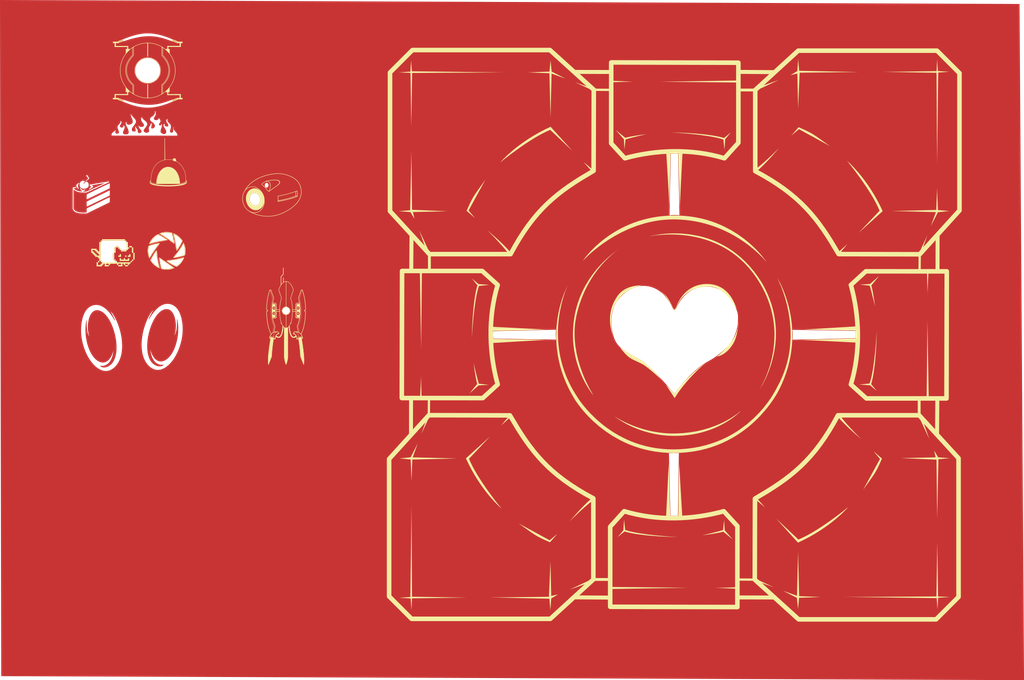
<source format=kicad_pcb>
(kicad_pcb (version 20240108) (generator "pcbnew") (generator_version "8.0")
  (layers (0 "F.Cu" signal) (31 "B.Cu" signal) (34 "B.Paste" user) (35 "F.Paste" user) (36 "B.SilkS" user "B.Silkscreen") (37 "F.SilkS" user "F.Silkscreen") (38 "B.Mask" user) (39 "F.Mask" user) (44 "Edge.Cuts" user))
  (net 0 "")
  (gr_line (start 320.863673 291.542942) (end 320.801219 291.41681) (stroke (width 0.119062)) (layer "F.SilkS"))
  (gr_line (start 286.850249 197.205022) (end 287.217024 196.611799) (stroke (width 0.264583)) (layer "F.SilkS"))
  (gr_line (start 306.304738 275.040735) (end 306.275565 275.086217) (stroke (width 0.1)) (layer "F.SilkS"))
  (gr_line (start 308.815954 193.251215) (end 308.848672 193.182291) (stroke (width 0.264583)) (layer "F.SilkS"))
  (gr_line (start 306.938209 291.920702) (end 306.846589 292.035314) (stroke (width 0.297656)) (layer "F.SilkS"))
  (gr_line (start 319.790038 274.630327) (end 319.799905 274.685495) (stroke (width 0.1)) (layer "F.SilkS"))
  (gr_line (start 319.77857 278.000397) (end 319.782903 278.057278) (stroke (width 0.1)) (layer "F.SilkS"))
  (gr_line (start 320.338191 294.580671) (end 320.349985 294.588706) (stroke (width 0.297656)) (layer "F.SilkS"))
  (gr_line (start 305.991238 271.989346) (end 305.791991 271.783242) (stroke (width 0.119062)) (layer "F.SilkS"))
  (gr_line (start 246.3224 193.109755) (end 246.117037 193.1699) (stroke (width 0.165364)) (layer "F.SilkS"))
  (gr_line (start 305.852096 294.612046) (end 305.835582 294.619565) (stroke (width 0.297656)) (layer "F.SilkS"))
  (gr_line (start 241.568012 178.953192) (end 241.683006 178.947699) (stroke (width 0.165364)) (layer "F.SilkS"))
  (gr_line (start 302.621364 294.11323) (end 302.591135 294.061251) (stroke (width 0.297656)) (layer "F.SilkS"))
  (gr_line (start 306.788015 280.376661) (end 306.7825 280.380523) (stroke (width 0.297656)) (layer "F.SilkS"))
  (gr_poly (pts (xy 241.173744 139.304438) (xy 240.565895 139.533971) (xy 240.014631 139.727496) (xy 239.565043 139.876396) (xy 239.151263 140.005856) (xy 239.002466 139.643123) (xy 238.899091 139.393743) (xy 238.864258 139.311562) (xy 238.849841 139.280389) (xy 239.052738 139.231794) (xy 239.324115 139.157872) (xy 239.722005 139.039153) (xy 240.256329 138.86685) (xy 240.93701 138.632177) (xy 241.773968 138.32635) (xy 242.777124 137.940582) (xy 242.967633 138.049136) (xy 243.833087 138.049136) (xy 243.821378 138.488702) (xy 242.885883 138.485949) (xy 242.64501 138.629611) (xy 242.378829 138.77181) (xy 242.092975 138.91147) (xy 241.793086 139.047512) (xy 241.484796 139.17886)) (stroke (width 0.508)) (fill none) (layer "F.SilkS"))
  (gr_line (start 305.050473 292.530118) (end 305.093049 292.346876) (stroke (width 0.119062)) (layer "F.SilkS"))
  (gr_line (start 318.433142 291.184723) (end 318.585085 291.280236) (stroke (width 0.297656)) (layer "F.SilkS"))
  (gr_line (start 307.161642 293.119496) (end 307.111174 293.07579) (stroke (width 0.595312)) (layer "F.SilkS"))
  (gr_line (start 320.113871 281.016664) (end 321.849279 281.016664) (stroke (width 0.297656)) (layer "F.SilkS"))
  (gr_poly (pts (xy 632.156542 171.832142) (xy 630.742668 173.467055) (xy 628.921052 175.518756) (xy 626.78274 177.850408) (xy 625.623273 179.078455) (xy 624.418773 180.325177) (xy 623.180621 181.57347) (xy 621.920196 182.80623) (xy 620.648879 184.006352) (xy 619.378052 185.156732) (xy 618.832629 183.583185) (xy 619.974519 182.721574) (xy 621.162899 181.772608) (xy 623.61281 179.691505) (xy 626.049723 177.497666) (xy 628.340996 175.348878) (xy 630.353991 173.402931) (xy 631.956065 171.817611) (xy 633.396893 170.360009)) (fill solid) (layer "F.SilkS"))
  (gr_line (start 323.636274 293.547718) (end 323.703654 293.646038) (stroke (width 0.119062)) (layer "F.SilkS"))
  (gr_line (start 310.792744 289.08223) (end 310.664319 289.764216) (stroke (width 0.595312)) (layer "F.SilkS"))
  (gr_line (start 309.798742 292.277924) (end 309.643854 292.523849) (stroke (width 0.595312)) (layer "F.SilkS"))
  (gr_line (start 304.36179 283.947875) (end 304.605412 284.705683) (stroke (width 0.119062)) (layer "F.SilkS"))
  (gr_poly (pts (xy 400.956946 356.40784) (xy 404.949261 345.141596) (xy 406.380942 344.725415)) (fill solid) (layer "F.SilkS"))
  (gr_poly (pts (xy 730.148437 258.845394) (xy 729.927388 263.917545) (xy 729.884965 265.187815) (xy 729.877519 263.917545) (xy 729.769283 258.845394) (xy 729.559009 251.467719) (xy 730.486218 251.467719)) (fill solid) (layer "F.SilkS"))
  (gr_line (start 308.69086 191.916253) (end 308.644033 191.872837) (stroke (width 0.264583)) (layer "F.SilkS"))
  (gr_line (start 225.798636 192.855958) (end 225.632722 192.748192) (stroke (width 0.165364)) (layer "F.SilkS"))
  (gr_line (start 321.786828 293.622638) (end 321.929483 293.594241) (stroke (width 0.297656)) (layer "F.SilkS"))
  (gr_line (start 314.09085 307.492524) (end 314.164289 306.958601) (stroke (width 0.297656)) (layer "F.SilkS"))
  (gr_line (start 323.091206 294.265426) (end 323.111628 294.381312) (stroke (width 0.297656)) (layer "F.SilkS"))
  (gr_line (start 312.240295 308.002358) (end 312.153401 307.492524) (stroke (width 0.297656)) (layer "F.SilkS"))
  (gr_line (start 306.684687 292.268038) (end 306.613709 292.385429) (stroke (width 0.297656)) (layer "F.SilkS"))
  (gr_poly (pts (xy 700.3 372.325) (xy 698.811551 375.685908) (xy 698.164675 377.07688) (xy 697.561842 378.316085) (xy 696.98741 379.43444) (xy 696.425734 380.462862) (xy 695.861174 381.432266) (xy 695.278085 382.373569) (xy 694.660827 383.317688) (xy 693.993755 384.295539) (xy 692.447603 386.476103) (xy 690.514487 389.162591) (xy 688.069269 392.602335) (xy 699.012579 372.539606) (xy 694.828387 367.568598)) (fill solid) (layer "F.SilkS"))
  (gr_line (start 323.684252 293.226566) (end 323.622127 293.035695) (stroke (width 0.297656)) (layer "F.SilkS"))
  (gr_line (start 313.94754 211.079748) (end 312.763028 211.732715) (stroke (width 0.264583)) (layer "F.SilkS"))
  (gr_line (start 322.013124 194.27692) (end 322.245818 194.860185) (stroke (width 0.264583)) (layer "F.SilkS"))
  (gr_line (start 315.451506 289.08223) (end 315.57993 289.764216) (stroke (width 0.595312)) (layer "F.SilkS"))
  (gr_line (start 301.55681 306.585653) (end 301.505155 307.881875) (stroke (width 0.297656)) (layer "F.SilkS"))
  (gr_line (start 307.869546 186.970892) (end 308.962956 187.023017) (stroke (width 0.264583)) (layer "F.SilkS"))
  (gr_line (start 308.847866 192.110018) (end 308.813516 192.058446) (stroke (width 0.264583)) (layer "F.SilkS"))
  (gr_line (start 305.01547 292.916578) (end 305.001321 292.902599) (stroke (width 0.119062)) (layer "F.SilkS"))
  (gr_line (start 320.445734 294.634204) (end 321.302118 294.5729) (stroke (width 0.297656)) (layer "F.SilkS"))
  (gr_line (start 312.079962 306.958601) (end 312.023341 306.403829) (stroke (width 0.297656)) (layer "F.SilkS"))
  (gr_line (start 318.761131 293.327376) (end 318.804868 293.306937) (stroke (width 0.595312)) (layer "F.SilkS"))
  (gr_poly (pts (xy 457.63616 345.090501) (xy 457.666305 345.11152) (xy 457.765903 345.186543) (xy 458.056058 345.4142) (xy 458.469974 345.745337) (xy 452.853952 350.778553) (xy 455.228172 347.930808) (xy 456.86604 345.972983) (xy 457.622275 345.083063)) (fill solid) (layer "F.SilkS"))
  (gr_line (start 320.075076 280.163153) (end 320.049141 278.674372) (stroke (width 0.119062)) (layer "F.SilkS"))
  (gr_line (start 318.860339 291.48233) (end 318.984344 291.58819) (stroke (width 0.297656)) (layer "F.SilkS"))
  (gr_line (start 302.757863 198.017889) (end 303.469976 197.494226) (stroke (width 0.264583)) (layer "F.SilkS"))
  (gr_line (start 307.097462 289.895358) (end 307.82165 289.895358) (stroke (width 0.297656)) (layer "F.SilkS"))
  (gr_line (start 245.895684 193.227795) (end 245.65775 193.28305) (stroke (width 0.165364)) (layer "F.SilkS"))
  (gr_line (start 321.568957 204.112349) (end 321.214815 204.695805) (stroke (width 0.264583)) (layer "F.SilkS"))
  (gr_line (start 306.173363 272.186091) (end 306.128221 272.135133) (stroke (width 0.119062)) (layer "F.SilkS"))
  (gr_line (start 303.359501 293.599543) (end 303.330256 293.652238) (stroke (width 0.297656)) (layer "F.SilkS"))
  (gr_line (start 523.446649 120.932283) (end 501.161087 120.879953) (stroke (width 2.582011)) (layer "F.SilkS"))
  (gr_line (start 322.079061 292.862067) (end 322.281875 292.880127) (stroke (width 0.119062)) (layer "F.SilkS"))
  (gr_line (start 319.462688 276.639264) (end 317.263311 276.635158) (stroke (width 0.297656)) (layer "F.SilkS"))
  (gr_line (start 239.630242 178.269181) (end 239.723763 178.336587) (stroke (width 0.165364)) (layer "F.SilkS"))
  (gr_line (start 230.377757 179.694888) (end 231.027244 179.295392) (stroke (width 0.165364)) (layer "F.SilkS"))
  (gr_line (start 302.480269 293.752915) (end 302.480211 293.672269) (stroke (width 0.297656)) (layer "F.SilkS"))
  (gr_line (start 323.062653 276.75342) (end 323.019817 277.923872) (stroke (width 0.119062)) (layer "F.SilkS"))
  (gr_line (start 319.782903 274.34524) (end 319.77857 274.402121) (stroke (width 0.1)) (layer "F.SilkS"))
  (gr_line (start 320.911037 293.413851) (end 321.067847 293.153529) (stroke (width 0.119062)) (layer "F.SilkS"))
  (gr_poly (pts (xy 235.854889 134.061621) (xy 234.94577 134.061621) (xy 234.936981 133.473065) (xy 235.246881 133.197231) (xy 235.868363 132.604668) (xy 236.460926 131.983185) (xy 237.023442 131.333912) (xy 237.477435 130.761471) (xy 237.469147 134.036078) (xy 236.605737 134.041186) (xy 236.605737 135.313308) (xy 244.719989 135.295425) (xy 244.737988 138.778909) (xy 243.920123 138.78482) (xy 243.920123 135.977627) (xy 235.854889 135.977627)) (fill solid) (layer "F.SilkS"))
  (gr_line (start 306.399067 278.327944) (end 306.378981 278.378834) (stroke (width 0.1)) (layer "F.SilkS"))
  (gr_line (start 307.113914 194.937433) (end 307.849422 194.372057) (stroke (width 0.264583)) (layer "F.SilkS"))
  (gr_line (start 308.406824 290.859596) (end 308.511358 291.038159) (stroke (width 0.297656)) (layer "F.SilkS"))
  (gr_line (start 306.356517 273.97404) (end 306.378981 274.023684) (stroke (width 0.1)) (layer "F.SilkS"))
  (gr_line (start 306.275565 277.316302) (end 306.304738 277.361783) (stroke (width 0.1)) (layer "F.SilkS"))
  (gr_line (start 305.996084 294.426137) (end 305.991645 294.445955) (stroke (width 0.297656)) (layer "F.SilkS"))
  (gr_line (start 320.03325 277.229998) (end 320.050873 275.192862) (stroke (width 0.1)) (layer "F.SilkS"))
  (gr_poly (pts (xy 401.375583 251.345494) (xy 400.87391 300.96593) (xy 400.051034 251.315694)) (fill solid) (layer "F.SilkS"))
  (gr_line (start 320.281309 294.521001) (end 320.287093 294.529882) (stroke (width 0.297656)) (layer "F.SilkS"))
  (gr_line (start 306.244297 273.78934) (end 306.275565 273.833292) (stroke (width 0.1)) (layer "F.SilkS"))
  (gr_line (start 303.653821 271.566419) (end 303.49697 272.531135) (stroke (width 0.119062)) (layer "F.SilkS"))
  (gr_line (start 308.304135 193.956727) (end 308.412436 193.837831) (stroke (width 0.264583)) (layer "F.SilkS"))
  (gr_line (start 319.133078 293.07579) (end 319.185204 293.028048) (stroke (width 0.595312)) (layer "F.SilkS"))
  (gr_line (start 290.726021 192.831826) (end 291.336966 192.358224) (stroke (width 0.264583)) (layer "F.SilkS"))
  (gr_line (start 321.016694 291.910029) (end 320.920215 291.667657) (stroke (width 0.119062)) (layer "F.SilkS"))
  (gr_line (start 306.332722 289.896264) (end 306.373271 289.895358) (stroke (width 0.297656)) (layer "F.SilkS"))
  (gr_poly (pts (xy 210.575658 132.604672) (xy 211.197145 133.197231) (xy 211.472015 133.442004) (xy 211.463226 134.03056) (xy 210.553894 134.03056) (xy 210.553894 135.946567) (xy 202.486847 135.946567) (xy 202.486847 138.75376) (xy 201.668134 138.75798) (xy 201.686807 135.264364) (xy 209.802875 135.282248) (xy 209.802875 134.010125) (xy 208.93927 134.005017) (xy 208.930991 130.730411) (xy 209.420583 131.333912) (xy 209.983099 131.983185) (xy 210.575662 132.604668)) (fill solid) (layer "F.SilkS"))
  (gr_line (start 322.86951 293.576915) (end 322.884755 293.599543) (stroke (width 0.297656)) (layer "F.SilkS"))
  (gr_line (start 319.845188 278.327944) (end 319.865274 278.378834) (stroke (width 0.1)) (layer "F.SilkS"))
  (gr_line (start 247.66669 192.568323) (end 247.588663 192.629366) (stroke (width 0.1)) (layer "F.SilkS"))
  (gr_line (start 305.070391 214.446837) (end 304.047103 214.597755) (stroke (width 0.264583)) (layer "F.SilkS"))
  (gr_line (start 319.812433 274.739699) (end 319.827551 274.792869) (stroke (width 0.1)) (layer "F.SilkS"))
  (gr_line (start 306.378981 278.378834) (end 306.356517 278.428478) (stroke (width 0.1)) (layer "F.SilkS"))
  (gr_line (start 247.251951 192.723643) (end 247.130093 192.789037) (stroke (width 0.165364)) (layer "F.SilkS"))
  (gr_line (start 308.905696 192.219765) (end 308.878652 192.163772) (stroke (width 0.264583)) (layer "F.SilkS"))
  (gr_line (start 319.999958 277.27235) (end 319.96869 277.316302) (stroke (width 0.1)) (layer "F.SilkS"))
  (gr_line (start 224.695568 192.202439) (end 224.670271 192.258031) (stroke (width 0.165364)) (layer "F.SilkS"))
  (gr_line (start 322.590431 271.566419) (end 322.747281 272.531135) (stroke (width 0.119062)) (layer "F.SilkS"))
  (gr_poly (pts (xy 243.911554 193.445099) (xy 229.061554 193.520099) (xy 229.085621 193.150171) (xy 229.11224 192.605356) (xy 229.156203 192.067874) (xy 229.217182 191.538437) (xy 229.294848 191.017761) (xy 229.388872 190.506559) (xy 229.498926 190.005546) (xy 229.624681 189.515437) (xy 229.765808 189.036945) (xy 229.921979 188.570784) (xy 230.092866 188.11767) (xy 230.278138 187.678316) (xy 230.477469 187.253437) (xy 230.690528 186.843747) (xy 230.916989 186.44996) (xy 231.156521 186.072791) (xy 231.408796 185.712954) (xy 231.673486 185.371163) (xy 231.950262 185.048133) (xy 232.238795 184.744578) (xy 232.538757 184.461211) (xy 232.849819 184.198748) (xy 233.171652 183.957903) (xy 233.503928 183.73939) (xy 233.846318 183.543924) (xy 234.198493 183.372218) (xy 234.560126 183.224987) (xy 234.930886 183.102945) (xy 235.310446 183.006807) (xy 235.698477 182.937287) (xy 236.09465 182.895099) (xy 236.498636 182.880958) (xy 236.902527 182.895022) (xy 237.298485 182.936528) (xy 237.68619 183.004808) (xy 238.06532 183.099194) (xy 238.435556 183.219018) (xy 238.796576 183.363611) (xy 239.14806 183.532306) (xy 239.489688 183.724433) (xy 239.821138 183.939325) (xy 240.14209 184.176313) (xy 240.452224 184.43473) (xy 240.751219 184.713907) (xy 241.038754 185.013175) (xy 241.314509 185.331867) (xy 241.829394 186.024849) (xy 242.293311 186.787506) (xy 242.703695 187.614492) (xy 243.057979 188.500462) (xy 243.3536 189.44007) (xy 243.587992 190.42797) (xy 243.758591 191.458815) (xy 243.862831 192.527261)) (stroke (width 0.508)) (fill none) (layer "F.SilkS"))
  (gr_line (start 225.25555 191.725883) (end 225.289389 190.803572) (stroke (width 0.165364)) (layer "F.SilkS"))
  (gr_line (start 322.403244 303.653059) (end 322.21396 301.495178) (stroke (width 0.297656)) (layer "F.SilkS"))
  (gr_line (start 312.531918 187.600288) (end 313.759459 187.941538) (stroke (width 0.264583)) (layer "F.SilkS"))
  (gr_line (start 239.455833 178.128674) (end 239.500902 178.167522) (stroke (width 0.165364)) (layer "F.SilkS"))
  (gr_line (start 303.196168 275.633725) (end 303.181598 276.75342) (stroke (width 0.119062)) (layer "F.SilkS"))
  (gr_poly (pts (xy 235.886249 105.897315) (xy 234.97713 105.897315) (xy 234.968341 106.485871) (xy 235.278241 106.761705) (xy 235.899723 107.354268) (xy 236.492286 107.975751) (xy 237.054802 108.625024) (xy 237.508795 109.197465) (xy 237.500507 105.922858) (xy 236.637097 105.91775) (xy 236.637097 104.645628) (xy 244.751349 104.663511) (xy 244.769348 101.180027) (xy 243.951483 101.174116) (xy 243.951483 103.981309) (xy 235.886249 103.981309)) (fill solid) (layer "F.SilkS"))
  (gr_line (start 303.362589 273.527387) (end 303.25941 274.559982) (stroke (width 0.119062)) (layer "F.SilkS"))
  (gr_line (start 318.985951 293.195509) (end 319.033625 293.159343) (stroke (width 0.595312)) (layer "F.SilkS"))
  (gr_line (start 319.456233 280.376661) (end 319.461748 280.380523) (stroke (width 0.297656)) (layer "F.SilkS"))
  (gr_poly (pts (xy 210.607018 107.354264) (xy 211.228505 106.761705) (xy 211.503375 106.516932) (xy 211.494586 105.928376) (xy 210.585254 105.928376) (xy 210.585254 104.012369) (xy 202.518207 104.012369) (xy 202.518207 101.205176) (xy 201.699494 101.200956) (xy 201.718167 104.694572) (xy 209.834235 104.676688) (xy 209.834235 105.948811) (xy 208.97063 105.953919) (xy 208.962351 109.228525) (xy 209.451943 108.625024) (xy 210.014459 107.975751) (xy 210.607022 107.354268)) (fill solid) (layer "F.SilkS"))
  (gr_line (start 304.356226 292.855207) (end 304.165191 292.862067) (stroke (width 0.119062)) (layer "F.SilkS"))
  (gr_line (start 304.942133 294.5729) (end 305.043674 293.802728) (stroke (width 0.297656)) (layer "F.SilkS"))
  (gr_line (start 320.486584 290.912154) (end 320.390299 290.789469) (stroke (width 0.119062)) (layer "F.SilkS"))
  (gr_line (start 240.435858 178.727726) (end 240.526201 178.763485) (stroke (width 0.165364)) (layer "F.SilkS"))
  (gr_line (start 323.729336 293.901427) (end 323.738687 293.875295) (stroke (width 0.297656)) (layer "F.SilkS"))
  (gr_line (start 303.962377 292.880127) (end 303.752487 292.912094) (stroke (width 0.119062)) (layer "F.SilkS"))
  (gr_line (start 306.069932 294.118377) (end 306.04426 294.243973) (stroke (width 0.297656)) (layer "F.SilkS"))
  (gr_line (start 319.50274 206.854942) (end 318.50114 207.83169) (stroke (width 0.264583)) (layer "F.SilkS"))
  (gr_line (start 306.378751 195.472171) (end 307.113914 194.937433) (stroke (width 0.264583)) (layer "F.SilkS"))
  (gr_line (start 322.675756 293.500224) (end 322.738154 293.503543) (stroke (width 0.297656)) (layer "F.SilkS"))
  (gr_line (start 244.568202 193.567141) (end 244.238481 193.603299) (stroke (width 0.1)) (layer "F.SilkS"))
  (gr_line (start 239.83505 178.411321) (end 239.963004 178.490594) (stroke (width 0.165364)) (layer "F.SilkS"))
  (gr_line (start 319.306043 291.920702) (end 319.397662 292.035314) (stroke (width 0.297656)) (layer "F.SilkS"))
  (gr_line (start 320.949454 290.161928) (end 320.807857 290.111329) (stroke (width 0.297656)) (layer "F.SilkS"))
  (gr_line (start 306.331746 277.408723) (end 306.356517 277.45705) (stroke (width 0.1)) (layer "F.SilkS"))
  (gr_line (start 302.482072 293.775947) (end 302.480269 293.752915) (stroke (width 0.297656)) (layer "F.SilkS"))
  (gr_line (start 302.497487 293.849579) (end 302.4908 293.82438) (stroke (width 0.297656)) (layer "F.SilkS"))
  (gr_line (start 319.999958 273.78934) (end 319.96869 273.833292) (stroke (width 0.1)) (layer "F.SilkS"))
  (gr_line (start 323.032983 294.001077) (end 323.066535 294.143999) (stroke (width 0.297656)) (layer "F.SilkS"))
  (gr_line (start 246.687527 192.984289) (end 246.512366 193.047754) (stroke (width 0.165364)) (layer "F.SilkS"))
  (gr_line (start 247.6 187.15) (end 247.753988 187.88011) (stroke (width 0.165364)) (layer "F.SilkS"))
  (gr_line (start 304.795106 295.500924) (end 304.942133 294.634204) (stroke (width 0.297656)) (layer "F.SilkS"))
  (gr_line (start 319.827551 278.275878) (end 319.845188 278.327944) (stroke (width 0.1)) (layer "F.SilkS"))
  (gr_line (start 308.204822 293.420517) (end 307.985012 293.419122) (stroke (width 0.595312)) (layer "F.SilkS"))
  (gr_poly (pts (xy 208.866367 120.54946) (xy 208.925899 121.200252) (xy 208.927092 121.208704) (xy 208.927929 121.21722) (xy 209.022643 121.85685) (xy 209.024268 121.865029) (xy 209.025536 121.873281) (xy 209.153686 122.500727) (xy 209.155702 122.508606) (xy 209.157364 122.516576) (xy 209.317207 123.130819) (xy 209.319577 123.138385) (xy 209.321597 123.146059) (xy 209.511389 123.746079) (xy 209.515266 123.756523) (xy 209.515403 123.756844) (xy 209.515501 123.757179) (xy 209.519134 123.767707) (xy 209.981586 124.921001) (xy 209.986235 124.931127) (xy 209.987907 124.934342) (xy 209.989248 124.937704) (xy 209.993879 124.947838) (xy 210.555196 126.032003) (xy 210.560796 126.041631) (xy 210.562478 126.044222) (xy 210.563884 126.046972) (xy 210.56943 126.056623) (xy 211.215657 127.0635) (xy 211.222122 127.072563) (xy 211.223841 127.074739) (xy 211.225323 127.077085) (xy 211.231723 127.086196) (xy 211.948907 128.007627) (xy 211.956173 128.016072) (xy 211.958046 128.018044) (xy 211.959709 128.020215) (xy 211.966911 128.028716) (xy 212.741099 128.856543) (xy 212.749094 128.864293) (xy 212.751374 128.866296) (xy 212.753428 128.868517) (xy 212.76138 128.876313) (xy 213.475085 129.510394) (xy 213.46001 134.753909) (xy 214.061693 135.153909) (xy 214.088475 129.374768) (xy 214.08798 129.363642) (xy 214.08445 129.325997) (xy 214.076505 129.29364) (xy 214.074234 129.288087) (xy 214.070839 129.275076) (xy 214.05863 129.249913) (xy 214.048034 129.223988) (xy 214.040601 129.212751) (xy 214.037994 129.207376) (xy 214.019213 129.179861) (xy 213.993545 129.152098) (xy 213.98559 129.144299) (xy 213.178952 128.427654) (xy 212.423921 127.620312) (xy 211.723818 126.720827) (xy 211.092793 125.737638) (xy 210.544815 124.679236) (xy 210.092142 123.550331) (xy 209.908207 122.968831) (xy 209.752411 122.370138) (xy 209.627562 121.758853) (xy 209.535319 121.135909) (xy 209.477362 120.502345) (xy 209.455358 119.859045) (xy 209.47099 119.206949) (xy 209.525952 118.546952) (xy 209.621958 117.879967) (xy 209.760754 117.206791) (xy 209.944093 116.528353) (xy 210.173767 115.845506) (xy 210.451594 115.159117) (xy 210.779421 114.470051) (xy 211.159096 113.779242) (xy 211.592468 113.087649) (xy 212.08144 112.396182) (xy 212.627892 111.705815) (xy 213.23365 111.017614) (xy 213.905766 110.327268) (xy 213.913135 110.318915) (xy 213.934375 110.292316) (xy 213.933263 110.291428) (xy 213.934549 110.28949) (xy 213.93582 110.290506) (xy 213.936689 110.289419) (xy 213.951556 110.263862) (xy 213.951943 110.263279) (xy 213.952056 110.263001) (xy 213.95347 110.260572) (xy 213.966839 110.227031) (xy 213.980498 110.193799) (xy 213.981171 110.191077) (xy 213.981331 110.190678) (xy 213.981509 110.189711) (xy 213.988503 110.161459) (xy 213.988635 110.160079) (xy 213.987018 110.159924) (xy 213.987454 110.157564) (xy 213.988863 110.157699) (xy 213.992105 110.123829) (xy 213.992621 110.1127) (xy 213.96001 104.803909) (xy 213.33501 105.203909) (xy 213.379529 109.989391) (xy 212.789245 110.59569) (xy 212.784149 110.601464) (xy 212.778788 110.606984) (xy 212.162647 111.306981) (xy 212.157666 111.313232) (xy 212.152396 111.319258) (xy 211.595855 112.02237) (xy 211.59105 112.029092) (xy 211.585932 112.035626) (xy 211.087246 112.740833) (xy 211.082657 112.748049) (xy 211.077781 112.755044) (xy 210.635206 113.461324) (xy 210.630922 113.468967) (xy 210.626326 113.476438) (xy 210.238118 114.182773) (xy 210.234188 114.190833) (xy 210.229952 114.198718) (xy 209.894367 114.904089) (xy 209.890857 114.912506) (xy 209.887035 114.920761) (xy 209.602328 115.624145) (xy 209.599284 115.63287) (xy 209.595932 115.641424) (xy 209.36036 116.341804) (xy 209.357838 116.350728) (xy 209.354983 116.359549) (xy 209.166802 117.055905) (xy 209.164825 117.064963) (xy 209.162504 117.073964) (xy 209.019968 117.765276) (xy 209.018546 117.774418) (xy 209.016782 117.783495) (xy 208.918149 118.468743) (xy 208.917291 118.477844) (xy 208.91608 118.486967) (xy 208.859605 119.16513) (xy 208.859297 119.174172) (xy 208.858636 119.183212) (xy 208.842573 119.853273) (xy 208.842796 119.862196) (xy 208.842664 119.871089) (xy 208.865272 120.532025) (xy 208.865999 120.540737)) (stroke (width 0.254)) (fill none) (layer "F.SilkS"))
  (gr_line (start 240.183776 178.611905) (end 240.264508 178.651587) (stroke (width 0.165364)) (layer "F.SilkS"))
  (gr_line (start 307.395205 293.283709) (end 307.350416 293.257514) (stroke (width 0.595312)) (layer "F.SilkS"))
  (gr_line (start 302.505565 293.875295) (end 302.497487 293.849579) (stroke (width 0.297656)) (layer "F.SilkS"))
  (gr_line (start 323.789222 298.483751) (end 324.148156 301.051513) (stroke (width 0.297656)) (layer "F.SilkS"))
  (gr_line (start 316.445508 292.277924) (end 316.600395 292.523849) (stroke (width 0.595312)) (layer "F.SilkS"))
  (gr_line (start 319.887738 277.45705) (end 319.865274 277.506694) (stroke (width 0.1)) (layer "F.SilkS"))
  (gr_line (start 322.716134 196.491385) (end 322.861622 197.277939) (stroke (width 0.264583)) (layer "F.SilkS"))
  (gr_line (start 248.546871 191.957606) (end 248.523632 191.914217) (stroke (width 0.165364)) (layer "F.SilkS"))
  (gr_poly (pts (xy 649.489263 158.330253) (xy 650.880233 158.977133) (xy 652.119435 159.57997) (xy 653.237787 160.154406) (xy 654.266206 160.716084) (xy 655.235607 161.280647) (xy 656.176907 161.863738) (xy 657.121023 162.480999) (xy 658.098872 163.148073) (xy 660.279432 164.694229) (xy 662.965921 166.627349) (xy 666.40567 169.072573) (xy 646.342963 158.129251) (xy 641.371954 162.313465) (xy 646.128357 156.841793)) (fill solid) (layer "F.SilkS"))
  (gr_line (start 319.77711 274.459754) (end 319.77857 274.517386) (stroke (width 0.1)) (layer "F.SilkS"))
  (gr_line (start 317.732894 291.038159) (end 317.815247 291.044935) (stroke (width 0.297656)) (layer "F.SilkS"))
  (gr_line (start 204.998681 243.80691) (end 204.998681 243.80691) (stroke (width 0.1)) (layer "F.SilkS"))
  (gr_line (start 304.144529 283.209364) (end 304.36179 283.947875) (stroke (width 0.119062)) (layer "F.SilkS"))
  (gr_line (start 302.936248 293.233243) (end 302.846544 293.300719) (stroke (width 0.119062)) (layer "F.SilkS"))
  (gr_line (start 306.331746 273.925713) (end 306.356517 273.97404) (stroke (width 0.1)) (layer "F.SilkS"))
  (gr_line (start 307.304839 293.228174) (end 307.2583 293.195509) (stroke (width 0.595312)) (layer "F.SilkS"))
  (gr_line (start 305.055879 292.968774) (end 305.01547 292.916578) (stroke (width 0.119062)) (layer "F.SilkS"))
  (gr_line (start 322.434688 293.515189) (end 322.521586 293.506748) (stroke (width 0.297656)) (layer "F.SilkS"))
  (gr_line (start 319.827551 274.126639) (end 319.812433 274.179809) (stroke (width 0.1)) (layer "F.SilkS"))
  (gr_line (start 247.130093 192.789037) (end 246.995798 192.854538) (stroke (width 0.165364)) (layer "F.SilkS"))
  (gr_line (start 227.368898 193.394535) (end 226.939798 193.29545) (stroke (width 0.165364)) (layer "F.SilkS"))
  (gr_line (start 247.753988 187.88011) (end 247.878718 188.647619) (stroke (width 0.165364)) (layer "F.SilkS"))
  (gr_line (start 308.964283 192.408552) (end 308.947841 192.338702) (stroke (width 0.264583)) (layer "F.SilkS"))
  (gr_line (start 306.356517 277.45705) (end 306.378981 277.506694) (stroke (width 0.1)) (layer "F.SilkS"))
  (gr_line (start 312.942731 310.62445) (end 312.758853 310.07675) (stroke (width 0.297656)) (layer "F.SilkS"))
  (gr_line (start 229.048636 193.630958) (end 228.433879 193.561704) (stroke (width 0.165364)) (layer "F.SilkS"))
  (gr_line (start 305.906059 294.580671) (end 305.894265 294.588706) (stroke (width 0.297656)) (layer "F.SilkS"))
  (gr_line (start 322.783051 200.925938) (end 322.622005 201.599579) (stroke (width 0.264583)) (layer "F.SilkS"))
  (gr_line (start 303.506101 293.503543) (end 303.47964 293.507154) (stroke (width 0.297656)) (layer "F.SilkS"))
  (gr_line (start 308.878652 192.163772) (end 308.847866 192.110018) (stroke (width 0.264583)) (layer "F.SilkS"))
  (gr_line (start 320.287093 294.529882) (end 320.293561 294.538646) (stroke (width 0.297656)) (layer "F.SilkS"))
  (gr_line (start 319.973652 293.192732) (end 320.032692 293.407937) (stroke (width 0.297656)) (layer "F.SilkS"))
  (gr_line (start 304.605412 284.705683) (end 304.876487 285.483388) (stroke (width 0.119062)) (layer "F.SilkS"))
  (gr_line (start 307.720594 191.41688) (end 307.584329 191.377894) (stroke (width 0.264583)) (layer "F.SilkS"))
  (gr_line (start 316.166325 188.862625) (end 317.310636 189.447578) (stroke (width 0.264583)) (layer "F.SilkS"))
  (gr_line (start 317.903717 291.054298) (end 318.010855 291.068441) (stroke (width 0.297656)) (layer "F.SilkS"))
  (gr_line (start 319.484841 201.517528) (end 319.080582 201.711021) (stroke (width 0.264583)) (layer "F.SilkS"))
  (gr_poly (pts (xy 606.748965 283.089642) (xy 606.763445 284.184271) (xy 606.750923 284.951667) (xy 606.715382 285.843224) (xy 606.649439 286.842024) (xy 606.54571 287.931149) (xy 606.396811 289.093678) (xy 606.195358 290.312694) (xy 605.933969 291.571276) (xy 605.605259 292.852507) (xy 605.413352 293.496328) (xy 605.201845 294.139467) (xy 604.969817 294.779809) (xy 604.716344 295.415238) (xy 604.440503 296.04364) (xy 604.141371 296.662899) (xy 603.818025 297.270902) (xy 603.469543 297.865534) (xy 603.03356 298.549151) (xy 602.59243 299.193452) (xy 602.1474 299.799591) (xy 601.699713 300.368725) (xy 601.250615 300.902008) (xy 600.801352 301.400595) (xy 600.353169 301.865641) (xy 599.90731 302.298302) (xy 599.027546 303.071088) (xy 598.172024 303.728193) (xy 597.350703 304.278859) (xy 596.573546 304.732326) (xy 595.850513 305.097836) (xy 595.191565 305.384629) (xy 594.606665 305.601947) (xy 594.105772 305.75903) (xy 593.395857 305.929456) (xy 593.14151 305.969837) (xy 594.694498 304.643551) (xy 596.123207 303.358555) (xy 597.432783 302.114585) (xy 598.628377 300.911374) (xy 599.715136 299.748659) (xy 600.698209 298.626173) (xy 601.582744 297.543654) (xy 602.373891 296.500835) (xy 603.076797 295.497452) (xy 603.696612 294.533239) (xy 604.238483 293.607933) (xy 604.70756 292.721268) (xy 605.447924 291.062801) (xy 605.958893 289.55572) (xy 606.281654 288.197906) (xy 606.457396 286.98724) (xy 606.527308 285.921603) (xy 606.532579 284.998876) (xy 606.513948 283.573676) (xy 606.572424 283.066964) (xy 606.731012 282.694687)) (fill solid) (layer "F.SilkS"))
  (gr_line (start 304.908482 292.885565) (end 304.684138 292.864246) (stroke (width 0.119062)) (layer "F.SilkS"))
  (gr_line (start 246.742483 184.589228) (end 246.987996 185.176904) (stroke (width 0.165364)) (layer "F.SilkS"))
  (gr_line (start 240.715535 178.828636) (end 240.814251 178.857331) (stroke (width 0.165364)) (layer "F.SilkS"))
  (gr_line (start 321.63884 284.705683) (end 321.367764 285.483388) (stroke (width 0.119062)) (layer "F.SilkS"))
  (gr_line (start 321.222935 292.682418) (end 321.193778 292.530118) (stroke (width 0.119062)) (layer "F.SilkS"))
  (gr_line (start 302.789443 296.360375) (end 302.455023 298.483751) (stroke (width 0.297656)) (layer "F.SilkS"))
  (gr_line (start 244.878383 193.526379) (end 244.568202 193.567141) (stroke (width 0.1)) (layer "F.SilkS"))
  (gr_line (start 302.513602 293.411792) (end 302.559997 293.226566) (stroke (width 0.297656)) (layer "F.SilkS"))
  (gr_line (start 324.687439 306.585653) (end 324.739095 307.881875) (stroke (width 0.297656)) (layer "F.SilkS"))
  (gr_line (start 320.920215 291.667657) (end 320.863673 291.542942) (stroke (width 0.119062)) (layer "F.SilkS"))
  (gr_line (start 312.153401 307.492524) (end 312.079962 306.958601) (stroke (width 0.297656)) (layer "F.SilkS"))
  (gr_line (start 291.336966 192.358224) (end 291.998232 191.884637) (stroke (width 0.264583)) (layer "F.SilkS"))
  (gr_line (start 308.169377 290.466758) (end 308.406824 290.859596) (stroke (width 0.297656)) (layer "F.SilkS"))
  (gr_line (start 320.116033 272.135133) (end 320.179853 272.066445) (stroke (width 0.119062)) (layer "F.SilkS"))
  (gr_line (start 314.22091 306.403829) (end 314.241863 306.119638) (stroke (width 0.297656)) (layer "F.SilkS"))
  (gr_line (start 320.03325 277.229998) (end 319.999958 277.27235) (stroke (width 0.1)) (layer "F.SilkS"))
  (gr_line (start 303.646359 292.934141) (end 303.540225 292.96068) (stroke (width 0.119062)) (layer "F.SilkS"))
  (gr_line (start 306.44435 277.717024) (end 306.454217 277.772191) (stroke (width 0.1)) (layer "F.SilkS"))
  (gr_line (start 322.984594 198.793667) (end 322.966613 199.523124) (stroke (width 0.264583)) (layer "F.SilkS"))
  (gr_line (start 317.837428 290.859596) (end 317.732894 291.038159) (stroke (width 0.297656)) (layer "F.SilkS"))
  (gr_line (start 307.856855 191.460002) (end 307.720594 191.41688) (stroke (width 0.264583)) (layer "F.SilkS"))
  (gr_line (start 305.506323 293.711836) (end 305.333211 293.413851) (stroke (width 0.119062)) (layer "F.SilkS"))
  (gr_line (start 320.271555 294.502898) (end 320.276149 294.512006) (stroke (width 0.297656)) (layer "F.SilkS"))
  (gr_poly (pts (xy 569.455529 214.350094) (xy 573.068843 214.604056) (xy 576.557541 215.01373) (xy 579.922039 215.567997) (xy 583.162755 216.255731) (xy 586.280105 217.065813) (xy 589.274505 217.987118) (xy 592.146374 219.008525) (xy 594.896126 220.11891) (xy 597.52418 221.307153) (xy 602.416858 223.872719) (xy 606.827742 226.616244) (xy 610.760167 229.448747) (xy 614.217466 232.281251) (xy 617.202974 235.024776) (xy 619.720025 237.590342) (xy 621.771954 239.88897) (xy 624.493781 243.329498) (xy 625.395129 244.634526) (xy 624.399464 243.454634) (xy 623.164852 242.099472) (xy 621.447914 240.340571) (xy 619.255296 238.257731) (xy 616.593644 235.930757) (xy 613.469605 233.439451) (xy 611.736267 232.157112) (xy 609.889824 230.863616) (xy 607.931107 229.568938) (xy 605.860947 228.283053) (xy 603.680174 227.015937) (xy 601.389619 225.777566) (xy 598.990113 224.577915) (xy 596.482487 223.426958) (xy 593.867572 222.334671) (xy 591.146197 221.31103) (xy 588.319195 220.36601) (xy 585.387395 219.509586) (xy 582.351628 218.751734) (xy 579.212725 218.102429) (xy 575.971518 217.571646) (xy 572.628835 217.16936) (xy 569.185509 216.905547) (xy 565.642371 216.790183) (xy 562.360783 216.834538) (xy 559.146279 217.030675) (xy 556.001291 217.36855) (xy 552.928253 217.838115) (xy 549.929596 218.429324) (xy 547.007754 219.132131) (xy 541.404241 220.832355) (xy 536.137176 222.858418) (xy 531.226019 225.12995) (xy 526.690231 227.566581) (xy 522.549272 230.087942) (xy 518.822603 232.613664) (xy 515.529684 235.063378) (xy 512.689977 237.356713) (xy 510.322941 239.4133) (xy 505.970724 243.664785) (xy 506.87629 242.401425) (xy 508.012743 240.951433) (xy 509.608972 239.070751) (xy 511.667974 236.845516) (xy 514.192746 234.361866) (xy 517.186285 231.70594) (xy 518.859779 230.340292) (xy 520.651589 228.963877) (xy 522.562089 227.587461) (xy 524.591654 226.221813) (xy 526.740659 224.877699) (xy 529.009478 223.565887) (xy 531.398485 222.297144) (xy 533.908057 221.082238) (xy 536.538566 219.931934) (xy 539.290388 218.857002) (xy 542.163898 217.868208) (xy 545.159469 216.97632) (xy 548.277478 216.192104) (xy 551.518297 215.526328) (xy 554.882303 214.989759) (xy 558.369869 214.593165) (xy 561.98137 214.347312) (xy 565.717181 214.262969)) (fill solid) (layer "F.SilkS"))
  (gr_poly (pts (xy 683.684442 296.896369) (xy 648.695294 295.135111) (xy 683.561053 294.233344)) (fill solid) (layer "F.SilkS"))
  (gr_line (start 320.23394 294.364338) (end 320.239303 294.385316) (stroke (width 0.297656)) (layer "F.SilkS"))
  (gr_line (start 308.644033 191.872837) (end 308.594533 191.831316) (stroke (width 0.264583)) (layer "F.SilkS"))
  (gr_line (start 319.482053 292.151213) (end 319.559564 292.268038) (stroke (width 0.297656)) (layer "F.SilkS"))
  (gr_line (start 320.17459 290.553187) (end 320.054597 290.440995) (stroke (width 0.119062)) (layer "F.SilkS"))
  (gr_line (start 306.064399 272.066445) (end 305.991238 271.989346) (stroke (width 0.119062)) (layer "F.SilkS"))
  (gr_line (start 306.244297 278.613178) (end 306.195103 278.674372) (stroke (width 0.1)) (layer "F.SilkS"))
  (gr_line (start 315.131745 210.364299) (end 313.94754 211.079748) (stroke (width 0.264583)) (layer "F.SilkS"))
  (gr_line (start 223.222015 102.203909) (end 223.222015 110.717187) (stroke (width 0.508)) (layer "F.SilkS"))
  (gr_line (start 320.058244 272.202008) (end 320.070892 272.186091) (stroke (width 0.119062)) (layer "F.SilkS"))
  (gr_line (start 303.434675 292.992052) (end 303.330295 293.028594) (stroke (width 0.119062)) (layer "F.SilkS"))
  (gr_line (start 296.117705 189.619424) (end 297.115893 189.207422) (stroke (width 0.264583)) (layer "F.SilkS"))
  (gr_line (start 304.394969 281.016664) (end 304.263154 280.518012) (stroke (width 0.297656)) (layer "F.SilkS"))
  (gr_line (start 244.704613 181.382283) (end 245.01209 181.748277) (stroke (width 0.165364)) (layer "F.SilkS"))
  (gr_line (start 323.547341 292.84228) (end 323.462963 292.649421) (stroke (width 0.297656)) (layer "F.SilkS"))
  (gr_line (start 320.33791 289.968634) (end 320.237535 289.944723) (stroke (width 0.297656)) (layer "F.SilkS"))
  (gr_line (start 225.216806 191.7337) (end 225.179504 191.743763) (stroke (width 0.165364)) (layer "F.SilkS"))
  (gr_line (start 319.939517 273.878774) (end 319.912509 273.925713) (stroke (width 0.1)) (layer "F.SilkS"))
  (gr_line (start 312.023341 306.403829) (end 312.002389 306.119638) (stroke (width 0.297656)) (layer "F.SilkS"))
  (gr_line (start 307.985012 293.419122) (end 307.885701 293.41524) (stroke (width 0.595312)) (layer "F.SilkS"))
  (gr_line (start 322.809578 292.992052) (end 322.913958 293.028594) (stroke (width 0.119062)) (layer "F.SilkS"))
  (gr_line (start 313.589108 309.735978) (end 313.696184 309.354912) (stroke (width 0.297656)) (layer "F.SilkS"))
  (gr_line (start 320.426509 294.626951) (end 320.445734 294.634204) (stroke (width 0.297656)) (layer "F.SilkS"))
  (gr_line (start 319.41377 292.793144) (end 319.542526 292.646835) (stroke (width 0.595312)) (layer "F.SilkS"))
  (gr_line (start 239.500902 178.167522) (end 239.555589 178.211896) (stroke (width 0.165364)) (layer "F.SilkS"))
  (gr_line (start 248.129706 191.599697) (end 248.044343 191.571213) (stroke (width 0.165364)) (layer "F.SilkS"))
  (gr_line (start 225.014141 191.822055) (end 224.9852 191.842163) (stroke (width 0.165364)) (layer "F.SilkS"))
  (gr_line (start 286.424388 198.048053) (end 286.604772 197.657756) (stroke (width 0.264583)) (layer "F.SilkS"))
  (gr_line (start 319.295127 292.919739) (end 319.41377 292.793144) (stroke (width 0.595312)) (layer "F.SilkS"))
  (gr_line (start 247.889938 192.348771) (end 247.846271 192.399181) (stroke (width 0.1)) (layer "F.SilkS"))
  (gr_line (start 320.053769 272.209997) (end 320.054912 272.207067) (stroke (width 0.119062)) (layer "F.SilkS"))
  (gr_line (start 394.626804 226.691846) (end 394.443344 250.321097) (stroke (width 2.592916)) (layer "F.SilkS"))
  (gr_line (start 306.846589 292.035314) (end 306.762198 292.151213) (stroke (width 0.297656)) (layer "F.SilkS"))
  (gr_poly (pts (xy 679.782345 180.723494) (xy 682.302485 183.326171) (xy 685.481995 186.949336) (xy 687.256149 189.13989) (xy 689.11971 191.581113) (xy 691.047531 194.271522) (xy 693.014466 197.20963) (xy 694.99537 200.393955) (xy 696.965098 203.823011) (xy 698.898503 207.495315) (xy 700.770441 211.409381) (xy 685.046887 225.654759) (xy 698.743927 211.170957) (xy 698.221741 209.918655) (xy 697.641897 208.634715) (xy 696.328665 205.990643) (xy 694.843084 203.276198) (xy 693.224006 200.528836) (xy 691.510285 197.786014) (xy 689.740774 195.085187) (xy 687.954325 192.463813) (xy 686.189792 189.959347) (xy 682.881883 185.450967) (xy 680.127872 181.8597) (xy 677.524835 178.627104)) (fill solid) (layer "F.SilkS"))
  (gr_line (start 303.469976 197.494226) (end 304.189544 196.987298) (stroke (width 0.264583)) (layer "F.SilkS"))
  (gr_line (start 318.422602 289.895358) (end 318.074874 290.466758) (stroke (width 0.297656)) (layer "F.SilkS"))
  (gr_line (start 241.454572 178.95319) (end 241.568012 178.953192) (stroke (width 0.165364)) (layer "F.SilkS"))
  (gr_line (start 292.187301 212.977334) (end 291.248998 212.566859) (stroke (width 0.264583)) (layer "F.SilkS"))
  (gr_line (start 307.189772 191.281157) (end 306.764412 191.207919) (stroke (width 0.264583)) (layer "F.SilkS"))
  (gr_line (start 324.687455 310.165114) (end 324.568402 311.093721) (stroke (width 0.297656)) (layer "F.SilkS"))
  (gr_line (start 303.374747 293.576915) (end 303.359501 293.599543) (stroke (width 0.297656)) (layer "F.SilkS"))
  (gr_line (start 322.511621 195.685515) (end 322.716134 196.491385) (stroke (width 0.264583)) (layer "F.SilkS"))
  (gr_line (start 304.165191 292.862067) (end 303.962377 292.880127) (stroke (width 0.119062)) (layer "F.SilkS"))
  (gr_line (start 244.096262 180.735991) (end 244.398486 181.045093) (stroke (width 0.165364)) (layer "F.SilkS"))
  (gr_line (start 305.791991 271.783242) (end 304.303282 271.782442) (stroke (width 0.119062)) (layer "F.SilkS"))
  (gr_line (start 306.436498 292.737393) (end 306.344653 292.968256) (stroke (width 0.297656)) (layer "F.SilkS"))
  (gr_line (start 307.791596 293.407334) (end 307.701304 293.393976) (stroke (width 0.595312)) (layer "F.SilkS"))
  (gr_line (start 319.799905 274.234013) (end 319.790038 274.289181) (stroke (width 0.1)) (layer "F.SilkS"))
  (gr_line (start 305.881379 294.596615) (end 305.867342 294.604395) (stroke (width 0.297656)) (layer "F.SilkS"))
  (gr_line (start 248.523632 191.914217) (end 248.49546 191.868822) (stroke (width 0.165364)) (layer "F.SilkS"))
  (gr_poly (pts (xy 320.937204 273.368995) (xy 320.994086 273.373328) (xy 321.050146 273.380463) (xy 321.105314 273.39033) (xy 321.159518 273.402858) (xy 321.212688 273.417976) (xy 321.264754 273.435613) (xy 321.315644 273.455699) (xy 321.365289 273.478163) (xy 321.413616 273.502934) (xy 321.460556 273.529942) (xy 321.506037 273.559115) (xy 321.549989 273.590383) (xy 321.592342 273.623675) (xy 321.633023 273.658921) (xy 321.671964 273.696049) (xy 321.709093 273.73499) (xy 321.744338 273.775672) (xy 321.777631 273.818024) (xy 321.808899 273.861976) (xy 321.838072 273.907457) (xy 321.86508 273.954397) (xy 321.889851 274.002724) (xy 321.912314 274.052368) (xy 321.9324 274.103258) (xy 321.950038 274.155324) (xy 321.965156 274.208494) (xy 321.977684 274.262698) (xy 321.987551 274.317865) (xy 321.994686 274.373925) (xy 321.999019 274.430806) (xy 322.000479 274.488439) (xy 321.999019 274.546071) (xy 321.994686 274.602952) (xy 321.987551 274.659011) (xy 321.977684 274.714179) (xy 321.965156 274.768382) (xy 321.950038 274.821552) (xy 321.9324 274.873618) (xy 321.912314 274.924508) (xy 321.889851 274.974152) (xy 321.86508 275.022479) (xy 321.838072 275.069419) (xy 321.808899 275.1149) (xy 321.777631 275.158852) (xy 321.744338 275.201204) (xy 321.709093 275.241886) (xy 321.671964 275.280827) (xy 321.633023 275.317955) (xy 321.592342 275.353201) (xy 321.549989 275.386494) (xy 321.506037 275.417762) (xy 321.460556 275.446935) (xy 321.413616 275.473943) (xy 321.365289 275.498714) (xy 321.315644 275.521178) (xy 321.264754 275.541264) (xy 321.212688 275.558901) (xy 321.159518 275.574019) (xy 321.105314 275.586547) (xy 321.050146 275.596414) (xy 320.994086 275.60355) (xy 320.937204 275.607883) (xy 320.879572 275.609343) (xy 320.82194 275.607883) (xy 320.765058 275.60355) (xy 320.708999 275.596414) (xy 320.653832 275.586547) (xy 320.599628 275.574019) (xy 320.546458 275.558901) (xy 320.494393 275.541264) (xy 320.443503 275.521178) (xy 320.393859 275.498714) (xy 320.345532 275.473943) (xy 320.298593 275.446935) (xy 320.253112 275.417762) (xy 320.20916 275.386494) (xy 320.166807 275.353201) (xy 320.126126 275.317955) (xy 320.087185 275.280827) (xy 320.050057 275.241886) (xy 320.014811 275.201204) (xy 319.981519 275.158852) (xy 319.950251 275.1149) (xy 319.921078 275.069419) (xy 319.894071 275.022479) (xy 319.8693 274.974152) (xy 319.846836 274.924508) (xy 319.82675 274.873618) (xy 319.809112 274.821552) (xy 319.793995 274.768382) (xy 319.781467 274.714179) (xy 319.7716 274.659011) (xy 319.764464 274.602952) (xy 319.760131 274.546071) (xy 319.758671 274.488439) (xy 319.760131 274.430806) (xy 319.764464 274.373925) (xy 319.7716 274.317865) (xy 319.781467 274.262698) (xy 319.793995 274.208494) (xy 319.809112 274.155324) (xy 319.82675 274.103258) (xy 319.846836 274.052368) (xy 319.8693 274.002724) (xy 319.894071 273.954397) (xy 319.921078 273.907457) (xy 319.950251 273.861976) (xy 319.981519 273.818024) (xy 320.014811 273.775672) (xy 320.050057 273.73499) (xy 320.087185 273.696049) (xy 320.126126 273.658921) (xy 320.166807 273.623675) (xy 320.20916 273.590383) (xy 320.253112 273.559115) (xy 320.298593 273.529942) (xy 320.345532 273.502934) (xy 320.393859 273.478163) (xy 320.443503 273.455699) (xy 320.494393 273.435613) (xy 320.546458 273.417976) (xy 320.599628 273.402858) (xy 320.653832 273.39033) (xy 320.708999 273.380463) (xy 320.765058 273.373328) (xy 320.82194 273.368995) (xy 320.879572 273.367535)) (stroke (width 0.254)) (fill none) (layer "F.SilkS"))
  (gr_poly (pts (xy 632.998207 256.097636) (xy 633.963197 257.906718) (xy 635.154444 260.37323) (xy 636.479787 263.458981) (xy 637.847069 267.125775) (xy 639.164133 271.335421) (xy 639.775033 273.631877) (xy 640.33882 276.049723) (xy 640.843972 278.584186) (xy 641.278971 281.23049) (xy 641.632297 283.983862) (xy 641.89243 286.839528) (xy 642.04785 289.792713) (xy 642.087037 292.838643) (xy 641.998472 295.972544) (xy 641.770635 299.189642) (xy 641.392006 302.485163) (xy 640.851065 305.854332) (xy 640.136293 309.292375) (xy 639.23617 312.794519) (xy 638.139176 316.355989) (xy 636.833791 319.97201) (xy 635.308495 323.637809) (xy 633.55177 327.348612) (xy 632.62135 329.124671) (xy 631.43574 331.163104) (xy 629.749785 333.80701) (xy 627.548429 336.935297) (xy 624.816614 340.426869) (xy 621.539282 344.160631) (xy 619.691341 346.080491) (xy 617.701375 348.015488) (xy 615.567501 349.950485) (xy 613.287837 351.870345) (xy 610.8605 353.759931) (xy 608.283609 355.604107) (xy 605.555281 357.387735) (xy 602.673634 359.095678) (xy 599.636786 360.712801) (xy 596.442854 362.223965) (xy 593.089957 363.614035) (xy 589.576212 364.867872) (xy 585.899738 365.970341) (xy 582.058651 366.906304) (xy 578.051069 367.660625) (xy 573.875112 368.218167) (xy 569.528895 368.563792) (xy 565.010538 368.682364) (xy 560.952972 368.581778) (xy 557.033082 368.288578) (xy 553.250285 367.815608) (xy 549.604 367.175706) (xy 546.093646 366.381714) (xy 542.718642 365.446473) (xy 539.478407 364.382824) (xy 536.372359 363.203607) (xy 533.399917 361.921664) (xy 530.5605 360.549834) (xy 525.278415 357.587881) (xy 520.521454 354.420475) (xy 516.284969 351.150342) (xy 512.564307 347.880209) (xy 509.35482 344.712803) (xy 506.651858 341.75085) (xy 504.450771 339.097077) (xy 501.535621 335.124978) (xy 500.572171 333.61832) (xy 498.441623 329.955651) (xy 496.555731 326.324734) (xy 494.902888 322.731113) (xy 493.471484 319.180331) (xy 492.24991 315.67793) (xy 491.226557 312.229454) (xy 490.389817 308.840446) (xy 489.728081 305.516448) (xy 488.883183 299.085655) (xy 488.598992 292.981419) (xy 488.782637 287.248083) (xy 489.341246 281.929991) (xy 490.181949 277.071487) (xy 491.211874 272.716913) (xy 492.33815 268.910614) (xy 493.467905 265.696932) (xy 495.366369 261.224794) (xy 496.164294 259.655249) (xy 495.442617 261.288785) (xy 494.671791 263.250183) (xy 493.744328 265.903093) (xy 492.747741 269.193832) (xy 491.769546 273.068719) (xy 490.897257 277.474073) (xy 490.528175 279.858899) (xy 490.218388 282.356212) (xy 489.978835 284.959301) (xy 489.820454 287.661455) (xy 489.754187 290.455965) (xy 489.790971 293.336121) (xy 489.941746 296.295211) (xy 490.217452 299.326527) (xy 490.629027 302.423358) (xy 491.187412 305.578993) (xy 491.903545 308.786722) (xy 492.788366 312.039836) (xy 493.852814 315.331624) (xy 495.107828 318.655376) (xy 496.564349 322.004382) (xy 498.233314 325.371931) (xy 500.125664 328.751313) (xy 502.252338 332.135819) (xy 503.207439 333.61459) (xy 504.405413 335.311306) (xy 506.087313 337.511354) (xy 508.255868 340.113567) (xy 510.913811 343.016782) (xy 514.063874 346.11983) (xy 515.824303 347.714678) (xy 517.708787 349.321547) (xy 519.717667 350.927792) (xy 521.851284 352.520767) (xy 524.10998 354.087826) (xy 526.494095 355.616323) (xy 529.003972 357.093613) (xy 531.639953 358.50705) (xy 534.402377 359.843989) (xy 537.291587 361.091782) (xy 540.307925 362.237786) (xy 543.451732 363.269354) (xy 546.723349 364.17384) (xy 550.123117 364.938598) (xy 553.651379 365.550983) (xy 557.308475 365.99835) (xy 561.094748 366.268052) (xy 565.010538 366.347443) (xy 569.518075 366.210596) (xy 573.8458 365.855926) (xy 577.99612 365.298004) (xy 581.971443 364.551398) (xy 585.774178 363.630679) (xy 589.406731 362.550415) (xy 592.871511 361.325177) (xy 596.170925 359.969534) (xy 599.307382 358.498055) (xy 602.283289 356.925311) (xy 605.101054 355.26587) (xy 607.763084 353.534303) (xy 612.629573 349.913067) (xy 616.902019 346.178159) (xy 620.599684 342.446136) (xy 623.741831 338.833554) (xy 626.347722 335.456971) (xy 628.43662 332.432942) (xy 631.140487 327.908776) (xy 632.007532 326.193509) (xy 633.774123 322.86808) (xy 635.317076 319.545496) (xy 636.64738 316.232495) (xy 637.776023 312.935812) (xy 638.713993 309.662185) (xy 639.472278 306.41835) (xy 640.061867 303.211043) (xy 640.493747 300.047002) (xy 640.928335 293.87566) (xy 640.863948 287.958217) (xy 640.38849 282.348565) (xy 639.589868 277.100596) (xy 638.555987 272.268204) (xy 637.374752 267.905279) (xy 636.134069 264.065716) (xy 634.921844 260.803405) (xy 632.934387 256.226111) (xy 632.115625 254.604538)) (fill solid) (layer "F.SilkS"))
  (gr_poly (pts (xy 539.860694 127.266304) (xy 540.026404 127.291411) (xy 538.991277 127.256842) (xy 539.392385 127.25449)) (fill solid) (layer "F.SilkS"))
  (gr_line (start 320.038272 273.740942) (end 320.053769 272.209997) (stroke (width 0.119062)) (layer "F.SilkS"))
  (gr_poly (pts (xy 485.410019 461.644898) (xy 487.591537 461.130798) (xy 489.091331 460.784897) (xy 489.585582 460.676279) (xy 489.773056 460.643518) (xy 485.427942 463.254206) (xy 485.128416 467.170194) (xy 484.930035 469.862436) (xy 484.85571 471.086182) (xy 484.770225 469.890373) (xy 484.547273 467.259595) (xy 484.211999 463.433008) (xy 445.677927 462.601544) (xy 483.908014 462.181305) (xy 484.909372 439.007242)) (fill solid) (layer "F.SilkS"))
  (gr_line (start 305.151319 292.138307) (end 305.227557 291.910029) (stroke (width 0.119062)) (layer "F.SilkS"))
  (gr_poly (pts (xy 205.244012 139.303987) (xy 205.851861 139.53352) (xy 206.403125 139.727045) (xy 206.852713 139.875945) (xy 207.266493 140.005405) (xy 207.41529 139.642672) (xy 207.518665 139.393292) (xy 207.553498 139.311111) (xy 207.567915 139.279938) (xy 207.365018 139.231343) (xy 207.093641 139.157421) (xy 206.695751 139.038702) (xy 206.161427 138.866399) (xy 205.480746 138.631726) (xy 204.643788 138.325899) (xy 203.640632 137.940131) (xy 203.450123 138.048685) (xy 202.584669 138.048685) (xy 202.596378 138.488251) (xy 203.531873 138.485498) (xy 203.772746 138.62916) (xy 204.038927 138.771359) (xy 204.324781 138.911019) (xy 204.62467 139.047061) (xy 204.93296 139.178409)) (stroke (width 0.508)) (fill none) (layer "F.SilkS"))
  (gr_line (start 302.761539 293.375398) (end 302.681821 293.457618) (stroke (width 0.119062)) (layer "F.SilkS"))
  (gr_line (start 319.454341 271.841437) (end 319.462688 275.472968) (stroke (width 0.297656)) (layer "F.SilkS"))
  (gr_line (start 321.740668 193.71876) (end 322.013124 194.27692) (stroke (width 0.264583)) (layer "F.SilkS"))
  (gr_line (start 308.373361 191.683038) (end 308.251367 191.618778) (stroke (width 0.264583)) (layer "F.SilkS"))
  (gr_line (start 225.343293 192.471216) (end 225.299966 192.402929) (stroke (width 0.165364)) (layer "F.SilkS"))
  (gr_line (start 287.718429 195.901511) (end 288.367794 195.097584) (stroke (width 0.264583)) (layer "F.SilkS"))
  (gr_line (start 317.310636 189.447578) (end 318.392189 190.118881) (stroke (width 0.264583)) (layer "F.SilkS"))
  (gr_line (start 306.454217 274.630327) (end 306.44435 274.685495) (stroke (width 0.1)) (layer "F.SilkS"))
  (gr_line (start 305.972695 294.502898) (end 305.968101 294.512006) (stroke (width 0.297656)) (layer "F.SilkS"))
  (gr_line (start 228.543759 181.299468) (end 229.130812 180.692501) (stroke (width 0.165364)) (layer "F.SilkS"))
  (gr_line (start 323.454802 296.360375) (end 323.789222 298.483751) (stroke (width 0.297656)) (layer "F.SilkS"))
  (gr_line (start 322.991123 293.85228) (end 323.013056 293.926436) (stroke (width 0.297656)) (layer "F.SilkS"))
  (gr_line (start 306.431822 274.179809) (end 306.44435 274.234013) (stroke (width 0.1)) (layer "F.SilkS"))
  (gr_line (start 306.454217 277.772191) (end 306.461352 277.828251) (stroke (width 0.1)) (layer "F.SilkS"))
  (gr_line (start 323.214189 293.172631) (end 323.308005 293.233243) (stroke (width 0.119062)) (layer "F.SilkS"))
  (gr_line (start 304.915143 196.487629) (end 305.645353 195.985744) (stroke (width 0.264583)) (layer "F.SilkS"))
  (gr_poly (pts (xy 291.546037 195.573589) (xy 291.89686 195.601656) (xy 292.24579 195.650004) (xy 292.592261 195.718224) (xy 292.935713 195.805905) (xy 293.27558 195.912638) (xy 293.611301 196.038012) (xy 293.942312 196.181617) (xy 294.268049 196.343043) (xy 294.587951 196.52188) (xy 294.901453 196.717717) (xy 295.207993 196.930145) (xy 295.507008 197.158754) (xy 295.797934 197.403132) (xy 296.080208 197.662872) (xy 296.353268 197.937561) (xy 296.61655 198.22679) (xy 296.86949 198.530149) (xy 297.111527 198.847228) (xy 297.342097 199.177616) (xy 297.560636 199.520904) (xy 297.766582 199.876682) (xy 297.959372 200.244539) (xy 298.138442 200.624065) (xy 298.303229 201.01485) (xy 298.453171 201.416484) (xy 298.587703 201.828556) (xy 298.706264 202.250658) (xy 298.807137 202.677332) (xy 298.889179 203.102975) (xy 298.997945 203.948642) (xy 299.03491 204.782605) (xy 299.002427 205.59981) (xy 298.902843 206.395206) (xy 298.738511 207.163738) (xy 298.51178 207.900354) (xy 298.225 208.6) (xy 297.880521 209.257622) (xy 297.68738 209.569096) (xy 297.480695 209.868169) (xy 297.26076 210.15421) (xy 297.02787 210.426587) (xy 296.782317 210.684668) (xy 296.524397 210.927822) (xy 296.254402 211.155417) (xy 295.972626 211.366822) (xy 295.679364 211.561404) (xy 295.374909 211.738533) (xy 295.059554 211.897576) (xy 294.733593 212.037902) (xy 294.397321 212.158879) (xy 294.051031 212.259876) (xy 293.699182 212.339368) (xy 293.346411 212.396529) (xy 292.993283 212.431768) (xy 292.64036 212.445494) (xy 292.288205 212.438119) (xy 291.937381 212.410052) (xy 291.588452 212.361703) (xy 291.24198 212.293483) (xy 290.898529 212.205801) (xy 290.558661 212.099069) (xy 290.22294 211.973695) (xy 289.89193 211.830089) (xy 289.566192 211.668663) (xy 289.24629 211.489827) (xy 288.932788 211.293989) (xy 288.626248 211.081561) (xy 288.327233 210.852952) (xy 288.036307 210.608574) (xy 287.754033 210.348835) (xy 287.480973 210.074145) (xy 287.217692 209.784916) (xy 286.964751 209.481557) (xy 286.722714 209.164478) (xy 286.492144 208.83409) (xy 286.273605 208.490802) (xy 286.067659 208.135025) (xy 285.87487 207.767168) (xy 285.6958 207.387643) (xy 285.531012 206.996858) (xy 285.381071 206.595224) (xy 285.246538 206.183152) (xy 285.127978 205.761051) (xy 285.027104 205.334376) (xy 284.945062 204.908733) (xy 284.836297 204.063067) (xy 284.799331 203.229104) (xy 284.831815 202.411899) (xy 284.931398 201.616503) (xy 285.09573 200.847971) (xy 285.322461 200.111356) (xy 285.609241 199.41171) (xy 285.95372 198.754087) (xy 286.146861 198.442613) (xy 286.353546 198.14354) (xy 286.573481 197.857499) (xy 286.806371 197.585122) (xy 287.051924 197.327041) (xy 287.309844 197.083887) (xy 287.579839 196.856292) (xy 287.861614 196.644887) (xy 288.154877 196.450305) (xy 288.459333 196.273176) (xy 288.774687 196.114133) (xy 289.100648 195.973807) (xy 289.43692 195.85283) (xy 289.78321 195.751833) (xy 290.13506 195.67234) (xy 290.48783 195.615179) (xy 290.840958 195.579941) (xy 291.193882 195.566214)) (stroke (width 0.264583)) (fill none) (layer "F.SilkS"))
  (gr_line (start 224.800915 192.028939) (end 224.767456 192.076831) (stroke (width 0.165364)) (layer "F.SilkS"))
  (gr_line (start 304.991627 292.897488) (end 304.908482 292.885565) (stroke (width 0.119062)) (layer "F.SilkS"))
  (gr_line (start 305.817742 294.626951) (end 305.798517 294.634204) (stroke (width 0.297656)) (layer "F.SilkS"))
  (gr_line (start 306.787688 275.497968) (end 306.787688 276.697968) (stroke (width 0.297656)) (layer "F.SilkS"))
  (gr_poly (pts (xy 436.227425 315.583848) (xy 437.355357 320.042777) (xy 437.906131 322.047405) (xy 438.396371 323.648618) (xy 444.886603 324.337381) (xy 438.210925 324.73472) (xy 432.250522 329.979892) (xy 437.310248 323.807553) (xy 437.073644 322.886612) (xy 436.842855 321.884412) (xy 436.403937 319.713876) (xy 436.003924 317.451229) (xy 435.653249 315.251758) (xy 435.141637 311.663482) (xy 434.952554 310.191327)) (fill solid) (layer "F.SilkS"))
  (gr_poly (pts (xy 245.610223 138.019763) (xy 245.6 138.5) (xy 244.796378 138.488702) (xy 244.796378 138.013702)) (stroke (width 0.508)) (fill none) (layer "F.SilkS"))
  (gr_poly (pts (xy 531.281056 300.977634) (xy 532.251935 301.683229) (xy 533.1486 302.304626) (xy 533.984988 302.855269) (xy 534.775037 303.348607) (xy 535.532687 303.798084) (xy 537.006538 304.619242) (xy 540.178716 306.326875) (xy 541.099832 306.845827) (xy 542.100053 307.428489) (xy 543.193318 308.088308) (xy 544.393564 308.83873) (xy 545.374211 309.509429) (xy 546.406996 310.299313) (xy 547.475993 311.185965) (xy 548.565279 312.146969) (xy 549.65893 313.159911) (xy 550.741024 314.202373) (xy 552.80684 316.286196) (xy 554.635339 318.21911) (xy 556.099131 319.821787) (xy 557.423032 321.319123) (xy 556.202112 320.204011) (xy 554.862854 319.001732) (xy 553.203856 317.539957) (xy 551.349713 315.946427) (xy 549.425018 314.348881) (xy 548.475149 313.58852) (xy 547.554366 312.875059) (xy 546.678241 312.224463) (xy 545.86235 311.652701) (xy 545.343091 311.320754) (xy 544.782261 310.994554) (xy 544.185961 310.673055) (xy 543.560291 310.355209) (xy 542.245241 309.726287) (xy 540.885911 309.099409) (xy 539.531101 308.466197) (xy 538.229611 307.818271) (xy 537.614111 307.486172) (xy 537.030242 307.147253) (xy 536.484102 306.800466) (xy 535.981793 306.444763) (xy 535.454894 306.026004) (xy 534.929023 305.568448) (xy 534.408729 305.081175) (xy 533.898561 304.573268) (xy 533.403066 304.053806) (xy 532.926795 303.531872) (xy 532.050114 302.516911) (xy 531.304908 301.601033) (xy 530.727565 300.856888) (xy 530.222024 300.174393)) (fill solid) (layer "F.SilkS"))
  (gr_line (start 500.086179 462.53656) (end 523.715408 462.72002) (stroke (width 2.592916)) (layer "F.SilkS"))
  (gr_line (start 306.356517 278.428478) (end 306.331746 278.476805) (stroke (width 0.1)) (layer "F.SilkS"))
  (gr_line (start 304.445448 297.892305) (end 304.795106 295.500924) (stroke (width 0.297656)) (layer "F.SilkS"))
  (gr_poly (pts (xy 245.641583 101.939173) (xy 245.63136 101.458936) (xy 244.827738 101.470234) (xy 244.827738 101.945234)) (stroke (width 0.508)) (fill none) (layer "F.SilkS"))
  (gr_line (start 302.580553 262.685603) (end 304.331218 267.926823) (stroke (width 0.119062)) (layer "F.SilkS"))
  (gr_line (start 247.695393 192.412009) (end 247.626845 192.470982) (stroke (width 0.165364)) (layer "F.SilkS"))
  (gr_line (start 231.027244 179.295392) (end 231.687136 178.956203) (stroke (width 0.165364)) (layer "F.SilkS"))
  (gr_line (start 240.106523 178.571613) (end 240.183776 178.611905) (stroke (width 0.165364)) (layer "F.SilkS"))
  (gr_line (start 319.812433 277.66282) (end 319.799905 277.717024) (stroke (width 0.1)) (layer "F.SilkS"))
  (gr_line (start 307.89645 291.145504) (end 307.850689 291.164181) (stroke (width 0.297656)) (layer "F.SilkS"))
  (gr_line (start 320.438405 289.995322) (end 320.33791 289.968634) (stroke (width 0.297656)) (layer "F.SilkS"))
  (gr_line (start 318.010855 291.068441) (end 318.06841 291.077491) (stroke (width 0.297656)) (layer "F.SilkS"))
  (gr_line (start 320.63301 290.053325) (end 320.537333 290.023861) (stroke (width 0.297656)) (layer "F.SilkS"))
  (gr_line (start 320.807857 290.111329) (end 320.63301 290.053325) (stroke (width 0.297656)) (layer "F.SilkS"))
  (gr_poly (pts (xy 598.129053 418.952417) (xy 603.374267 424.912842) (xy 597.201886 419.853116) (xy 596.280938 420.089719) (xy 595.278731 420.320508) (xy 593.108187 420.759424) (xy 590.845536 421.159433) (xy 588.646064 421.510105) (xy 585.05779 422.021709) (xy 583.585638 422.210788) (xy 588.978162 420.935929) (xy 593.437097 419.808004) (xy 595.44173 419.257232) (xy 597.04295 418.766992) (xy 597.731714 412.276761)) (fill solid) (layer "F.SilkS"))
  (gr_line (start 303.069954 187.513668) (end 304.465055 187.268665) (stroke (width 0.264583)) (layer "F.SilkS"))
  (gr_line (start 318.71766 293.345205) (end 318.761131 293.327376) (stroke (width 0.595312)) (layer "F.SilkS"))
  (gr_line (start 319.96869 277.316302) (end 319.939517 277.361783) (stroke (width 0.1)) (layer "F.SilkS"))
  (gr_line (start 224.9852 191.842163) (end 224.957604 191.863373) (stroke (width 0.165364)) (layer "F.SilkS"))
  (gr_line (start 319.912509 278.476805) (end 319.939517 278.523745) (stroke (width 0.1)) (layer "F.SilkS"))
  (gr_line (start 321.430638 193.185384) (end 321.740668 193.71876) (stroke (width 0.264583)) (layer "F.SilkS"))
  (gr_poly (pts (xy 543.945324 259.797795) (xy 544.404544 259.839585) (xy 543.109681 260.075859) (xy 541.660488 260.421581) (xy 540.784855 260.674141) (xy 539.827352 260.988519) (xy 538.802095 261.371231) (xy 537.723198 261.828791) (xy 536.604778 262.367715) (xy 535.46095 262.994517) (xy 534.305829 263.715713) (xy 533.15353 264.537817) (xy 532.01817 265.467343) (xy 531.461253 265.974426) (xy 530.913864 266.510808) (xy 529.9468 267.556538) (xy 529.073851 268.625525) (xy 528.290857 269.714065) (xy 527.59366 270.818458) (xy 526.978102 271.935) (xy 526.440024 273.059989) (xy 525.975266 274.189724) (xy 525.579672 275.320502) (xy 525.24908 276.448621) (xy 524.979335 277.570378) (xy 524.766275 278.682071) (xy 524.605744 279.779999) (xy 524.493581 280.860458) (xy 524.42563 281.919747) (xy 524.39773 282.954163) (xy 524.405723 283.960004) (xy 524.512755 285.871154) (xy 524.713456 287.623576) (xy 524.974557 289.187655) (xy 525.262789 290.533771) (xy 525.544883 291.632308) (xy 525.787568 292.453646) (xy 526.02164 293.146259) (xy 525.742746 292.5431) (xy 525.087936 290.840028) (xy 524.704813 289.625901) (xy 524.330013 288.196649) (xy 523.997636 286.572222) (xy 523.741783 284.77257) (xy 523.596554 282.817646) (xy 523.596049 280.727399) (xy 523.774371 278.521781) (xy 524.165618 276.220742) (xy 524.451745 275.040675) (xy 524.803892 273.844233) (xy 525.22632 272.633912) (xy 525.723293 271.412206) (xy 526.299073 270.181607) (xy 526.957922 268.94461) (xy 527.704103 267.703709) (xy 528.541879 266.461397) (xy 529.064407 265.772704) (xy 529.613512 265.132376) (xy 530.186364 264.538683) (xy 530.780133 263.989897) (xy 531.391986 263.48429) (xy 532.019094 263.020135) (xy 532.658625 262.595702) (xy 533.30775 262.209263) (xy 533.963636 261.85909) (xy 534.623454 261.543455) (xy 535.284372 261.26063) (xy 535.94356 261.008886) (xy 536.598187 260.786496) (xy 537.245422 260.59173) (xy 538.506393 260.278159) (xy 539.703827 260.054349) (xy 540.815078 259.906474) (xy 541.8175 259.820707) (xy 542.688446 259.783222) (xy 543.405269 259.780193)) (fill solid) (layer "F.SilkS"))
  (gr_line (start 322.602754 293.501526) (end 322.675756 293.500224) (stroke (width 0.297656)) (layer "F.SilkS"))
  (gr_poly (pts (xy 750.666547 121.674243) (xy 750.666547 210.991033) (xy 724.837085 239.475861) (xy 672.152301 239.355153) (xy 667.100867 230.9131) (xy 664.579043 226.960197) (xy 662.021153 223.168364) (xy 659.3982 219.52434) (xy 656.681188 216.014864) (xy 653.841122 212.626675) (xy 650.849004 209.346514) (xy 647.67584 206.161121) (xy 644.292633 203.057233) (xy 640.670386 200.021592) (xy 636.780103 197.040937) (xy 632.59279 194.102007) (xy 628.079448 191.191542) (xy 623.211083 188.296282) (xy 617.958697 185.402965) (xy 617.958697 132.657795) (xy 645.900378 107.069746) (xy 736.062036 107.069746)) (stroke (width 2.963333)) (fill none) (layer "F.SilkS"))
  (gr_line (start 301.556798 310.165114) (end 301.675853 311.093721) (stroke (width 0.297656)) (layer "F.SilkS"))
  (gr_line (start 305.991645 294.445955) (end 305.98658 294.465363) (stroke (width 0.297656)) (layer "F.SilkS"))
  (gr_line (start 318.127014 291.087959) (end 318.185461 291.09992) (stroke (width 0.297656)) (layer "F.SilkS"))
  (gr_line (start 308.701071 193.454374) (end 308.780327 193.319586) (stroke (width 0.264583)) (layer "F.SilkS"))
  (gr_line (start 246.995798 192.854538) (end 246.848473 192.919753) (stroke (width 0.165364)) (layer "F.SilkS"))
  (gr_line (start 319.790038 274.289181) (end 319.782903 274.34524) (stroke (width 0.1)) (layer "F.SilkS"))
  (gr_line (start 308.192223 194.070184) (end 308.304135 193.956727) (stroke (width 0.264583)) (layer "F.SilkS"))
  (gr_line (start 245.917121 183.026242) (end 246.204494 183.514614) (stroke (width 0.165364)) (layer "F.SilkS"))
  (gr_line (start 294.300621 190.493252) (end 295.179836 190.04901) (stroke (width 0.264583)) (layer "F.SilkS"))
  (gr_line (start 308.983737 192.619764) (end 308.982049 192.549156) (stroke (width 0.264583)) (layer "F.SilkS"))
  (gr_line (start 246.888318 193.017094) (end 246.727372 193.08163) (stroke (width 0.1)) (layer "F.SilkS"))
  (gr_line (start 319.462688 276.639264) (end 319.454341 280.376532) (stroke (width 0.297656)) (layer "F.SilkS"))
  (gr_line (start 406.238647 239.371773) (end 406.238647 250.321097) (stroke (width 1.852083)) (layer "F.SilkS"))
  (gr_line (start 226.573108 193.189471) (end 226.263942 193.079177) (stroke (width 0.165364)) (layer "F.SilkS"))
  (gr_line (start 319.845188 274.074574) (end 319.827551 274.126639) (stroke (width 0.1)) (layer "F.SilkS"))
  (gr_line (start 311.022003 287.250508) (end 310.892869 288.421668) (stroke (width 0.595312)) (layer "F.SilkS"))
  (gr_line (start 305.511684 291.289963) (end 305.586817 291.163103) (stroke (width 0.119062)) (layer "F.SilkS"))
  (gr_line (start 317.137646 293.106304) (end 317.342361 293.239755) (stroke (width 0.595312)) (layer "F.SilkS"))
  (gr_line (start 320.362871 294.596615) (end 320.376908 294.604395) (stroke (width 0.297656)) (layer "F.SilkS"))
  (gr_line (start 305.792281 191.152616) (end 305.26293 191.164111) (stroke (width 0.264583)) (layer "F.SilkS"))
  (gr_line (start 306.164752 293.610988) (end 306.127399 293.799001) (stroke (width 0.297656)) (layer "F.SilkS"))
  (gr_line (start 322.910841 279.149888) (end 322.726989 280.436272) (stroke (width 0.119062)) (layer "F.SilkS"))
  (gr_line (start 225.408187 189.33522) (end 225.599824 187.98028) (stroke (width 0.165364)) (layer "F.SilkS"))
  (gr_line (start 292.711485 191.413994) (end 293.478393 190.949223) (stroke (width 0.264583)) (layer "F.SilkS"))
  (gr_line (start 241.019095 178.905215) (end 241.124947 178.923706) (stroke (width 0.165364)) (layer "F.SilkS"))
  (gr_line (start 248.013467 192.159167) (end 247.980649 192.220949) (stroke (width 0.1)) (layer "F.SilkS"))
  (gr_line (start 302.652428 294.163203) (end 302.621364 294.11323) (stroke (width 0.297656)) (layer "F.SilkS"))
  (gr_line (start 306.7825 280.380523) (end 306.761568 280.398467) (stroke (width 0.297656)) (layer "F.SilkS"))
  (gr_line (start 319.939517 277.361783) (end 319.912509 277.408723) (stroke (width 0.1)) (layer "F.SilkS"))
  (gr_line (start 308.848672 193.182291) (end 308.878296 193.112886) (stroke (width 0.264583)) (layer "F.SilkS"))
  (gr_line (start 303.49697 272.531135) (end 303.362589 273.527387) (stroke (width 0.119062)) (layer "F.SilkS"))
  (gr_poly (pts (xy 725.775574 238.440911) (xy 724.343872 238.857091) (xy 729.767847 227.174677)) (fill solid) (layer "F.SilkS"))
  (gr_line (start 310.892869 288.421668) (end 310.792744 289.08223) (stroke (width 0.595312)) (layer "F.SilkS"))
  (gr_line (start 313.301518 310.62445) (end 313.485396 310.07675) (stroke (width 0.297656)) (layer "F.SilkS"))
  (gr_line (start 304.465055 187.268665) (end 305.93214 187.061744) (stroke (width 0.264583)) (layer "F.SilkS"))
  (gr_line (start 306.244297 277.27235) (end 306.275565 277.316302) (stroke (width 0.1)) (layer "F.SilkS"))
  (gr_line (start 308.734835 191.961621) (end 308.69086 191.916253) (stroke (width 0.264583)) (layer "F.SilkS"))
  (gr_line (start 319.954003 289.898906) (end 319.911526 289.896264) (stroke (width 0.297656)) (layer "F.SilkS"))
  (gr_line (start 308.612364 193.586068) (end 308.701071 193.454374) (stroke (width 0.264583)) (layer "F.SilkS"))
  (gr_line (start 305.611244 290.053325) (end 305.70692 290.023861) (stroke (width 0.297656)) (layer "F.SilkS"))
  (gr_poly (pts (xy 598.474866 164.590339) (xy 597.996948 171.597143) (xy 597.272851 164.886148) (xy 595.334768 164.269353) (xy 593.100721 163.702802) (xy 590.628799 163.185055) (xy 587.977095 162.71467) (xy 582.366702 161.910212) (xy 576.734267 161.277892) (xy 571.544516 160.806172) (xy 567.262175 160.483514) (xy 563.278632 160.239233) (xy 567.080115 160.325019) (xy 571.21319 160.484986) (xy 576.284462 160.769879) (xy 581.88141 161.214855) (xy 584.748101 161.50836) (xy 587.591516 161.85507) (xy 590.360091 162.259379) (xy 593.00226 162.725682) (xy 595.466459 163.258373) (xy 597.701123 163.861847) (xy 602.11073 160.239233)) (fill solid) (layer "F.SilkS"))
  (gr_line (start 321.849279 281.016664) (end 321.981101 280.518012) (stroke (width 0.297656)) (layer "F.SilkS"))
  (gr_line (start 305.957157 294.529882) (end 305.950689 294.538646) (stroke (width 0.297656)) (layer "F.SilkS"))
  (gr_line (start 317.342361 293.239755) (end 317.560609 293.338393) (stroke (width 0.595312)) (layer "F.SilkS"))
  (gr_line (start 247.886651 192.20466) (end 247.850093 192.25143) (stroke (width 0.165364)) (layer "F.SilkS"))
  (gr_line (start 308.982049 192.549156) (end 308.975625 192.478728) (stroke (width 0.264583)) (layer "F.SilkS"))
  (gr_line (start 311.0901 252.682905) (end 311.322471 252.424871) (stroke (width 0.357187)) (layer "F.SilkS"))
  (gr_line (start 309.865468 259.297642) (end 309.835296 254.041368) (stroke (width 0.357187)) (layer "F.SilkS"))
  (gr_line (start 306.830482 292.793144) (end 306.701726 292.646835) (stroke (width 0.595312)) (layer "F.SilkS"))
  (gr_line (start 319.865274 278.378834) (end 319.887738 278.428478) (stroke (width 0.1)) (layer "F.SilkS"))
  (gr_line (start 317.2789 202.37418) (end 315.725804 202.850334) (stroke (width 0.264583)) (layer "F.SilkS"))
  (gr_line (start 305.26293 191.164111) (end 304.716337 191.19741) (stroke (width 0.264583)) (layer "F.SilkS"))
  (gr_line (start 306.169176 280.163153) (end 306.195103 278.674372) (stroke (width 0.119062)) (layer "F.SilkS"))
  (gr_line (start 233.67722 178.256218) (end 234.960585 178.009962) (stroke (width 0.165364)) (layer "F.SilkS"))
  (gr_line (start 321.913034 267.926823) (end 322.590431 271.566419) (stroke (width 0.119062)) (layer "F.SilkS"))
  (gr_line (start 288.367794 195.097584) (end 288.752128 194.667827) (stroke (width 0.264583)) (layer "F.SilkS"))
  (gr_line (start 321.085223 192.676474) (end 321.430638 193.185384) (stroke (width 0.264583)) (layer "F.SilkS"))
  (gr_line (start 324.148156 301.051513) (end 324.468572 303.830025) (stroke (width 0.297656)) (layer "F.SilkS"))
  (gr_line (start 319.782903 274.574267) (end 319.790038 274.630327) (stroke (width 0.1)) (layer "F.SilkS"))
  (gr_line (start 305.176108 286.28159) (end 304.370465 290.514366) (stroke (width 0.119062)) (layer "F.SilkS"))
  (gr_line (start 321.193778 292.530118) (end 321.151202 292.346876) (stroke (width 0.119062)) (layer "F.SilkS"))
  (gr_line (start 304.716337 191.19741) (end 304.161212 191.249295) (stroke (width 0.264583)) (layer "F.SilkS"))
  (gr_line (start 311.596346 212.324338) (end 310.469994 212.84041) (stroke (width 0.264583)) (layer "F.SilkS"))
  (gr_line (start 308.946787 192.902524) (end 308.962215 192.831931) (stroke (width 0.264583)) (layer "F.SilkS"))
  (gr_line (start 308.980873 192.690478) (end 308.983737 192.619764) (stroke (width 0.264583)) (layer "F.SilkS"))
  (gr_line (start 306.431822 274.739699) (end 306.416704 274.792869) (stroke (width 0.1)) (layer "F.SilkS"))
  (gr_line (start 300.458335 191.947067) (end 300.057036 192.08198) (stroke (width 0.264583)) (layer "F.SilkS"))
  (gr_line (start 305.586817 291.163103) (end 305.668717 291.036933) (stroke (width 0.119062)) (layer "F.SilkS"))
  (gr_line (start 321.335769 292.885565) (end 321.560114 292.864246) (stroke (width 0.119062)) (layer "F.SilkS"))
  (gr_line (start 308.25935 213.667302) (end 307.177972 213.985099) (stroke (width 0.264583)) (layer "F.SilkS"))
  (gr_line (start 303.276999 293.780559) (end 303.25313 293.85228) (stroke (width 0.297656)) (layer "F.SilkS"))
  (gr_line (start 306.304738 273.878774) (end 306.331746 273.925713) (stroke (width 0.1)) (layer "F.SilkS"))
  (gr_line (start 322.837819 293.540322) (end 322.853862 293.557094) (stroke (width 0.297656)) (layer "F.SilkS"))
  (gr_line (start 306.211005 277.229998) (end 306.193382 275.192862) (stroke (width 0.1)) (layer "F.SilkS"))
  (gr_line (start 312.337279 308.484861) (end 312.240295 308.002358) (stroke (width 0.297656)) (layer "F.SilkS"))
  (gr_line (start 319.97055 206.341076) (end 319.50274 206.854942) (stroke (width 0.264583)) (layer "F.SilkS"))
  (gr_line (start 306.378981 274.023684) (end 306.399067 274.074574) (stroke (width 0.1)) (layer "F.SilkS"))
  (gr_line (start 319.784106 280.689322) (end 320.113871 281.016664) (stroke (width 0.297656)) (layer "F.SilkS"))
  (gr_line (start 248.352785 191.71216) (end 248.326202 191.69214) (stroke (width 0.165364)) (layer "F.SilkS"))
  (gr_line (start 248.443162 191.799699) (end 248.422871 191.777007) (stroke (width 0.165364)) (layer "F.SilkS"))
  (gr_line (start 323.758247 293.588275) (end 323.730648 293.411792) (stroke (width 0.297656)) (layer "F.SilkS"))
  (gr_line (start 305.443032 291.41681) (end 305.511684 291.289963) (stroke (width 0.119062)) (layer "F.SilkS"))
  (gr_line (start 319.799905 274.685495) (end 319.812433 274.739699) (stroke (width 0.1)) (layer "F.SilkS"))
  (gr_poly (pts (xy 676.41833 405.979007) (xy 673.815652 408.499144) (xy 670.192486 411.678651) (xy 668.00193 413.452805) (xy 665.560706 415.316365) (xy 662.870296 417.244186) (xy 659.932186 419.211122) (xy 656.74786 421.192027) (xy 653.318802 423.161756) (xy 649.646497 425.095164) (xy 645.732428 426.967105) (xy 631.487018 411.243531) (xy 645.970874 424.94057) (xy 647.223173 424.418388) (xy 648.507112 423.838547) (xy 651.151181 422.52532) (xy 653.865624 421.039741) (xy 656.612985 419.420665) (xy 659.355806 417.706944) (xy 662.056633 415.937432) (xy 664.678007 414.150981) (xy 667.182473 412.386446) (xy 671.690854 409.078534) (xy 675.282124 406.324521) (xy 678.514722 403.7215)) (fill solid) (layer "F.SilkS"))
  (gr_line (start 314.020658 203.321199) (end 312.274487 203.758895) (stroke (width 0.264583)) (layer "F.SilkS"))
  (gr_line (start 318.392189 190.118881) (end 318.90396 190.487714) (stroke (width 0.264583)) (layer "F.SilkS"))
  (gr_line (start 308.001707 291.113448) (end 307.947192 291.128618) (stroke (width 0.297656)) (layer "F.SilkS"))
  (gr_line (start 306.853439 186.984654) (end 307.869546 186.970892) (stroke (width 0.264583)) (layer "F.SilkS"))
  (gr_line (start 302.846544 293.300719) (end 302.761539 293.375398) (stroke (width 0.119062)) (layer "F.SilkS"))
  (gr_line (start 241.342823 178.948043) (end 241.454572 178.95319) (stroke (width 0.165364)) (layer "F.SilkS"))
  (gr_poly (pts (xy 562.688135 410.001718) (xy 560.02511 410.12515) (xy 561.786346 375.136002)) (fill solid) (layer "F.SilkS"))
  (gr_line (start 322.927056 291.677528) (end 322.766541 291.433361) (stroke (width 0.297656)) (layer "F.SilkS"))
  (gr_line (start 302.485622 293.799802) (end 302.482072 293.775947) (stroke (width 0.297656)) (layer "F.SilkS"))
  (gr_poly (pts (xy 533.451962 418.696369) (xy 535.390049 419.313164) (xy 537.624099 419.879714) (xy 540.096022 420.39746) (xy 542.747727 420.867845) (xy 548.358121 421.6723) (xy 553.990555 422.304617) (xy 559.180304 422.776334) (xy 563.462641 423.098989) (xy 567.446182 423.343268) (xy 563.644693 423.257483) (xy 559.511612 423.097516) (xy 554.440336 422.812623) (xy 548.843384 422.367647) (xy 545.976694 422.074141) (xy 543.133279 421.727431) (xy 540.364707 421.323121) (xy 537.722541 420.856817) (xy 535.258347 420.324124) (xy 533.023691 419.720648) (xy 528.614105 423.343268) (xy 532.249948 418.992173) (xy 532.727887 411.985358)) (fill solid) (layer "F.SilkS"))
  (gr_line (start 247.401808 192.756089) (end 247.291796 192.820984) (stroke (width 0.1)) (layer "F.SilkS"))
  (gr_line (start 240.526201 178.763485) (end 240.619472 178.797238) (stroke (width 0.165364)) (layer "F.SilkS"))
  (gr_line (start 320.116854 293.799001) (end 320.174321 294.118377) (stroke (width 0.297656)) (layer "F.SilkS"))
  (gr_line (start 312.655141 309.735978) (end 312.548066 309.354912) (stroke (width 0.297656)) (layer "F.SilkS"))
  (gr_line (start 299.293982 214.69239) (end 297.589488 214.487385) (stroke (width 0.264583)) (layer "F.SilkS"))
  (gr_line (start 304.314768 293.594241) (end 304.165697 293.567149) (stroke (width 0.297656)) (layer "F.SilkS"))
  (gr_line (start 304.030293 301.495178) (end 304.237487 299.561879) (stroke (width 0.297656)) (layer "F.SilkS"))
  (gr_line (start 309.357177 213.286902) (end 308.25935 213.667302) (stroke (width 0.264583)) (layer "F.SilkS"))
  (gr_line (start 323.707287 293.954533) (end 323.71883 293.927874) (stroke (width 0.297656)) (layer "F.SilkS"))
  (gr_line (start 305.021317 292.682418) (end 305.050473 292.530118) (stroke (width 0.119062)) (layer "F.SilkS"))
  (gr_line (start 305.324036 291.667657) (end 305.380578 291.542942) (stroke (width 0.119062)) (layer "F.SilkS"))
  (gr_poly (pts (xy 605.984997 127.79472) (xy 556.364551 127.293061) (xy 606.014777 126.470182)) (fill solid) (layer "F.SilkS"))
  (gr_line (start 319.96869 278.569226) (end 319.999958 278.613178) (stroke (width 0.1)) (layer "F.SilkS"))
  (gr_line (start 305.853951 290.789469) (end 305.957854 290.669579) (stroke (width 0.119062)) (layer "F.SilkS"))
  (gr_line (start 319.397662 292.035314) (end 319.482053 292.151213) (stroke (width 0.297656)) (layer "F.SilkS"))
  (gr_line (start 320.257672 294.465363) (end 320.263832 294.484348) (stroke (width 0.297656)) (layer "F.SilkS"))
  (gr_line (start 306.399067 277.557584) (end 306.416704 277.60965) (stroke (width 0.1)) (layer "F.SilkS"))
  (gr_line (start 302.681821 293.457618) (end 302.607978 293.547718) (stroke (width 0.119062)) (layer "F.SilkS"))
  (gr_line (start 225.179504 191.743763) (end 225.143631 191.755909) (stroke (width 0.165364)) (layer "F.SilkS"))
  (gr_poly (pts (xy 513.056708 132.493378) (xy 512.936011 185.178212) (xy 504.493957 190.229626) (xy 500.541055 192.751443) (xy 496.749222 195.309328) (xy 493.105197 197.932277) (xy 489.595721 200.649286) (xy 486.207533 203.489351) (xy 482.927372 206.481467) (xy 479.741978 209.654632) (xy 476.638091 213.037839) (xy 473.60245 216.660087) (xy 470.621795 220.550369) (xy 467.682865 224.737683) (xy 464.7724 229.251025) (xy 461.877139 234.119389) (xy 458.983823 239.371773) (xy 406.238647 239.371773) (xy 380.650601 211.430103) (xy 380.650601 121.268437) (xy 395.25509 106.663931) (xy 484.57189 106.663931)) (stroke (width 2.963333)) (fill none) (layer "F.SilkS"))
  (gr_line (start 322.597894 292.934141) (end 322.704028 292.96068) (stroke (width 0.119062)) (layer "F.SilkS"))
  (gr_line (start 240.915484 178.882974) (end 241.019095 178.905215) (stroke (width 0.165364)) (layer "F.SilkS"))
  (gr_line (start 322.622005 201.599579) (end 322.417806 202.254898) (stroke (width 0.264583)) (layer "F.SilkS"))
  (gr_line (start 302.540598 293.646038) (end 302.480269 293.752915) (stroke (width 0.119062)) (layer "F.SilkS"))
  (gr_line (start 305.968101 294.512006) (end 305.962941 294.521001) (stroke (width 0.297656)) (layer "F.SilkS"))
  (gr_line (start 320.732567 291.289963) (end 320.657433 291.163103) (stroke (width 0.119062)) (layer "F.SilkS"))
  (gr_line (start 226.990714 183.606119) (end 227.468507 182.751852) (stroke (width 0.165364)) (layer "F.SilkS"))
  (gr_line (start 312.548066 309.354912) (end 312.440991 308.936792) (stroke (width 0.297656)) (layer "F.SilkS"))
  (gr_line (start 306.211005 277.229998) (end 306.244297 277.27235) (stroke (width 0.1)) (layer "F.SilkS"))
  (gr_line (start 320.174321 294.118377) (end 320.199994 294.243973) (stroke (width 0.297656)) (layer "F.SilkS"))
  (gr_line (start 320.179853 272.066445) (end 320.253013 271.989346) (stroke (width 0.119062)) (layer "F.SilkS"))
  (gr_line (start 308.233396 291.068441) (end 308.175842 291.077491) (stroke (width 0.297656)) (layer "F.SilkS"))
  (gr_line (start 303.132616 294.381312) (end 302.817456 294.392807) (stroke (width 0.297656)) (layer "F.SilkS"))
  (gr_line (start 248.590619 192.063267) (end 248.580002 192.033379) (stroke (width 0.165364)) (layer "F.SilkS"))
  (gr_line (start 301.775675 303.830025) (end 301.649609 305.225302) (stroke (width 0.297656)) (layer "F.SilkS"))
  (gr_poly (pts (xy 645.954558 113.692145) (xy 646.177517 116.322923) (xy 646.512793 120.149509) (xy 685.046887 120.980978) (xy 646.816778 121.40119) (xy 645.815442 144.57527) (xy 645.314752 121.937633) (xy 643.133255 122.451716) (xy 641.633476 122.797606) (xy 641.13923 122.906222) (xy 640.951758 122.938983) (xy 645.296893 120.328317) (xy 645.596387 116.412327) (xy 645.794746 113.720083) (xy 645.869061 112.496336)) (fill solid) (layer "F.SilkS"))
  (gr_line (start 306.13038 281.016664) (end 304.394969 281.016664) (stroke (width 0.297656)) (layer "F.SilkS"))
  (gr_line (start 246.552211 193.145095) (end 246.362245 193.207096) (stroke (width 0.1)) (layer "F.SilkS"))
  (gr_line (start 319.484841 201.517528) (end 320.536638 201.689952) (stroke (width 0.264583)) (layer "F.SilkS"))
  (gr_line (start 318.893834 293.257514) (end 318.939412 293.228174) (stroke (width 0.595312)) (layer "F.SilkS"))
  (gr_line (start 323.016578 293.070645) (end 323.116851 293.118545) (stroke (width 0.119062)) (layer "F.SilkS"))
  (gr_line (start 299.299894 188.447885) (end 300.48904 188.106206) (stroke (width 0.264583)) (layer "F.SilkS"))
  (gr_line (start 318.542944 293.393976) (end 318.587095 293.384808) (stroke (width 0.595312)) (layer "F.SilkS"))
  (gr_line (start 248.030199 190.297699) (end 248.051849 191.181704) (stroke (width 0.165364)) (layer "F.SilkS"))
  (gr_line (start 304.237487 299.561879) (end 304.445448 297.892305) (stroke (width 0.297656)) (layer "F.SilkS"))
  (gr_line (start 319.845188 274.844934) (end 319.865274 274.895825) (stroke (width 0.1)) (layer "F.SilkS"))
  (gr_line (start 319.454341 280.376532) (end 319.456233 280.376661) (stroke (width 0.297656)) (layer "F.SilkS"))
  (gr_line (start 247.926496 192.302001) (end 247.889938 192.348771) (stroke (width 0.1)) (layer "F.SilkS"))
  (gr_line (start 247.291796 192.820984) (end 247.169938 192.886378) (stroke (width 0.1)) (layer "F.SilkS"))
  (gr_line (start 322.738154 293.503543) (end 322.764615 293.507154) (stroke (width 0.297656)) (layer "F.SilkS"))
  (gr_poly (pts (xy 608.067224 341.851764) (xy 607.208259 342.661409) (xy 606.007698 343.711541) (xy 604.466688 344.954064) (xy 602.586377 346.34088) (xy 600.367913 347.823891) (xy 599.132233 348.58644) (xy 597.812445 349.355001) (xy 596.408692 350.123561) (xy 594.921119 350.88611) (xy 593.349868 351.636634) (xy 591.695083 352.369121) (xy 589.956908 353.07756) (xy 588.135486 353.755937) (xy 586.230961 354.398241) (xy 584.243475 354.99846) (xy 582.173174 355.550581) (xy 580.020199 356.048593) (xy 577.784695 356.486482) (xy 575.466804 356.858237) (xy 573.066671 357.157845) (xy 570.584439 357.379295) (xy 568.020252 357.516573) (xy 565.374252 357.563669) (xy 561.026704 357.418274) (xy 556.88215 357.007374) (xy 552.951282 356.3689) (xy 549.244794 355.540779) (xy 545.773378 354.560942) (xy 542.547726 353.467317) (xy 539.578531 352.297833) (xy 536.876486 351.090421) (xy 534.452284 349.883008) (xy 532.316618 348.713525) (xy 528.95366 346.640063) (xy 526.160644 344.617172) (xy 526.909656 345.113987) (xy 529.078807 346.422233) (xy 530.659425 347.295236) (xy 532.551268 348.268611) (xy 534.739731 349.308193) (xy 537.210211 350.379822) (xy 539.948105 351.449335) (xy 542.938809 352.48257) (xy 544.524402 352.974907) (xy 546.16772 353.445363) (xy 547.866939 353.889669) (xy 549.620234 354.303554) (xy 551.425779 354.682748) (xy 553.281748 355.022979) (xy 555.186316 355.319979) (xy 557.137658 355.569477) (xy 559.133948 355.767203) (xy 561.17336 355.908885) (xy 563.25407 355.990255) (xy 565.374252 356.007041) (xy 570.492832 355.803504) (xy 575.307203 355.304653) (xy 579.813776 354.553047) (xy 584.008959 353.591247) (xy 587.889163 352.461812) (xy 591.450796 351.207303) (xy 594.690267 349.870279) (xy 597.603986 348.493301) (xy 600.188362 347.118929) (xy 602.439805 345.789723) (xy 605.929526 343.437048) (xy 608.755774 341.146332)) (fill solid) (layer "F.SilkS"))
  (gr_line (start 303.841009 303.653059) (end 304.030293 301.495178) (stroke (width 0.297656)) (layer "F.SilkS"))
  (gr_line (start 318.849045 293.283709) (end 318.893834 293.257514) (stroke (width 0.595312)) (layer "F.SilkS"))
  (gr_line (start 324.739095 307.881875) (end 324.741726 309.084763) (stroke (width 0.297656)) (layer "F.SilkS"))
  (gr_line (start 308.813516 192.058446) (end 308.775779 192.009) (stroke (width 0.264583)) (layer "F.SilkS"))
  (gr_poly (pts (xy 736.813519 371.493558) (xy 740.729507 371.79306) (xy 743.421749 371.99142) (xy 744.645496 372.065726) (xy 743.44968 372.151223) (xy 740.818887 372.374182) (xy 736.992279 372.709458) (xy 736.160858 411.243531) (xy 735.740619 373.013443) (xy 712.566534 372.012107) (xy 735.204211 371.511417) (xy 734.690111 369.329909) (xy 734.344211 367.830122) (xy 734.235593 367.335874) (xy 734.202832 367.148401)) (fill solid) (layer "F.SilkS"))
  (gr_line (start 286.604772 197.657756) (end 286.850249 197.205022) (stroke (width 0.264583)) (layer "F.SilkS"))
  (gr_poly (pts (xy 305.38413 273.356555) (xy 305.441012 273.360888) (xy 305.497072 273.368023) (xy 305.55224 273.37789) (xy 305.606444 273.390418) (xy 305.659614 273.405536) (xy 305.71168 273.423173) (xy 305.76257 273.443259) (xy 305.812215 273.465723) (xy 305.860542 273.490494) (xy 305.907482 273.517502) (xy 305.952963 273.546675) (xy 305.996915 273.577943) (xy 306.039268 273.611235) (xy 306.079949 273.646481) (xy 306.11889 273.683609) (xy 306.156019 273.72255) (xy 306.191264 273.763232) (xy 306.224557 273.805584) (xy 306.255825 273.849536) (xy 306.284998 273.895017) (xy 306.312006 273.941957) (xy 306.336777 273.990284) (xy 306.35924 274.039928) (xy 306.379326 274.090818) (xy 306.396964 274.142884) (xy 306.412082 274.196054) (xy 306.42461 274.250258) (xy 306.434477 274.305425) (xy 306.441612 274.361485) (xy 306.445945 274.418366) (xy 306.447405 274.475999) (xy 306.445945 274.533631) (xy 306.441612 274.590512) (xy 306.434477 274.646571) (xy 306.42461 274.701739) (xy 306.412082 274.755942) (xy 306.396964 274.809112) (xy 306.379326 274.861178) (xy 306.35924 274.912068) (xy 306.336777 274.961712) (xy 306.312006 275.010039) (xy 306.284998 275.056979) (xy 306.255825 275.10246) (xy 306.224557 275.146412) (xy 306.191264 275.188764) (xy 306.156019 275.229446) (xy 306.11889 275.268387) (xy 306.079949 275.305515) (xy 306.039268 275.340761) (xy 305.996915 275.374054) (xy 305.952963 275.405322) (xy 305.907482 275.434495) (xy 305.860542 275.461503) (xy 305.812215 275.486274) (xy 305.76257 275.508738) (xy 305.71168 275.528824) (xy 305.659614 275.546461) (xy 305.606444 275.561579) (xy 305.55224 275.574107) (xy 305.497072 275.583974) (xy 305.441012 275.59111) (xy 305.38413 275.595443) (xy 305.326498 275.596903) (xy 305.268866 275.595443) (xy 305.211984 275.59111) (xy 305.155925 275.583974) (xy 305.100758 275.574107) (xy 305.046554 275.561579) (xy 304.993384 275.546461) (xy 304.941319 275.528824) (xy 304.890429 275.508738) (xy 304.840785 275.486274) (xy 304.792458 275.461503) (xy 304.745519 275.434495) (xy 304.700038 275.405322) (xy 304.656086 275.374054) (xy 304.613733 275.340761) (xy 304.573052 275.305515) (xy 304.534111 275.268387) (xy 304.496983 275.229446) (xy 304.461737 275.188764) (xy 304.428445 275.146412) (xy 304.397177 275.10246) (xy 304.368004 275.056979) (xy 304.340997 275.010039) (xy 304.316226 274.961712) (xy 304.293762 274.912068) (xy 304.273676 274.861178) (xy 304.256038 274.809112) (xy 304.240921 274.755942) (xy 304.228393 274.701739) (xy 304.218526 274.646571) (xy 304.21139 274.590512) (xy 304.207057 274.533631) (xy 304.205597 274.475999) (xy 304.207057 274.418366) (xy 304.21139 274.361485) (xy 304.218526 274.305425) (xy 304.228393 274.250258) (xy 304.240921 274.196054) (xy 304.256038 274.142884) (xy 304.273676 274.090818) (xy 304.293762 274.039928) (xy 304.316226 273.990284) (xy 304.340997 273.941957) (xy 304.368004 273.895017) (xy 304.397177 273.849536) (xy 304.428445 273.805584) (xy 304.461737 273.763232) (xy 304.496983 273.72255) (xy 304.534111 273.683609) (xy 304.573052 273.646481) (xy 304.613733 273.611235) (xy 304.656086 273.577943) (xy 304.700038 273.546675) (xy 304.745519 273.517502) (xy 304.792458 273.490494) (xy 304.840785 273.465723) (xy 304.890429 273.443259) (xy 304.941319 273.423173) (xy 304.993384 273.405536) (xy 305.046554 273.390418) (xy 305.100758 273.37789) (xy 305.155925 273.368023) (xy 305.211984 273.360888) (xy 305.268866 273.356555) (xy 305.326498 273.355095)) (stroke (width 0.254)) (fill none) (layer "F.SilkS"))
  (gr_line (start 240.814251 178.857331) (end 240.915484 178.882974) (stroke (width 0.165364)) (layer "F.SilkS"))
  (gr_line (start 248.297932 191.673178) (end 248.267931 191.65543) (stroke (width 0.165364)) (layer "F.SilkS"))
  (gr_line (start 323.111628 294.381312) (end 323.426792 294.392807) (stroke (width 0.297656)) (layer "F.SilkS"))
  (gr_poly (pts (xy 300.852085 191.929829) (xy 300.917919 191.934919) (xy 300.98368 191.943054) (xy 301.049305 191.954136) (xy 301.114731 191.968065) (xy 301.179896 191.984742) (xy 301.244736 192.004067) (xy 301.309189 192.025943) (xy 301.373191 192.050269) (xy 301.436679 192.076947) (xy 301.561864 192.136962) (xy 301.684239 192.205195) (xy 301.803301 192.280853) (xy 301.918546 192.363143) (xy 302.029471 192.451273) (xy 302.135571 192.54445) (xy 302.236343 192.641881) (xy 302.331284 192.742774) (xy 302.419889 192.846336) (xy 302.501654 192.951775) (xy 302.579845 193.067156) (xy 302.648868 193.187778) (xy 302.709259 193.313133) (xy 302.761554 193.442716) (xy 302.806289 193.576023) (xy 302.843998 193.712546) (xy 302.875217 193.851782) (xy 302.900482 193.993223) (xy 302.920328 194.136365) (xy 302.935292 194.280702) (xy 302.945908 194.425728) (xy 302.952712 194.570938) (xy 302.957026 194.859886) (xy 302.952518 195.143501) (xy 302.937227 195.376347) (xy 302.904865 195.629308) (xy 302.857923 195.897535) (xy 302.798893 196.17618) (xy 302.730266 196.460394) (xy 302.654534 196.745331) (xy 302.574189 197.026141) (xy 302.491723 197.297975) (xy 302.330393 197.795327) (xy 302.190478 198.198599) (xy 302.054625 198.56776) (xy 301.583326 198.381284) (xy 301.257154 198.253081) (xy 301.104366 198.194808) (xy 300.94567 197.948921) (xy 300.768673 197.681772) (xy 300.545577 197.35423) (xy 300.290629 196.9931) (xy 300.01808 196.62519) (xy 299.879657 196.44707) (xy 299.742177 196.277307) (xy 299.607422 196.119253) (xy 299.477172 195.976257) (xy 299.318746 195.814898) (xy 299.154291 195.65759) (xy 298.986047 195.505213) (xy 298.816259 195.358641) (xy 298.647167 195.218754) (xy 298.481015 195.086429) (xy 298.320044 194.962542) (xy 298.166497 194.847971) (xy 297.890646 194.650286) (xy 297.671399 194.500393) (xy 297.474475 194.372057) (xy 297.400393 193.70151) (xy 297.608762 193.528206) (xy 297.853349 193.338606) (xy 298.177429 193.104404) (xy 298.57042 192.843619) (xy 298.78945 192.70889) (xy 299.02174 192.574273) (xy 299.265966 192.442021) (xy 299.520806 192.314386) (xy 299.784937 192.193622) (xy 300.057036 192.08198) (xy 300.130133 192.055134) (xy 300.205262 192.030174) (xy 300.281638 192.007344) (xy 300.358477 191.986894) (xy 300.434995 191.969069) (xy 300.510408 191.954117) (xy 300.58393 191.942285) (xy 300.654778 191.93382) (xy 300.720452 191.92918) (xy 300.786242 191.927883)) (stroke (width 0.264583)) (fill none) (layer "F.SilkS"))
  (gr_line (start 322.245818 194.860185) (end 322.511621 195.685515) (stroke (width 0.264583)) (layer "F.SilkS"))
  (gr_line (start 306.189653 290.440995) (end 306.318118 290.333705) (stroke (width 0.119062)) (layer "F.SilkS"))
  (gr_line (start 305.70692 290.023861) (end 305.805849 289.995322) (stroke (width 0.297656)) (layer "F.SilkS"))
  (gr_line (start 305.976782 294.493678) (end 305.972695 294.502898) (stroke (width 0.297656)) (layer "F.SilkS"))
  (gr_line (start 224.931338 191.88552) (end 224.90639 191.908442) (stroke (width 0.165364)) (layer "F.SilkS"))
  (gr_line (start 305.798517 294.634204) (end 304.942133 294.5729) (stroke (width 0.297656)) (layer "F.SilkS"))
  (gr_line (start 306.04426 294.243973) (end 306.016922 294.342997) (stroke (width 0.297656)) (layer "F.SilkS"))
  (gr_line (start 320.286396 290.669579) (end 320.17459 290.553187) (stroke (width 0.119062)) (layer "F.SilkS"))
  (gr_line (start 305.805849 289.995322) (end 305.906343 289.968634) (stroke (width 0.297656)) (layer "F.SilkS"))
  (gr_line (start 322.281875 292.880127) (end 322.491766 292.912094) (stroke (width 0.119062)) (layer "F.SilkS"))
  (gr_poly (pts (xy 394.858862 120.471393) (xy 454.629288 121.2227) (xy 395.036938 121.575907) (xy 394.471799 156.661399) (xy 393.958163 121.531023) (xy 386.255995 121.199888) (xy 393.905185 120.683318) (xy 394.362894 113.25782)) (fill solid) (layer "F.SilkS"))
  (gr_line (start 238.845367 178.021076) (end 239.455833 178.128674) (stroke (width 0.165364)) (layer "F.SilkS"))
  (gr_line (start 305.766262 280.512319) (end 306.169176 280.163153) (stroke (width 0.119062)) (layer "F.SilkS"))
  (gr_line (start 315.351379 288.421668) (end 315.451506 289.08223) (stroke (width 0.595312)) (layer "F.SilkS"))
  (gr_line (start 306.601598 290.136639) (end 306.757183 290.048268) (stroke (width 0.119062)) (layer "F.SilkS"))
  (gr_line (start 306.275565 278.569226) (end 306.244297 278.613178) (stroke (width 0.1)) (layer "F.SilkS"))
  (gr_line (start 322.521586 293.506748) (end 322.602754 293.501526) (stroke (width 0.297656)) (layer "F.SilkS"))
  (gr_line (start 319.807753 292.737393) (end 319.899598 292.968256) (stroke (width 0.297656)) (layer "F.SilkS"))
  (gr_line (start 310.664319 289.764216) (end 310.504151 290.446202) (stroke (width 0.595312)) (layer "F.SilkS"))
  (gr_line (start 244.238481 193.603299) (end 243.888625 193.63446) (stroke (width 0.1)) (layer "F.SilkS"))
  (gr_line (start 308.928818 192.278056) (end 308.905696 192.219765) (stroke (width 0.264583)) (layer "F.SilkS"))
  (gr_line (start 303.641499 293.501526) (end 303.568498 293.500224) (stroke (width 0.297656)) (layer "F.SilkS"))
  (gr_line (start 247.91669 192.161922) (end 247.886651 192.20466) (stroke (width 0.165364)) (layer "F.SilkS"))
  (gr_line (start 306.1145 214.243781) (end 305.070391 214.446837) (stroke (width 0.264583)) (layer "F.SilkS"))
  (gr_line (start 302.817456 294.392807) (end 302.766108 294.326702) (stroke (width 0.297656)) (layer "F.SilkS"))
  (gr_line (start 302.607978 293.547718) (end 302.540598 293.646038) (stroke (width 0.119062)) (layer "F.SilkS"))
  (gr_poly (pts (xy 646.507281 461.775934) (xy 660.63349 462.312342) (xy 646.447681 462.848792) (xy 645.792029 470.180078) (xy 645.017175 462.848792) (xy 636.016937 458.259272) (xy 645.076776 461.537488) (xy 645.792029 432.748706)) (fill solid) (layer "F.SilkS"))
  (gr_line (start 314.26695 305.53967) (end 314.270243 305.244703) (stroke (width 0.297656)) (layer "F.SilkS"))
  (gr_line (start 301.649609 305.225302) (end 301.55681 306.585653) (stroke (width 0.297656)) (layer "F.SilkS"))
  (gr_line (start 229.130812 180.692501) (end 229.743879 180.159116) (stroke (width 0.165364)) (layer "F.SilkS"))
  (gr_line (start 319.911526 289.896264) (end 319.870977 289.895358) (stroke (width 0.297656)) (layer "F.SilkS"))
  (gr_line (start 321.882462 283.947875) (end 321.63884 284.705683) (stroke (width 0.119062)) (layer "F.SilkS"))
  (gr_line (start 302.713275 294.253863) (end 302.68338 294.210353) (stroke (width 0.297656)) (layer "F.SilkS"))
  (gr_line (start 247.588663 192.629366) (end 247.500566 192.692085) (stroke (width 0.1)) (layer "F.SilkS"))
  (gr_line (start 736.095874 356.835279) (end 736.279333 333.206027) (stroke (width 2.592916)) (layer "F.SilkS"))
  (gr_line (start 307.350416 293.257514) (end 307.304839 293.228174) (stroke (width 0.595312)) (layer "F.SilkS"))
  (gr_line (start 321.302118 294.5729) (end 321.200577 293.802728) (stroke (width 0.297656)) (layer "F.SilkS"))
  (gr_line (start 323.76404 293.672269) (end 323.758247 293.588275) (stroke (width 0.297656)) (layer "F.SilkS"))
  (gr_line (start 318.039426 293.420517) (end 318.259236 293.419122) (stroke (width 0.595312)) (layer "F.SilkS"))
  (gr_line (start 303.25313 293.85228) (end 303.231195 293.926436) (stroke (width 0.297656)) (layer "F.SilkS"))
  (gr_line (start 318.242545 291.113448) (end 318.297062 291.128618) (stroke (width 0.297656)) (layer "F.SilkS"))
  (gr_line (start 322.884755 293.599543) (end 322.914 293.652238) (stroke (width 0.297656)) (layer "F.SilkS"))
  (gr_poly (pts (xy 736.64715 120.324338) (xy 744.072687 120.782047) (xy 736.859106 121.278007) (xy 736.107751 181.048446) (xy 735.75459 121.456084) (xy 700.669098 120.890952) (xy 735.799493 120.377322) (xy 736.130609 112.675147)) (fill solid) (layer "F.SilkS"))
  (gr_line (start 243.238506 179.970045) (end 243.80049 180.45426) (stroke (width 0.165364)) (layer "F.SilkS"))
  (gr_poly (pts (xy 395.383969 371.517484) (xy 424.172772 372.232715) (xy 395.145566 372.947989) (xy 394.609116 387.074155) (xy 394.072687 372.888367) (xy 386.741379 372.232715) (xy 394.072687 371.457883) (xy 398.662207 362.457645)) (fill solid) (layer "F.SilkS"))
  (gr_line (start 322.704028 292.96068) (end 322.809578 292.992052) (stroke (width 0.119062)) (layer "F.SilkS"))
  (gr_line (start 307.850689 291.164181) (end 307.830052 291.174214) (stroke (width 0.297656)) (layer "F.SilkS"))
  (gr_poly (pts (xy 629.967132 455.964533) (xy 618.700867 451.972217) (xy 618.284686 450.540515)) (fill solid) (layer "F.SilkS"))
  (gr_line (start 308.975625 192.478728) (end 308.964283 192.408552) (stroke (width 0.264583)) (layer "F.SilkS"))
  (gr_line (start 224.738819 192.122585) (end 224.714894 192.16489) (stroke (width 0.165364)) (layer "F.SilkS"))
  (gr_poly (pts (xy 450.617789 259.395825) (xy 449.492131 263.405435) (xy 448.534897 267.457707) (xy 447.742157 271.544489) (xy 447.109982 275.657628) (xy 446.634444 279.788971) (xy 446.311612 283.930366) (xy 446.137558 288.073659) (xy 446.108353 292.210699) (xy 446.220068 296.333333) (xy 446.468774 300.433408) (xy 446.850541 304.502771) (xy 447.361441 308.53327) (xy 447.997545 312.516752) (xy 448.754924 316.445065) (xy 449.629648 320.310055) (xy 450.617789 324.103571) (xy 440.917209 332.97713) (xy 388.301671 332.954764) (xy 388.480473 250.321097) (xy 440.537237 250.321097)) (stroke (width 2.963333)) (fill none) (layer "F.SilkS"))
  (gr_poly (pts (xy 394.982037 210.513692) (xy 418.156122 211.515029) (xy 395.518487 212.015708) (xy 396.032566 214.197221) (xy 396.378452 215.697011) (xy 396.487065 216.19126) (xy 396.519824 216.378734) (xy 393.90918 212.033588) (xy 389.993186 211.734079) (xy 387.300941 211.535712) (xy 386.077193 211.461399) (xy 387.272999 211.375904) (xy 389.903774 211.152948) (xy 393.730356 210.817678) (xy 394.561841 172.283599)) (fill solid) (layer "F.SilkS"))
  (gr_line (start 320.070892 272.186091) (end 320.116033 272.135133) (stroke (width 0.119062)) (layer "F.SilkS"))
  (gr_line (start 241.683006 178.947699) (end 241.972698 179.099813) (stroke (width 0.165364)) (layer "F.SilkS"))
  (gr_line (start 306.416704 278.275878) (end 306.399067 278.327944) (stroke (width 0.1)) (layer "F.SilkS"))
  (gr_poly (pts (xy 293.23526 199.626525) (xy 293.070457 199.593435) (xy 292.904351 199.57022) (xy 292.737199 199.557097) (xy 292.569262 199.554281) (xy 292.400798 199.56199) (xy 292.232067 199.580437) (xy 292.063329 199.609841) (xy 291.896804 199.649919) (xy 291.734639 199.700048) (xy 291.576988 199.759926) (xy 291.424001 199.829251) (xy 291.275833 199.907723) (xy 291.132633 199.99504) (xy 290.994556 200.090901) (xy 290.861752 200.195005) (xy 290.734374 200.307051) (xy 290.612575 200.426737) (xy 290.496505 200.553762) (xy 290.386319 200.687825) (xy 290.184201 200.97586) (xy 290.00744 201.288431) (xy 289.857252 201.623129) (xy 289.734854 201.977545) (xy 289.641463 202.349268) (xy 289.578298 202.735889) (xy 289.546574 203.134997) (xy 289.54751 203.544183) (xy 289.582323 203.961037) (xy 289.65223 204.38315) (xy 289.700139 204.592953) (xy 289.755837 204.798279) (xy 289.819063 204.998912) (xy 289.889558 205.194635) (xy 289.967063 205.385234) (xy 290.051319 205.570492) (xy 290.142065 205.750193) (xy 290.239043 205.924121) (xy 290.341994 206.092061) (xy 290.450657 206.253795) (xy 290.564774 206.40911) (xy 290.684086 206.557787) (xy 290.808332 206.699612) (xy 290.937255 206.834368) (xy 291.070593 206.96184) (xy 291.208089 207.081812) (xy 291.349483 207.194067) (xy 291.494514 207.29839) (xy 291.642925 207.394565) (xy 291.794455 207.482375) (xy 291.948846 207.561606) (xy 292.105838 207.63204) (xy 292.265171 207.693463) (xy 292.426587 207.745657) (xy 292.589826 207.788408) (xy 292.754628 207.821498) (xy 292.920735 207.844713) (xy 293.087886 207.857836) (xy 293.364826 207.860652) (xy 293.439826 210.801622) (xy 292.995855 210.782002) (xy 292.69955 210.745121) (xy 292.40574 210.691344) (xy 292.114885 210.621034) (xy 291.827445 210.534557) (xy 291.543879 210.432277) (xy 291.264646 210.314559) (xy 290.990207 210.181768) (xy 290.721021 210.034267) (xy 290.457548 209.872423) (xy 290.200246 209.696598) (xy 289.949577 209.507159) (xy 289.705998 209.30447) (xy 289.469971 209.088895) (xy 289.241954 208.860799) (xy 289.022408 208.620546) (xy 288.811791 208.368502) (xy 288.610564 208.10503) (xy 288.419185 207.830496) (xy 288.238115 207.545264) (xy 288.067813 207.249699) (xy 287.908739 206.944166) (xy 287.761353 206.629028) (xy 287.626113 206.304652) (xy 287.50348 205.9714) (xy 287.393913 205.629639) (xy 287.297871 205.279732) (xy 287.215815 204.922044) (xy 287.148961 204.561207) (xy 287.098031 204.201951) (xy 287.062751 203.844794) (xy 287.042843 203.490253) (xy 287.048035 202.79109) (xy 287.111393 202.1086) (xy 287.230702 201.446919) (xy 287.403749 200.810188) (xy 287.628318 200.202543) (xy 287.902194 199.628123) (xy 288.223163 199.091066) (xy 288.400616 198.837841) (xy 288.589011 198.595509) (xy 288.788072 198.364587) (xy 288.997522 198.145592) (xy 289.217084 197.939041) (xy 289.446482 197.745452) (xy 289.685439 197.565341) (xy 289.933677 197.399227) (xy 290.19092 197.247625) (xy 290.456891 197.111055) (xy 290.731314 196.990032) (xy 291.013911 196.885074) (xy 291.304406 196.796699) (xy 291.602521 196.725424) (xy 291.904409 196.672351) (xy 292.2061 196.637999) (xy 292.507134 196.622002) (xy 292.807051 196.623996) (xy 293.105392 196.643615) (xy 293.401697 196.680496) (xy 293.695507 196.734274) (xy 293.986362 196.804583) (xy 294.273802 196.89106) (xy 294.557368 196.99334) (xy 294.836601 197.111058) (xy 295.11104 197.24385) (xy 295.380226 197.39135) (xy 295.643699 197.553195) (xy 295.901001 197.729019) (xy 296.15167 197.918458) (xy 296.395248 198.121147) (xy 296.631276 198.336723) (xy 296.859292 198.564819) (xy 297.078839 198.805071) (xy 297.289456 199.057116) (xy 297.490683 199.320587) (xy 297.682062 199.595121) (xy 297.863132 199.880353) (xy 298.033433 200.175918) (xy 298.192508 200.481451) (xy 298.339894 200.796589) (xy 298.475134 201.120965) (xy 298.597767 201.454217) (xy 298.707334 201.795978) (xy 298.803375 202.145885) (xy 298.885431 202.503572) (xy 298.952286 202.86441) (xy 299.003216 203.223666) (xy 299.038496 203.580823) (xy 299.058405 203.935363) (xy 299.053213 204.634526) (xy 298.989855 205.317017) (xy 298.870545 205.978697) (xy 298.697499 206.615429) (xy 298.47293 207.223074) (xy 298.199054 207.797494) (xy 297.878085 208.334552) (xy 297.700632 208.587776) (xy 297.512237 208.830108) (xy 297.313176 209.06103) (xy 297.103726 209.280025) (xy 296.884163 209.486576) (xy 296.654765 209.680166) (xy 296.415809 209.860276) (xy 296.167571 210.026391) (xy 295.910327 210.177992) (xy 295.644356 210.314563) (xy 295.369933 210.435585) (xy 295.087336 210.540543) (xy 294.796842 210.628918) (xy 294.498726 210.700194) (xy 294.196838 210.753266) (xy 293.895147 210.787618) (xy 293.414826 210.803615) (xy 293.339826 207.863408) (xy 293.593018 207.834495) (xy 293.761756 207.805092) (xy 293.928282 207.765014) (xy 294.090447 207.714885) (xy 294.248098 207.655007) (xy 294.401085 207.585682) (xy 294.549254 207.50721) (xy 294.692453 207.419893) (xy 294.830531 207.324032) (xy 294.963335 207.219928) (xy 295.090713 207.107882) (xy 295.212513 206.988196) (xy 295.328582 206.861171) (xy 295.438769 206.727108) (xy 295.640886 206.439074) (xy 295.817648 206.126502) (xy 295.967836 205.791804) (xy 296.090234 205.437388) (xy 296.183625 205.065665) (xy 296.24679 204.679044) (xy 296.278514 204.279936) (xy 296.277578 203.87075) (xy 296.242765 203.453895) (xy 296.172858 203.031783) (xy 296.124948 202.82198) (xy 296.069251 202.616654) (xy 296.006025 202.416021) (xy 295.935529 202.220297) (xy 295.858024 202.029698) (xy 295.773769 201.844441) (xy 295.683023 201.66474) (xy 295.586045 201.490811) (xy 295.483094 201.322872) (xy 295.37443 201.161137) (xy 295.260313 201.005823) (xy 295.141001 200.857146) (xy 295.016755 200.715321) (xy 294.887832 200.580565) (xy 294.754493 200.453093) (xy 294.616997 200.333121) (xy 294.475604 200.220866) (xy 294.330572 200.116543) (xy 294.182161 200.020368) (xy 294.030631 199.932558) (xy 293.87624 199.853327) (xy 293.719248 199.782893) (xy 293.559914 199.72147) (xy 293.398499 199.669276)) (fill solid) (layer "F.SilkS"))
  (gr_line (start 224.767456 192.076831) (end 224.738819 192.122585) (stroke (width 0.165364)) (layer "F.SilkS"))
  (gr_line (start 307.2583 293.195509) (end 307.210626 293.159343) (stroke (width 0.595312)) (layer "F.SilkS"))
  (gr_line (start 319.812433 278.222708) (end 319.827551 278.275878) (stroke (width 0.1)) (layer "F.SilkS"))
  (gr_poly (pts (xy 241.205104 100.654498) (xy 240.597255 100.424965) (xy 240.045991 100.23144) (xy 239.596403 100.08254) (xy 239.182623 99.95308) (xy 239.033826 100.315813) (xy 238.930451 100.565193) (xy 238.895618 100.647374) (xy 238.881201 100.678547) (xy 239.084098 100.727142) (xy 239.355475 100.801064) (xy 239.753365 100.919783) (xy 240.287689 101.092086) (xy 240.96837 101.326759) (xy 241.805328 101.632586) (xy 242.808484 102.018354) (xy 242.998993 101.9098) (xy 243.864447 101.9098) (xy 243.852738 101.470234) (xy 242.917243 101.472987) (xy 242.67637 101.329325) (xy 242.410189 101.187126) (xy 242.124335 101.047466) (xy 241.824446 100.911424) (xy 241.516156 100.780076)) (stroke (width 0.508)) (fill none) (layer "F.SilkS"))
  (gr_line (start 319.462688 275.472968) (end 319.462688 276.639264) (stroke (width 0.297656)) (layer "F.SilkS"))
  (gr_line (start 319.033625 293.159343) (end 319.08261 293.119496) (stroke (width 0.595312)) (layer "F.SilkS"))
  (gr_line (start 321.889014 203.511141) (end 321.568957 204.112349) (stroke (width 0.264583)) (layer "F.SilkS"))
  (gr_line (start 308.904645 193.043074) (end 308.927536 192.972929) (stroke (width 0.264583)) (layer "F.SilkS"))
  (gr_line (start 241.124947 178.923706) (end 241.232902 178.938098) (stroke (width 0.165364)) (layer "F.SilkS"))
  (gr_line (start 318.358547 293.41524) (end 318.452652 293.407334) (stroke (width 0.595312)) (layer "F.SilkS"))
  (gr_line (start 305.94348 294.547292) (end 305.935471 294.555819) (stroke (width 0.297656)) (layer "F.SilkS"))
  (gr_line (start 319.899598 292.968256) (end 319.973652 293.192732) (stroke (width 0.297656)) (layer "F.SilkS"))
  (gr_line (start 302.781284 292.649421) (end 302.872187 292.460217) (stroke (width 0.297656)) (layer "F.SilkS"))
  (gr_line (start 289.9487 211.90172) (end 289.494539 211.630391) (stroke (width 0.264583)) (layer "F.SilkS"))
  (gr_line (start 225.143631 191.755909) (end 225.109172 191.769975) (stroke (width 0.165364)) (layer "F.SilkS"))
  (gr_line (start 302.591135 294.061251) (end 302.562686 294.008079) (stroke (width 0.297656)) (layer "F.SilkS"))
  (gr_line (start 312.758853 310.07675) (end 312.655141 309.735978) (stroke (width 0.297656)) (layer "F.SilkS"))
  (gr_line (start 320.390299 290.789469) (end 320.286396 290.669579) (stroke (width 0.119062)) (layer "F.SilkS"))
  (gr_line (start 233.017327 178.441041) (end 233.67722 178.256218) (stroke (width 0.165364)) (layer "F.SilkS"))
  (gr_line (start 303.046093 214.700025) (end 301.116737 214.772573) (stroke (width 0.264583)) (layer "F.SilkS"))
  (gr_line (start 321.849279 271.171204) (end 320.152667 271.181905) (stroke (width 0.297656)) (layer "F.SilkS"))
  (gr_line (start 302.4908 293.82438) (end 302.485622 293.799802) (stroke (width 0.297656)) (layer "F.SilkS"))
  (gr_line (start 248.479412 191.845763) (end 248.461994 191.82267) (stroke (width 0.165364)) (layer "F.SilkS"))
  (gr_line (start 313.122124 257.11331) (end 313.127123 273.784745) (stroke (width 0.254)) (layer "F.SilkS"))
  (gr_line (start 302.486003 293.588275) (end 302.513602 293.411792) (stroke (width 0.297656)) (layer "F.SilkS"))
  (gr_line (start 225.859098 186.734325) (end 226.180806 185.59293) (stroke (width 0.165364)) (layer "F.SilkS"))
  (gr_line (start 227.865296 193.484146) (end 227.368898 193.394535) (stroke (width 0.165364)) (layer "F.SilkS"))
  (gr_line (start 238.144719 177.939683) (end 238.845367 178.021076) (stroke (width 0.165364)) (layer "F.SilkS"))
  (gr_line (start 308.117238 291.087959) (end 308.058792 291.09992) (stroke (width 0.297656)) (layer "F.SilkS"))
  (gr_line (start 308.969796 275.496104) (end 306.787688 275.497968) (stroke (width 0.297656)) (layer "F.SilkS"))
  (gr_line (start 312.763028 211.732715) (end 311.596346 212.324338) (stroke (width 0.264583)) (layer "F.SilkS"))
  (gr_line (start 319.827551 274.792869) (end 319.845188 274.844934) (stroke (width 0.1)) (layer "F.SilkS"))
  (gr_line (start 323.746766 293.849579) (end 323.753452 293.82438) (stroke (width 0.297656)) (layer "F.SilkS"))
  (gr_line (start 239.555589 178.211896) (end 239.630242 178.269181) (stroke (width 0.165364)) (layer "F.SilkS"))
  (gr_line (start 315.740099 290.446202) (end 315.935454 291.106765) (stroke (width 0.595312)) (layer "F.SilkS"))
  (gr_line (start 320.452257 271.783242) (end 321.940966 271.782442) (stroke (width 0.119062)) (layer "F.SilkS"))
  (gr_line (start 318.185461 291.09992) (end 318.242545 291.113448) (stroke (width 0.297656)) (layer "F.SilkS"))
  (gr_line (start 308.962956 187.023017) (end 310.116159 187.143585) (stroke (width 0.264583)) (layer "F.SilkS"))
  (gr_line (start 319.146786 289.895358) (end 318.422602 289.895358) (stroke (width 0.297656)) (layer "F.SilkS"))
  (gr_line (start 306.454217 274.289181) (end 306.461352 274.34524) (stroke (width 0.1)) (layer "F.SilkS"))
  (gr_poly (pts (xy 308.981353 276.669666) (xy 308.980548 275.693135) (xy 308.969796 275.496104) (xy 309.027234 274.297905) (xy 309.054235 273.862637) (xy 309.086207 273.442376) (xy 309.163266 272.647124) (xy 309.254817 271.912646) (xy 309.357265 271.239436) (xy 309.467015 270.627989) (xy 309.580473 270.078802) (xy 309.694045 269.59237) (xy 309.804137 269.169188) (xy 309.907153 268.809751) (xy 309.999499 268.514556) (xy 310.137804 268.11887) (xy 310.190295 267.986094) (xy 308.425084 262.884433) (xy 308.425084 262.380085) (xy 308.614789 261.869188) (xy 308.807956 261.392303) (xy 309.003964 260.948261) (xy 309.202191 260.535897) (xy 309.402014 260.154043) (xy 309.602812 259.801534) (xy 309.803962 259.477201) (xy 310.004843 259.179878) (xy 310.204832 258.908399) (xy 310.403308 258.661596) (xy 310.599648 258.438304) (xy 310.79323 258.237354) (xy 310.983433 258.05758) (xy 311.169634 257.897816) (xy 311.351212 257.756895) (xy 311.527544 257.63365) (xy 311.698008 257.526913) (xy 311.861983 257.435519) (xy 312.018845 257.358301) (xy 312.167975 257.294091) (xy 312.308748 257.241723) (xy 312.440543 257.20003) (xy 312.562739 257.167846) (xy 312.674713 257.144003) (xy 312.865507 257.116675) (xy 313.007949 257.108712) (xy 313.116377 257.113542) (xy 313.236302 257.108712) (xy 313.378745 257.116675) (xy 313.569539 257.144003) (xy 313.681512 257.167846) (xy 313.803708 257.20003) (xy 313.935503 257.241723) (xy 314.076277 257.294091) (xy 314.225406 257.358301) (xy 314.382268 257.435519) (xy 314.546243 257.526913) (xy 314.716707 257.63365) (xy 314.893039 257.756895) (xy 315.074616 257.897816) (xy 315.260818 258.05758) (xy 315.45102 258.237354) (xy 315.644603 258.438304) (xy 315.840943 258.661596) (xy 316.039418 258.908399) (xy 316.239407 259.179878) (xy 316.440288 259.477201) (xy 316.641438 259.801534) (xy 316.842235 260.154043) (xy 317.042058 260.535897) (xy 317.240284 260.948261) (xy 317.436292 261.392303) (xy 317.629459 261.869188) (xy 317.819164 262.380085) (xy 317.819164 262.884433) (xy 316.053956 267.986094) (xy 316.106448 268.11887) (xy 316.244753 268.514556) (xy 316.337099 268.809751) (xy 316.440115 269.169188) (xy 316.550207 269.59237) (xy 316.663779 270.078802) (xy 316.777237 270.627989) (xy 316.886988 271.239436) (xy 316.989435 271.912646) (xy 317.080985 272.647124) (xy 317.158044 273.442376) (xy 317.190016 273.862637) (xy 317.217017 274.297905) (xy 317.238597 274.748119) (xy 317.254308 275.213216) (xy 317.259939 275.457455) (xy 317.263311 276.635158) (xy 317.252623 277.2127) (xy 317.216353 278.173539) (xy 317.159023 279.072396) (xy 317.082142 279.91134) (xy 316.987218 280.692435) (xy 316.875761 281.41775) (xy 316.749278 282.089349) (xy 316.609278 282.7093) (xy 316.444451 283.343475) (xy 316.294761 283.802522) (xy 315.970838 284.666411) (xy 315.569899 285.460112) (xy 315.18369 286.057543) (xy 314.797721 286.522774) (xy 314.42406 286.872338) (xy 314.074775 287.122765) (xy 313.761934 287.290589) (xy 313.497605 287.39234) (xy 313.293857 287.444552) (xy 313.122124 287.465772) (xy 312.950394 287.444552) (xy 312.746647 287.39234) (xy 312.482318 287.290589) (xy 312.169477 287.122765) (xy 311.820191 286.872338) (xy 311.44653 286.522774) (xy 311.060561 286.057543) (xy 310.674352 285.460112) (xy 310.27341 284.666411) (xy 309.94949 283.802522) (xy 309.7998 283.343475) (xy 309.634972 282.7093) (xy 309.494972 282.089349) (xy 309.368489 281.41775) (xy 309.257031 280.692435) (xy 309.162107 279.91134) (xy 309.085226 279.072396) (xy 309.027896 278.173539) (xy 308.991625 277.2127)) (stroke (width 0.254)) (fill none) (layer "F.SilkS"))
  (gr_line (start 306.460143 280.689322) (end 306.13038 281.016664) (stroke (width 0.297656)) (layer "F.SilkS"))
  (gr_line (start 319.482681 280.398467) (end 319.557393 280.468367) (stroke (width 0.297656)) (layer "F.SilkS"))
  (gr_line (start 322.099723 283.209364) (end 321.882462 283.947875) (stroke (width 0.119062)) (layer "F.SilkS"))
  (gr_line (start 318.259236 293.419122) (end 318.358547 293.41524) (stroke (width 0.595312)) (layer "F.SilkS"))
  (gr_line (start 320.276149 294.512006) (end 320.281309 294.521001) (stroke (width 0.297656)) (layer "F.SilkS"))
  (gr_poly (pts (xy 675.496639 235.651699) (xy 673.858783 237.609523) (xy 673.102582 238.499443) (xy 673.088689 238.492006) (xy 673.058538 238.470987) (xy 672.958929 238.395965) (xy 672.668761 238.168312) (xy 672.25484 237.83718) (xy 677.870862 232.803954)) (fill solid) (layer "F.SilkS"))
  (gr_line (start 323.71883 293.927874) (end 323.729336 293.901427) (stroke (width 0.297656)) (layer "F.SilkS"))
  (gr_line (start 301.505155 307.881875) (end 301.502525 309.084763) (stroke (width 0.297656)) (layer "F.SilkS"))
  (gr_line (start 306.205983 273.740942) (end 306.190486 272.209997) (stroke (width 0.119062)) (layer "F.SilkS"))
  (gr_line (start 318.984344 291.58819) (end 319.099731 291.69678) (stroke (width 0.297656)) (layer "F.SilkS"))
  (gr_line (start 321.252625 292.897488) (end 321.335769 292.885565) (stroke (width 0.119062)) (layer "F.SilkS"))
  (gr_poly (pts (xy 400.84515 319.609601) (xy 400.953392 324.681752) (xy 401.163669 332.059427) (xy 400.236459 332.059427) (xy 400.574229 324.681752) (xy 400.795271 319.609601) (xy 400.837698 318.339157)) (fill solid) (layer "F.SilkS"))
  (gr_line (start 302.525422 293.927874) (end 302.514916 293.901427) (stroke (width 0.297656)) (layer "F.SilkS"))
  (gr_line (start 315.222246 287.250508) (end 315.351379 288.421668) (stroke (width 0.595312)) (layer "F.SilkS"))
  (gr_line (start 322.078554 293.567149) (end 322.253455 293.538931) (stroke (width 0.297656)) (layer "F.SilkS"))
  (gr_line (start 321.24293 292.902599) (end 321.252625 292.897488) (stroke (width 0.119062)) (layer "F.SilkS"))
  (gr_line (start 317.560609 293.338393) (end 317.79282 293.39954) (stroke (width 0.595312)) (layer "F.SilkS"))
  (gr_line (start 303.330256 293.652238) (end 303.302731 293.713228) (stroke (width 0.297656)) (layer "F.SilkS"))
  (gr_line (start 306.016922 294.342997) (end 306.010315 294.364338) (stroke (width 0.297656)) (layer "F.SilkS"))
  (gr_line (start 320.657433 291.163103) (end 320.575534 291.036933) (stroke (width 0.119062)) (layer "F.SilkS"))
  (gr_line (start 303.406439 293.540322) (end 303.390396 293.557094) (stroke (width 0.297656)) (layer "F.SilkS"))
  (gr_poly (pts (xy 313.707968 273.872167) (xy 313.589645 273.845067) (xy 313.46922 273.823722) (xy 313.346847 273.808287) (xy 313.22268 273.798914) (xy 313.096874 273.795755) (xy 312.971067 273.798914) (xy 312.8469 273.808287) (xy 312.724526 273.823722) (xy 312.604101 273.845067) (xy 312.485778 273.872167) (xy 312.369712 273.90487) (xy 312.256057 273.943024) (xy 312.144968 273.986474) (xy 312.0366 274.035068) (xy 311.931106 274.088652) (xy 311.828641 274.147075) (xy 311.729359 274.210182) (xy 311.633415 274.277822) (xy 311.540963 274.34984) (xy 311.452158 274.426083) (xy 311.367154 274.5064) (xy 311.286106 274.590636) (xy 311.209167 274.678639) (xy 311.136493 274.770256) (xy 311.068237 274.865333) (xy 311.004555 274.963718) (xy 310.9456 275.065258) (xy 310.891527 275.169799) (xy 310.84249 275.277189) (xy 310.798644 275.387275) (xy 310.760143 275.499903) (xy 310.727142 275.614921) (xy 310.699794 275.732175) (xy 310.678255 275.851513) (xy 310.662679 275.972781) (xy 310.65322 276.095827) (xy 310.650033 276.220498) (xy 310.65322 276.345168) (xy 310.662679 276.468213) (xy 310.678255 276.589482) (xy 310.699794 276.708819) (xy 310.727142 276.826073) (xy 310.760143 276.941091) (xy 310.798644 277.053719) (xy 310.84249 277.163804) (xy 310.891527 277.271194) (xy 310.9456 277.375735) (xy 311.004555 277.477275) (xy 311.068237 277.57566) (xy 311.136493 277.670737) (xy 311.209167 277.762354) (xy 311.286106 277.850356) (xy 311.367154 277.934593) (xy 311.452158 278.014909) (xy 311.540963 278.091153) (xy 311.633415 278.163171) (xy 311.729359 278.23081) (xy 311.828641 278.293917) (xy 311.931106 278.35234) (xy 312.0366 278.405925) (xy 312.144968 278.454518) (xy 312.256057 278.497968) (xy 312.369712 278.536122) (xy 312.485778 278.568825) (xy 312.604101 278.595925) (xy 312.724526 278.61727) (xy 312.8469 278.632705) (xy 312.971067 278.642079) (xy 313.096874 278.645237) (xy 313.22268 278.642079) (xy 313.346847 278.632705) (xy 313.46922 278.61727) (xy 313.589645 278.595925) (xy 313.707968 278.568825) (xy 313.824034 278.536122) (xy 313.937688 278.497968) (xy 314.048777 278.454518) (xy 314.157145 278.405925) (xy 314.262639 278.35234) (xy 314.365104 278.293917) (xy 314.464386 278.23081) (xy 314.56033 278.163171) (xy 314.652781 278.091153) (xy 314.741586 278.014909) (xy 314.82659 277.934593) (xy 314.907638 277.850356) (xy 314.984577 277.762354) (xy 315.057251 277.670737) (xy 315.125507 277.57566) (xy 315.189189 277.477275) (xy 315.248144 277.375735) (xy 315.302217 277.271194) (xy 315.351254 277.163804) (xy 315.3951 277.053719) (xy 315.433601 276.941091) (xy 315.466602 276.826073) (xy 315.49395 276.708819) (xy 315.515489 276.589482) (xy 315.531065 276.468213) (xy 315.540524 276.345168) (xy 315.543711 276.220498) (xy 315.540524 276.095827) (xy 315.531065 275.972781) (xy 315.515489 275.851513) (xy 315.49395 275.732175) (xy 315.466602 275.614921) (xy 315.433601 275.499903) (xy 315.3951 275.387275) (xy 315.351254 275.277189) (xy 315.302217 275.169799) (xy 315.248144 275.065258) (xy 315.189189 274.963718) (xy 315.125507 274.865333) (xy 315.057251 274.770256) (xy 314.984577 274.678639) (xy 314.907638 274.590636) (xy 314.82659 274.5064) (xy 314.741586 274.426083) (xy 314.652781 274.34984) (xy 314.56033 274.277822) (xy 314.464386 274.210182) (xy 314.365104 274.147075) (xy 314.262639 274.088652) (xy 314.157145 274.035068) (xy 314.048777 273.986474) (xy 313.937688 273.943024) (xy 313.824034 273.90487)) (stroke (width 0.381)) (fill none) (layer "F.SilkS"))
  (gr_poly (pts (xy 624.337866 404.067527) (xy 621.490121 401.693299) (xy 619.532297 400.055429) (xy 618.642377 399.299204) (xy 618.649814 399.285318) (xy 618.670832 399.255174) (xy 618.74585 399.155576) (xy 618.973492 398.865421) (xy 619.304608 398.451505)) (fill solid) (layer "F.SilkS"))
  (gr_line (start 315.725804 202.850334) (end 314.020658 203.321199) (stroke (width 0.264583)) (layer "F.SilkS"))
  (gr_line (start 319.393476 190.879093) (end 319.858549 191.293339) (stroke (width 0.264583)) (layer "F.SilkS"))
  (gr_line (start 245.01209 181.748277) (end 245.318368 182.14379) (stroke (width 0.165364)) (layer "F.SilkS"))
  (gr_line (start 245.169613 193.481404) (end 244.878383 193.526379) (stroke (width 0.1)) (layer "F.SilkS"))
  (gr_line (start 306.762198 292.151213) (end 306.684687 292.268038) (stroke (width 0.297656)) (layer "F.SilkS"))
  (gr_poly (pts (xy 562.798642 173.727942) (xy 562.21983 207.893178) (xy 560.168173 173.71639)) (fill solid) (layer "F.SilkS"))
  (gr_poly (pts (xy 512.021768 131.554929) (xy 512.437949 132.986604) (xy 500.755524 127.562629)) (fill solid) (layer "F.SilkS"))
  (gr_line (start 306.290247 289.898906) (end 306.332722 289.896264) (stroke (width 0.297656)) (layer "F.SilkS"))
  (gr_line (start 320.408668 294.619565) (end 320.426509 294.626951) (stroke (width 0.297656)) (layer "F.SilkS"))
  (gr_line (start 308.429005 291.044935) (end 308.340534 291.054298) (stroke (width 0.297656)) (layer "F.SilkS"))
  (gr_line (start 239.963004 178.490594) (end 240.106523 178.571613) (stroke (width 0.165364)) (layer "F.SilkS"))
  (gr_line (start 247.850093 192.25143) (end 247.806426 192.30184) (stroke (width 0.165364)) (layer "F.SilkS"))
  (gr_line (start 306.275565 275.086217) (end 306.244297 275.130169) (stroke (width 0.1)) (layer "F.SilkS"))
  (gr_line (start 308.962215 192.831931) (end 308.973638 192.761225) (stroke (width 0.264583)) (layer "F.SilkS"))
  (gr_line (start 306.922376 289.967606) (end 307.097462 289.895358) (stroke (width 0.119062)) (layer "F.SilkS"))
  (gr_line (start 287.217024 196.611799) (end 287.718429 195.901511) (stroke (width 0.264583)) (layer "F.SilkS"))
  (gr_line (start 303.568498 293.500224) (end 303.506101 293.503543) (stroke (width 0.297656)) (layer "F.SilkS"))
  (gr_line (start 323.048083 275.633725) (end 323.062653 276.75342) (stroke (width 0.119062)) (layer "F.SilkS"))
  (gr_line (start 297.589488 214.487385) (end 296.014913 214.185468) (stroke (width 0.264583)) (layer "F.SilkS"))
  (gr_line (start 311.311649 187.335156) (end 312.531918 187.600288) (stroke (width 0.264583)) (layer "F.SilkS"))
  (gr_line (start 321.560114 292.864246) (end 321.713476 292.856837) (stroke (width 0.119062)) (layer "F.SilkS"))
  (gr_poly (pts (xy 431.980908 372.41156) (xy 432.503089 373.663862) (xy 433.082928 374.947802) (xy 434.396152 377.591874) (xy 435.881729 380.306318) (xy 437.500804 383.05368) (xy 439.214525 385.796502) (xy 440.984037 388.497328) (xy 442.770488 391.118702) (xy 444.535025 393.623167) (xy 447.842939 398.131546) (xy 450.596954 401.722813) (xy 453.199979 404.955408) (xy 450.942472 402.859016) (xy 448.422335 400.256338) (xy 445.242827 396.633172) (xy 443.468673 394.442617) (xy 441.605113 392.001392) (xy 439.677292 389.310982) (xy 437.710357 386.372873) (xy 435.729451 383.188546) (xy 433.759722 379.759488) (xy 431.826314 376.087183) (xy 429.954373 372.173114) (xy 445.677927 357.927747)) (fill solid) (layer "F.SilkS"))
  (gr_poly (pts (xy 591.733477 456.325653) (xy 591.332449 456.328003) (xy 590.864141 456.316186) (xy 590.698431 456.291077)) (fill solid) (layer "F.SilkS"))
  (gr_line (start 320.263832 294.484348) (end 320.267469 294.493678) (stroke (width 0.297656)) (layer "F.SilkS"))
  (gr_line (start 225.275068 192.350959) (end 225.261014 192.306288) (stroke (width 0.165364)) (layer "F.SilkS"))
  (gr_line (start 303.517263 280.436272) (end 303.784724 281.787828) (stroke (width 0.119062)) (layer "F.SilkS"))
  (gr_line (start 323.703654 293.646038) (end 323.763983 293.752915) (stroke (width 0.119062)) (layer "F.SilkS"))
  (gr_line (start 306.431822 277.66282) (end 306.44435 277.717024) (stroke (width 0.1)) (layer "F.SilkS"))
  (gr_poly (pts (xy 223.648522 111.67389) (xy 224.069471 111.705957) (xy 224.484339 111.758763) (xy 224.892602 111.831784) (xy 225.293738 111.924496) (xy 225.687223 112.036377) (xy 226.072533 112.166902) (xy 226.449144 112.315548) (xy 226.816533 112.481792) (xy 227.174178 112.665109) (xy 227.521553 112.864978) (xy 227.858137 113.080873) (xy 228.183404 113.312272) (xy 228.496832 113.558652) (xy 228.797898 113.819488) (xy 229.086077 114.094257) (xy 229.360847 114.382436) (xy 229.621683 114.683501) (xy 229.868063 114.996929) (xy 230.099462 115.322196) (xy 230.315358 115.658779) (xy 230.515227 116.006154) (xy 230.698545 116.363798) (xy 230.864789 116.731187) (xy 231.013436 117.107798) (xy 231.143961 117.493108) (xy 231.255842 117.886592) (xy 231.348554 118.287728) (xy 231.421576 118.695992) (xy 231.474382 119.11086) (xy 231.506449 119.531809) (xy 231.517255 119.958316) (xy 231.506449 120.384823) (xy 231.474382 120.805772) (xy 231.421576 121.22064) (xy 231.348554 121.628904) (xy 231.255842 122.030041) (xy 231.143961 122.423525) (xy 231.013436 122.808835) (xy 230.864789 123.185446) (xy 230.698545 123.552836) (xy 230.515227 123.91048) (xy 230.315358 124.257856) (xy 230.099462 124.594439) (xy 229.868063 124.919706) (xy 229.621683 125.233134) (xy 229.360847 125.534199) (xy 229.086077 125.822378) (xy 228.797898 126.097148) (xy 228.496832 126.357984) (xy 228.183404 126.604363) (xy 227.858137 126.835762) (xy 227.521553 127.051658) (xy 227.174178 127.251526) (xy 226.816533 127.434844) (xy 226.449144 127.601088) (xy 226.072533 127.749734) (xy 225.687223 127.880259) (xy 225.293738 127.99214) (xy 224.892602 128.084852) (xy 224.484339 128.157873) (xy 224.069471 128.210679) (xy 223.648522 128.242747) (xy 223.222015 128.253552) (xy 222.795508 128.242747) (xy 222.374559 128.210679) (xy 221.95969 128.157873) (xy 221.551426 128.084852) (xy 221.15029 127.99214) (xy 220.756805 127.880259) (xy 220.371495 127.749734) (xy 219.994883 127.601088) (xy 219.627494 127.434844) (xy 219.26985 127.251526) (xy 218.922474 127.051658) (xy 218.585891 126.835762) (xy 218.260624 126.604363) (xy 217.947196 126.357984) (xy 217.646131 126.097148) (xy 217.357952 125.822378) (xy 217.083183 125.534199) (xy 216.822346 125.233134) (xy 216.575967 124.919706) (xy 216.344568 124.594439) (xy 216.128672 124.257856) (xy 215.928804 123.91048) (xy 215.745486 123.552836) (xy 215.579243 123.185446) (xy 215.430597 122.808835) (xy 215.300072 122.423525) (xy 215.188191 122.030041) (xy 215.095479 121.628904) (xy 215.022458 121.22064) (xy 214.969652 120.805772) (xy 214.937585 120.384823) (xy 214.926779 119.958316) (xy 214.937585 119.531809) (xy 214.969652 119.11086) (xy 215.022458 118.695992) (xy 215.095479 118.287728) (xy 215.188191 117.886592) (xy 215.300072 117.493108) (xy 215.430597 117.107798) (xy 215.579243 116.731187) (xy 215.745486 116.363798) (xy 215.928804 116.006154) (xy 216.128672 115.658779) (xy 216.344568 115.322196) (xy 216.575967 114.996929) (xy 216.822346 114.683501) (xy 217.083183 114.382436) (xy 217.357952 114.094257) (xy 217.646131 113.819488) (xy 217.947196 113.558652) (xy 218.260624 113.312272) (xy 218.585891 113.080873) (xy 218.922474 112.864978) (xy 219.26985 112.665109) (xy 219.627494 112.481792) (xy 219.994883 112.315548) (xy 220.371495 112.166902) (xy 220.756805 112.036377) (xy 221.15029 111.924496) (xy 221.551426 111.831784) (xy 221.95969 111.758763) (xy 222.374559 111.705957) (xy 222.795508 111.67389) (xy 223.222015 111.663084)) (stroke (width 0.264583)) (fill none) (layer "F.SilkS"))
  (gr_line (start 303.809563 293.515189) (end 303.722666 293.506748) (stroke (width 0.297656)) (layer "F.SilkS"))
  (gr_line (start 318.630816 293.373742) (end 318.674279 293.3606) (stroke (width 0.595312)) (layer "F.SilkS"))
  (gr_line (start 512.766095 450.924695) (end 523.715408 450.924695) (stroke (width 1.852083)) (layer "F.SilkS"))
  (gr_poly (pts (xy 303.262176 262.704462) (xy 305.072651 267.82552) (xy 305.07449 267.847324) (xy 305.073484 267.876912) (xy 305.070009 267.913016) (xy 305.064443 267.954368) (xy 305.048536 268.047742) (xy 305.028774 268.146888) (xy 305.008165 268.241663) (xy 304.989718 268.32192) (xy 304.97135 268.398299) (xy 304.595969 270.036593) (xy 304.28888 271.885867) (xy 304.152774 273.010113) (xy 304.046311 274.245367) (xy 303.983 275.575078) (xy 303.976353 276.982697) (xy 304.039882 278.451675) (xy 304.187097 279.965463) (xy 304.431511 281.507511) (xy 304.786634 283.061271) (xy 305.265978 284.610191) (xy 305.556455 285.377666) (xy 305.883054 286.137724) (xy 305.883054 286.486887) (xy 305.165331 290.211293) (xy 305.077663 290.250589) (xy 304.863658 290.350027) (xy 304.732246 290.413652) (xy 304.596811 290.481937) (xy 304.466538 290.551422) (xy 304.350616 290.618649) (xy 304.286977 290.660881) (xy 304.219315 290.711293) (xy 304.148751 290.76838) (xy 304.076406 290.830638) (xy 304.003403 290.896563) (xy 303.930862 290.964648) (xy 303.859906 291.033391) (xy 303.791657 291.101286) (xy 303.667765 291.228513) (xy 303.56816 291.334293) (xy 303.477707 291.433361) (xy 303.038111 290.654714) (xy 302.582921 289.628281) (xy 302.323984 288.940292) (xy 302.054631 288.129886) (xy 301.78272 287.192636) (xy 301.516111 286.124114) (xy 301.262663 284.919894) (xy 301.030233 283.575549) (xy 300.826682 282.086651) (xy 300.659867 280.448773) (xy 300.537647 278.657489) (xy 300.467882 276.708372) (xy 300.467833 276.693918) (xy 300.46828 276.680351) (xy 300.46921 276.667645) (xy 300.470612 276.65577) (xy 300.472475 276.6447) (xy 300.474787 276.634406) (xy 300.477538 276.624861) (xy 300.480715 276.616037) (xy 300.484307 276.607906) (xy 300.488302 276.600441) (xy 300.49269 276.593613) (xy 300.497459 276.587395) (xy 300.502598 276.581759) (xy 300.508094 276.576677) (xy 300.513937 276.572121) (xy 300.520115 276.568064) (xy 300.526616 276.564478) (xy 300.53343 276.561335) (xy 300.540545 276.558608) (xy 300.547949 276.556267) (xy 300.555631 276.554287) (xy 300.56358 276.552638) (xy 300.580231 276.550226) (xy 300.597812 276.548807) (xy 300.61623 276.548161) (xy 300.655213 276.548294) (xy 301.104798 276.531262) (xy 301.115468 275.722642) (xy 300.675782 275.722642) (xy 300.655681 275.713235) (xy 300.635263 275.702737) (xy 300.614755 275.691188) (xy 300.594383 275.67863) (xy 300.574373 275.665103) (xy 300.554953 275.650647) (xy 300.536349 275.635304) (xy 300.518787 275.619114) (xy 300.502494 275.602118) (xy 300.494894 275.59333) (xy 300.487696 275.584357) (xy 300.480929 275.575202) (xy 300.474621 275.565871) (xy 300.4688 275.556369) (xy 300.463494 275.546702) (xy 300.458733 275.536873) (xy 300.454543 275.526889) (xy 300.450954 275.516755) (xy 300.447993 275.506475) (xy 300.44569 275.496054) (xy 300.444072 275.485499) (xy 300.443167 275.474813) (xy 300.443005 275.464002) (xy 300.472416 274.439554) (xy 300.518256 273.457069) (xy 300.579981 272.514007) (xy 300.657048 271.607827) (xy 300.748913 270.735988) (xy 300.855032 269.895949) (xy 300.974861 269.085169) (xy 301.107857 268.301108) (xy 301.253475 267.541225) (xy 301.411172 266.80298) (xy 301.580404 266.08383) (xy 301.760627 265.381237) (xy 302.151871 264.015553) (xy 302.580553 262.685603)) (stroke (width 0.297656)) (fill none) (layer "F.SilkS"))
  (gr_line (start 319.080582 201.711021) (end 318.56892 201.920618) (stroke (width 0.264583)) (layer "F.SilkS"))
  (gr_line (start 617.665948 451.033771) (end 607.276007 450.958576) (stroke (width 1.481666)) (layer "F.SilkS"))
  (gr_poly (pts (xy 305.339611 276.824791) (xy 305.396493 276.829124) (xy 305.452553 276.836259) (xy 305.507721 276.846126) (xy 305.561925 276.858654) (xy 305.615095 276.873772) (xy 305.667161 276.891409) (xy 305.718051 276.911495) (xy 305.767696 276.933959) (xy 305.816023 276.95873) (xy 305.862963 276.985738) (xy 305.908444 277.014911) (xy 305.952396 277.046179) (xy 305.994749 277.079471) (xy 306.03543 277.114717) (xy 306.074371 277.151845) (xy 306.1115 277.190786) (xy 306.146745 277.231468) (xy 306.180038 277.27382) (xy 306.211306 277.317772) (xy 306.240479 277.363253) (xy 306.267487 277.410193) (xy 306.292258 277.45852) (xy 306.314721 277.508164) (xy 306.334807 277.559054) (xy 306.352445 277.61112) (xy 306.367563 277.66429) (xy 306.380091 277.718494) (xy 306.389958 277.773661) (xy 306.397093 277.829721) (xy 306.401426 277.886602) (xy 306.402886 277.944235) (xy 306.401426 278.001867) (xy 306.397093 278.058748) (xy 306.389958 278.114807) (xy 306.380091 278.169975) (xy 306.367563 278.224178) (xy 306.352445 278.277348) (xy 306.334807 278.329414) (xy 306.314721 278.380304) (xy 306.292258 278.429948) (xy 306.267487 278.478275) (xy 306.240479 278.525215) (xy 306.211306 278.570696) (xy 306.180038 278.614648) (xy 306.146745 278.657) (xy 306.1115 278.697682) (xy 306.074371 278.736623) (xy 306.03543 278.773751) (xy 305.994749 278.808997) (xy 305.952396 278.84229) (xy 305.908444 278.873558) (xy 305.862963 278.902731) (xy 305.816023 278.929739) (xy 305.767696 278.95451) (xy 305.718051 278.976974) (xy 305.667161 278.99706) (xy 305.615095 279.014697) (xy 305.561925 279.029815) (xy 305.507721 279.042343) (xy 305.452553 279.05221) (xy 305.396493 279.059346) (xy 305.339611 279.063679) (xy 305.281979 279.065139) (xy 305.224347 279.063679) (xy 305.167465 279.059346) (xy 305.111406 279.05221) (xy 305.056239 279.042343) (xy 305.002035 279.029815) (xy 304.948865 279.014697) (xy 304.8968 278.99706) (xy 304.84591 278.976974) (xy 304.796266 278.95451) (xy 304.747939 278.929739) (xy 304.701 278.902731) (xy 304.655519 278.873558) (xy 304.611567 278.84229) (xy 304.569214 278.808997) (xy 304.528533 278.773751) (xy 304.489592 278.736623) (xy 304.452464 278.697682) (xy 304.417218 278.657) (xy 304.383926 278.614648) (xy 304.352658 278.570696) (xy 304.323485 278.525215) (xy 304.296478 278.478275) (xy 304.271707 278.429948) (xy 304.249243 278.380304) (xy 304.229157 278.329414) (xy 304.211519 278.277348) (xy 304.196402 278.224178) (xy 304.183874 278.169975) (xy 304.174007 278.114807) (xy 304.166871 278.058748) (xy 304.162538 278.001867) (xy 304.161078 277.944235) (xy 304.162538 277.886602) (xy 304.166871 277.829721) (xy 304.174007 277.773661) (xy 304.183874 277.718494) (xy 304.196402 277.66429) (xy 304.211519 277.61112) (xy 304.229157 277.559054) (xy 304.249243 277.508164) (xy 304.271707 277.45852) (xy 304.296478 277.410193) (xy 304.323485 277.363253) (xy 304.352658 277.317772) (xy 304.383926 277.27382) (xy 304.417218 277.231468) (xy 304.452464 277.190786) (xy 304.489592 277.151845) (xy 304.528533 277.114717) (xy 304.569214 277.079471) (xy 304.611567 277.046179) (xy 304.655519 277.014911) (xy 304.701 276.985738) (xy 304.747939 276.95873) (xy 304.796266 276.933959) (xy 304.84591 276.911495) (xy 304.8968 276.891409) (xy 304.948865 276.873772) (xy 305.002035 276.858654) (xy 305.056239 276.846126) (xy 305.111406 276.836259) (xy 305.167465 276.829124) (xy 305.224347 276.824791) (xy 305.281979 276.823331)) (stroke (width 0.254)) (fill none) (layer "F.SilkS"))
  (gr_line (start 311.977302 305.53967) (end 311.974008 305.244703) (stroke (width 0.297656)) (layer "F.SilkS"))
  (gr_line (start 308.947841 192.338702) (end 308.928818 192.278056) (stroke (width 0.264583)) (layer "F.SilkS"))
  (gr_line (start 302.872187 292.460217) (end 302.966546 292.277769) (stroke (width 0.297656)) (layer "F.SilkS"))
  (gr_line (start 305.980419 294.484348) (end 305.976782 294.493678) (stroke (width 0.297656)) (layer "F.SilkS"))
  (gr_line (start 227.468507 182.751852) (end 227.987923 181.984443) (stroke (width 0.165364)) (layer "F.SilkS"))
  (gr_line (start 323.622127 293.035695) (end 323.547341 292.84228) (stroke (width 0.297656)) (layer "F.SilkS"))
  (gr_line (start 306.318118 290.333705) (end 306.455338 290.232019) (stroke (width 0.119062)) (layer "F.SilkS"))
  (gr_line (start 319.96869 273.833292) (end 319.939517 273.878774) (stroke (width 0.1)) (layer "F.SilkS"))
  (gr_line (start 305.2948 290.161928) (end 305.436397 290.111329) (stroke (width 0.297656)) (layer "F.SilkS"))
  (gr_line (start 303.540225 292.96068) (end 303.434675 292.992052) (stroke (width 0.119062)) (layer "F.SilkS"))
  (gr_line (start 307.483118 293.327376) (end 307.439381 293.306937) (stroke (width 0.595312)) (layer "F.SilkS"))
  (gr_line (start 306.467145 277.942765) (end 306.465685 278.000397) (stroke (width 0.1)) (layer "F.SilkS"))
  (gr_line (start 307.811113 291.184723) (end 307.659169 291.280236) (stroke (width 0.297656)) (layer "F.SilkS"))
  (gr_line (start 303.390396 293.557094) (end 303.374747 293.576915) (stroke (width 0.297656)) (layer "F.SilkS"))
  (gr_line (start 248.236153 191.639053) (end 248.202554 191.6242) (stroke (width 0.165364)) (layer "F.SilkS"))
  (gr_line (start 306.416704 274.126639) (end 306.431822 274.179809) (stroke (width 0.1)) (layer "F.SilkS"))
  (gr_line (start 319.887738 274.945469) (end 319.912509 274.993796) (stroke (width 0.1)) (layer "F.SilkS"))
  (gr_poly (pts (xy 320.377225 198.495479) (xy 320.443454 199.071209) (xy 320.478559 199.423029) (xy 320.508858 199.783812) (xy 320.529751 200.128301) (xy 320.535233 200.286543) (xy 320.536638 200.431241) (xy 320.526984 201.232507) (xy 320.519399 201.689952) (xy 320.231855 201.85135) (xy 319.935634 202.003511) (xy 319.631697 202.147067) (xy 319.321005 202.28265) (xy 319.004519 202.410892) (xy 318.683199 202.532424) (xy 318.029904 202.757886) (xy 317.368807 202.964089) (xy 316.707595 203.156085) (xy 315.415581 203.51767) (xy 314.374354 203.792632) (xy 313.179196 204.077429) (xy 310.688023 204.619204) (xy 307.828829 205.190204) (xy 307.8481 204.989488) (xy 307.890276 204.502652) (xy 307.912624 204.20599) (xy 307.931903 203.902662) (xy 307.945181 203.614287) (xy 307.949526 203.362486) (xy 307.942773 203.116941) (xy 307.92676 202.837925) (xy 307.904617 202.545844) (xy 307.879478 202.261106) (xy 307.811586 201.60374) (xy 309.601335 201.258532) (xy 311.308875 200.918234) (xy 312.144499 200.738306) (xy 312.974791 200.545662) (xy 313.804822 200.335653) (xy 314.639666 200.103632) (xy 316.025582 199.701738) (xy 317.414756 199.285235) (xy 318.121822 199.059807) (xy 318.843211 198.81669) (xy 319.583427 198.551204) (xy 320.346971 198.25867)) (stroke (width 0.264583)) (fill none) (layer "F.SilkS"))
  (gr_line (start 237.235957 177.887097) (end 238.144719 177.939683) (stroke (width 0.165364)) (layer "F.SilkS"))
  (gr_line (start 305.043674 293.802728) (end 304.457423 293.622638) (stroke (width 0.297656)) (layer "F.SilkS"))
  (gr_line (start 323.562432 293.457618) (end 323.636274 293.547718) (stroke (width 0.119062)) (layer "F.SilkS"))
  (gr_line (start 321.092932 292.138307) (end 321.016694 291.910029) (stroke (width 0.119062)) (layer "F.SilkS"))
  (gr_line (start 312.002389 306.119638) (end 311.986902 305.83145) (stroke (width 0.297656)) (layer "F.SilkS"))
  (gr_line (start 305.001321 292.902599) (end 304.991627 292.897488) (stroke (width 0.119062)) (layer "F.SilkS"))
  (gr_poly (pts (xy 674.42024 346.17118) (xy 675.369209 347.359558) (xy 677.450316 349.809469) (xy 679.644157 352.246385) (xy 681.792943 354.537664) (xy 683.738889 356.550664) (xy 685.324207 358.152745) (xy 686.781805 359.593579) (xy 685.309678 358.353227) (xy 683.674767 356.939351) (xy 681.62307 355.117733) (xy 679.29142 352.979416) (xy 678.063372 351.819945) (xy 676.816649 350.615441) (xy 675.568353 349.377284) (xy 674.33559 348.116853) (xy 673.135463 346.84553) (xy 671.985077 345.574695) (xy 673.558624 345.029294)) (fill solid) (layer "F.SilkS"))
  (gr_line (start 308.927536 192.972929) (end 308.946787 192.902524) (stroke (width 0.264583)) (layer "F.SilkS"))
  (gr_line (start 306.344653 292.968256) (end 306.270599 293.192732) (stroke (width 0.297656)) (layer "F.SilkS"))
  (gr_line (start 301.745171 187.793824) (end 303.069954 187.513668) (stroke (width 0.264583)) (layer "F.SilkS"))
  (gr_line (start 224.670271 192.258031) (end 224.736554 193.120099) (stroke (width 0.165364)) (layer "F.SilkS"))
  (gr_line (start 304.457423 293.622638) (end 304.314768 293.594241) (stroke (width 0.297656)) (layer "F.SilkS"))
  (gr_line (start 294.581918 213.814547) (end 293.30216 213.402533) (stroke (width 0.264583)) (layer "F.SilkS"))
  (gr_line (start 322.417806 202.254898) (end 322.17272 202.892038) (stroke (width 0.264583)) (layer "F.SilkS"))
  (gr_line (start 289.648431 193.767364) (end 290.163732 193.302515) (stroke (width 0.264583)) (layer "F.SilkS"))
  (gr_line (start 293.478393 190.949223) (end 294.300621 190.493252) (stroke (width 0.264583)) (layer "F.SilkS"))
  (gr_line (start 307.963407 194.278435) (end 308.07816 194.177615) (stroke (width 0.264583)) (layer "F.SilkS"))
  (gr_line (start 323.75863 293.799802) (end 323.762179 293.775947) (stroke (width 0.297656)) (layer "F.SilkS"))
  (gr_line (start 306.789907 271.841437) (end 306.787688 275.497968) (stroke (width 0.297656)) (layer "F.SilkS"))
  (gr_line (start 316.297505 209.585231) (end 315.131745 210.364299) (stroke (width 0.264583)) (layer "F.SilkS"))
  (gr_line (start 320.054912 272.207067) (end 320.058244 272.202008) (stroke (width 0.119062)) (layer "F.SilkS"))
  (gr_line (start 320.477986 280.512319) (end 320.075076 280.163153) (stroke (width 0.119062)) (layer "F.SilkS"))
  (gr_line (start 306.295678 191.166145) (end 305.792281 191.152616) (stroke (width 0.264583)) (layer "F.SilkS"))
  (gr_line (start 321.252625 292.897488) (end 321.067847 293.153529) (stroke (width 0.119062)) (layer "F.SilkS"))
  (gr_line (start 316.946034 292.940717) (end 317.137646 293.106304) (stroke (width 0.595312)) (layer "F.SilkS"))
  (gr_line (start 319.865274 274.895825) (end 319.887738 274.945469) (stroke (width 0.1)) (layer "F.SilkS"))
  (gr_line (start 323.730648 293.411792) (end 323.684252 293.226566) (stroke (width 0.297656)) (layer "F.SilkS"))
  (gr_poly (pts (xy 484.381894 425.453244) (xy 489.352859 421.269052) (xy 484.596435 426.740708) (xy 481.235548 425.252251) (xy 479.844584 424.605373) (xy 478.605384 424.002538) (xy 477.487033 423.428102) (xy 476.458615 422.866425) (xy 475.489212 422.301862) (xy 474.547909 421.718772) (xy 473.60379 421.101511) (xy 472.625937 420.434437) (xy 470.445369 418.88828) (xy 467.758874 416.95516) (xy 464.319122 414.509934)) (fill solid) (layer "F.SilkS"))
  (gr_line (start 319.999958 275.130169) (end 320.050873 275.192862) (stroke (width 0.1)) (layer "F.SilkS"))
  (gr_line (start 315.935454 291.106765) (end 316.169443 291.72448) (stroke (width 0.595312)) (layer "F.SilkS"))
  (gr_line (start 243.80049 180.45426) (end 244.096262 180.735991) (stroke (width 0.165364)) (layer "F.SilkS"))
  (gr_line (start 318.50114 207.83169) (end 317.426683 208.741407) (stroke (width 0.264583)) (layer "F.SilkS"))
  (gr_line (start 304.303282 271.782442) (end 304.394969 271.171204) (stroke (width 0.119062)) (layer "F.SilkS"))
  (gr_poly (pts (xy 320.962204 276.818995) (xy 321.019086 276.823328) (xy 321.075146 276.830463) (xy 321.130314 276.84033) (xy 321.184518 276.852858) (xy 321.237688 276.867976) (xy 321.289754 276.885613) (xy 321.340644 276.905699) (xy 321.390289 276.928163) (xy 321.438616 276.952934) (xy 321.485556 276.979942) (xy 321.531037 277.009115) (xy 321.574989 277.040383) (xy 321.617342 277.073675) (xy 321.658023 277.108921) (xy 321.696964 277.146049) (xy 321.734093 277.18499) (xy 321.769338 277.225672) (xy 321.802631 277.268024) (xy 321.833899 277.311976) (xy 321.863072 277.357457) (xy 321.89008 277.404397) (xy 321.914851 277.452724) (xy 321.937314 277.502368) (xy 321.9574 277.553258) (xy 321.975038 277.605324) (xy 321.990156 277.658494) (xy 322.002684 277.712698) (xy 322.012551 277.767865) (xy 322.019686 277.823925) (xy 322.024019 277.880806) (xy 322.025479 277.938439) (xy 322.024019 277.996071) (xy 322.019686 278.052952) (xy 322.012551 278.109011) (xy 322.002684 278.164179) (xy 321.990156 278.218382) (xy 321.975038 278.271552) (xy 321.9574 278.323618) (xy 321.937314 278.374508) (xy 321.914851 278.424152) (xy 321.89008 278.472479) (xy 321.863072 278.519419) (xy 321.833899 278.5649) (xy 321.802631 278.608852) (xy 321.769338 278.651204) (xy 321.734093 278.691886) (xy 321.696964 278.730827) (xy 321.658023 278.767955) (xy 321.617342 278.803201) (xy 321.574989 278.836494) (xy 321.531037 278.867762) (xy 321.485556 278.896935) (xy 321.438616 278.923943) (xy 321.390289 278.948714) (xy 321.340644 278.971178) (xy 321.289754 278.991264) (xy 321.237688 279.008901) (xy 321.184518 279.024019) (xy 321.130314 279.036547) (xy 321.075146 279.046414) (xy 321.019086 279.05355) (xy 320.962204 279.057883) (xy 320.904572 279.059343) (xy 320.84694 279.057883) (xy 320.790058 279.05355) (xy 320.733999 279.046414) (xy 320.678832 279.036547) (xy 320.624628 279.024019) (xy 320.571458 279.008901) (xy 320.519393 278.991264) (xy 320.468503 278.971178) (xy 320.418859 278.948714) (xy 320.370532 278.923943) (xy 320.323593 278.896935) (xy 320.278112 278.867762) (xy 320.23416 278.836494) (xy 320.191807 278.803201) (xy 320.151126 278.767955) (xy 320.112185 278.730827) (xy 320.075057 278.691886) (xy 320.039811 278.651204) (xy 320.006519 278.608852) (xy 319.975251 278.5649) (xy 319.946078 278.519419) (xy 319.919071 278.472479) (xy 319.8943 278.424152) (xy 319.871836 278.374508) (xy 319.85175 278.323618) (xy 319.834112 278.271552) (xy 319.818995 278.218382) (xy 319.806467 278.164179) (xy 319.7966 278.109011) (xy 319.789464 278.052952) (xy 319.785131 277.996071) (xy 319.783671 277.938439) (xy 319.785131 277.880806) (xy 319.789464 277.823925) (xy 319.7966 277.767865) (xy 319.806467 277.712698) (xy 319.818995 277.658494) (xy 319.834112 277.605324) (xy 319.85175 277.553258) (xy 319.871836 277.502368) (xy 319.8943 277.452724) (xy 319.919071 277.404397) (xy 319.946078 277.357457) (xy 319.975251 277.311976) (xy 320.006519 277.268024) (xy 320.039811 277.225672) (xy 320.075057 277.18499) (xy 320.112185 277.146049) (xy 320.151126 277.108921) (xy 320.191807 277.073675) (xy 320.23416 277.040383) (xy 320.278112 277.009115) (xy 320.323593 276.979942) (xy 320.370532 276.952934) (xy 320.418859 276.928163) (xy 320.468503 276.905699) (xy 320.519393 276.885613) (xy 320.571458 276.867976) (xy 320.624628 276.852858) (xy 320.678832 276.84033) (xy 320.733999 276.830463) (xy 320.790058 276.823328) (xy 320.84694 276.818995) (xy 320.904572 276.817535)) (stroke (width 0.254)) (fill none) (layer "F.SilkS"))
  (gr_line (start 306.548917 292.503026) (end 306.436498 292.737393) (stroke (width 0.297656)) (layer "F.SilkS"))
  (gr_line (start 306.004951 294.385316) (end 305.996084 294.426137) (stroke (width 0.297656)) (layer "F.SilkS"))
  (gr_line (start 303.177713 294.143999) (end 303.15304 294.265426) (stroke (width 0.297656)) (layer "F.SilkS"))
  (gr_line (start 320.327431 294.57251) (end 320.338191 294.580671) (stroke (width 0.297656)) (layer "F.SilkS"))
  (gr_poly (pts (xy 693.412451 259.719593) (xy 693.649047 260.640532) (xy 693.879831 261.642731) (xy 694.318741 263.813266) (xy 694.718749 266.075912) (xy 695.069424 268.275384) (xy 695.581038 271.863663) (xy 695.770123 273.335819) (xy 694.495253 267.943297) (xy 693.367321 263.484369) (xy 692.816546 261.479741) (xy 692.326306 259.878528) (xy 685.836096 259.189765) (xy 692.511731 258.792415) (xy 698.472113 253.547243)) (fill solid) (layer "F.SilkS"))
  (gr_line (start 320.413344 205.810026) (end 319.97055 206.341076) (stroke (width 0.264583)) (layer "F.SilkS"))
  (gr_line (start 307.885701 293.41524) (end 307.791596 293.407334) (stroke (width 0.595312)) (layer "F.SilkS"))
  (gr_line (start 307.516885 291.379558) (end 307.383914 291.48233) (stroke (width 0.297656)) (layer "F.SilkS"))
  (gr_line (start 302.536965 293.954533) (end 302.525422 293.927874) (stroke (width 0.297656)) (layer "F.SilkS"))
  (gr_poly (pts (xy 394.970245 462.126404) (xy 430.055737 462.691565) (xy 394.925342 463.2052) (xy 394.594226 470.907337) (xy 394.077643 463.258179) (xy 386.652159 462.80047) (xy 393.865729 462.304523) (xy 394.61702 402.534055)) (fill solid) (layer "F.SilkS"))
  (gr_line (start 322.914 293.652238) (end 322.941523 293.713228) (stroke (width 0.297656)) (layer "F.SilkS"))
  (gr_line (start 303.25941 274.559982) (end 303.196168 275.633725) (stroke (width 0.119062)) (layer "F.SilkS"))
  (gr_line (start 245.935529 193.325136) (end 245.697595 193.380391) (stroke (width 0.1)) (layer "F.SilkS"))
  (gr_line (start 320.199994 294.243973) (end 320.227333 294.342997) (stroke (width 0.297656)) (layer "F.SilkS"))
  (gr_line (start 310.116159 187.143585) (end 311.311649 187.335156) (stroke (width 0.264583)) (layer "F.SilkS"))
  (gr_line (start 306.211559 293.407937) (end 306.164752 293.610988) (stroke (width 0.297656)) (layer "F.SilkS"))
  (gr_line (start 322.950353 198.045319) (end 322.984594 198.793667) (stroke (width 0.264583)) (layer "F.SilkS"))
  (gr_line (start 240.348581 178.690311) (end 240.435858 178.727726) (stroke (width 0.165364)) (layer "F.SilkS"))
  (gr_line (start 320.248168 294.426137) (end 320.252606 294.445955) (stroke (width 0.297656)) (layer "F.SilkS"))
  (gr_line (start 240.264508 178.651587) (end 240.348581 178.690311) (stroke (width 0.165364)) (layer "F.SilkS"))
  (gr_line (start 320.801219 291.41681) (end 320.732567 291.289963) (stroke (width 0.119062)) (layer "F.SilkS"))
  (gr_line (start 394.32662 333.716736) (end 394.274283 356.002298) (stroke (width 2.582011)) (layer "F.SilkS"))
  (gr_line (start 225.289389 190.803572) (end 225.408187 189.33522) (stroke (width 0.165364)) (layer "F.SilkS"))
  (gr_line (start 307.259909 291.58819) (end 307.144521 291.69678) (stroke (width 0.297656)) (layer "F.SilkS"))
  (gr_line (start 302.09609 301.051513) (end 301.775675 303.830025) (stroke (width 0.297656)) (layer "F.SilkS"))
  (gr_line (start 317.815247 291.044935) (end 317.903717 291.054298) (stroke (width 0.297656)) (layer "F.SilkS"))
  (gr_line (start 307.210626 293.159343) (end 307.161642 293.119496) (stroke (width 0.595312)) (layer "F.SilkS"))
  (gr_line (start 242.304204 179.298552) (end 242.732943 179.586719) (stroke (width 0.165364)) (layer "F.SilkS"))
  (gr_line (start 307.659169 291.280236) (end 307.516885 291.379558) (stroke (width 0.297656)) (layer "F.SilkS"))
  (gr_line (start 303.15304 294.265426) (end 303.132616 294.381312) (stroke (width 0.297656)) (layer "F.SilkS"))
  (gr_poly (pts (xy 605.45376 456.926905) (xy 598.076095 456.58914) (xy 593.003951 456.368093) (xy 591.733477 456.325653) (xy 593.003951 456.318205) (xy 598.076095 456.20997) (xy 605.45376 455.999695)) (fill solid) (layer "F.SilkS"))
  (gr_line (start 303.333411 279.149888) (end 303.517263 280.436272) (stroke (width 0.119062)) (layer "F.SilkS"))
  (gr_line (start 308.973638 192.761225) (end 308.980873 192.690478) (stroke (width 0.264583)) (layer "F.SilkS"))
  (gr_line (start 314.241863 306.119638) (end 314.257349 305.83145) (stroke (width 0.297656)) (layer "F.SilkS"))
  (gr_line (start 247.971638 189.453243) (end 248.030199 190.297699) (stroke (width 0.165364)) (layer "F.SilkS"))
  (gr_line (start 320.237535 289.944723) (end 320.138968 289.924514) (stroke (width 0.297656)) (layer "F.SilkS"))
  (gr_line (start 311.092242 286.347968) (end 311.022003 287.250508) (stroke (width 0.595312)) (layer "F.SilkS"))
  (gr_line (start 303.422868 293.526844) (end 303.406439 293.540322) (stroke (width 0.297656)) (layer "F.SilkS"))
  (gr_line (start 317.79282 293.39954) (end 318.039426 293.420517) (stroke (width 0.595312)) (layer "F.SilkS"))
  (gr_line (start 320.575534 291.036933) (end 320.486584 290.912154) (stroke (width 0.119062)) (layer "F.SilkS"))
  (gr_line (start 323.681566 294.008079) (end 323.707287 293.954533) (stroke (width 0.297656)) (layer "F.SilkS"))
  (gr_line (start 307.830052 291.174214) (end 307.811113 291.184723) (stroke (width 0.297656)) (layer "F.SilkS"))
  (gr_poly (pts (xy 400.837698 318.339157) (xy 400.835346 317.938096) (xy 400.84716 317.469787) (xy 400.872266 317.304077)) (fill solid) (layer "F.SilkS"))
  (gr_line (start 323.090884 291.945539) (end 322.927056 291.677528) (stroke (width 0.297656)) (layer "F.SilkS"))
  (gr_line (start 313.122124 311.093721) (end 312.942731 310.62445) (stroke (width 0.297656)) (layer "F.SilkS"))
  (gr_line (start 319.64265 290.136639) (end 319.487066 290.048268) (stroke (width 0.119062)) (layer "F.SilkS"))
  (gr_line (start 302.766108 294.326702) (end 302.713275 294.253863) (stroke (width 0.297656)) (layer "F.SilkS"))
  (gr_line (start 303.722666 293.506748) (end 303.641499 293.501526) (stroke (width 0.297656)) (layer "F.SilkS"))
  (gr_line (start 311.974008 305.244703) (end 312.001093 287.014749) (stroke (width 0.297656)) (layer "F.SilkS"))
  (gr_line (start 307.849422 194.372057) (end 307.963407 194.278435) (stroke (width 0.264583)) (layer "F.SilkS"))
  (gr_line (start 310.578883 253.237969) (end 311.0901 252.682905) (stroke (width 0.357187)) (layer "F.SilkS"))
  (gr_line (start 318.587095 293.384808) (end 318.630816 293.373742) (stroke (width 0.595312)) (layer "F.SilkS"))
  (gr_line (start 306.399067 274.074574) (end 306.416704 274.126639) (stroke (width 0.1)) (layer "F.SilkS"))
  (gr_line (start 306.454217 278.113337) (end 306.44435 278.168505) (stroke (width 0.1)) (layer "F.SilkS"))
  (gr_line (start 246.512366 193.047754) (end 246.3224 193.109755) (stroke (width 0.165364)) (layer "F.SilkS"))
  (gr_line (start 303.752487 292.912094) (end 303.646359 292.934141) (stroke (width 0.119062)) (layer "F.SilkS"))
  (gr_line (start 321.200577 293.802728) (end 321.786828 293.622638) (stroke (width 0.297656)) (layer "F.SilkS"))
  (gr_line (start 245.65775 193.28305) (end 245.402642 193.33527) (stroke (width 0.165364)) (layer "F.SilkS"))
  (gr_line (start 324.741726 309.084763) (end 324.687455 310.165114) (stroke (width 0.297656)) (layer "F.SilkS"))
  (gr_line (start 322.459528 281.787828) (end 322.099723 283.209364) (stroke (width 0.119062)) (layer "F.SilkS"))
  (gr_line (start 307.111174 293.07579) (end 307.059048 293.028048) (stroke (width 0.595312)) (layer "F.SilkS"))
  (gr_line (start 306.455338 290.232019) (end 306.601598 290.136639) (stroke (width 0.119062)) (layer "F.SilkS"))
  (gr_line (start 320.828854 205.26165) (end 320.413344 205.810026) (stroke (width 0.264583)) (layer "F.SilkS"))
  (gr_line (start 320.152667 271.181905) (end 319.454341 271.841437) (stroke (width 0.297656)) (layer "F.SilkS"))
  (gr_line (start 323.462963 292.649421) (end 323.372061 292.460217) (stroke (width 0.297656)) (layer "F.SilkS"))
  (gr_line (start 248.49546 191.868822) (end 248.479412 191.845763) (stroke (width 0.165364)) (layer "F.SilkS"))
  (gr_line (start 316.169443 291.72448) (end 316.302 292.010575) (stroke (width 0.595312)) (layer "F.SilkS"))
  (gr_line (start 306.189343 272.207067) (end 306.18601 272.202008) (stroke (width 0.119062)) (layer "F.SilkS"))
  (gr_line (start 303.06021 191.39594) (end 302.029606 191.578289) (stroke (width 0.264583)) (layer "F.SilkS"))
  (gr_line (start 305.668717 291.036933) (end 305.757667 290.912154) (stroke (width 0.119062)) (layer "F.SilkS"))
  (gr_poly (pts (xy 324.092382 264.015553) (xy 324.483626 265.381237) (xy 324.663849 266.08383) (xy 324.83308 266.80298) (xy 324.990777 267.541225) (xy 325.136395 268.301108) (xy 325.26939 269.085169) (xy 325.389219 269.895949) (xy 325.495338 270.735988) (xy 325.587202 271.607827) (xy 325.664269 272.514007) (xy 325.725995 273.457069) (xy 325.771835 274.439554) (xy 325.801246 275.464002) (xy 325.801084 275.474813) (xy 325.80018 275.485499) (xy 325.798562 275.496054) (xy 325.796258 275.506475) (xy 325.793298 275.516755) (xy 325.789708 275.526889) (xy 325.785518 275.536873) (xy 325.780757 275.546702) (xy 325.775451 275.556369) (xy 325.76963 275.565871) (xy 325.763321 275.575202) (xy 325.756554 275.584357) (xy 325.749356 275.59333) (xy 325.741757 275.602118) (xy 325.725464 275.619114) (xy 325.707902 275.635304) (xy 325.689298 275.650647) (xy 325.669878 275.665103) (xy 325.649869 275.67863) (xy 325.629497 275.691188) (xy 325.60899 275.702737) (xy 325.588573 275.713235) (xy 325.568473 275.722642) (xy 325.12878 275.722642) (xy 325.139457 276.531262) (xy 325.589038 276.548294) (xy 325.628022 276.548161) (xy 325.646441 276.548807) (xy 325.664021 276.550226) (xy 325.680672 276.552638) (xy 325.688621 276.554287) (xy 325.696303 276.556267) (xy 325.703707 276.558608) (xy 325.710821 276.561335) (xy 325.717635 276.564478) (xy 325.724137 276.568064) (xy 325.730314 276.572121) (xy 325.736157 276.576677) (xy 325.741653 276.581759) (xy 325.746791 276.587395) (xy 325.75156 276.593613) (xy 325.755948 276.600441) (xy 325.759944 276.607906) (xy 325.763536 276.616037) (xy 325.766713 276.624861) (xy 325.769463 276.634406) (xy 325.771776 276.6447) (xy 325.773639 276.65577) (xy 325.775041 276.667645) (xy 325.775971 276.680351) (xy 325.776418 276.693918) (xy 325.776369 276.708372) (xy 325.706604 278.657489) (xy 325.584385 280.448773) (xy 325.41757 282.086651) (xy 325.214018 283.575549) (xy 324.981588 284.919894) (xy 324.728139 286.124114) (xy 324.46153 287.192636) (xy 324.189619 288.129886) (xy 323.920265 288.940292) (xy 323.661328 289.628281) (xy 323.206138 290.654714) (xy 322.766541 291.433361) (xy 322.676089 291.334293) (xy 322.576484 291.228513) (xy 322.452593 291.101286) (xy 322.384344 291.033391) (xy 322.313388 290.964648) (xy 322.240848 290.896563) (xy 322.167845 290.830638) (xy 322.0955 290.76838) (xy 322.024936 290.711293) (xy 321.957274 290.660881) (xy 321.893636 290.618649) (xy 321.777714 290.551422) (xy 321.647441 290.481937) (xy 321.512006 290.413652) (xy 321.380595 290.350027) (xy 321.166591 290.250589) (xy 321.078924 290.211293) (xy 320.361194 286.486887) (xy 320.361194 286.137724) (xy 320.687793 285.377666) (xy 320.97827 284.610191) (xy 321.457614 283.061271) (xy 321.812737 281.507511) (xy 322.057151 279.965463) (xy 322.204367 278.451675) (xy 322.267896 276.982697) (xy 322.26125 275.575078) (xy 322.197939 274.245367) (xy 322.091476 273.010113) (xy 321.955371 271.885867) (xy 321.648281 270.036593) (xy 321.272901 268.398299) (xy 321.254534 268.32192) (xy 321.236088 268.241663) (xy 321.21548 268.146888) (xy 321.195719 268.047742) (xy 321.179813 267.954368) (xy 321.174247 267.913016) (xy 321.170773 267.876912) (xy 321.169768 267.847324) (xy 321.171607 267.82552) (xy 322.982079 262.704462) (xy 323.663698 262.685603)) (stroke (width 0.297656)) (fill none) (layer "F.SilkS"))
  (gr_poly (pts (xy 742.420996 250.572371) (xy 742.242194 333.206027) (xy 690.185419 333.206027) (xy 680.104846 324.13132) (xy 681.230511 320.121714) (xy 682.187751 316.069445) (xy 682.980495 311.982665) (xy 683.612673 307.869527) (xy 684.088214 303.738184) (xy 684.411047 299.59679) (xy 684.585102 295.453496) (xy 684.614306 291.316455) (xy 684.502589 287.19382) (xy 684.253882 283.093744) (xy 683.872112 279.024379) (xy 683.361208 274.993879) (xy 682.725101 271.010395) (xy 681.967719 267.082082) (xy 681.092991 263.217091) (xy 680.104846 259.423575) (xy 689.805469 250.550016)) (stroke (width 2.963333)) (fill none) (layer "F.SilkS"))
  (gr_line (start 301.139086 191.770584) (end 300.458335 191.947067) (stroke (width 0.264583)) (layer "F.SilkS"))
  (gr_line (start 303.47964 293.507154) (end 303.456745 293.512183) (stroke (width 0.297656)) (layer "F.SilkS"))
  (gr_line (start 319.782903 278.057278) (end 319.790038 278.113337) (stroke (width 0.1)) (layer "F.SilkS"))
  (gr_line (start 247.806426 192.30184) (end 247.755057 192.355497) (stroke (width 0.165364)) (layer "F.SilkS"))
  (gr_line (start 307.059048 293.028048) (end 306.949126 292.919739) (stroke (width 0.595312)) (layer "F.SilkS"))
  (gr_line (start 242.732943 179.586719) (end 243.238506 179.970045) (stroke (width 0.165364)) (layer "F.SilkS"))
  (gr_line (start 319.827551 277.60965) (end 319.812433 277.66282) (stroke (width 0.1)) (layer "F.SilkS"))
  (gr_line (start 308.488225 191.753731) (end 308.431774 191.717552) (stroke (width 0.264583)) (layer "F.SilkS"))
  (gr_line (start 305.93214 187.061744) (end 306.853439 186.984654) (stroke (width 0.264583)) (layer "F.SilkS"))
  (gr_line (start 306.44435 274.234013) (end 306.454217 274.289181) (stroke (width 0.1)) (layer "F.SilkS"))
  (gr_line (start 323.591823 294.163203) (end 323.622888 294.11323) (stroke (width 0.297656)) (layer "F.SilkS"))
  (gr_line (start 308.451428 293.39954) (end 308.204822 293.420517) (stroke (width 0.595312)) (layer "F.SilkS"))
  (gr_line (start 321.713476 292.856837) (end 321.888027 292.855207) (stroke (width 0.119062)) (layer "F.SilkS"))
  (gr_line (start 321.929483 293.594241) (end 322.078554 293.567149) (stroke (width 0.297656)) (layer "F.SilkS"))
  (gr_line (start 302.029606 191.578289) (end 301.139086 191.770584) (stroke (width 0.264583)) (layer "F.SilkS"))
  (gr_line (start 225.632722 192.748192) (end 225.504785 192.646427) (stroke (width 0.165364)) (layer "F.SilkS"))
  (gr_line (start 306.331746 274.993796) (end 306.304738 275.040735) (stroke (width 0.1)) (layer "F.SilkS"))
  (gr_line (start 303.153363 291.945539) (end 303.317192 291.677528) (stroke (width 0.297656)) (layer "F.SilkS"))
  (gr_line (start 319.206849 291.807737) (end 319.306043 291.920702) (stroke (width 0.297656)) (layer "F.SilkS"))
  (gr_line (start 303.784724 281.787828) (end 304.144529 283.209364) (stroke (width 0.119062)) (layer "F.SilkS"))
  (gr_poly (pts (xy 458.572555 344.227353) (xy 463.623963 352.669407) (xy 466.145778 356.622309) (xy 468.703661 360.414142) (xy 471.326608 364.058167) (xy 474.043616 367.567643) (xy 476.88368 370.955831) (xy 479.875796 374.235992) (xy 483.04896 377.421386) (xy 486.432167 380.525273) (xy 490.054414 383.560914) (xy 493.944696 386.541569) (xy 498.132009 389.480499) (xy 502.645349 392.390964) (xy 507.513713 395.286225) (xy 512.766095 398.179541) (xy 512.766095 450.924695) (xy 484.824435 476.512763) (xy 394.662756 476.512763) (xy 380.058256 461.908295) (xy 380.058256 372.591474) (xy 405.887729 344.106656)) (stroke (width 2.963333)) (fill none) (layer "F.SilkS"))
  (gr_line (start 319.77711 277.942765) (end 319.77857 278.000397) (stroke (width 0.1)) (layer "F.SilkS"))
  (gr_line (start 307.584329 191.377894) (end 307.449487 191.342584) (stroke (width 0.264583)) (layer "F.SilkS"))
  (gr_line (start 306.275565 273.833292) (end 306.304738 273.878774) (stroke (width 0.1)) (layer "F.SilkS"))
  (gr_line (start 290.163732 193.302515) (end 290.726021 192.831826) (stroke (width 0.264583)) (layer "F.SilkS"))
  (gr_line (start 247.735238 192.50935) (end 247.66669 192.568323) (stroke (width 0.1)) (layer "F.SilkS"))
  (gr_line (start 247.500566 192.692085) (end 247.401808 192.756089) (stroke (width 0.1)) (layer "F.SilkS"))
  (gr_line (start 248.326202 191.69214) (end 248.297932 191.673178) (stroke (width 0.165364)) (layer "F.SilkS"))
  (gr_line (start 320.138968 289.924514) (end 320.043895 289.908933) (stroke (width 0.297656)) (layer "F.SilkS"))
  (gr_line (start 247.994193 192.008631) (end 247.973622 192.061826) (stroke (width 0.165364)) (layer "F.SilkS"))
  (gr_line (start 321.367764 285.483388) (end 321.068144 286.28159) (stroke (width 0.119062)) (layer "F.SilkS"))
  (gr_line (start 241.972698 179.099813) (end 242.304204 179.298552) (stroke (width 0.165364)) (layer "F.SilkS"))
  (gr_line (start 320.038272 273.740942) (end 319.999958 273.78934) (stroke (width 0.1)) (layer "F.SilkS"))
  (gr_line (start 319.790038 277.772191) (end 319.782903 277.828251) (stroke (width 0.1)) (layer "F.SilkS"))
  (gr_poly (pts (xy 750.072076 372.097022) (xy 750.072076 462.258722) (xy 735.467566 476.863233) (xy 646.150787 476.863233) (xy 617.665948 451.033771) (xy 617.786688 398.348923) (xy 626.228734 393.297509) (xy 630.181632 390.775693) (xy 633.973461 388.217808) (xy 637.617482 385.59486) (xy 641.126954 382.877852) (xy 644.515138 380.037788) (xy 647.795295 377.045672) (xy 650.980685 373.872508) (xy 654.084568 370.489301) (xy 657.120205 366.867054) (xy 660.100856 362.976771) (xy 663.039782 358.789456) (xy 665.950243 354.276114) (xy 668.8455 349.407748) (xy 671.738812 344.155362) (xy 724.484051 344.155362)) (stroke (width 2.963333)) (fill none) (layer "F.SilkS"))
  (gr_line (start 229.743879 180.159116) (end 230.377757 179.694888) (stroke (width 0.165364)) (layer "F.SilkS"))
  (gr_line (start 226.263942 193.079177) (end 226.007414 192.967146) (stroke (width 0.165364)) (layer "F.SilkS"))
  (gr_line (start 308.515665 193.714083) (end 308.612364 193.586068) (stroke (width 0.264583)) (layer "F.SilkS"))
  (gr_line (start 323.530975 294.253863) (end 323.560871 294.210353) (stroke (width 0.297656)) (layer "F.SilkS"))
  (gr_line (start 309.643854 292.523849) (end 309.477155 292.745673) (stroke (width 0.595312)) (layer "F.SilkS"))
  (gr_poly (pts (xy 406.193594 237.952451) (xy 404.977663 236.740991) (xy 404.14171 235.915657) (xy 403.866225 235.649045) (xy 403.761731 235.556359) (xy 399.64906 223.933556)) (fill solid) (layer "F.SilkS"))
  (gr_line (start 302.696906 292.84228) (end 302.781284 292.649421) (stroke (width 0.297656)) (layer "F.SilkS"))
  (gr_line (start 319.099731 291.69678) (end 319.206849 291.807737) (stroke (width 0.297656)) (layer "F.SilkS"))
  (gr_line (start 297.115893 189.207422) (end 298.176067 188.815933) (stroke (width 0.264583)) (layer "F.SilkS"))
  (gr_line (start 323.763983 293.752915) (end 323.76404 293.672269) (stroke (width 0.297656)) (layer "F.SilkS"))
  (gr_line (start 303.224434 277.923872) (end 303.333411 279.149888) (stroke (width 0.119062)) (layer "F.SilkS"))
  (gr_line (start 306.190486 272.209997) (end 306.189343 272.207067) (stroke (width 0.119062)) (layer "F.SilkS"))
  (gr_line (start 247.794902 192.452838) (end 247.735238 192.50935) (stroke (width 0.1)) (layer "F.SilkS"))
  (gr_line (start 314.976763 188.361464) (end 316.166325 188.862625) (stroke (width 0.264583)) (layer "F.SilkS"))
  (gr_line (start 303.211267 294.001077) (end 303.177713 294.143999) (stroke (width 0.297656)) (layer "F.SilkS"))
  (gr_line (start 304.161212 191.249295) (end 303.606266 191.316545) (stroke (width 0.264583)) (layer "F.SilkS"))
  (gr_line (start 313.122124 287.465772) (end 313.127875 278.634227) (stroke (width 0.254)) (layer "F.SilkS"))
  (gr_line (start 321.449145 295.500924) (end 321.302118 294.634204) (stroke (width 0.297656)) (layer "F.SilkS"))
  (gr_line (start 320.706611 192.19171) (end 321.085223 192.676474) (stroke (width 0.264583)) (layer "F.SilkS"))
  (gr_line (start 319.912509 273.925713) (end 319.887738 273.97404) (stroke (width 0.1)) (layer "F.SilkS"))
  (gr_line (start 310.308795 291.106765) (end 310.074807 291.72448) (stroke (width 0.595312)) (layer "F.SilkS"))
  (gr_line (start 306.127399 293.799001) (end 306.069932 294.118377) (stroke (width 0.297656)) (layer "F.SilkS"))
  (gr_line (start 308.878296 193.112886) (end 308.904645 193.043074) (stroke (width 0.264583)) (layer "F.SilkS"))
  (gr_line (start 298.176067 188.815933) (end 299.299894 188.447885) (stroke (width 0.264583)) (layer "F.SilkS"))
  (gr_line (start 319.788911 290.232019) (end 319.64265 290.136639) (stroke (width 0.119062)) (layer "F.SilkS"))
  (gr_line (start 405.887729 344.106656) (end 405.962924 333.716736) (stroke (width 1.481666)) (layer "F.SilkS"))
  (gr_line (start 305.003306 292.798157) (end 305.021317 292.682418) (stroke (width 0.119062)) (layer "F.SilkS"))
  (gr_poly (pts (xy 570.556641 409.86611) (xy 567.926172 409.854553) (xy 568.505005 375.689328)) (fill solid) (layer "F.SilkS"))
  (gr_line (start 305.380578 291.542942) (end 305.443032 291.41681) (stroke (width 0.119062)) (layer "F.SilkS"))
  (gr_line (start 305.962941 294.521001) (end 305.957157 294.529882) (stroke (width 0.297656)) (layer "F.SilkS"))
  (gr_line (start 309.835296 254.041368) (end 310.578883 253.237969) (stroke (width 0.357187)) (layer "F.SilkS"))
  (gr_line (start 291.998232 191.884637) (end 292.711485 191.413994) (stroke (width 0.264583)) (layer "F.SilkS"))
  (gr_line (start 321.981101 280.518012) (end 320.477986 280.512319) (stroke (width 0.119062)) (layer "F.SilkS"))
  (gr_line (start 308.175842 291.077491) (end 308.117238 291.087959) (stroke (width 0.297656)) (layer "F.SilkS"))
  (gr_line (start 301.116737 214.772573) (end 299.293982 214.69239) (stroke (width 0.264583)) (layer "F.SilkS"))
  (gr_line (start 247.626845 192.470982) (end 247.548818 192.532025) (stroke (width 0.165364)) (layer "F.SilkS"))
  (gr_line (start 319.812433 274.179809) (end 319.799905 274.234013) (stroke (width 0.1)) (layer "F.SilkS"))
  (gr_line (start 321.188371 292.968774) (end 321.228781 292.916578) (stroke (width 0.119062)) (layer "F.SilkS"))
  (gr_poly (pts (xy 532.648729 126.993379) (xy 537.72088 127.214416) (xy 538.991277 127.256842) (xy 537.72088 127.264292) (xy 532.648729 127.372533) (xy 525.271054 127.582811) (xy 525.271054 126.655618)) (fill solid) (layer "F.SilkS"))
  (gr_line (start 318.393566 291.164181) (end 318.414202 291.174214) (stroke (width 0.297656)) (layer "F.SilkS"))
  (gr_line (start 244.838538 193.429038) (end 244.528357 193.4698) (stroke (width 0.165364)) (layer "F.SilkS"))
  (gr_line (start 323.478141 294.326702) (end 323.530975 294.253863) (stroke (width 0.297656)) (layer "F.SilkS"))
  (gr_line (start 306.378981 277.506694) (end 306.399067 277.557584) (stroke (width 0.1)) (layer "F.SilkS"))
  (gr_line (start 319.96869 275.086217) (end 319.999958 275.130169) (stroke (width 0.1)) (layer "F.SilkS"))
  (gr_line (start 240.619472 178.797238) (end 240.715535 178.828636) (stroke (width 0.165364)) (layer "F.SilkS"))
  (gr_line (start 307.439381 293.306937) (end 307.395205 293.283709) (stroke (width 0.595312)) (layer "F.SilkS"))
  (gr_line (start 306.465685 274.402121) (end 306.467145 274.459754) (stroke (width 0.1)) (layer "F.SilkS"))
  (gr_line (start 305.333211 293.413851) (end 305.176402 293.153529) (stroke (width 0.119062)) (layer "F.SilkS"))
  (gr_line (start 302.559997 293.226566) (end 302.622121 293.035695) (stroke (width 0.297656)) (layer "F.SilkS"))
  (gr_line (start 308.058792 291.09992) (end 308.001707 291.113448) (stroke (width 0.297656)) (layer "F.SilkS"))
  (gr_line (start 307.449487 191.342584) (end 307.189772 191.281157) (stroke (width 0.264583)) (layer "F.SilkS"))
  (gr_line (start 607.276007 462.594837) (end 629.56159 462.647174) (stroke (width 2.582011)) (layer "F.SilkS"))
  (gr_line (start 225.25555 191.725883) (end 225.216806 191.7337) (stroke (width 0.165364)) (layer "F.SilkS"))
  (gr_poly (pts (xy 736.652148 210.694139) (xy 743.983478 211.349791) (xy 736.652148 212.124623) (xy 732.062628 221.124861) (xy 735.340845 212.065023) (xy 706.55202 211.349791) (xy 735.579248 210.634528) (xy 736.115655 196.508341)) (fill solid) (layer "F.SilkS"))
  (gr_poly (pts (xy 568.938446 208.446504) (xy 568.0367 173.580788) (xy 570.699725 173.457367)) (fill solid) (layer "F.SilkS"))
  (gr_line (start 232.352232 178.672894) (end 233.017327 178.441041) (stroke (width 0.165364)) (layer "F.SilkS"))
  (gr_line (start 309.942249 292.010575) (end 309.798742 292.277924) (stroke (width 0.595312)) (layer "F.SilkS"))
  (gr_line (start 324.594639 305.225302) (end 324.687439 306.585653) (stroke (width 0.297656)) (layer "F.SilkS"))
  (gr_line (start 303.231195 293.926436) (end 303.211267 294.001077) (stroke (width 0.297656)) (layer "F.SilkS"))
  (gr_line (start 323.762179 293.775947) (end 323.763983 293.752915) (stroke (width 0.297656)) (layer "F.SilkS"))
  (gr_line (start 305.227557 291.910029) (end 305.324036 291.667657) (stroke (width 0.119062)) (layer "F.SilkS"))
  (gr_poly (pts (xy 730.6716 332.211441) (xy 729.347095 332.181641) (xy 729.848767 282.561215)) (fill solid) (layer "F.SilkS"))
  (gr_poly (pts (xy 431.710098 210.98754) (xy 435.894311 215.958527) (xy 430.422635 211.202124) (xy 431.911098 207.841226) (xy 432.557979 206.450258) (xy 433.160817 205.211056) (xy 433.735255 204.092703) (xy 434.296934 203.064283) (xy 434.861498 202.094879) (xy 435.44459 201.153575) (xy 436.061851 200.209455) (xy 436.728925 199.231603) (xy 438.275083 197.051035) (xy 440.208204 194.364541) (xy 442.65343 190.92479)) (fill solid) (layer "F.SilkS"))
  (gr_line (start 228.433879 193.561704) (end 227.865296 193.484146) (stroke (width 0.165364)) (layer "F.SilkS"))
  (gr_line (start 306.44435 274.685495) (end 306.431822 274.739699) (stroke (width 0.1)) (layer "F.SilkS"))
  (gr_line (start 323.560871 294.210353) (end 323.591823 294.163203) (stroke (width 0.297656)) (layer "F.SilkS"))
  (gr_line (start 306.304738 278.523745) (end 306.275565 278.569226) (stroke (width 0.1)) (layer "F.SilkS"))
  (gr_line (start 320.392154 294.612046) (end 320.408668 294.619565) (stroke (width 0.297656)) (layer "F.SilkS"))
  (gr_poly (pts (xy 725.745004 346.786157) (xy 726.58095 347.611493) (xy 726.856432 347.878108) (xy 726.960925 347.970798) (xy 731.073596 359.593579) (xy 724.529083 345.574695)) (fill solid) (layer "F.SilkS"))
  (gr_line (start 319.865274 274.023684) (end 319.845188 274.074574) (stroke (width 0.1)) (layer "F.SilkS"))
  (gr_poly (pts (xy 511.892142 399.999311) (xy 510.750263 400.860923) (xy 509.561891 401.80989) (xy 507.111988 403.890993) (xy 504.675076 406.084834) (xy 502.383799 408.233622) (xy 500.370797 410.17957) (xy 498.768715 411.76489) (xy 497.327878 413.222492) (xy 498.568233 411.750361) (xy 499.982112 410.115448) (xy 501.803735 408.063749) (xy 503.942056 405.732097) (xy 505.101528 404.504049) (xy 506.306034 403.257326) (xy 507.544193 402.009032) (xy 508.804624 400.77627) (xy 510.075948 399.576146) (xy 511.346783 398.425763)) (fill solid) (layer "F.SilkS"))
  (gr_line (start 304.684138 292.864246) (end 304.530776 292.856837) (stroke (width 0.119062)) (layer "F.SilkS"))
  (gr_line (start 319.887738 273.97404) (end 319.865274 274.023684) (stroke (width 0.1)) (layer "F.SilkS"))
  (gr_poly (pts (xy 445.413003 225.17391) (xy 447.047915 226.587787) (xy 449.099612 228.409407) (xy 451.431262 230.547727) (xy 452.659308 231.707198) (xy 453.906029 232.911703) (xy 455.154321 234.149861) (xy 456.387079 235.410292) (xy 457.5872 236.681615) (xy 458.737579 237.952451) (xy 457.164032 238.49783) (xy 456.30242 237.355948) (xy 455.353454 236.167573) (xy 453.272352 233.717666) (xy 451.078516 231.280752) (xy 448.929731 228.989474) (xy 446.983787 226.976473) (xy 445.398471 225.374392) (xy 443.940872 223.933556)) (fill solid) (layer "F.SilkS"))
  (gr_line (start 308.123667 191.560492) (end 307.991688 191.50772) (stroke (width 0.264583)) (layer "F.SilkS"))
  (gr_line (start 306.304738 277.361783) (end 306.331746 277.408723) (stroke (width 0.1)) (layer "F.SilkS"))
  (gr_line (start 307.177972 213.985099) (end 306.1145 214.243781) (stroke (width 0.264583)) (layer "F.SilkS"))
  (gr_line (start 305.926603 294.564226) (end 305.916819 294.57251) (stroke (width 0.297656)) (layer "F.SilkS"))
  (gr_line (start 288.752128 194.667827) (end 289.178452 194.223444) (stroke (width 0.264583)) (layer "F.SilkS"))
  (gr_line (start 319.43055 198.613748) (end 319.484841 201.517528) (stroke (width 0.264583)) (layer "F.SilkS"))
  (gr_line (start 303.990796 293.538931) (end 303.809563 293.515189) (stroke (width 0.297656)) (layer "F.SilkS"))
  (gr_line (start 320.054597 290.440995) (end 319.926132 290.333705) (stroke (width 0.119062)) (layer "F.SilkS"))
  (gr_line (start 310.504151 290.446202) (end 310.308795 291.106765) (stroke (width 0.595312)) (layer "F.SilkS"))
  (gr_line (start 305.957854 290.669579) (end 306.06966 290.553187) (stroke (width 0.119062)) (layer "F.SilkS"))
  (gr_line (start 227.987923 181.984443) (end 228.543759 181.299468) (stroke (width 0.165364)) (layer "F.SilkS"))
  (gr_line (start 320.737926 293.711836) (end 320.911037 293.413851) (stroke (width 0.119062)) (layer "F.SilkS"))
  (gr_line (start 303.030063 293.172631) (end 302.936248 293.233243) (stroke (width 0.119062)) (layer "F.SilkS"))
  (gr_line (start 225.044441 191.803212) (end 225.014141 191.822055) (stroke (width 0.165364)) (layer "F.SilkS"))
  (gr_line (start 306.091581 271.181905) (end 306.789907 271.841437) (stroke (width 0.297656)) (layer "F.SilkS"))
  (gr_line (start 321.068144 286.28159) (end 321.873787 290.514362) (stroke (width 0.119062)) (layer "F.SilkS"))
  (gr_line (start 304.991627 292.897488) (end 305.003306 292.798157) (stroke (width 0.119062)) (layer "F.SilkS"))
  (gr_line (start 302.68338 294.210353) (end 302.652428 294.163203) (stroke (width 0.297656)) (layer "F.SilkS"))
  (gr_line (start 225.299966 192.402929) (end 225.275068 192.350959) (stroke (width 0.165364)) (layer "F.SilkS"))
  (gr_poly (pts (xy 482.027362 288.392014) (xy 447.161645 289.293802) (xy 447.038214 286.630777)) (fill solid) (layer "F.SilkS"))
  (gr_line (start 322.787511 293.512183) (end 322.806538 293.518717) (stroke (width 0.297656)) (layer "F.SilkS"))
  (gr_line (start 306.461352 274.574267) (end 306.454217 274.630327) (stroke (width 0.1)) (layer "F.SilkS"))
  (gr_line (start 302.966546 292.277769) (end 303.153363 291.945539) (stroke (width 0.297656)) (layer "F.SilkS"))
  (gr_line (start 307.947192 291.128618) (end 307.89645 291.145504) (stroke (width 0.297656)) (layer "F.SilkS"))
  (gr_line (start 244.528357 193.4698) (end 244.198636 193.505958) (stroke (width 0.165364)) (layer "F.SilkS"))
  (gr_line (start 319.185204 293.028048) (end 319.295127 292.919739) (stroke (width 0.595312)) (layer "F.SilkS"))
  (gr_line (start 320.252606 294.445955) (end 320.257672 294.465363) (stroke (width 0.297656)) (layer "F.SilkS"))
  (gr_line (start 248.56554 191.997743) (end 248.546871 191.957606) (stroke (width 0.165364)) (layer "F.SilkS"))
  (gr_line (start 304.189544 196.987298) (end 304.915143 196.487629) (stroke (width 0.264583)) (layer "F.SilkS"))
  (gr_line (start 312.440991 308.936792) (end 312.337279 308.484861) (stroke (width 0.297656)) (layer "F.SilkS"))
  (gr_line (start 239.723763 178.336587) (end 239.83505 178.411321) (stroke (width 0.165364)) (layer "F.SilkS"))
  (gr_line (start 322.491766 292.912094) (end 322.597894 292.934141) (stroke (width 0.119062)) (layer "F.SilkS"))
  (gr_line (start 307.701304 293.393976) (end 307.657153 293.384808) (stroke (width 0.595312)) (layer "F.SilkS"))
  (gr_line (start 322.747281 272.531135) (end 322.881663 273.527387) (stroke (width 0.119062)) (layer "F.SilkS"))
  (gr_line (start 323.111628 294.381312) (end 323.454802 296.360375) (stroke (width 0.297656)) (layer "F.SilkS"))
  (gr_poly (pts (xy 510.135332 452.185691) (xy 509.310003 453.021636) (xy 509.043391 453.297118) (xy 508.950702 453.401612) (xy 497.327878 457.514282) (xy 511.346783 450.96977)) (fill solid) (layer "F.SilkS"))
  (gr_line (start 306.789907 280.376532) (end 306.788015 280.376661) (stroke (width 0.297656)) (layer "F.SilkS"))
  (gr_line (start 323.013056 293.926436) (end 323.032983 294.001077) (stroke (width 0.297656)) (layer "F.SilkS"))
  (gr_line (start 303.317192 291.677528) (end 303.477707 291.433361) (stroke (width 0.297656)) (layer "F.SilkS"))
  (gr_line (start 319.939517 275.040735) (end 319.96869 275.086217) (stroke (width 0.1)) (layer "F.SilkS"))
  (gr_line (start 306.270599 293.192732) (end 306.211559 293.407937) (stroke (width 0.297656)) (layer "F.SilkS"))
  (gr_line (start 301.675853 311.093721) (end 303.686777 305.996374) (stroke (width 0.297656)) (layer "F.SilkS"))
  (gr_line (start 308.594533 191.831316) (end 308.542538 191.791633) (stroke (width 0.264583)) (layer "F.SilkS"))
  (gr_line (start 225.261014 192.306288) (end 225.25555 191.725883) (stroke (width 0.165364)) (layer "F.SilkS"))
  (gr_line (start 318.074874 290.466758) (end 317.837428 290.859596) (stroke (width 0.297656)) (layer "F.SilkS"))
  (gr_line (start 313.759459 187.941538) (end 314.976763 188.361464) (stroke (width 0.264583)) (layer "F.SilkS"))
  (gr_line (start 306.686856 280.468367) (end 306.460143 280.689322) (stroke (width 0.297656)) (layer "F.SilkS"))
  (gr_line (start 321.151202 292.346876) (end 321.092932 292.138307) (stroke (width 0.119062)) (layer "F.SilkS"))
  (gr_line (start 223.222015 137.728909) (end 223.222015 129.080578) (stroke (width 0.508)) (layer "F.SilkS"))
  (gr_line (start 319.559564 292.268038) (end 319.630542 292.385429) (stroke (width 0.297656)) (layer "F.SilkS"))
  (gr_line (start 305.436397 290.111329) (end 305.611244 290.053325) (stroke (width 0.297656)) (layer "F.SilkS"))
  (gr_line (start 318.297062 291.128618) (end 318.347804 291.145504) (stroke (width 0.297656)) (layer "F.SilkS"))
  (gr_line (start 321.214815 204.695805) (end 320.828854 205.26165) (stroke (width 0.264583)) (layer "F.SilkS"))
  (gr_line (start 306.331746 278.476805) (end 306.304738 278.523745) (stroke (width 0.1)) (layer "F.SilkS"))
  (gr_line (start 307.526589 293.345205) (end 307.483118 293.327376) (stroke (width 0.595312)) (layer "F.SilkS"))
  (gr_line (start 313.803259 308.936792) (end 313.906971 308.484861) (stroke (width 0.297656)) (layer "F.SilkS"))
  (gr_line (start 306.416704 277.60965) (end 306.431822 277.66282) (stroke (width 0.1)) (layer "F.SilkS"))
  (gr_line (start 247.035643 192.951879) (end 246.888318 193.017094) (stroke (width 0.1)) (layer "F.SilkS"))
  (gr_line (start 247.980649 192.220949) (end 247.956535 192.259263) (stroke (width 0.1)) (layer "F.SilkS"))
  (gr_poly (pts (xy 528.826828 236.520182) (xy 527.73288 237.315723) (xy 526.294317 238.440382) (xy 524.564772 239.900451) (xy 522.597878 241.702219) (xy 520.447268 243.851975) (xy 518.166574 246.356012) (xy 516.994206 247.74285) (xy 515.809429 249.220617) (xy 514.618948 250.790099) (xy 513.429467 252.452082) (xy 512.24769 254.207353) (xy 511.080321 256.056697) (xy 509.934064 258.000901) (xy 508.815623 260.040751) (xy 507.731702 262.177033) (xy 506.689006 264.410535) (xy 505.694239 266.742041) (xy 504.754104 269.172338) (xy 503.875306 271.702213) (xy 503.064549 274.332452) (xy 502.328537 277.06384) (xy 501.673975 279.897165) (xy 501.217892 282.34689) (xy 500.885236 284.786392) (xy 500.668862 287.211242) (xy 500.561625 289.617009) (xy 500.645983 294.353581) (xy 501.081153 298.96067) (xy 501.809977 303.402837) (xy 502.775297 307.644647) (xy 503.919954 311.650661) (xy 505.186792 315.385443) (xy 506.518652 318.813555) (xy 507.858376 321.89956) (xy 510.332785 326.903499) (xy 512.861029 331.246848) (xy 512.09917 330.30336) (xy 511.238592 329.145086) (xy 510.1398 327.547867) (xy 508.863956 325.525761) (xy 507.472225 323.092823) (xy 506.025769 320.263112) (xy 505.301133 318.703859) (xy 504.585753 317.050683) (xy 503.887273 315.305342) (xy 503.213339 313.469594) (xy 502.571597 311.545194) (xy 501.969692 309.533901) (xy 501.415269 307.437471) (xy 500.915974 305.257661) (xy 500.479452 302.996229) (xy 500.113349 300.654931) (xy 499.82531 298.235525) (xy 499.62298 295.739768) (xy 499.514006 293.169417) (xy 499.506032 290.526229) (xy 499.606704 287.811961) (xy 499.823667 285.02837) (xy 500.164566 282.177213) (xy 500.637048 279.260248) (xy 501.193177 276.558756) (xy 501.849325 273.946194) (xy 502.597775 271.422354) (xy 503.43081 268.98703) (xy 504.340713 266.640013) (xy 505.319768 264.381096) (xy 506.360256 262.21007) (xy 507.454462 260.126728) (xy 509.773157 256.222263) (xy 512.214116 252.666039) (xy 514.715604 249.456394) (xy 517.215884 246.591665) (xy 519.653221 244.070189) (xy 521.965879 241.890304) (xy 524.092122 240.050347) (xy 525.970213 238.548656) (xy 528.734997 236.553421) (xy 529.766345 235.891298)) (fill solid) (layer "F.SilkS"))
  (gr_line (start 306.461352 278.057278) (end 306.454217 278.113337) (stroke (width 0.1)) (layer "F.SilkS"))
  (gr_line (start 305.906343 289.968634) (end 306.006717 289.944723) (stroke (width 0.297656)) (layer "F.SilkS"))
  (gr_line (start 247.214453 185.799113) (end 247.419305 186.456574) (stroke (width 0.165364)) (layer "F.SilkS"))
  (gr_line (start 306.613709 292.385429) (end 306.548917 292.503026) (stroke (width 0.297656)) (layer "F.SilkS"))
  (gr_line (start 319.461748 280.380523) (end 319.482681 280.398467) (stroke (width 0.297656)) (layer "F.SilkS"))
  (gr_poly (pts (xy 200.807533 138.019312) (xy 200.817756 138.499549) (xy 201.621378 138.488251) (xy 201.621378 138.013251)) (stroke (width 0.508)) (fill none) (layer "F.SilkS"))
  (gr_line (start 322.726989 280.436272) (end 322.459528 281.787828) (stroke (width 0.119062)) (layer "F.SilkS"))
  (gr_line (start 245.697595 193.380391) (end 245.442487 193.432611) (stroke (width 0.1)) (layer "F.SilkS"))
  (gr_line (start 248.051849 191.181704) (end 248.044343 191.571213) (stroke (width 0.165364)) (layer "F.SilkS"))
  (gr_line (start 323.482714 293.375398) (end 323.562432 293.457618) (stroke (width 0.119062)) (layer "F.SilkS"))
  (gr_poly (pts (xy 237.481631 120.617745) (xy 237.422099 121.268537) (xy 237.420906 121.276989) (xy 237.420069 121.285505) (xy 237.325355 121.925135) (xy 237.32373 121.933314) (xy 237.322462 121.941566) (xy 237.194312 122.569012) (xy 237.192296 122.576891) (xy 237.190634 122.584861) (xy 237.030791 123.199104) (xy 237.028421 123.20667) (xy 237.026401 123.214344) (xy 236.836609 123.814364) (xy 236.832732 123.824808) (xy 236.832595 123.825129) (xy 236.832497 123.825464) (xy 236.828864 123.835992) (xy 236.366412 124.989286) (xy 236.361763 124.999412) (xy 236.360091 125.002627) (xy 236.35875 125.005989) (xy 236.354119 125.016123) (xy 235.792802 126.100288) (xy 235.787202 126.109916) (xy 235.78552 126.112507) (xy 235.784114 126.115257) (xy 235.778568 126.124908) (xy 235.132341 127.131785) (xy 235.125876 127.140848) (xy 235.124157 127.143024) (xy 235.122675 127.14537) (xy 235.116275 127.154481) (xy 234.399091 128.075912) (xy 234.391825 128.084357) (xy 234.389952 128.086329) (xy 234.388289 128.0885) (xy 234.381087 128.097001) (xy 233.606899 128.924828) (xy 233.598904 128.932578) (xy 233.596624 128.934581) (xy 233.59457 128.936802) (xy 233.586618 128.944598) (xy 232.872913 129.578679) (xy 232.887988 134.828909) (xy 232.286305 135.197194) (xy 232.259523 129.443053) (xy 232.260018 129.431927) (xy 232.263548 129.394282) (xy 232.271493 129.361925) (xy 232.273764 129.356372) (xy 232.277159 129.343361) (xy 232.289368 129.318198) (xy 232.299964 129.292273) (xy 232.307397 129.281036) (xy 232.310004 129.275661) (xy 232.328785 129.248146) (xy 232.354453 129.220383) (xy 232.362408 129.212584) (xy 233.169046 128.495939) (xy 233.924077 127.688597) (xy 234.62418 126.789112) (xy 235.255205 125.805923) (xy 235.803183 124.747521) (xy 236.255856 123.618616) (xy 236.439791 123.037116) (xy 236.595587 122.438423) (xy 236.720436 121.827138) (xy 236.812679 121.204194) (xy 236.870636 120.57063) (xy 236.89264 119.92733) (xy 236.877008 119.275234) (xy 236.822046 118.615237) (xy 236.72604 117.948252) (xy 236.587244 117.275076) (xy 236.403905 116.596638) (xy 236.174231 115.913791) (xy 235.896404 115.227402) (xy 235.568577 114.538336) (xy 235.188902 113.847527) (xy 234.75553 113.155934) (xy 234.266558 112.464467) (xy 233.720106 111.7741) (xy 233.114348 111.085899) (xy 232.442232 110.395553) (xy 232.434863 110.3872) (xy 232.413623 110.360601) (xy 232.414735 110.359713) (xy 232.413449 110.357775) (xy 232.412178 110.358791) (xy 232.411309 110.357704) (xy 232.396442 110.332147) (xy 232.396055 110.331564) (xy 232.395942 110.331286) (xy 232.394528 110.328857) (xy 232.381159 110.295316) (xy 232.3675 110.262084) (xy 232.366827 110.259362) (xy 232.366667 110.258963) (xy 232.366489 110.257996) (xy 232.359495 110.229744) (xy 232.359363 110.228364) (xy 232.36098 110.228209) (xy 232.360544 110.225849) (xy 232.359135 110.225984) (xy 232.355893 110.192114) (xy 232.355377 110.180985) (xy 232.362988 104.747194) (xy 232.987988 105.147194) (xy 232.968469 110.057676) (xy 233.558753 110.663975) (xy 233.563849 110.669749) (xy 233.56921 110.675269) (xy 234.185351 111.375266) (xy 234.190332 111.381517) (xy 234.195602 111.387543) (xy 234.752143 112.090655) (xy 234.756948 112.097377) (xy 234.762066 112.103911) (xy 235.260752 112.809118) (xy 235.265341 112.816334) (xy 235.270217 112.823329) (xy 235.712792 113.529609) (xy 235.717076 113.537252) (xy 235.721672 113.544723) (xy 236.10988 114.251058) (xy 236.11381 114.259118) (xy 236.118046 114.267003) (xy 236.453631 114.972374) (xy 236.457141 114.980791) (xy 236.460963 114.989046) (xy 236.74567 115.69243) (xy 236.748714 115.701155) (xy 236.752066 115.709709) (xy 236.987638 116.410089) (xy 236.99016 116.419013) (xy 236.993015 116.427834) (xy 237.181196 117.12419) (xy 237.183173 117.133248) (xy 237.185494 117.142249) (xy 237.32803 117.833561) (xy 237.329452 117.842703) (xy 237.331216 117.85178) (xy 237.429849 118.537028) (xy 237.430707 118.546129) (xy 237.431918 118.555252) (xy 237.488393 119.233415) (xy 237.488701 119.242457) (xy 237.489362 119.251497) (xy 237.505425 119.921558) (xy 237.505202 119.930481) (xy 237.505334 119.939374) (xy 237.482726 120.60031) (xy 237.481999 120.609022)) (stroke (width 0.254)) (fill none) (layer "F.SilkS"))
  (gr_line (start 320.317646 294.564226) (end 320.327431 294.57251) (stroke (width 0.297656)) (layer "F.SilkS"))
  (gr_line (start 305.757667 290.912154) (end 305.853951 290.789469) (stroke (width 0.119062)) (layer "F.SilkS"))
  (gr_line (start 323.663698 262.685603) (end 321.913034 267.926823) (stroke (width 0.119062)) (layer "F.SilkS"))
  (gr_line (start 311.380187 254.742088) (end 311.415468 257.647642) (stroke (width 0.357187)) (layer "F.SilkS"))
  (gr_line (start 305.916819 294.57251) (end 305.906059 294.580671) (stroke (width 0.297656)) (layer "F.SilkS"))
  (gr_line (start 246.727372 193.08163) (end 246.552211 193.145095) (stroke (width 0.1)) (layer "F.SilkS"))
  (gr_line (start 226.007414 192.967146) (end 225.798636 192.855958) (stroke (width 0.165364)) (layer "F.SilkS"))
  (gr_line (start 302.480211 293.672269) (end 302.486003 293.588275) (stroke (width 0.297656)) (layer "F.SilkS"))
  (gr_line (start 303.132616 294.381312) (end 302.789443 296.360375) (stroke (width 0.297656)) (layer "F.SilkS"))
  (gr_line (start 247.460721 192.594744) (end 247.361963 192.658748) (stroke (width 0.165364)) (layer "F.SilkS"))
  (gr_line (start 308.458175 204.525058) (end 307.900072 204.594168) (stroke (width 0.264583)) (layer "F.SilkS"))
  (gr_line (start 303.181598 276.75342) (end 303.224434 277.923872) (stroke (width 0.119062)) (layer "F.SilkS"))
  (gr_line (start 319.887738 278.428478) (end 319.912509 278.476805) (stroke (width 0.1)) (layer "F.SilkS"))
  (gr_line (start 307.613433 293.373742) (end 307.56997 293.3606) (stroke (width 0.595312)) (layer "F.SilkS"))
  (gr_line (start 245.620895 182.56954) (end 245.917121 183.026242) (stroke (width 0.165364)) (layer "F.SilkS"))
  (gr_line (start 306.399067 274.844934) (end 306.378981 274.895825) (stroke (width 0.1)) (layer "F.SilkS"))
  (gr_line (start 296.014913 214.185468) (end 294.581918 213.814547) (stroke (width 0.264583)) (layer "F.SilkS"))
  (gr_line (start 309.477155 292.745673) (end 309.298215 292.940717) (stroke (width 0.595312)) (layer "F.SilkS"))
  (gr_line (start 321.798804 297.892305) (end 321.449145 295.500924) (stroke (width 0.297656)) (layer "F.SilkS"))
  (gr_line (start 314.257349 305.83145) (end 314.26695 305.53967) (stroke (width 0.297656)) (layer "F.SilkS"))
  (gr_poly (pts (xy 574.360242 456.289453) (xy 524.710037 457.112329) (xy 524.739816 455.787781)) (fill solid) (layer "F.SilkS"))
  (gr_line (start 247.878718 188.647619) (end 247.971638 189.453243) (stroke (width 0.165364)) (layer "F.SilkS"))
  (gr_line (start 316.302 292.010575) (end 316.445508 292.277924) (stroke (width 0.595312)) (layer "F.SilkS"))
  (gr_line (start 321.940966 271.782442) (end 321.849279 271.171204) (stroke (width 0.119062)) (layer "F.SilkS"))
  (gr_line (start 319.487066 290.048268) (end 319.321872 289.967606) (stroke (width 0.119062)) (layer "F.SilkS"))
  (gr_line (start 617.958697 132.657795) (end 607.009363 132.657795) (stroke (width 1.852083)) (layer "F.SilkS"))
  (gr_line (start 318.06841 291.077491) (end 318.127014 291.087959) (stroke (width 0.297656)) (layer "F.SilkS"))
  (gr_line (start 320.0795 293.610988) (end 320.116854 293.799001) (stroke (width 0.297656)) (layer "F.SilkS"))
  (gr_line (start 307.82165 289.895358) (end 308.169377 290.466758) (stroke (width 0.297656)) (layer "F.SilkS"))
  (gr_line (start 322.21396 301.495178) (end 322.006766 299.561879) (stroke (width 0.297656)) (layer "F.SilkS"))
  (gr_line (start 246.987996 185.176904) (end 247.214453 185.799113) (stroke (width 0.165364)) (layer "F.SilkS"))
  (gr_line (start 293.30216 213.402533) (end 292.187301 212.977334) (stroke (width 0.264583)) (layer "F.SilkS"))
  (gr_line (start 319.912509 274.993796) (end 319.939517 275.040735) (stroke (width 0.1)) (layer "F.SilkS"))
  (gr_line (start 304.394969 271.171204) (end 306.091581 271.181905) (stroke (width 0.297656)) (layer "F.SilkS"))
  (gr_line (start 319.77857 274.402121) (end 319.77711 274.459754) (stroke (width 0.1)) (layer "F.SilkS"))
  (gr_line (start 248.401074 191.754749) (end 248.377727 191.733081) (stroke (width 0.165364)) (layer "F.SilkS"))
  (gr_line (start 318.90396 190.487714) (end 319.393476 190.879093) (stroke (width 0.264583)) (layer "F.SilkS"))
  (gr_line (start 303.606266 191.316545) (end 303.06021 191.39594) (stroke (width 0.264583)) (layer "F.SilkS"))
  (gr_line (start 224.882745 191.931975) (end 224.839307 191.980217) (stroke (width 0.165364)) (layer "F.SilkS"))
  (gr_line (start 309.103169 204.42326) (end 308.458175 204.525058) (stroke (width 0.264583)) (layer "F.SilkS"))
  (gr_line (start 322.764615 293.507154) (end 322.787511 293.512183) (stroke (width 0.297656)) (layer "F.SilkS"))
  (gr_line (start 320.376908 294.604395) (end 320.392154 294.612046) (stroke (width 0.297656)) (layer "F.SilkS"))
  (gr_poly (pts (xy 485.705481 120.678351) (xy 494.705719 125.267869) (xy 485.64588 121.989639) (xy 484.930649 150.778434) (xy 484.215375 121.751225) (xy 470.089188 121.214788) (xy 484.274997 120.678351) (xy 484.930649 113.347042)) (fill solid) (layer "F.SilkS"))
  (gr_line (start 318.414202 291.174214) (end 318.433142 291.184723) (stroke (width 0.297656)) (layer "F.SilkS"))
  (gr_line (start 248.044343 191.571213) (end 247.994193 192.008631) (stroke (width 0.165364)) (layer "F.SilkS"))
  (gr_line (start 320.537333 290.023861) (end 320.438405 289.995322) (stroke (width 0.297656)) (layer "F.SilkS"))
  (gr_line (start 318.804868 293.306937) (end 318.849045 293.283709) (stroke (width 0.595312)) (layer "F.SilkS"))
  (gr_line (start 245.402642 193.33527) (end 245.129768 193.384063) (stroke (width 0.165364)) (layer "F.SilkS"))
  (gr_line (start 319.799905 278.168505) (end 319.812433 278.222708) (stroke (width 0.1)) (layer "F.SilkS"))
  (gr_line (start 248.597754 192.086161) (end 248.590619 192.063267) (stroke (width 0.165364)) (layer "F.SilkS"))
  (gr_line (start 308.981353 276.669666) (end 306.787688 276.697968) (stroke (width 0.297656)) (layer "F.SilkS"))
  (gr_line (start 204.998681 243.80691) (end 204.998681 243.80691) (stroke (width 0.1)) (layer "F.SilkS"))
  (gr_line (start 322.913958 293.028594) (end 323.016578 293.070645) (stroke (width 0.119062)) (layer "F.SilkS"))
  (gr_line (start 308.68364 293.338393) (end 308.451428 293.39954) (stroke (width 0.595312)) (layer "F.SilkS"))
  (gr_line (start 319.695334 292.503026) (end 319.807753 292.737393) (stroke (width 0.297656)) (layer "F.SilkS"))
  (gr_poly (pts (xy 729.887317 265.58905) (xy 729.8755 266.057359) (xy 729.850391 266.223068) (xy 729.884965 265.187815)) (fill solid) (layer "F.SilkS"))
  (gr_line (start 306.949126 292.919739) (end 306.830482 292.793144) (stroke (width 0.595312)) (layer "F.SilkS"))
  (gr_line (start 248.536554 192.870099) (end 248.597754 192.086161) (stroke (width 0.165364)) (layer "F.SilkS"))
  (gr_line (start 245.129768 193.384063) (end 244.838538 193.429038) (stroke (width 0.165364)) (layer "F.SilkS"))
  (gr_line (start 246.156882 193.267241) (end 245.935529 193.325136) (stroke (width 0.1)) (layer "F.SilkS"))
  (gr_line (start 305.935471 294.555819) (end 305.926603 294.564226) (stroke (width 0.297656)) (layer "F.SilkS"))
  (gr_line (start 322.853862 293.557094) (end 322.86951 293.576915) (stroke (width 0.297656)) (layer "F.SilkS"))
  (gr_line (start 724.837085 239.475861) (end 724.76189 249.86577) (stroke (width 1.481666)) (layer "F.SilkS"))
  (gr_line (start 247.361963 192.658748) (end 247.251951 192.723643) (stroke (width 0.165364)) (layer "F.SilkS"))
  (gr_line (start 316.767094 292.745673) (end 316.946034 292.940717) (stroke (width 0.595312)) (layer "F.SilkS"))
  (gr_line (start 289.178452 194.223444) (end 289.648431 193.767364) (stroke (width 0.264583)) (layer "F.SilkS"))
  (gr_line (start 308.542538 191.791633) (end 308.488225 191.753731) (stroke (width 0.264583)) (layer "F.SilkS"))
  (gr_line (start 306.465685 278.000397) (end 306.461352 278.057278) (stroke (width 0.1)) (layer "F.SilkS"))
  (gr_line (start 323.308005 293.233243) (end 323.397709 293.300719) (stroke (width 0.119062)) (layer "F.SilkS"))
  (gr_line (start 320.239303 294.385316) (end 320.248168 294.426137) (stroke (width 0.297656)) (layer "F.SilkS"))
  (gr_line (start 305.645353 195.985744) (end 306.378751 195.472171) (stroke (width 0.264583)) (layer "F.SilkS"))
  (gr_line (start 226.180806 185.59293) (end 226.559746 184.55167) (stroke (width 0.165364)) (layer "F.SilkS"))
  (gr_line (start 320.30077 294.547292) (end 320.308779 294.555819) (stroke (width 0.297656)) (layer "F.SilkS"))
  (gr_line (start 305.894265 294.588706) (end 305.881379 294.596615) (stroke (width 0.297656)) (layer "F.SilkS"))
  (gr_line (start 323.738687 293.875295) (end 323.746766 293.849579) (stroke (width 0.297656)) (layer "F.SilkS"))
  (gr_line (start 306.465685 277.885132) (end 306.467145 277.942765) (stroke (width 0.1)) (layer "F.SilkS"))
  (gr_line (start 307.657153 293.384808) (end 307.613433 293.373742) (stroke (width 0.595312)) (layer "F.SilkS"))
  (gr_line (start 306.128221 272.135133) (end 306.064399 272.066445) (stroke (width 0.119062)) (layer "F.SilkS"))
  (gr_poly (pts (xy 438.171191 258.855605) (xy 445.178006 259.333554) (xy 438.466995 260.05763) (xy 437.850199 261.995715) (xy 437.283649 264.229764) (xy 436.765902 266.701686) (xy 436.295516 269.35339) (xy 435.491057 274.963784) (xy 434.858736 280.596219) (xy 434.387015 285.785968) (xy 434.064356 290.068307) (xy 433.820074 294.05185) (xy 433.905862 290.250363) (xy 434.065832 286.117285) (xy 434.350727 281.046011) (xy 434.795705 275.449061) (xy 435.089211 272.58237) (xy 435.435921 269.738956) (xy 435.84023 266.970382) (xy 436.306532 264.328215) (xy 436.839222 261.864018) (xy 437.442694 259.629358) (xy 433.820074 255.219762)) (fill solid) (layer "F.SilkS"))
  (gr_line (start 225.599824 187.98028) (end 225.859098 186.734325) (stroke (width 0.165364)) (layer "F.SilkS"))
  (gr_line (start 308.07816 194.177615) (end 308.192223 194.070184) (stroke (width 0.264583)) (layer "F.SilkS"))
  (gr_line (start 319.08261 293.119496) (end 319.133078 293.07579) (stroke (width 0.595312)) (layer "F.SilkS"))
  (gr_line (start 315.57993 289.764216) (end 315.740099 290.446202) (stroke (width 0.595312)) (layer "F.SilkS"))
  (gr_line (start 320.043895 289.908933) (end 319.954003 289.898906) (stroke (width 0.297656)) (layer "F.SilkS"))
  (gr_line (start 308.340534 291.054298) (end 308.233396 291.068441) (stroke (width 0.297656)) (layer "F.SilkS"))
  (gr_line (start 319.782903 277.828251) (end 319.77857 277.885132) (stroke (width 0.1)) (layer "F.SilkS"))
  (gr_line (start 307.144521 291.69678) (end 307.037403 291.807737) (stroke (width 0.297656)) (layer "F.SilkS"))
  (gr_line (start 248.580002 192.033379) (end 248.56554 191.997743) (stroke (width 0.165364)) (layer "F.SilkS"))
  (gr_line (start 306.373271 289.895358) (end 307.097462 289.895358) (stroke (width 0.297656)) (layer "F.SilkS"))
  (gr_poly (pts (xy 696.816797 293.276765) (xy 696.65683 297.409846) (xy 696.371937 302.481124) (xy 695.926961 308.078078) (xy 695.633455 310.94477) (xy 695.286744 313.788187) (xy 694.882434 316.556762) (xy 694.416131 319.19893) (xy 693.883438 321.663127) (xy 693.279962 323.897788) (xy 696.902582 328.307373) (xy 692.551465 324.67153) (xy 685.544672 324.193592) (xy 692.255682 323.469516) (xy 692.872478 321.531433) (xy 693.439028 319.297384) (xy 693.956774 316.825462) (xy 694.427159 314.173757) (xy 695.231613 308.56336) (xy 695.86393 302.930921) (xy 696.335648 297.741166) (xy 696.658303 293.458822) (xy 696.902582 289.475275)) (fill solid) (layer "F.SilkS"))
  (gr_line (start 318.585085 291.280236) (end 318.727368 291.379558) (stroke (width 0.297656)) (layer "F.SilkS"))
  (gr_line (start 305.176402 293.153529) (end 305.055879 292.968774) (stroke (width 0.119062)) (layer "F.SilkS"))
  (gr_line (start 306.378981 274.895825) (end 306.356517 274.945469) (stroke (width 0.1)) (layer "F.SilkS"))
  (gr_line (start 248.034038 192.105972) (end 248.013467 192.159167) (stroke (width 0.1)) (layer "F.SilkS"))
  (gr_line (start 303.330295 293.028594) (end 303.227675 293.070645) (stroke (width 0.119062)) (layer "F.SilkS"))
  (gr_line (start 316.600395 292.523849) (end 316.767094 292.745673) (stroke (width 0.595312)) (layer "F.SilkS"))
  (gr_line (start 307.383914 291.48233) (end 307.259909 291.58819) (stroke (width 0.297656)) (layer "F.SilkS"))
  (gr_line (start 513.056708 132.493378) (end 523.446628 132.568578) (stroke (width 1.481666)) (layer "F.SilkS"))
  (gr_line (start 317.963734 202.142832) (end 317.2789 202.37418) (stroke (width 0.264583)) (layer "F.SilkS"))
  (gr_line (start 247.548818 192.532025) (end 247.460721 192.594744) (stroke (width 0.165364)) (layer "F.SilkS"))
  (gr_line (start 313.485396 310.07675) (end 313.589108 309.735978) (stroke (width 0.297656)) (layer "F.SilkS"))
  (gr_line (start 305.835582 294.619565) (end 305.817742 294.626951) (stroke (width 0.297656)) (layer "F.SilkS"))
  (gr_line (start 321.252625 292.897488) (end 321.240945 292.798157) (stroke (width 0.119062)) (layer "F.SilkS"))
  (gr_line (start 303.302731 293.713228) (end 303.276999 293.780559) (stroke (width 0.297656)) (layer "F.SilkS"))
  (gr_line (start 247.419305 186.456574) (end 247.6 187.15) (stroke (width 0.165364)) (layer "F.SilkS"))
  (gr_line (start 225.504785 192.646427) (end 225.409937 192.553242) (stroke (width 0.165364)) (layer "F.SilkS"))
  (gr_line (start 308.431774 191.717552) (end 308.373361 191.683038) (stroke (width 0.264583)) (layer "F.SilkS"))
  (gr_poly (pts (xy 683.413867 288.995307) (xy 649.248621 288.416474) (xy 683.425403 286.364838)) (fill solid) (layer "F.SilkS"))
  (gr_line (start 231.687136 178.956203) (end 232.352232 178.672894) (stroke (width 0.165364)) (layer "F.SilkS"))
  (gr_poly (pts (xy 224.141814 102.092237) (xy 225.049627 102.161394) (xy 225.944326 102.275274) (xy 226.824781 102.43275) (xy 227.689865 102.632692) (xy 228.538448 102.873972) (xy 229.369402 103.15546) (xy 230.181596 103.476029) (xy 230.973903 103.834547) (xy 231.745193 104.229888) (xy 232.494337 104.660921) (xy 233.220207 105.126518) (xy 233.921674 105.62555) (xy 234.597608 106.156889) (xy 235.246881 106.719404) (xy 235.868363 107.311967) (xy 236.460926 107.93345) (xy 237.023442 108.582723) (xy 237.55478 109.258657) (xy 238.053812 109.960123) (xy 238.519409 110.685993) (xy 238.950442 111.435138) (xy 239.345783 112.206428) (xy 239.704301 112.998735) (xy 240.024869 113.810929) (xy 240.306358 114.641883) (xy 240.547638 115.490466) (xy 240.74758 116.35555) (xy 240.905056 117.236006) (xy 241.018936 118.130705) (xy 241.088092 119.038518) (xy 241.111395 119.958316) (xy 241.088092 120.878114) (xy 241.018936 121.785928) (xy 240.905056 122.680627) (xy 240.74758 123.561083) (xy 240.547638 124.426167) (xy 240.306358 125.274751) (xy 240.024869 126.105704) (xy 239.704301 126.917899) (xy 239.345783 127.710206) (xy 238.950442 128.481496) (xy 238.519409 129.230641) (xy 238.053812 129.956511) (xy 237.55478 130.657978) (xy 237.023442 131.333912) (xy 236.460926 131.983185) (xy 235.868363 132.604668) (xy 235.246881 133.197231) (xy 234.597608 133.759747) (xy 233.921674 134.291085) (xy 233.220207 134.790117) (xy 232.494337 135.255715) (xy 231.745193 135.686748) (xy 230.973903 136.082089) (xy 230.181596 136.440607) (xy 229.369402 136.761175) (xy 228.538448 137.042664) (xy 227.689865 137.283944) (xy 226.824781 137.483886) (xy 225.944326 137.641362) (xy 225.049627 137.755243) (xy 224.141814 137.824399) (xy 223.222015 137.847702) (xy 222.302217 137.824399) (xy 221.394403 137.755243) (xy 220.499704 137.641362) (xy 219.619247 137.483886) (xy 218.754163 137.283944) (xy 217.905579 137.042664) (xy 217.074626 136.761175) (xy 216.262431 136.440607) (xy 215.470124 136.082089) (xy 214.698834 135.686748) (xy 213.949689 135.255715) (xy 213.223819 134.790117) (xy 212.522352 134.291085) (xy 211.846418 133.759747) (xy 211.197145 133.197231) (xy 210.575662 132.604668) (xy 209.983099 131.983185) (xy 209.420583 131.333912) (xy 208.889245 130.657978) (xy 208.390213 129.956511) (xy 207.924616 129.230641) (xy 207.493583 128.481496) (xy 207.098242 127.710206) (xy 206.739723 126.917899) (xy 206.419155 126.105704) (xy 206.137667 125.274751) (xy 205.896387 124.426167) (xy 205.696445 123.561083) (xy 205.538969 122.680627) (xy 205.425089 121.785928) (xy 205.355932 120.878114) (xy 205.332629 119.958316) (xy 205.355932 119.038518) (xy 205.425089 118.130705) (xy 205.538969 117.236006) (xy 205.696445 116.35555) (xy 205.896387 115.490466) (xy 206.137667 114.641883) (xy 206.419155 113.810929) (xy 206.739723 112.998735) (xy 207.098242 112.206428) (xy 207.493583 111.435138) (xy 207.924616 110.685993) (xy 208.390213 109.960123) (xy 208.889245 109.258657) (xy 209.420583 108.582723) (xy 209.983099 107.93345) (xy 210.575662 107.311967) (xy 211.197145 106.719404) (xy 211.846418 106.156889) (xy 212.522352 105.62555) (xy 213.223819 105.126518) (xy 213.949689 104.660921) (xy 214.698834 104.229888) (xy 215.470124 103.834547) (xy 216.262431 103.476029) (xy 217.074626 103.15546) (xy 217.905579 102.873972) (xy 218.754163 102.632692) (xy 219.619247 102.43275) (xy 220.499704 102.275274) (xy 221.394403 102.161394) (xy 222.302217 102.092237) (xy 223.222015 102.068934)) (stroke (width 0.264583)) (fill none) (layer "F.SilkS"))
  (gr_line (start 307.037403 291.807737) (end 306.938209 291.920702) (stroke (width 0.297656)) (layer "F.SilkS"))
  (gr_line (start 321.888027 292.855207) (end 322.079061 292.862067) (stroke (width 0.119062)) (layer "F.SilkS"))
  (gr_line (start 321.240945 292.798157) (end 321.222935 292.682418) (stroke (width 0.119062)) (layer "F.SilkS"))
  (gr_line (start 313.696184 309.354912) (end 313.803259 308.936792) (stroke (width 0.297656)) (layer "F.SilkS"))
  (gr_poly (pts (xy 606.371442 416.246155) (xy 606.349054 468.861682) (xy 523.715408 468.68288) (xy 523.715408 416.626126) (xy 532.790179 406.545575) (xy 536.799785 407.671233) (xy 540.852053 408.628467) (xy 544.938831 409.421207) (xy 549.051966 410.053381) (xy 553.183305 410.52892) (xy 557.324697 410.851752) (xy 561.467987 411.025806) (xy 565.605024 411.055011) (xy 569.727655 410.943296) (xy 573.827727 410.69459) (xy 577.897088 410.312823) (xy 581.927585 409.801922) (xy 585.911066 409.165818) (xy 589.839377 408.40844) (xy 593.704367 407.533716) (xy 597.497882 406.545575)) (stroke (width 2.963333)) (fill none) (layer "F.SilkS"))
  (gr_line (start 241.232902 178.938098) (end 241.342823 178.948043) (stroke (width 0.165364)) (layer "F.SilkS"))
  (gr_poly (pts (xy 736.764471 461.996094) (xy 744.46665 462.327252) (xy 736.817493 462.843793) (xy 736.359741 470.26933) (xy 735.863837 463.05575) (xy 676.09339 462.304438) (xy 735.685718 461.951233) (xy 736.250879 426.865741)) (fill solid) (layer "F.SilkS"))
  (gr_line (start 306.467145 274.459754) (end 306.465685 274.517386) (stroke (width 0.1)) (layer "F.SilkS"))
  (gr_poly (pts (xy 499.235617 172.283599) (xy 484.751804 158.58657) (xy 483.499502 159.108753) (xy 482.215562 159.688593) (xy 479.57149 161.001821) (xy 476.857045 162.487399) (xy 474.109684 164.106476) (xy 471.366862 165.820197) (xy 468.666036 167.589709) (xy 466.044662 169.376159) (xy 463.540197 171.140695) (xy 459.031818 174.448607) (xy 455.440551 177.202619) (xy 452.207956 179.805641) (xy 454.304347 177.548135) (xy 456.907024 175.027998) (xy 460.530189 171.848491) (xy 462.720743 170.074337) (xy 465.161967 168.210778) (xy 467.852374 166.282957) (xy 470.790482 164.316021) (xy 473.974806 162.335115) (xy 477.403861 160.365386) (xy 481.076163 158.431977) (xy 484.990228 156.560035)) (fill solid) (layer "F.SilkS"))
  (gr_line (start 307.991688 191.50772) (end 307.856855 191.460002) (stroke (width 0.264583)) (layer "F.SilkS"))
  (gr_line (start 236.160705 177.898723) (end 237.235957 177.887097) (stroke (width 0.165364)) (layer "F.SilkS"))
  (gr_line (start 247.755057 192.355497) (end 247.695393 192.412009) (stroke (width 0.165364)) (layer "F.SilkS"))
  (gr_line (start 319.845188 277.557584) (end 319.827551 277.60965) (stroke (width 0.1)) (layer "F.SilkS"))
  (gr_line (start 319.321872 289.967606) (end 319.146786 289.895358) (stroke (width 0.119062)) (layer "F.SilkS"))
  (gr_line (start 302.514916 293.901427) (end 302.505565 293.875295) (stroke (width 0.297656)) (layer "F.SilkS"))
  (gr_line (start 302.562686 294.008079) (end 302.536965 293.954533) (stroke (width 0.297656)) (layer "F.SilkS"))
  (gr_line (start 306.205983 273.740942) (end 306.244297 273.78934) (stroke (width 0.1)) (layer "F.SilkS"))
  (gr_line (start 319.858549 191.293339) (end 320.29699 191.730771) (stroke (width 0.264583)) (layer "F.SilkS"))
  (gr_line (start 226.939798 193.29545) (end 226.573108 193.189471) (stroke (width 0.165364)) (layer "F.SilkS"))
  (gr_line (start 314.164289 306.958601) (end 314.22091 306.403829) (stroke (width 0.297656)) (layer "F.SilkS"))
  (gr_line (start 306.764412 191.207919) (end 306.295678 191.166145) (stroke (width 0.264583)) (layer "F.SilkS"))
  (gr_line (start 323.622888 294.11323) (end 323.653117 294.061251) (stroke (width 0.297656)) (layer "F.SilkS"))
  (gr_line (start 247.956535 192.259263) (end 247.926496 192.302001) (stroke (width 0.1)) (layer "F.SilkS"))
  (gr_line (start 310.598315 204.135542) (end 309.103169 204.42326) (stroke (width 0.264583)) (layer "F.SilkS"))
  (gr_line (start 306.431822 278.222708) (end 306.416704 278.275878) (stroke (width 0.1)) (layer "F.SilkS"))
  (gr_line (start 248.202554 191.6242) (end 248.167086 191.61103) (stroke (width 0.165364)) (layer "F.SilkS"))
  (gr_poly (pts (xy 509.232556 181.833837) (xy 511.190381 183.471706) (xy 512.080301 184.227931) (xy 512.072863 184.241819) (xy 512.051844 184.271965) (xy 511.97682 184.371566) (xy 511.749164 184.661724) (xy 511.418027 185.075641) (xy 506.384811 179.459609)) (fill solid) (layer "F.SilkS"))
  (gr_poly (pts (xy 200.838893 101.939624) (xy 200.849116 101.459387) (xy 201.652738 101.470685) (xy 201.652738 101.945685)) (stroke (width 0.508)) (fill none) (layer "F.SilkS"))
  (gr_poly (pts (xy 533.522928 163.729385) (xy 534.443869 163.492782) (xy 535.446069 163.261994) (xy 537.616606 162.823079) (xy 539.879252 162.423068) (xy 542.078723 162.072396) (xy 545.666999 161.560788) (xy 547.139154 161.371707) (xy 541.746633 162.646577) (xy 537.287705 163.774508) (xy 535.283076 164.325281) (xy 533.681863 164.815519) (xy 532.9931 171.305745) (xy 532.595761 164.630084) (xy 527.350589 158.669664)) (fill solid) (layer "F.SilkS"))
  (gr_line (start 291.248998 212.566859) (end 289.9487 211.90172) (stroke (width 0.264583)) (layer "F.SilkS"))
  (gr_line (start 320.253013 271.989346) (end 320.452257 271.783242) (stroke (width 0.119062)) (layer "F.SilkS"))
  (gr_line (start 323.753452 293.82438) (end 323.75863 293.799802) (stroke (width 0.297656)) (layer "F.SilkS"))
  (gr_line (start 306.761568 280.398467) (end 306.686856 280.468367) (stroke (width 0.297656)) (layer "F.SilkS"))
  (gr_line (start 234.960585 178.009962) (end 236.160705 177.898723) (stroke (width 0.165364)) (layer "F.SilkS"))
  (gr_line (start 304.530776 292.856837) (end 304.356226 292.855207) (stroke (width 0.119062)) (layer "F.SilkS"))
  (gr_line (start 319.630542 292.385429) (end 319.695334 292.503026) (stroke (width 0.297656)) (layer "F.SilkS"))
  (gr_line (start 317.426683 208.741407) (end 316.297505 209.585231) (stroke (width 0.264583)) (layer "F.SilkS"))
  (gr_line (start 247.169938 192.886378) (end 247.035643 192.951879) (stroke (width 0.1)) (layer "F.SilkS"))
  (gr_line (start 301.502525 309.084763) (end 301.556798 310.165114) (stroke (width 0.297656)) (layer "F.SilkS"))
  (gr_line (start 323.116851 293.118545) (end 323.214189 293.172631) (stroke (width 0.119062)) (layer "F.SilkS"))
  (gr_line (start 225.076113 191.785797) (end 225.044441 191.803212) (stroke (width 0.165364)) (layer "F.SilkS"))
  (gr_line (start 320.293561 294.538646) (end 320.30077 294.547292) (stroke (width 0.297656)) (layer "F.SilkS"))
  (gr_line (start 244.398486 181.045093) (end 244.704613 181.382283) (stroke (width 0.165364)) (layer "F.SilkS"))
  (gr_line (start 320.267469 294.493678) (end 320.271555 294.502898) (stroke (width 0.297656)) (layer "F.SilkS"))
  (gr_line (start 319.865274 277.506694) (end 319.845188 277.557584) (stroke (width 0.1)) (layer "F.SilkS"))
  (gr_line (start 310.074807 291.72448) (end 309.942249 292.010575) (stroke (width 0.595312)) (layer "F.SilkS"))
  (gr_line (start 318.452652 293.407334) (end 318.542944 293.393976) (stroke (width 0.595312)) (layer "F.SilkS"))
  (gr_line (start 319.790038 278.113337) (end 319.799905 278.168505) (stroke (width 0.1)) (layer "F.SilkS"))
  (gr_line (start 308.780327 193.319586) (end 308.815954 193.251215) (stroke (width 0.264583)) (layer "F.SilkS"))
  (gr_line (start 323.426792 294.392807) (end 323.478141 294.326702) (stroke (width 0.297656)) (layer "F.SilkS"))
  (gr_line (start 322.82139 293.526844) (end 322.837819 293.540322) (stroke (width 0.297656)) (layer "F.SilkS"))
  (gr_line (start 306.244297 275.130169) (end 306.193382 275.192862) (stroke (width 0.1)) (layer "F.SilkS"))
  (gr_line (start 304.876487 285.483388) (end 305.176108 286.28159) (stroke (width 0.119062)) (layer "F.SilkS"))
  (gr_line (start 303.127402 293.118545) (end 303.030063 293.172631) (stroke (width 0.119062)) (layer "F.SilkS"))
  (gr_line (start 323.397709 293.300719) (end 323.482714 293.375398) (stroke (width 0.119062)) (layer "F.SilkS"))
  (gr_line (start 315.162688 286.347968) (end 315.222246 287.250508) (stroke (width 0.595312)) (layer "F.SilkS"))
  (gr_line (start 319.870977 289.895358) (end 319.146786 289.895358) (stroke (width 0.297656)) (layer "F.SilkS"))
  (gr_poly (pts (xy 205.275372 100.654949) (xy 205.883221 100.425416) (xy 206.434485 100.231891) (xy 206.884073 100.082991) (xy 207.297853 99.953531) (xy 207.44665 100.316264) (xy 207.550025 100.565644) (xy 207.584858 100.647825) (xy 207.599275 100.678998) (xy 207.396378 100.727593) (xy 207.125001 100.801515) (xy 206.727111 100.920234) (xy 206.192787 101.092537) (xy 205.512106 101.32721) (xy 204.675148 101.633037) (xy 203.671992 102.018805) (xy 203.481483 101.910251) (xy 202.616029 101.910251) (xy 202.627738 101.470685) (xy 203.563233 101.473438) (xy 203.804106 101.329776) (xy 204.070287 101.187577) (xy 204.356141 101.047917) (xy 204.65603 100.911875) (xy 204.96432 100.780527)) (stroke (width 0.508)) (fill none) (layer "F.SilkS"))
  (gr_line (start 224.714894 192.16489) (end 224.695568 192.202439) (stroke (width 0.165364)) (layer "F.SilkS"))
  (gr_line (start 306.44435 278.168505) (end 306.431822 278.222708) (stroke (width 0.1)) (layer "F.SilkS"))
  (gr_line (start 306.416704 274.792869) (end 306.399067 274.844934) (stroke (width 0.1)) (layer "F.SilkS"))
  (gr_line (start 319.462688 275.472968) (end 317.259939 275.457455) (stroke (width 0.297656)) (layer "F.SilkS"))
  (gr_line (start 724.484051 344.155362) (end 724.484051 333.206027) (stroke (width 1.852083)) (layer "F.SilkS"))
  (gr_line (start 311.986902 305.83145) (end 311.977302 305.53967) (stroke (width 0.297656)) (layer "F.SilkS"))
  (gr_line (start 305.950689 294.538646) (end 305.94348 294.547292) (stroke (width 0.297656)) (layer "F.SilkS"))
  (gr_line (start 246.204494 183.514614) (end 246.480465 184.03537) (stroke (width 0.165364)) (layer "F.SilkS"))
  (gr_line (start 321.067847 293.153529) (end 321.188371 292.968774) (stroke (width 0.119062)) (layer "F.SilkS"))
  (gr_line (start 318.56892 201.920618) (end 317.963734 202.142832) (stroke (width 0.264583)) (layer "F.SilkS"))
  (gr_line (start 322.861622 197.277939) (end 322.950353 198.045319) (stroke (width 0.264583)) (layer "F.SilkS"))
  (gr_line (start 322.557478 305.996374) (end 322.403244 303.653059) (stroke (width 0.297656)) (layer "F.SilkS"))
  (gr_line (start 319.77857 274.517386) (end 319.782903 274.574267) (stroke (width 0.1)) (layer "F.SilkS"))
  (gr_line (start 318.727368 291.379558) (end 318.860339 291.48233) (stroke (width 0.297656)) (layer "F.SilkS"))
  (gr_line (start 322.881663 273.527387) (end 322.984842 274.559982) (stroke (width 0.119062)) (layer "F.SilkS"))
  (gr_line (start 319.799905 277.717024) (end 319.790038 277.772191) (stroke (width 0.1)) (layer "F.SilkS"))
  (gr_line (start 246.362245 193.207096) (end 246.156882 193.267241) (stroke (width 0.1)) (layer "F.SilkS"))
  (gr_line (start 319.926132 290.333705) (end 319.788911 290.232019) (stroke (width 0.119062)) (layer "F.SilkS"))
  (gr_line (start 303.686777 305.996374) (end 303.841009 303.653059) (stroke (width 0.297656)) (layer "F.SilkS"))
  (gr_line (start 308.412436 193.837831) (end 308.515665 193.714083) (stroke (width 0.264583)) (layer "F.SilkS"))
  (gr_line (start 306.006717 289.944723) (end 306.105283 289.924514) (stroke (width 0.297656)) (layer "F.SilkS"))
  (gr_line (start 320.29699 191.730771) (end 320.706611 192.19171) (stroke (width 0.264583)) (layer "F.SilkS"))
  (gr_line (start 247.973622 192.061826) (end 247.940804 192.123608) (stroke (width 0.165364)) (layer "F.SilkS"))
  (gr_line (start 306.757183 290.048268) (end 306.922376 289.967606) (stroke (width 0.119062)) (layer "F.SilkS"))
  (gr_line (start 304.331218 267.926823) (end 303.653821 271.566419) (stroke (width 0.119062)) (layer "F.SilkS"))
  (gr_line (start 225.409937 192.553242) (end 225.343293 192.471216) (stroke (width 0.165364)) (layer "F.SilkS"))
  (gr_line (start 303.456745 293.512183) (end 303.437719 293.518717) (stroke (width 0.297656)) (layer "F.SilkS"))
  (gr_line (start 323.066535 294.143999) (end 323.091206 294.265426) (stroke (width 0.297656)) (layer "F.SilkS"))
  (gr_line (start 303.227675 293.070645) (end 303.127402 293.118545) (stroke (width 0.119062)) (layer "F.SilkS"))
  (gr_poly (pts (xy 607.009363 114.899624) (xy 607.009363 166.95638) (xy 597.934656 177.036936) (xy 593.925049 175.91128) (xy 589.87278 174.954047) (xy 585.786 174.161308) (xy 581.672862 173.529133) (xy 577.54152 173.053595) (xy 573.400125 172.730763) (xy 569.256831 172.55671) (xy 565.11979 172.527505) (xy 560.997155 172.63922) (xy 556.897079 172.887925) (xy 552.827714 173.269692) (xy 548.797214 173.780592) (xy 544.813731 174.416696) (xy 540.885417 175.174073) (xy 537.020426 176.048797) (xy 533.22691 177.036936) (xy 524.353351 167.336357) (xy 524.375717 114.720816)) (stroke (width 2.963333)) (fill none) (layer "F.SilkS"))
  (gr_line (start 306.200355 289.908933) (end 306.290247 289.898906) (stroke (width 0.297656)) (layer "F.SilkS"))
  (gr_line (start 323.019817 277.923872) (end 322.910841 279.149888) (stroke (width 0.119062)) (layer "F.SilkS"))
  (gr_line (start 324.468572 303.830025) (end 324.594639 305.225302) (stroke (width 0.297656)) (layer "F.SilkS"))
  (gr_line (start 321.228781 292.916578) (end 321.24293 292.902599) (stroke (width 0.119062)) (layer "F.SilkS"))
  (gr_line (start 305.093049 292.346876) (end 305.151319 292.138307) (stroke (width 0.119062)) (layer "F.SilkS"))
  (gr_line (start 322.941523 293.713228) (end 322.967255 293.780559) (stroke (width 0.297656)) (layer "F.SilkS"))
  (gr_line (start 322.17272 202.892038) (end 321.889014 203.511141) (stroke (width 0.264583)) (layer "F.SilkS"))
  (gr_line (start 247.846271 192.399181) (end 247.794902 192.452838) (stroke (width 0.1)) (layer "F.SilkS"))
  (gr_line (start 306.010315 294.364338) (end 306.004951 294.385316) (stroke (width 0.297656)) (layer "F.SilkS"))
  (gr_line (start 318.939412 293.228174) (end 318.985951 293.195509) (stroke (width 0.595312)) (layer "F.SilkS"))
  (gr_line (start 309.106603 293.106304) (end 308.901888 293.239755) (stroke (width 0.595312)) (layer "F.SilkS"))
  (gr_line (start 323.277701 292.277769) (end 323.090884 291.945539) (stroke (width 0.297656)) (layer "F.SilkS"))
  (gr_line (start 248.422871 191.777007) (end 248.401074 191.754749) (stroke (width 0.165364)) (layer "F.SilkS"))
  (gr_line (start 308.901888 293.239755) (end 308.68364 293.338393) (stroke (width 0.595312)) (layer "F.SilkS"))
  (gr_line (start 322.984842 274.559982) (end 323.048083 275.633725) (stroke (width 0.119062)) (layer "F.SilkS"))
  (gr_line (start 311.322471 252.424871) (end 311.322471 248.351302) (stroke (width 0.357187)) (layer "F.SilkS"))
  (gr_line (start 302.455023 298.483751) (end 302.09609 301.051513) (stroke (width 0.297656)) (layer "F.SilkS"))
  (gr_line (start 319.557393 280.468367) (end 319.784106 280.689322) (stroke (width 0.297656)) (layer "F.SilkS"))
  (gr_line (start 248.377727 191.733081) (end 248.352785 191.71216) (stroke (width 0.165364)) (layer "F.SilkS"))
  (gr_line (start 306.18601 272.202008) (end 306.173363 272.186091) (stroke (width 0.119062)) (layer "F.SilkS"))
  (gr_line (start 320.308779 294.555819) (end 320.317646 294.564226) (stroke (width 0.297656)) (layer "F.SilkS"))
  (gr_line (start 224.957604 191.863373) (end 224.931338 191.88552) (stroke (width 0.165364)) (layer "F.SilkS"))
  (gr_line (start 224.90639 191.908442) (end 224.882745 191.931975) (stroke (width 0.165364)) (layer "F.SilkS"))
  (gr_line (start 324.568402 311.093721) (end 322.557478 305.996374) (stroke (width 0.297656)) (layer "F.SilkS"))
  (gr_line (start 323.653117 294.061251) (end 323.681566 294.008079) (stroke (width 0.297656)) (layer "F.SilkS"))
  (gr_line (start 295.179836 190.04901) (end 296.117705 189.619424) (stroke (width 0.264583)) (layer "F.SilkS"))
  (gr_line (start 306.465685 274.517386) (end 306.461352 274.574267) (stroke (width 0.1)) (layer "F.SilkS"))
  (gr_line (start 308.775779 192.009) (end 308.734835 191.961621) (stroke (width 0.264583)) (layer "F.SilkS"))
  (gr_line (start 302.622121 293.035695) (end 302.696906 292.84228) (stroke (width 0.297656)) (layer "F.SilkS"))
  (gr_line (start 319.939517 278.523745) (end 319.96869 278.569226) (stroke (width 0.1)) (layer "F.SilkS"))
  (gr_line (start 306.461352 274.34524) (end 306.465685 274.402121) (stroke (width 0.1)) (layer "F.SilkS"))
  (gr_line (start 319.912509 277.408723) (end 319.887738 277.45705) (stroke (width 0.1)) (layer "F.SilkS"))
  (gr_line (start 304.263154 280.518012) (end 305.766262 280.512319) (stroke (width 0.119062)) (layer "F.SilkS"))
  (gr_line (start 306.356517 274.945469) (end 306.331746 274.993796) (stroke (width 0.1)) (layer "F.SilkS"))
  (gr_poly (pts (xy 583.54352 311.946139) (xy 581.215014 314.134744) (xy 579.829237 315.490654) (xy 578.33202 317.002052) (xy 576.750544 318.65475) (xy 575.11199 320.43456) (xy 573.44354 322.327295) (xy 571.772376 324.318767) (xy 570.125677 326.394787) (xy 568.530627 328.541168) (xy 567.760964 329.63631) (xy 567.014406 330.743721) (xy 566.294351 331.861629) (xy 565.604196 332.98826) (xy 564.319288 331.031358) (xy 562.560363 328.34063) (xy 559.92131 324.290961) (xy 565.505374 330.319766) (xy 566.932979 328.268071) (xy 568.464424 326.2711) (xy 570.072672 324.339567) (xy 571.730685 322.484185) (xy 573.411428 320.715667) (xy 575.087864 319.044728) (xy 576.732956 317.482079) (xy 578.319667 316.038436) (xy 581.209802 313.551015) (xy 583.541976 311.668173) (xy 585.667267 310.059052)) (fill solid) (layer "F.SilkS"))
  (gr_line (start 314.003956 308.002358) (end 314.09085 307.492524) (stroke (width 0.297656)) (layer "F.SilkS"))
  (gr_line (start 312.274487 203.758895) (end 310.598315 204.135542) (stroke (width 0.264583)) (layer "F.SilkS"))
  (gr_poly (pts (xy 570.17364 225.998214) (xy 575.627891 226.548534) (xy 581.396838 227.614581) (xy 584.368948 228.373569) (xy 587.383284 229.300572) (xy 590.427697 230.408615) (xy 593.490036 231.710726) (xy 596.558152 233.219933) (xy 599.619896 234.949263) (xy 602.66312 236.911743) (xy 605.675672 239.1204) (xy 608.645405 241.588262) (xy 611.560168 244.328357) (xy 614.407812 247.35371) (xy 617.176188 250.677351) (xy 619.853146 254.312306) (xy 622.426538 258.271602) (xy 624.286852 261.696133) (xy 625.900738 265.091505) (xy 627.28048 268.452502) (xy 628.438362 271.773907) (xy 629.386669 275.050501) (xy 630.137685 278.277067) (xy 630.703694 281.448389) (xy 631.096982 284.559249) (xy 631.329833 287.604429) (xy 631.41453 290.578713) (xy 631.36336 293.476883) (xy 631.188605 296.293721) (xy 630.902551 299.024011) (xy 630.517482 301.662535) (xy 630.045682 304.204075) (xy 629.499437 306.643415) (xy 628.89103 308.975338) (xy 628.232746 311.194625) (xy 626.815684 315.274425) (xy 625.346528 318.841076) (xy 623.923552 321.852841) (xy 622.645034 324.26798) (xy 621.609248 326.044756) (xy 620.658978 327.516263) (xy 621.536699 326.047967) (xy 623.685413 321.87189) (xy 625.003509 318.87569) (xy 626.359894 315.33125) (xy 627.661416 311.281474) (xy 628.814919 306.769264) (xy 629.727252 301.837521) (xy 630.305262 296.529147) (xy 630.455794 290.887046) (xy 630.341646 287.954255) (xy 630.085697 284.954119) (xy 629.676301 281.892003) (xy 629.101816 278.773268) (xy 628.350597 275.603278) (xy 627.410999 272.387396) (xy 626.271379 269.130983) (xy 624.920093 265.839404) (xy 623.345495 262.51802) (xy 621.535944 259.172194) (xy 619.191846 255.369674) (xy 616.720289 251.866317) (xy 614.134512 248.650421) (xy 611.447752 245.710283) (xy 608.67325 243.034201) (xy 605.824243 240.610473) (xy 602.913972 238.427395) (xy 599.955674 236.473266) (xy 596.962589 234.736382) (xy 593.947955 233.205041) (xy 590.925011 231.86754) (xy 587.906997 230.712178) (xy 584.90715 229.727251) (xy 581.938711 228.901056) (xy 579.014918 228.221892) (xy 576.149009 227.678055) (xy 573.354224 227.257844) (xy 570.643801 226.949555) (xy 565.528998 226.621935) (xy 560.910512 226.601574) (xy 556.894253 226.794851) (xy 553.586132 227.108148) (xy 551.092061 227.447842) (xy 548.969711 227.831941) (xy 551.024628 227.334854) (xy 556.671003 226.399424) (xy 560.598 226.027878) (xy 565.131278 225.859401)) (fill solid) (layer "F.SilkS"))
  (gr_line (start 320.282141 294.522353) (end 320.737926 293.711836) (stroke (width 0.119062)) (layer "F.SilkS"))
  (gr_line (start 736.398193 249.865792) (end 736.450488 227.580229) (stroke (width 2.582011)) (layer "F.SilkS"))
  (gr_line (start 320.032692 293.407937) (end 320.0795 293.610988) (stroke (width 0.297656)) (layer "F.SilkS"))
  (gr_line (start 319.999958 278.613178) (end 320.049141 278.674372) (stroke (width 0.1)) (layer "F.SilkS"))
  (gr_line (start 305.867342 294.604395) (end 305.852096 294.612046) (stroke (width 0.297656)) (layer "F.SilkS"))
  (gr_line (start 308.511358 291.038159) (end 308.429005 291.044935) (stroke (width 0.297656)) (layer "F.SilkS"))
  (gr_line (start 307.56997 293.3606) (end 307.526589 293.345205) (stroke (width 0.595312)) (layer "F.SilkS"))
  (gr_line (start 306.06966 290.553187) (end 306.189653 290.440995) (stroke (width 0.119062)) (layer "F.SilkS"))
  (gr_line (start 322.006766 299.561879) (end 321.798804 297.892305) (stroke (width 0.297656)) (layer "F.SilkS"))
  (gr_line (start 226.559746 184.55167) (end 226.990714 183.606119) (stroke (width 0.165364)) (layer "F.SilkS"))
  (gr_line (start 323.372061 292.460217) (end 323.277701 292.277769) (stroke (width 0.297656)) (layer "F.SilkS"))
  (gr_line (start 313.122124 311.093721) (end 313.301518 310.62445) (stroke (width 0.297656)) (layer "F.SilkS"))
  (gr_line (start 318.347804 291.145504) (end 318.393566 291.164181) (stroke (width 0.297656)) (layer "F.SilkS"))
  (gr_line (start 313.906971 308.484861) (end 314.003956 308.002358) (stroke (width 0.297656)) (layer "F.SilkS"))
  (gr_line (start 245.318368 182.14379) (end 245.620895 182.56954) (stroke (width 0.165364)) (layer "F.SilkS"))
  (gr_line (start 247.940804 192.123608) (end 247.91669 192.161922) (stroke (width 0.165364)) (layer "F.SilkS"))
  (gr_line (start 246.848473 192.919753) (end 246.687527 192.984289) (stroke (width 0.165364)) (layer "F.SilkS"))
  (gr_line (start 320.349985 294.588706) (end 320.362871 294.596615) (stroke (width 0.297656)) (layer "F.SilkS"))
  (gr_line (start 310.469994 212.84041) (end 309.357177 213.286902) (stroke (width 0.264583)) (layer "F.SilkS"))
  (gr_line (start 248.267931 191.65543) (end 248.236153 191.639053) (stroke (width 0.165364)) (layer "F.SilkS"))
  (gr_line (start 318.674279 293.3606) (end 318.71766 293.345205) (stroke (width 0.595312)) (layer "F.SilkS"))
  (gr_line (start 322.253455 293.538931) (end 322.434688 293.515189) (stroke (width 0.297656)) (layer "F.SilkS"))
  (gr_poly (pts (xy 481.474036 295.110651) (xy 447.297253 297.162308) (xy 447.308789 294.531839)) (fill solid) (layer "F.SilkS"))
  (gr_line (start 322.967255 293.780559) (end 322.991123 293.85228) (stroke (width 0.297656)) (layer "F.SilkS"))
  (gr_line (start 303.437719 293.518717) (end 303.422868 293.526844) (stroke (width 0.297656)) (layer "F.SilkS"))
  (gr_line (start 306.461352 277.828251) (end 306.465685 277.885132) (stroke (width 0.1)) (layer "F.SilkS"))
  (gr_line (start 246.480465 184.03537) (end 246.742483 184.589228) (stroke (width 0.165364)) (layer "F.SilkS"))
  (gr_line (start 304.047103 214.597755) (end 303.046093 214.700025) (stroke (width 0.264583)) (layer "F.SilkS"))
  (gr_line (start 248.461994 191.82267) (end 248.443162 191.799699) (stroke (width 0.165364)) (layer "F.SilkS"))
  (gr_line (start 300.48904 188.106206) (end 301.745171 187.793824) (stroke (width 0.264583)) (layer "F.SilkS"))
  (gr_line (start 302.054625 198.56776) (end 302.757863 198.017889) (stroke (width 0.264583)) (layer "F.SilkS"))
  (gr_line (start 314.270243 305.244703) (end 314.243155 287.014749) (stroke (width 0.297656)) (layer "F.SilkS"))
  (gr_line (start 246.117037 193.1699) (end 245.895684 193.227795) (stroke (width 0.165364)) (layer "F.SilkS"))
  (gr_line (start 322.806538 293.518717) (end 322.82139 293.526844) (stroke (width 0.297656)) (layer "F.SilkS"))
  (gr_line (start 308.251367 191.618778) (end 308.123667 191.560492) (stroke (width 0.264583)) (layer "F.SilkS"))
  (gr_line (start 305.98658 294.465363) (end 305.980419 294.484348) (stroke (width 0.297656)) (layer "F.SilkS"))
  (gr_line (start 319.77857 277.885132) (end 319.77711 277.942765) (stroke (width 0.1)) (layer "F.SilkS"))
  (gr_line (start 224.839307 191.980217) (end 224.800915 192.028939) (stroke (width 0.165364)) (layer "F.SilkS"))
  (gr_line (start 305.962107 294.522353) (end 305.506323 293.711836) (stroke (width 0.119062)) (layer "F.SilkS"))
  (gr_line (start 306.105283 289.924514) (end 306.200355 289.908933) (stroke (width 0.297656)) (layer "F.SilkS"))
  (gr_line (start 245.442487 193.432611) (end 245.169613 193.481404) (stroke (width 0.1)) (layer "F.SilkS"))
  (gr_line (start 248.167086 191.61103) (end 248.129706 191.599697) (stroke (width 0.165364)) (layer "F.SilkS"))
  (gr_line (start 306.787688 276.697968) (end 306.789907 280.376532) (stroke (width 0.297656)) (layer "F.SilkS"))
  (gr_line (start 630.638635 121.045943) (end 607.009363 120.8625) (stroke (width 2.592916)) (layer "F.SilkS"))
  (gr_line (start 322.966613 199.523124) (end 322.898676 200.233834) (stroke (width 0.264583)) (layer "F.SilkS"))
  (gr_line (start 320.227333 294.342997) (end 320.23394 294.364338) (stroke (width 0.297656)) (layer "F.SilkS"))
  (gr_poly (pts (xy 588.675239 258.861106) (xy 589.990605 259.033003) (xy 591.240187 259.284309) (xy 592.425521 259.60926) (xy 593.548144 260.002087) (xy 594.609592 260.457026) (xy 595.611401 260.968308) (xy 596.555107 261.53017) (xy 597.442247 262.136842) (xy 598.274357 262.782561) (xy 599.052973 263.461558) (xy 599.77963 264.168068) (xy 600.455867 264.896324) (xy 601.083217 265.640561) (xy 601.663219 266.395011) (xy 602.197407 267.153908) (xy 602.687319 267.911486) (xy 603.13449 268.661979) (xy 603.906756 270.118643) (xy 604.526493 271.477769) (xy 605.005992 272.693226) (xy 605.357543 273.718884) (xy 605.593435 274.508611) (xy 605.767401 275.195749) (xy 605.467169 274.577387) (xy 604.581903 272.944327) (xy 603.927116 271.85136) (xy 603.134751 270.629608) (xy 602.207701 269.320701) (xy 601.14886 267.966269) (xy 599.961121 266.607941) (xy 598.647378 265.287347) (xy 597.944159 264.65421) (xy 597.210524 264.046118) (xy 596.446835 263.468275) (xy 595.653453 262.925883) (xy 594.830739 262.424148) (xy 593.979057 261.968272) (xy 593.098767 261.56346) (xy 592.19023 261.214915) (xy 591.25381 260.927841) (xy 590.289867 260.707442) (xy 589.298763 260.558921) (xy 588.280859 260.487482) (xy 586.631936 260.48091) (xy 585.065038 260.559653) (xy 583.578218 260.718128) (xy 582.169531 260.950755) (xy 580.83703 261.251953) (xy 579.578769 261.616141) (xy 578.392802 262.037737) (xy 577.277182 262.51116) (xy 576.229963 263.030829) (xy 575.249199 263.591162) (xy 574.332944 264.18658) (xy 573.479251 264.8115) (xy 572.686173 265.460341) (xy 571.951766 266.127522) (xy 571.274081 266.807462) (xy 570.651174 267.49458) (xy 570.081098 268.183294) (xy 569.561906 268.868023) (xy 569.091652 269.543187) (xy 568.66839 270.203204) (xy 567.955057 271.455472) (xy 567.406335 272.580178) (xy 567.006656 273.532672) (xy 566.740449 274.268306) (xy 566.546167 274.910391) (xy 566.501056 275.012148) (xy 566.451918 275.106975) (xy 566.399017 275.194924) (xy 566.342615 275.276042) (xy 566.282977 275.350379) (xy 566.220365 275.417984) (xy 566.155043 275.478907) (xy 566.087273 275.533196) (xy 566.017319 275.580901) (xy 565.945444 275.62207) (xy 565.871912 275.656753) (xy 565.796985 275.685) (xy 565.720926 275.706858) (xy 565.643999 275.722377) (xy 565.566468 275.731608) (xy 565.488594 275.734597) (xy 565.410642 275.731396) (xy 565.332874 275.722052) (xy 565.255554 275.706615) (xy 565.178946 275.685135) (xy 565.103311 275.657659) (xy 565.028914 275.624239) (xy 564.956017 275.584921) (xy 564.884884 275.539757) (xy 564.815778 275.488794) (xy 564.748962 275.432083) (xy 564.684699 275.369672) (xy 564.623253 275.30161) (xy 564.564887 275.227946) (xy 564.509863 275.14873) (xy 564.458446 275.064011) (xy 564.410898 274.973838) (xy 564.158074 274.357019) (xy 563.830727 273.630103) (xy 563.359365 272.663389) (xy 562.736444 271.486284) (xy 561.954418 270.128191) (xy 561.501384 269.390463) (xy 561.005745 268.618516) (xy 560.466558 267.816024) (xy 559.88288 266.986664) (xy 559.734528 266.792528) (xy 559.565002 266.591595) (xy 559.169215 266.172738) (xy 558.709098 265.736892) (xy 558.198231 265.290857) (xy 557.650194 264.841432) (xy 557.078567 264.395415) (xy 556.496931 263.959607) (xy 555.918864 263.540807) (xy 554.827759 262.781425) (xy 553.913892 262.171665) (xy 553.052432 261.618584) (xy 553.853343 262.099791) (xy 554.712942 262.632421) (xy 555.752822 263.298508) (xy 556.878624 264.052132) (xy 557.995988 264.847375) (xy 558.522017 265.246253) (xy 559.010552 265.638316) (xy 559.449797 266.017823) (xy 559.827957 266.379035) (xy 560.034957 266.598929) (xy 560.242292 266.836404) (xy 560.656161 267.357656) (xy 561.065938 267.929903) (xy 561.468001 268.54026) (xy 561.858725 269.175841) (xy 562.234486 269.823759) (xy 562.59166 270.471129) (xy 562.926623 271.105064) (xy 563.51542 272.281086) (xy 563.971885 273.248735) (xy 564.371847 274.146561) (xy 564.444589 274.315452) (xy 564.518581 274.468727) (xy 564.59367 274.606825) (xy 564.669706 274.730184) (xy 564.746536 274.839244) (xy 564.824008 274.934444) (xy 564.901971 275.016223) (xy 564.980271 275.08502) (xy 565.058757 275.141274) (xy 565.137278 275.185424) (xy 565.215681 275.217909) (xy 565.293813 275.239168) (xy 565.371524 275.249641) (xy 565.448661 275.249765) (xy 565.525072 275.239981) (xy 565.600605 275.220727) (xy 565.675107 275.192443) (xy 565.748429 275.155566) (xy 565.820416 275.110538) (xy 565.890917 275.057796) (xy 565.95978 274.997779) (xy 566.026853 274.930928) (xy 566.091984 274.857679) (xy 566.155021 274.778474) (xy 566.215812 274.69375) (xy 566.274205 274.603947) (xy 566.330048 274.509504) (xy 566.383189 274.41086) (xy 566.433476 274.308454) (xy 566.480757 274.202725) (xy 566.565692 273.983054) (xy 566.793251 273.309804) (xy 567.530955 271.538976) (xy 568.116906 270.358652) (xy 568.861346 269.043954) (xy 569.774593 267.641553) (xy 570.866965 266.198123) (xy 572.14878 264.760336) (xy 572.863952 264.058144) (xy 573.630354 263.374866) (xy 574.449276 262.716335) (xy 575.322007 262.088386) (xy 576.249836 261.496852) (xy 577.234054 260.947568) (xy 578.275951 260.446368) (xy 579.376815 259.999086) (xy 580.537937 259.611557) (xy 581.760607 259.289613) (xy 583.046114 259.03909) (xy 584.395747 258.865822) (xy 585.810797 258.775642) (xy 587.292554 258.774385)) (fill solid) (layer "F.SilkS"))
  (gr_line (start 322.898676 200.233834) (end 322.783051 200.925938) (stroke (width 0.264583)) (layer "F.SilkS"))
  (gr_line (start 304.165697 293.567149) (end 303.990796 293.538931) (stroke (width 0.297656)) (layer "F.SilkS"))
  (gr_line (start 309.298215 292.940717) (end 309.106603 293.106304) (stroke (width 0.595312)) (layer "F.SilkS"))
  (gr_poly (pts (xy 619.378052 132.612737) (xy 620.589503 131.39681) (xy 621.414832 130.560861) (xy 621.681444 130.285378) (xy 621.774133 130.180884) (xy 633.396893 126.068205)) (fill solid) (layer "F.SilkS"))
  (zone (net 0) (net_name "") (layer "F.Cu") (connect_pads (clearance 0.5)) (min_thickness 0.25) (fill yes (thermal_gap 0.5) (thermal_bridge_width 0.5) (island_removal_mode 1) (island_area_min 10))
    (polygon (pts (xy 127.239285 74.129025) (xy 128.039285 513.779025) (xy 792.614285 516.379025) (xy 789.689285 76.729025)))
  )
  (zone (net 0) (net_name "") (layers "F&B.Cu") (connect_pads (clearance 0)) (min_thickness 0.25)
    (keepout (tracks allowed) (vias allowed) (pads allowed) (copperpour not_allowed) (footprints allowed))
    (fill (thermal_gap 0.5) (thermal_bridge_width 0.5))
    (polygon (pts (xy 313.22268 273.798914) (xy 313.346847 273.808287) (xy 313.46922 273.823722) (xy 313.589645 273.845067) (xy 313.707968 273.872167) (xy 313.824034 273.90487) (xy 313.937688 273.943024) (xy 314.048777 273.986474) (xy 314.157145 274.035068) (xy 314.262639 274.088652) (xy 314.365104 274.147075) (xy 314.464386 274.210182) (xy 314.56033 274.277822) (xy 314.652781 274.34984) (xy 314.741586 274.426083) (xy 314.82659 274.5064) (xy 314.907638 274.590636) (xy 314.984577 274.678639) (xy 315.057251 274.770256) (xy 315.125507 274.865333) (xy 315.189189 274.963718) (xy 315.248144 275.065258) (xy 315.302217 275.169799) (xy 315.351254 275.277189) (xy 315.3951 275.387275) (xy 315.433601 275.499903) (xy 315.466602 275.614921) (xy 315.49395 275.732175) (xy 315.515489 275.851513) (xy 315.531065 275.972781) (xy 315.540524 276.095827) (xy 315.543711 276.220498) (xy 315.540524 276.345168) (xy 315.531065 276.468213) (xy 315.515489 276.589482) (xy 315.49395 276.708819) (xy 315.466602 276.826073) (xy 315.433601 276.941091) (xy 315.3951 277.053719) (xy 315.351254 277.163804) (xy 315.302217 277.271194) (xy 315.248144 277.375735) (xy 315.189189 277.477275) (xy 315.125507 277.57566) (xy 315.057251 277.670737) (xy 314.984577 277.762354) (xy 314.907638 277.850356) (xy 314.82659 277.934593) (xy 314.741586 278.014909) (xy 314.652781 278.091153) (xy 314.56033 278.163171) (xy 314.464386 278.23081) (xy 314.365104 278.293917) (xy 314.262639 278.35234) (xy 314.157145 278.405925) (xy 314.048777 278.454518) (xy 313.937688 278.497968) (xy 313.824034 278.536122) (xy 313.707968 278.568825) (xy 313.589645 278.595925) (xy 313.46922 278.61727) (xy 313.346847 278.632705) (xy 313.22268 278.642079) (xy 313.096874 278.645237) (xy 312.971067 278.642079) (xy 312.8469 278.632705) (xy 312.724526 278.61727) (xy 312.604101 278.595925) (xy 312.485778 278.568825) (xy 312.369712 278.536122) (xy 312.256057 278.497968) (xy 312.144968 278.454518) (xy 312.0366 278.405925) (xy 311.931106 278.35234) (xy 311.828641 278.293917) (xy 311.729359 278.23081) (xy 311.633415 278.163171) (xy 311.540963 278.091153) (xy 311.452158 278.014909) (xy 311.367154 277.934593) (xy 311.286106 277.850356) (xy 311.209167 277.762354) (xy 311.136493 277.670737) (xy 311.068237 277.57566) (xy 311.004555 277.477275) (xy 310.9456 277.375735) (xy 310.891527 277.271194) (xy 310.84249 277.163804) (xy 310.798644 277.053719) (xy 310.760143 276.941091) (xy 310.727142 276.826073) (xy 310.699794 276.708819) (xy 310.678255 276.589482) (xy 310.662679 276.468213) (xy 310.65322 276.345168) (xy 310.650033 276.220498) (xy 310.65322 276.095827) (xy 310.662679 275.972781) (xy 310.678255 275.851513) (xy 310.699794 275.732175) (xy 310.727142 275.614921) (xy 310.760143 275.499903) (xy 310.798644 275.387275) (xy 310.84249 275.277189) (xy 310.891527 275.169799) (xy 310.9456 275.065258) (xy 311.004555 274.963718) (xy 311.068237 274.865333) (xy 311.136493 274.770256) (xy 311.209167 274.678639) (xy 311.286106 274.590636) (xy 311.367154 274.5064) (xy 311.452158 274.426083) (xy 311.540963 274.34984) (xy 311.633415 274.277822) (xy 311.729359 274.210182) (xy 311.828641 274.147075) (xy 311.931106 274.088652) (xy 312.0366 274.035068) (xy 312.144968 273.986474) (xy 312.256057 273.943024) (xy 312.369712 273.90487) (xy 312.485778 273.872167) (xy 312.604101 273.845067) (xy 312.724526 273.823722) (xy 312.8469 273.808287) (xy 312.971067 273.798914) (xy 313.096874 273.795755)))
  )
  (zone (net 0) (net_name "") (layers "F&B.Cu") (connect_pads (clearance 0)) (min_thickness 0)
    (keepout (tracks allowed) (vias allowed) (pads allowed) (copperpour not_allowed) (footprints allowed))
    (fill (thermal_gap 0.5) (thermal_bridge_width 0.5))
    (polygon (pts (xy 232.083116 248.021783) (xy 232.013811 247.732405) (xy 231.882937 247.183996) (xy 231.759142 246.637145) (xy 231.638103 246.069717) (xy 231.515493 245.459576) (xy 231.38699 244.784586) (xy 231.248267 244.022612) (xy 230.922868 242.149167) (xy 230.916425 242.110068) (xy 230.914143 242.094356) (xy 230.912574 242.081082) (xy 230.911785 242.070152) (xy 230.911839 242.061477) (xy 230.912203 242.057955) (xy 230.912802 242.054963) (xy 230.913645 242.052488) (xy 230.91474 242.05052) (xy 230.916094 242.049046) (xy 230.917717 242.048055) (xy 230.919615 242.047536) (xy 230.921798 242.047478) (xy 230.924274 242.047869) (xy 230.92705 242.048697) (xy 230.930135 242.049951) (xy 230.933537 242.05162) (xy 230.941324 242.056156) (xy 230.950476 242.062213) (xy 230.973139 242.078524) (xy 231.148715 242.210443) (xy 231.470886 242.454033) (xy 231.655482 242.592446) (xy 231.852031 242.736403) (xy 232.077793 242.897936) (xy 232.35003 243.089075) (xy 233.102972 243.608298) (xy 234.248944 244.39032) (xy 235.600411 245.317669) (xy 236.968994 246.266745) (xy 239.029238 247.701382) (xy 239.293113 247.885634) (xy 239.509275 248.039784) (xy 239.655414 248.147699) (xy 239.695252 248.179275) (xy 239.705644 248.188586) (xy 239.709218 248.193242) (xy 239.70767 248.197) (xy 239.702937 248.201654) (xy 239.684338 248.213497) (xy 239.654271 248.228478) (xy 239.613583 248.246304) (xy 239.563125 248.266679) (xy 239.503744 248.289311) (xy 239.361612 248.340169) (xy 239.193977 248.396527) (xy 239.007632 248.456036) (xy 238.809366 248.516344) (xy 238.605971 248.575102) (xy 238.227967 248.675569) (xy 237.85426 248.763333) (xy 237.484245 248.838403) (xy 237.117315 248.900788) (xy 236.752864 248.950497) (xy 236.390286 248.987539) (xy 236.028976 249.011925) (xy 235.668327 249.023663) (xy 235.307733 249.022761) (xy 234.946587 249.009231) (xy 234.584285 248.983079) (xy 234.22022 248.944317) (xy 233.853785 248.892953) (xy 233.484375 248.828996) (xy 233.111384 248.752455) (xy 232.734205 248.66334) (xy 232.544181 248.61759) (xy 232.469077 248.599034) (xy 232.405359 248.580919) (xy 232.377327 248.571456) (xy 232.351611 248.561418) (xy 232.328034 248.550575) (xy 232.306419 248.5387) (xy 232.28659 248.525564) (xy 232.268369 248.510939) (xy 232.251579 248.494595) (xy 232.236044 248.476305) (xy 232.221587 248.455839) (xy 232.208031 248.43297) (xy 232.195199 248.407468) (xy 232.182914 248.379105) (xy 232.171 248.347653) (xy 232.159279 248.312883) (xy 232.135711 248.232474) (xy 232.110795 248.13605)))
  )
  (zone (net 0) (net_name "") (layers "F&B.Cu") (connect_pads (clearance 0)) (min_thickness 0)
    (keepout (tracks allowed) (vias allowed) (pads allowed) (copperpour not_allowed) (footprints allowed))
    (fill (thermal_gap 0.5) (thermal_bridge_width 0.5))
    (polygon (pts (xy 223.748968 237.876892) (xy 223.733885 237.541109) (xy 223.728485 237.206025) (xy 223.73275 236.872318) (xy 223.746661 236.540667) (xy 223.770199 236.211749) (xy 223.803346 235.886244) (xy 223.846083 235.56483) (xy 223.898391 235.248184) (xy 223.960252 234.936985) (xy 224.031648 234.631911) (xy 224.112559 234.333641) (xy 224.171429 234.131235) (xy 224.725467 233.951186) (xy 225.254441 233.783516) (xy 225.780342 233.625674) (xy 226.312204 233.475336) (xy 226.859066 233.330176) (xy 227.429964 233.187868) (xy 228.033934 233.046087) (xy 228.680013 232.902509) (xy 229.377238 232.754806) (xy 230.556089 232.509008) (xy 230.556716 232.508856) (xy 230.557244 232.50882) (xy 230.557677 232.508898) (xy 230.558014 232.509086) (xy 230.558257 232.509383) (xy 230.558408 232.509786) (xy 230.558468 232.510292) (xy 230.558438 232.510899) (xy 230.55832 232.511605) (xy 230.558116 232.512406) (xy 230.557825 232.5133) (xy 230.557451 232.514284) (xy 230.556993 232.515357) (xy 230.556455 232.516515) (xy 230.555138 232.519079) (xy 230.553513 232.521953) (xy 230.551589 232.525119) (xy 230.549377 232.528556) (xy 230.54689 232.532243) (xy 230.544137 232.536161) (xy 230.541129 232.540289) (xy 230.537878 232.544606) (xy 230.534394 232.549092) (xy 229.734462 233.579461) (xy 228.948774 234.626035) (xy 228.181523 235.682736) (xy 227.4369 236.74349) (xy 226.719097 237.802219) (xy 226.032305 238.852846) (xy 225.380718 239.889297) (xy 224.768528 240.905493) (xy 224.66825 241.073484) (xy 224.584493 241.209408) (xy 224.551546 241.260999) (xy 224.526012 241.299357) (xy 224.508986 241.322744) (xy 224.504006 241.328279) (xy 224.501563 241.329421) (xy 224.484667 241.303608) (xy 224.462437 241.255716) (xy 224.435549 241.188023) (xy 224.404681 241.102807) (xy 224.333711 240.888917) (xy 224.254946 240.63227) (xy 224.173803 240.351087) (xy 224.095699 240.063592) (xy 224.026052 239.788008) (xy 223.97028 239.542558) (xy 223.906502 239.213453) (xy 223.852501 238.881655) (xy 223.808257 238.547844) (xy 223.773752 238.212696)))
  )
  (zone (net 0) (net_name "") (layers "F&B.Cu") (connect_pads (clearance 0)) (min_thickness 0.25)
    (keepout (tracks allowed) (vias allowed) (pads allowed) (copperpour not_allowed) (footprints allowed))
    (fill (thermal_gap 0.5) (thermal_bridge_width 0.5))
    (polygon (pts (xy 236.011716 186.927133) (xy 236.026648 186.933318) (xy 236.041801 186.945755) (xy 236.08942 186.993375) (xy 236.101857 187.008528) (xy 236.116788 187.044577) (xy 236.116787 187.072022) (xy 236.116787 187.083594) (xy 236.101856 187.119643) (xy 236.089419 187.134796) (xy 236.041801 187.182415) (xy 236.026647 187.194851) (xy 235.990599 187.209783) (xy 235.951581 187.209783) (xy 235.926091 187.199224) (xy 235.915532 187.194851) (xy 235.900379 187.182414) (xy 235.85276 187.134796) (xy 235.840329 187.119647) (xy 235.840324 187.119643) (xy 235.828955 187.092195) (xy 235.825392 187.083594) (xy 235.825392 187.044576) (xy 235.837036 187.016465) (xy 235.840323 187.008528) (xy 235.85276 186.993375) (xy 235.900378 186.945755) (xy 235.915532 186.933318) (xy 235.915533 186.933317) (xy 235.941024 186.922759) (xy 235.951581 186.918386) (xy 235.990599 186.918386)))
  )
  (zone (net 0) (net_name "") (layers "F&B.Cu") (connect_pads (clearance 0)) (min_thickness 0)
    (keepout (tracks allowed) (vias allowed) (pads allowed) (copperpour not_allowed) (footprints allowed))
    (fill (thermal_gap 0.5) (thermal_bridge_width 0.5))
    (polygon (pts (xy 683.019263 289.225849) (xy 683.084824 290.259357) (xy 683.132745 291.134475) (xy 683.150565 291.540068) (xy 683.16051 291.878043) (xy 683.157979 292.187224) (xy 683.143225 292.535965) (xy 683.12012 292.899367) (xy 683.092535 293.252531) (xy 683.014819 294.064817) (xy 642.247082 295.030243) (xy 642.305936 293.861808) (xy 642.346397 292.829197) (xy 642.359731 292.325607) (xy 642.364789 291.878043) (xy 642.357708 291.424703) (xy 642.33904 290.904663) (xy 642.282394 289.82124) (xy 642.2 288.578293)))
  )
  (zone (net 0) (net_name "") (layers "F&B.Cu") (connect_pads (clearance 0)) (min_thickness 0)
    (keepout (tracks allowed) (vias allowed) (pads allowed) (copperpour not_allowed) (footprints allowed))
    (fill (thermal_gap 0.5) (thermal_bridge_width 0.5))
    (polygon (pts (xy 239.213184 99.670173) (xy 236.838858 98.70689) (xy 234.582608 97.88849) (xy 232.429889 97.211469) (xy 230.366154 96.672324) (xy 228.376856 96.267552) (xy 226.447449 95.993648) (xy 224.563388 95.847111) (xy 222.710124 95.824435) (xy 220.873113 95.922119) (xy 219.037808 96.136658) (xy 217.189662 96.464549) (xy 215.31413 96.902288) (xy 213.396664 97.446373) (xy 211.422719 98.0933) (xy 209.377748 98.839565) (xy 207.247205 99.681666) (xy 207.744055 100.903501) (xy 210.147811 100.119579) (xy 212.430164 99.446456) (xy 214.603756 98.882788) (xy 216.68123 98.42723) (xy 218.675228 98.078436) (xy 220.598391 97.835062) (xy 222.463361 97.695762) (xy 224.282782 97.659193) (xy 226.069294 97.724007) (xy 227.83554 97.888862) (xy 229.594162 98.152411) (xy 231.357802 98.51331) (xy 233.139101 98.970213) (xy 234.950703 99.521776) (xy 236.805249 100.166654) (xy 238.715381 100.903501)))
  )
  (zone (net 0) (net_name "") (layers "F&B.Cu") (connect_pads (clearance 0)) (min_thickness 0.25)
    (keepout (tracks allowed) (vias allowed) (pads allowed) (copperpour not_allowed) (footprints allowed))
    (fill (thermal_gap 0.5) (thermal_bridge_width 0.5))
    (polygon (pts (xy 236.508918 190.856127) (xy 236.539543 190.85846) (xy 236.569726 190.862302) (xy 236.599428 190.867614) (xy 236.628611 190.874359) (xy 236.657237 190.882499) (xy 236.685269 190.891995) (xy 236.712668 190.902809) (xy 236.739397 190.914904) (xy 236.765416 190.92824) (xy 236.790688 190.942781) (xy 236.815175 190.958488) (xy 236.838838 190.975322) (xy 236.861641 190.993247) (xy 236.883544 191.012223) (xy 236.904509 191.032213) (xy 236.924499 191.053179) (xy 236.943475 191.075082) (xy 236.9614 191.097884) (xy 236.978234 191.121548) (xy 236.993941 191.146034) (xy 237.008482 191.171307) (xy 237.021818 191.197326) (xy 237.033913 191.224054) (xy 237.044727 191.251453) (xy 237.054223 191.279485) (xy 237.062362 191.308111) (xy 237.069107 191.337295) (xy 237.074419 191.366996) (xy 237.078261 191.397179) (xy 237.080594 191.427803) (xy 237.08138 191.458832) (xy 237.080594 191.489861) (xy 237.078261 191.520486) (xy 237.074419 191.550668) (xy 237.069107 191.58037) (xy 237.062362 191.609554) (xy 237.054223 191.63818) (xy 237.044727 191.666212) (xy 237.033913 191.693612) (xy 237.021818 191.72034) (xy 237.008482 191.746359) (xy 236.993941 191.771631) (xy 236.978234 191.796118) (xy 236.9614 191.819782) (xy 236.943475 191.842584) (xy 236.924499 191.864487) (xy 236.904509 191.885453) (xy 236.883544 191.905443) (xy 236.861641 191.924419) (xy 236.838838 191.942344) (xy 236.815175 191.959178) (xy 236.790688 191.974885) (xy 236.765416 191.989426) (xy 236.739397 192.002763) (xy 236.712668 192.014857) (xy 236.685269 192.025671) (xy 236.657237 192.035167) (xy 236.628611 192.043307) (xy 236.599428 192.050052) (xy 236.569726 192.055364) (xy 236.539543 192.059206) (xy 236.508918 192.061539) (xy 236.477889 192.062325) (xy 236.44686 192.061539) (xy 236.416235 192.059206) (xy 236.386053 192.055364) (xy 236.356351 192.050052) (xy 236.327168 192.043307) (xy 236.298541 192.035167) (xy 236.270509 192.025671) (xy 236.24311 192.014857) (xy 236.216382 192.002763) (xy 236.190363 191.989426) (xy 236.16509 191.974885) (xy 236.140603 191.959178) (xy 236.11694 191.942344) (xy 236.094137 191.924419) (xy 236.072234 191.905443) (xy 236.051269 191.885453) (xy 236.031279 191.864487) (xy 236.012302 191.842584) (xy 235.994378 191.819782) (xy 235.977543 191.796118) (xy 235.961836 191.771631) (xy 235.947296 191.746359) (xy 235.933959 191.72034) (xy 235.921864 191.693612) (xy 235.91105 191.666212) (xy 235.901554 191.63818) (xy 235.893415 191.609554) (xy 235.88667 191.58037) (xy 235.881357 191.550668) (xy 235.877516 191.520486) (xy 235.875183 191.489861) (xy 235.874397 191.458832) (xy 235.875183 191.427803) (xy 235.877516 191.397179) (xy 235.881357 191.366996) (xy 235.88667 191.337295) (xy 235.893415 191.308111) (xy 235.901554 191.279485) (xy 235.91105 191.251453) (xy 235.921864 191.224054) (xy 235.933959 191.197326) (xy 235.947296 191.171307) (xy 235.961836 191.146034) (xy 235.977543 191.121548) (xy 235.994378 191.097884) (xy 236.012302 191.075082) (xy 236.031279 191.053179) (xy 236.051269 191.032213) (xy 236.072234 191.012223) (xy 236.094137 190.993247) (xy 236.11694 190.975322) (xy 236.140603 190.958488) (xy 236.16509 190.942781) (xy 236.190363 190.92824) (xy 236.216382 190.914904) (xy 236.24311 190.902809) (xy 236.270509 190.891995) (xy 236.298541 190.882499) (xy 236.327168 190.874359) (xy 236.356351 190.867614) (xy 236.386053 190.862302) (xy 236.416235 190.85846) (xy 236.44686 190.856127) (xy 236.477889 190.855341)))
  )
  (zone (net 0) (net_name "") (layers "F&B.Cu") (connect_pads (clearance 0)) (min_thickness 0)
    (keepout (tracks allowed) (vias allowed) (pads allowed) (copperpour not_allowed) (footprints allowed))
    (fill (thermal_gap 0.5) (thermal_bridge_width 0.5))
    (polygon (pts (xy 228.007265 146.332453) (xy 228.027133 146.33998) (xy 228.047744 146.352345) (xy 228.068983 146.369578) (xy 228.090736 146.391707) (xy 228.112886 146.418761) (xy 228.135319 146.450771) (xy 228.157919 146.487764) (xy 228.180572 146.529772) (xy 228.203162 146.576822) (xy 228.225574 146.628944) (xy 228.247693 146.686167) (xy 228.269404 146.748521) (xy 228.290592 146.816034) (xy 228.311141 146.888737) (xy 228.361816 147.094775) (xy 228.402045 147.296104) (xy 228.431769 147.493082) (xy 228.45093 147.686067) (xy 228.459471 147.875418) (xy 228.457333 148.061494) (xy 228.444458 148.244653) (xy 228.420789 148.425253) (xy 228.386267 148.603654) (xy 228.340835 148.780213) (xy 228.284434 148.95529) (xy 228.217006 149.129242) (xy 228.138494 149.302429) (xy 228.048839 149.475209) (xy 227.947984 149.64794) (xy 227.83587 149.82098) (xy 227.708625 150.013721) (xy 227.596315 150.195753) (xy 227.498875 150.367554) (xy 227.455711 150.449766) (xy 227.416241 150.529601) (xy 227.380456 150.607116) (xy 227.348348 150.682373) (xy 227.319909 150.75543) (xy 227.295131 150.826347) (xy 227.274006 150.895185) (xy 227.256526 150.962002) (xy 227.242682 151.026859) (xy 227.232466 151.089816) (xy 227.225871 151.150931) (xy 227.222889 151.210266) (xy 227.22351 151.267879) (xy 227.227728 151.32383) (xy 227.235534 151.378179) (xy 227.246919 151.430986) (xy 227.261876 151.482311) (xy 227.280397 151.532213) (xy 227.302474 151.580752) (xy 227.328098 151.627987) (xy 227.357261 151.673979) (xy 227.389956 151.718788) (xy 227.426174 151.762472) (xy 227.465906 151.805092) (xy 227.509146 151.846708) (xy 227.555885 151.887379) (xy 227.64394 151.954944) (xy 227.736544 152.015564) (xy 227.833219 152.069361) (xy 227.933487 152.116456) (xy 228.03687 152.156968) (xy 228.14289 152.191019) (xy 228.251069 152.218729) (xy 228.360929 152.240219) (xy 228.471991 152.255611) (xy 228.583778 152.265024) (xy 228.695811 152.268579) (xy 228.807613 152.266398) (xy 228.918706 152.258601) (xy 229.028611 152.245308) (xy 229.136849 152.226641) (xy 229.242944 152.20272) (xy 229.346418 152.173666) (xy 229.446791 152.1396) (xy 229.543586 152.100642) (xy 229.636325 152.056914) (xy 229.724529 152.008535) (xy 229.807722 151.955628) (xy 229.885424 151.898311) (xy 229.957157 151.836707) (xy 230.022444 151.770936) (xy 230.080807 151.701119) (xy 230.131766 151.627377) (xy 230.174845 151.549829) (xy 230.209565 151.468598) (xy 230.235448 151.383803) (xy 230.252016 151.295566) (xy 230.258791 151.204008) (xy 230.263592 151.142083) (xy 230.27518 151.093326) (xy 230.2931 151.057148) (xy 230.316898 151.03296) (xy 230.346117 151.020175) (xy 230.380304 151.018205) (xy 230.419002 151.026461) (xy 230.461757 151.044355) (xy 230.508114 151.071299) (xy 230.557617 151.106705) (xy 230.664242 151.200551) (xy 230.777993 151.321188) (xy 230.895227 151.46391) (xy 231.012304 151.624013) (xy 231.125583 151.796791) (xy 231.231424 151.97754) (xy 231.326186 152.161554) (xy 231.406227 152.34413) (xy 231.467907 152.520561) (xy 231.490723 152.605002) (xy 231.507584 152.686142) (xy 231.518035 152.763394) (xy 231.521619 152.83617) (xy 231.518982 152.905232) (xy 231.511244 152.978932) (xy 231.498665 153.056609) (xy 231.481506 153.137601) (xy 231.460027 153.221246) (xy 231.43449 153.306883) (xy 231.405153 153.393849) (xy 231.372279 153.481485) (xy 231.336127 153.569127) (xy 231.296958 153.656114) (xy 231.255032 153.741785) (xy 231.21061 153.825477) (xy 231.163952 153.90653) (xy 231.115319 153.984282) (xy 231.064972 154.05807) (xy 231.01317 154.127234) (xy 230.954699 154.202894) (xy 230.899995 154.276384) (xy 230.849058 154.347728) (xy 230.801888 154.416952) (xy 230.758485 154.484079) (xy 230.71885 154.549134) (xy 230.682982 154.612143) (xy 230.650882 154.673129) (xy 230.622549 154.732117) (xy 230.597984 154.789132) (xy 230.577186 154.844199) (xy 230.560156 154.897342) (xy 230.546894 154.948585) (xy 230.537399 154.997954) (xy 230.531672 155.045472) (xy 230.529713 155.091165) (xy 230.531522 155.135058) (xy 230.537099 155.177174) (xy 230.546444 155.217538) (xy 230.559557 155.256176) (xy 230.576438 155.293111) (xy 230.597087 155.328368) (xy 230.621505 155.361973) (xy 230.649691 155.393948) (xy 230.681645 155.42432) (xy 230.717367 155.453113) (xy 230.756858 155.480351) (xy 230.800117 155.506059) (xy 230.847145 155.530262) (xy 230.897942 155.552984) (xy 230.952507 155.574249) (xy 231.010841 155.594084) (xy 231.06988 155.611598) (xy 231.127812 155.626411) (xy 231.184552 155.638572) (xy 231.240014 155.648132) (xy 231.294114 155.655139) (xy 231.346766 155.659643) (xy 231.397885 155.661694) (xy 231.447386 155.661341) (xy 231.495183 155.658634) (xy 231.541191 155.653622) (xy 231.585325 155.646356) (xy 231.6275 155.636883) (xy 231.66763 155.625255) (xy 231.70563 155.611521) (xy 231.741414 155.595729) (xy 231.774899 155.577931) (xy 231.805997 155.558174) (xy 231.834624 155.53651) (xy 231.860696 155.512987) (xy 231.884125 155.487654) (xy 231.904828 155.460563) (xy 231.922719 155.431761) (xy 231.937712 155.401299) (xy 231.949723 155.369227) (xy 231.958666 155.335593) (xy 231.964455 155.300447) (xy 231.967007 155.26384) (xy 231.966234 155.225819) (xy 231.962053 155.186436) (xy 231.954378 155.145739) (xy 231.943123 155.103779) (xy 231.928203 155.060604) (xy 231.921501 155.042376) (xy 231.91547 155.024379) (xy 231.910105 155.006636) (xy 231.9054 154.98917) (xy 231.901348 154.972002) (xy 231.897944 154.955157) (xy 231.895182 154.938656) (xy 231.893057 154.922524) (xy 231.891562 154.906782) (xy 231.890691 154.891453) (xy 231.89044 154.87656) (xy 231.890802 154.862126) (xy 231.891771 154.848174) (xy 231.893341 154.834727) (xy 231.895508 154.821807) (xy 231.898264 154.809437) (xy 231.901604 154.79764) (xy 231.905522 154.786439) (xy 231.910013 154.775856) (xy 231.91507 154.765915) (xy 231.920689 154.756638) (xy 231.926862 154.748048) (xy 231.933584 154.740168) (xy 231.94085 154.733021) (xy 231.948654 154.726629) (xy 231.956989 154.721015) (xy 231.96585 154.716202) (xy 231.975231 154.712214) (xy 231.985127 154.709072) (xy 231.995531 154.706799) (xy 232.006438 154.705419) (xy 232.017841 154.704954) (xy 232.060573 154.709192) (xy 232.100952 154.721683) (xy 232.138963 154.742092) (xy 232.17459 154.770084) (xy 232.207817 154.805325) (xy 232.238628 154.847478) (xy 232.292938 154.951184) (xy 232.337393 155.078522) (xy 232.371865 155.226812) (xy 232.396227 155.393375) (xy 232.410351 155.57553) (xy 232.414111 155.770598) (xy 232.407378 155.975899) (xy 232.390025 156.188753) (xy 232.361925 156.40648) (xy 232.32295 156.626399) (xy 232.272972 156.845832) (xy 232.211865 157.062098) (xy 232.139501 157.272517) (xy 231.995652 157.66376) (xy 231.872056 158.023654) (xy 231.817883 158.192422) (xy 231.768809 158.354045) (xy 231.724846 158.508753) (xy 231.686007 158.656776) (xy 231.652302 158.798346) (xy 231.623745 158.933692) (xy 231.600347 159.063046) (xy 231.58212 159.186637) (xy 231.569076 159.304697) (xy 231.561227 159.417456) (xy 231.558586 159.525144) (xy 231.561163 159.627992) (xy 231.568972 159.72623) (xy 231.582023 159.82009) (xy 231.60033 159.909801) (xy 231.623904 159.995595) (xy 231.652756 160.077701) (xy 231.6869 160.15635) (xy 231.726347 160.231773) (xy 231.771109 160.3042) (xy 231.821198 160.373862) (xy 231.876626 160.440989) (xy 231.937405 160.505813) (xy 232.003547 160.568562) (xy 232.075063 160.629469) (xy 232.151967 160.688763) (xy 232.23427 160.746675) (xy 232.321984 160.803436) (xy 232.546809 160.934581) (xy 232.765667 161.045037) (xy 232.978132 161.135413) (xy 233.18378 161.206319) (xy 233.382184 161.258363) (xy 233.572921 161.292154) (xy 233.755564 161.308301) (xy 233.929689 161.307414) (xy 234.09487 161.290101) (xy 234.250683 161.256971) (xy 234.396701 161.208633) (xy 234.532501 161.145697) (xy 234.657656 161.068772) (xy 234.771742 160.978465) (xy 234.874334 160.875387) (xy 234.965006 160.760147) (xy 235.043333 160.633353) (xy 235.10889 160.495614) (xy 235.161252 160.34754) (xy 235.199993 160.189739) (xy 235.22469 160.022821) (xy 235.234915 159.847394) (xy 235.230245 159.664068) (xy 235.210254 159.473451) (xy 235.174517 159.276153) (xy 235.122609 159.072783) (xy 235.054104 158.863949) (xy 234.968577 158.65026) (xy 234.865604 158.432326) (xy 234.74476 158.210756) (xy 234.605618 157.986158) (xy 234.447754 157.759142) (xy 234.357185 157.633645) (xy 234.268716 157.50679) (xy 234.182825 157.379444) (xy 234.099989 157.252471) (xy 234.020685 157.126738) (xy 233.945389 157.00311) (xy 233.874579 156.882454) (xy 233.808732 156.765636) (xy 233.748326 156.65352) (xy 233.693836 156.546974) (xy 233.645741 156.446863) (xy 233.604517 156.354053) (xy 233.570641 156.26941) (xy 233.544591 156.193799) (xy 233.526843 156.128087) (xy 233.517875 156.073139) (xy 233.50496 155.90981) (xy 233.49684 155.757613) (xy 233.494608 155.685586) (xy 233.49361 155.616219) (xy 233.493858 155.54947) (xy 233.495363 155.485299) (xy 233.498138 155.423665) (xy 233.502195 155.364526) (xy 233.507545 155.307842) (xy 233.5142 155.253572) (xy 233.522172 155.201674) (xy 233.531473 155.152107) (xy 233.542114 155.104831) (xy 233.554108 155.059804) (xy 233.567466 155.016986) (xy 233.5822 154.976335) (xy 233.598322 154.93781) (xy 233.615844 154.901371) (xy 233.634778 154.866976) (xy 233.655134 154.834584) (xy 233.676927 154.804154) (xy 233.700166 154.775646) (xy 233.724864 154.749017) (xy 233.751033 154.724228) (xy 233.778684 154.701237) (xy 233.80783 154.680003) (xy 233.838482 154.660484) (xy 233.870652 154.642641) (xy 233.904352 154.626432) (xy 233.939594 154.611816) (xy 233.992757 154.592894) (xy 234.040235 154.57928) (xy 234.082141 154.571199) (xy 234.101039 154.569305) (xy 234.118588 154.568879) (xy 234.134799 154.569949) (xy 234.149688 154.572544) (xy 234.163269 154.576692) (xy 234.175556 154.582421) (xy 234.186562 154.589759) (xy 234.196303 154.598735) (xy 234.204792 154.609377) (xy 234.212043 154.621713) (xy 234.218071 154.635771) (xy 234.222889 154.65158) (xy 234.226512 154.669168) (xy 234.228954 154.688563) (xy 234.230228 154.709793) (xy 234.23035 154.732887) (xy 234.227191 154.784779) (xy 234.219589 154.844464) (xy 234.207658 154.912168) (xy 234.191511 154.988117) (xy 234.17126 155.072538) (xy 234.156329 155.146207) (xy 234.148428 155.219538) (xy 234.14731 155.292353) (xy 234.152734 155.364475) (xy 234.164452 155.435725) (xy 234.182223 155.505926) (xy 234.2058 155.5749) (xy 234.23494 155.642469) (xy 234.269399 155.708456) (xy 234.308932 155.772682) (xy 234.353295 155.834971) (xy 234.402243 155.895143) (xy 234.455532 155.953022) (xy 234.512918 156.008429) (xy 234.574156 156.061187) (xy 234.639002 156.111119) (xy 234.707212 156.158045) (xy 234.778542 156.201789) (xy 234.852746 156.242173) (xy 234.929582 156.279018) (xy 235.008803 156.312148) (xy 235.090167 156.341383) (xy 235.173429 156.366548) (xy 235.258343 156.387463) (xy 235.344667 156.403951) (xy 235.432155 156.415835) (xy 235.520564 156.422936) (xy 235.609649 156.425076) (xy 235.699165 156.422078) (xy 235.788869 156.413765) (xy 235.878516 156.399958) (xy 235.967861 156.380479) (xy 236.047213 156.357756) (xy 236.121233 156.330861) (xy 236.189926 156.299907) (xy 236.253295 156.265007) (xy 236.311346 156.226273) (xy 236.364081 156.183817) (xy 236.411506 156.137752) (xy 236.453624 156.088191) (xy 236.49044 156.035245) (xy 236.521957 155.979028) (xy 236.548181 155.919651) (xy 236.569116 155.857228) (xy 236.584765 155.79187) (xy 236.595132 155.72369) (xy 236.600223 155.6528) (xy 236.600041 155.579313) (xy 236.59459 155.503342) (xy 236.583875 155.424998) (xy 236.5679 155.344395) (xy 236.546669 155.261644) (xy 236.520186 155.176859) (xy 236.488456 155.090151) (xy 236.451482 155.001633) (xy 236.409269 154.911417) (xy 236.309143 154.726344) (xy 236.188111 154.535829) (xy 236.046207 154.340773) (xy 235.883464 154.142076) (xy 235.812421 154.055808) (xy 235.746246 153.967171) (xy 235.684929 153.876438) (xy 235.62846 153.783883) (xy 235.576829 153.689778) (xy 235.530027 153.594397) (xy 235.488043 153.498011) (xy 235.450868 153.400895) (xy 235.418493 153.30332) (xy 235.390907 153.205561) (xy 235.368101 153.10789) (xy 235.350065 153.01058) (xy 235.336789 152.913903) (xy 235.328263 152.818134) (xy 235.324478 152.723544) (xy 235.325424 152.630408) (xy 235.331092 152.538997) (xy 235.34147 152.449584) (xy 235.356551 152.362444) (xy 235.376323 152.277848) (xy 235.400778 152.19607) (xy 235.429905 152.117382) (xy 235.463694 152.042058) (xy 235.502137 151.97037) (xy 235.545222 151.902592) (xy 235.592941 151.838997) (xy 235.645284 151.779856) (xy 235.70224 151.725444) (xy 235.763801 151.676034) (xy 235.829956 151.631897) (xy 235.900696 151.593308) (xy 235.97601 151.560539) (xy 236.031736 151.540059) (xy 236.080655 151.524177) (xy 236.122846 151.513125) (xy 236.141442 151.509483) (xy 236.158384 151.507136) (xy 236.173682 151.506113) (xy 236.187346 151.506442) (xy 236.199386 151.508154) (xy 236.20981 151.511276) (xy 236.218628 151.515838) (xy 236.225851 151.521869) (xy 236.231487 151.529398) (xy 236.235547 151.538455) (xy 236.238039 151.549067) (xy 236.238974 151.561265) (xy 236.238361 151.575076) (xy 236.236209 151.590531) (xy 236.232528 151.607658) (xy 236.227329 151.626487) (xy 236.21241 151.669364) (xy 236.191529 151.719395) (xy 236.164764 151.776812) (xy 236.13219 151.841847) (xy 236.093885 151.914733) (xy 236.06421 151.974177) (xy 236.038558 152.034177) (xy 236.016954 152.094785) (xy 235.999421 152.15605) (xy 235.985983 152.218024) (xy 235.976664 152.280757) (xy 235.971489 152.344299) (xy 235.970482 152.4087) (xy 235.973666 152.474012) (xy 235.981066 152.540285) (xy 235.992706 152.607568) (xy 236.00861 152.675914) (xy 236.028802 152.745371) (xy 236.053306 152.815991) (xy 236.115347 152.96092) (xy 236.194925 153.111105) (xy 236.292234 153.26695) (xy 236.407465 153.428857) (xy 236.540813 153.597232) (xy 236.692469 153.772477) (xy 236.862626 153.954997) (xy 237.051477 154.145195) (xy 237.259215 154.343475) (xy 237.444642 154.52472) (xy 237.612052 154.706284) (xy 237.761608 154.888757) (xy 237.893473 155.072731) (xy 238.007808 155.258798) (xy 238.104777 155.447548) (xy 238.184542 155.639574) (xy 238.247265 155.835466) (xy 238.293108 156.035815) (xy 238.322235 156.241213) (xy 238.334808 156.452252) (xy 238.330989 156.669522) (xy 238.31094 156.893616) (xy 238.274824 157.125123) (xy 238.222804 157.364636) (xy 238.155042 157.612746) (xy 238.055046 157.949098) (xy 237.967499 158.24964) (xy 237.892157 158.516873) (xy 237.828775 158.753294) (xy 237.801493 158.860731) (xy 237.777109 158.961403) (xy 237.755593 159.055622) (xy 237.736914 159.1437) (xy 237.721041 159.225949) (xy 237.707944 159.302683) (xy 237.697593 159.374213) (xy 237.689957 159.440852) (xy 237.685004 159.502912) (xy 237.682706 159.560706) (xy 237.68303 159.614546) (xy 237.685946 159.664744) (xy 237.691425 159.711613) (xy 237.699435 159.755465) (xy 237.709945 159.796613) (xy 237.722926 159.835368) (xy 237.738345 159.872044) (xy 237.756174 159.906953) (xy 237.776381 159.940407) (xy 237.798936 159.972719) (xy 237.823808 160.004201) (xy 237.850967 160.035165) (xy 237.880381 160.065923) (xy 237.912021 160.096789) (xy 238.003471 160.177521) (xy 238.095589 160.247382) (xy 238.188095 160.306612) (xy 238.280711 160.355452) (xy 238.373158 160.394141) (xy 238.465156 160.422921) (xy 238.556428 160.442031) (xy 238.646693 160.451713) (xy 238.735673 160.452207) (xy 238.82309 160.443752) (xy 238.908663 160.426591) (xy 238.992115 160.400962) (xy 239.073166 160.367107) (xy 239.151538 160.325266) (xy 239.226951 160.27568) (xy 239.299126 160.218588) (xy 239.367786 160.154232) (xy 239.432649 160.082851) (xy 239.493439 160.004687) (xy 239.549875 159.919979) (xy 239.60168 159.828969) (xy 239.648573 159.731896) (xy 239.690277 159.629001) (xy 239.726511 159.520524) (xy 239.756998 159.406707) (xy 239.781458 159.287788) (xy 239.799612 159.16401) (xy 239.811182 159.035612) (xy 239.815889 158.902834) (xy 239.813453 158.765918) (xy 239.803595 158.625104) (xy 239.786037 158.480631) (xy 239.765507 158.330593) (xy 239.749375 158.189731) (xy 239.737731 158.057483) (xy 239.730663 157.933285) (xy 239.728259 157.816573) (xy 239.730607 157.706783) (xy 239.737796 157.603353) (xy 239.749914 157.505718) (xy 239.767048 157.413315) (xy 239.789288 157.325581) (xy 239.816721 157.241951) (xy 239.849436 157.161862) (xy 239.887521 157.08475) (xy 239.931065 157.010052) (xy 239.980154 156.937205) (xy 240.034879 156.865644) (xy 240.167995 156.701705) (xy 240.264997 156.585243) (xy 240.300452 156.544978) (xy 240.327475 156.516776) (xy 240.346266 156.500702) (xy 240.352637 156.497234) (xy 240.357024 156.496821) (xy 240.359453 156.499474) (xy 240.359948 156.505198) (xy 240.358534 156.514004) (xy 240.355236 156.525898) (xy 240.343088 156.558985) (xy 240.323704 156.604524) (xy 240.264021 156.733218) (xy 240.177779 156.912498) (xy 240.100479 157.080642) (xy 240.037685 157.237884) (xy 239.990288 157.386666) (xy 239.972642 157.458647) (xy 239.95918 157.529429) (xy 239.950012 157.599316) (xy 239.945251 157.668613) (xy 239.945007 157.737627) (xy 239.949392 157.806661) (xy 239.958518 157.876022) (xy 239.972495 157.946014) (xy 239.991436 158.016942) (xy 240.015451 158.089112) (xy 240.044652 158.162829) (xy 240.07915 158.238397) (xy 240.119057 158.316122) (xy 240.164483 158.39631) (xy 240.272343 158.565292) (xy 240.403619 158.747785) (xy 240.559202 158.946229) (xy 240.739984 159.163067) (xy 240.946856 159.400738) (xy 241.180709 159.661684) (xy 241.329082 159.828224) (xy 241.468946 159.990661) (xy 241.600153 160.148759) (xy 241.722557 160.302284) (xy 241.836012 160.451) (xy 241.940371 160.594672) (xy 242.035487 160.733063) (xy 242.121213 160.86594) (xy 242.197403 160.993067) (xy 242.26391 161.114207) (xy 242.320588 161.229127) (xy 242.367289 161.33759) (xy 242.403868 161.439361) (xy 242.430177 161.534206) (xy 242.446071 161.621887) (xy 242.450065 161.662969) (xy 242.451401 161.702171) (xy 242.451401 162.339556) (xy 221.1 162.325) (xy 199.748603 162.310452) (xy 199.748603 161.588086) (xy 199.751526 161.489639) (xy 199.760498 161.394476) (xy 199.775826 161.302131) (xy 199.797816 161.212138) (xy 199.826774 161.124029) (xy 199.863006 161.037338) (xy 199.906818 160.951597) (xy 199.958516 160.86634) (xy 200.018407 160.7811) (xy 200.086796 160.69541) (xy 200.16399 160.608804) (xy 200.250294 160.520814) (xy 200.346016 160.430974) (xy 200.45146 160.338816) (xy 200.566933 160.243875) (xy 200.692741 160.145683) (xy 200.892547 159.990853) (xy 201.098603 159.826773) (xy 201.304995 159.658438) (xy 201.505803 159.490839) (xy 201.69511 159.32897) (xy 201.866999 159.177824) (xy 202.015552 159.042395) (xy 202.134853 158.927674) (xy 202.294491 158.768831) (xy 202.358585 158.706383) (xy 202.41272 158.655236) (xy 202.45729 158.615377) (xy 202.492689 158.586792) (xy 202.507072 158.576724) (xy 202.51931 158.569471) (xy 202.529451 158.56503) (xy 202.537545 158.5634) (xy 202.543642 158.564579) (xy 202.54779 158.568566) (xy 202.550039 158.57536) (xy 202.550437 158.584959) (xy 202.549034 158.597361) (xy 202.54588 158.612565) (xy 202.534512 158.651372) (xy 202.516727 158.701368) (xy 202.492919 158.76254) (xy 202.428805 158.918363) (xy 202.373973 159.055428) (xy 202.325415 159.188492) (xy 202.283097 159.317492) (xy 202.246983 159.442367) (xy 202.217038 159.563055) (xy 202.193227 159.679493) (xy 202.175515 159.791619) (xy 202.163866 159.899372) (xy 202.158245 160.00269) (xy 202.158618 160.10151) (xy 202.164948 160.19577) (xy 202.177202 160.285409) (xy 202.195343 160.370364) (xy 202.219336 160.450573) (xy 202.249147 160.525975) (xy 202.284739 160.596507) (xy 202.326079 160.662107) (xy 202.373131 160.722713) (xy 202.425859 160.778264) (xy 202.484228 160.828696) (xy 202.548204 160.873949) (xy 202.61775 160.91396) (xy 202.692833 160.948667) (xy 202.773417 160.978008) (xy 202.859465 161.001921) (xy 202.950945 161.020343) (xy 203.047819 161.033214) (xy 203.150054 161.040471) (xy 203.257613 161.042051) (xy 203.370462 161.037894) (xy 203.488566 161.027936) (xy 203.611889 161.012116) (xy 203.785883 160.978615) (xy 203.865591 160.957199) (xy 203.940457 160.932597) (xy 204.010493 160.904752) (xy 204.075713 160.873607) (xy 204.136128 160.839104) (xy 204.191753 160.801186) (xy 204.242599 160.759797) (xy 204.28868 160.71488) (xy 204.330008 160.666376) (xy 204.366596 160.61423) (xy 204.398457 160.558384) (xy 204.425604 160.498781) (xy 204.448049 160.435364) (xy 204.465805 160.368075) (xy 204.478885 160.296859) (xy 204.487302 160.221657) (xy 204.491069 160.142413) (xy 204.490198 160.05907) (xy 204.474594 159.879856) (xy 204.440594 159.68356) (xy 204.388298 159.469724) (xy 204.317811 159.237893) (xy 204.229233 158.987609) (xy 204.122667 158.718415) (xy 203.981707 158.368939) (xy 203.861724 158.048651) (xy 203.763094 157.754535) (xy 203.721905 157.616349) (xy 203.686196 157.483576) (xy 203.656014 157.355838) (xy 203.631405 157.232759) (xy 203.612418 157.113961) (xy 203.599099 156.999067) (xy 203.591496 156.887702) (xy 203.589655 156.779487) (xy 203.593624 156.674045) (xy 203.603449 156.571001) (xy 203.619178 156.469977) (xy 203.640858 156.370596) (xy 203.668537 156.27248) (xy 203.70226 156.175254) (xy 203.742075 156.07854) (xy 203.78803 155.981962) (xy 203.840172 155.885142) (xy 203.898547 155.787703) (xy 203.963203 155.689269) (xy 204.034186 155.589462) (xy 204.111545 155.487907) (xy 204.195325 155.384224) (xy 204.382341 155.168973) (xy 204.59561 154.940694) (xy 204.745995 154.782327) (xy 204.880916 154.635961) (xy 205.000944 154.500463) (xy 205.106652 154.374697) (xy 205.198611 154.257527) (xy 205.277395 154.147818) (xy 205.312024 154.095406) (xy 205.343574 154.044435) (xy 205.372116 153.994761) (xy 205.397721 153.946242) (xy 205.420461 153.898738) (xy 205.440408 153.852105) (xy 205.457634 153.806202) (xy 205.472208 153.760887) (xy 205.484204 153.716019) (xy 205.493693 153.671455) (xy 205.500745 153.627053) (xy 205.505434 153.582671) (xy 205.507829 153.538168) (xy 205.508004 153.493402) (xy 205.506028 153.44823) (xy 205.501974 153.402511) (xy 205.495914 153.356103) (xy 205.487918 153.308863) (xy 205.466407 153.211324) (xy 205.4151 153.002233) (xy 205.396502 152.919155) (xy 205.38321 152.850029) (xy 205.378695 152.820613) (xy 205.375677 152.794584) (xy 205.374211 152.771908) (xy 205.374355 152.752551) (xy 205.376165 152.73648) (xy 205.379697 152.72366) (xy 205.385008 152.714058) (xy 205.392154 152.707641) (xy 205.401193 152.704374) (xy 205.41218 152.704225) (xy 205.425173 152.707158) (xy 205.440227 152.71314) (xy 205.457399 152.722139) (xy 205.476746 152.734119) (xy 205.498325 152.749047) (xy 205.522191 152.76689) (xy 205.577013 152.811184) (xy 205.641665 152.866731) (xy 205.802268 153.010504) (xy 205.900751 153.108358) (xy 205.944367 153.158787) (xy 205.984225 153.210273) (xy 206.020321 153.26286) (xy 206.052651 153.316589) (xy 206.08121 153.371502) (xy 206.105993 153.427642) (xy 206.126996 153.48505) (xy 206.144214 153.543769) (xy 206.157643 153.603842) (xy 206.167277 153.66531) (xy 206.173113 153.728215) (xy 206.175145 153.7926) (xy 206.173369 153.858507) (xy 206.16778 153.925979) (xy 206.158374 153.995057) (xy 206.145146 154.065783) (xy 206.107206 154.21235) (xy 206.053921 154.366019) (xy 205.985256 154.527126) (xy 205.901173 154.696009) (xy 205.801635 154.873006) (xy 205.686605 155.058454) (xy 205.556047 155.252692) (xy 205.453635 155.402464) (xy 205.364776 155.538986) (xy 205.325421 155.602688) (xy 205.289446 155.663571) (xy 205.256849 155.721798) (xy 205.227625 155.777534) (xy 205.201773 155.830942) (xy 205.179289 155.882187) (xy 205.160171 155.931434) (xy 205.144417 155.978845) (xy 205.132023 156.024586) (xy 205.122986 156.06882) (xy 205.117304 156.111713) (xy 205.114974 156.153427) (xy 205.115993 156.194127) (xy 205.120359 156.233978) (xy 205.128069 156.273144) (xy 205.139119 156.311788) (xy 205.153508 156.350075) (xy 205.171232 156.38817) (xy 205.192289 156.426235) (xy 205.216675 156.464436) (xy 205.244389 156.502937) (xy 205.275427 156.541902) (xy 205.309786 156.581495) (xy 205.347464 156.62188) (xy 205.388458 156.663222) (xy 205.432766 156.705684) (xy 205.531309 156.794628) (xy 205.614608 156.861944) (xy 205.700371 156.920726) (xy 205.788213 156.971181) (xy 205.877748 157.013517) (xy 205.968589 157.047939) (xy 206.060349 157.074654) (xy 206.152643 157.093868) (xy 206.245084 157.105789) (xy 206.337286 157.110622) (xy 206.428862 157.108575) (xy 206.519427 157.099853) (xy 206.608593 157.084664) (xy 206.695975 157.063213) (xy 206.781186 157.035708) (xy 206.863841 157.002356) (xy 206.943552 156.963361) (xy 207.019933 156.918932) (xy 207.092599 156.869274) (xy 207.161162 156.814595) (xy 207.225236 156.755101) (xy 207.284436 156.690998) (xy 207.338374 156.622492) (xy 207.386665 156.549792) (xy 207.428923 156.473102) (xy 207.46476 156.39263) (xy 207.49379 156.308582) (xy 207.515628 156.221165) (xy 207.529887 156.130585) (xy 207.53618 156.037049) (xy 207.534122 155.940763) (xy 207.523326 155.841934) (xy 207.503406 155.740769) (xy 207.454813 155.535269) (xy 207.436776 155.453781) (xy 207.423256 155.38622) (xy 207.414509 155.332402) (xy 207.412005 155.310589) (xy 207.410792 155.292143) (xy 207.4109 155.27704) (xy 207.412362 155.265258) (xy 207.415211 155.256773) (xy 207.419477 155.251562) (xy 207.425194 155.249603) (xy 207.432394 155.250871) (xy 207.441108 155.255345) (xy 207.451369 155.263001) (xy 207.463209 155.273815) (xy 207.47666 155.287766) (xy 207.508523 155.324982) (xy 207.547216 155.374464) (xy 207.592997 155.436028) (xy 207.706846 155.594663) (xy 207.833049 155.77906) (xy 207.942761 155.95491) (xy 208.036017 156.123953) (xy 208.112853 156.287929) (xy 208.173307 156.448579) (xy 208.197402 156.528199) (xy 208.217414 156.607641) (xy 208.233349 156.68712) (xy 208.24521 156.766856) (xy 208.253003 156.847064) (xy 208.256732 156.927963) (xy 208.256402 157.00977) (xy 208.252016 157.092702) (xy 208.243581 157.176978) (xy 208.231099 157.262814) (xy 208.194015 157.440038) (xy 208.140802 157.626113) (xy 208.071497 157.822781) (xy 207.986134 158.03178) (xy 207.88475 158.25485) (xy 207.767382 158.493732) (xy 207.576971 158.889124) (xy 207.495024 159.075541) (xy 207.421961 159.25454) (xy 207.357818 159.426199) (xy 207.302627 159.590595) (xy 207.256424 159.747805) (xy 207.219241 159.897906) (xy 207.191114 160.040975) (xy 207.172077 160.17709) (xy 207.162163 160.306327) (xy 207.161406 160.428763) (xy 207.169841 160.544475) (xy 207.187502 160.653541) (xy 207.214423 160.756037) (xy 207.250638 160.85204) (xy 207.296181 160.941629) (xy 207.351086 161.024879) (xy 207.415387 161.101867) (xy 207.489119 161.172672) (xy 207.572316 161.237369) (xy 207.665011 161.296036) (xy 207.767239 161.34875) (xy 207.879033 161.395588) (xy 208.000429 161.436627) (xy 208.13146 161.471944) (xy 208.27216 161.501617) (xy 208.422563 161.525721) (xy 208.582703 161.544335) (xy 208.752615 161.557535) (xy 208.932333 161.565399) (xy 209.121891 161.568003) (xy 209.300797 161.563023) (xy 209.46997 161.548159) (xy 209.62939 161.523531) (xy 209.779035 161.489255) (xy 209.918885 161.445449) (xy 210.048919 161.392229) (xy 210.169116 161.329714) (xy 210.279454 161.258021) (xy 210.379914 161.177267) (xy 210.470474 161.087569) (xy 210.551113 160.989046) (xy 210.62181 160.881814) (xy 210.682545 160.76599) (xy 210.733296 160.641693) (xy 210.774044 160.50904) (xy 210.804766 160.368147) (xy 210.825442 160.219133) (xy 210.836051 160.062115) (xy 210.836572 159.89721) (xy 210.826985 159.724536) (xy 210.807268 159.544209) (xy 210.7774 159.356348) (xy 210.68713 158.958492) (xy 210.556007 158.531907) (xy 210.383865 158.077531) (xy 210.170535 157.596304) (xy 209.915851 157.089165) (xy 209.734886 156.740291) (xy 209.572551 156.411558) (xy 209.428662 156.102091) (xy 209.303036 155.811015) (xy 209.19549 155.537454) (xy 209.10584 155.280533) (xy 209.033904 155.039376) (xy 208.979498 154.81311) (xy 208.958811 154.705287) (xy 208.942438 154.600858) (xy 208.930356 154.499713) (xy 208.922541 154.401745) (xy 208.918972 154.306842) (xy 208.919625 154.214895) (xy 208.924477 154.125796) (xy 208.933505 154.039435) (xy 208.946686 153.955702) (xy 208.963998 153.874487) (xy 208.985417 153.795683) (xy 209.010921 153.719178) (xy 209.040487 153.644864) (xy 209.074091 153.572631) (xy 209.111711 153.502371) (xy 209.153324 153.433972) (xy 209.186942 153.384323) (xy 209.217689 153.344089) (xy 209.245665 153.31345) (xy 209.258646 153.301785) (xy 209.270972 153.292585) (xy 209.282657 153.285874) (xy 209.293714 153.281674) (xy 209.304154 153.280008) (xy 209.31399 153.280897) (xy 209.323236 153.284365) (xy 209.331904 153.290433) (xy 209.340007 153.299124) (xy 209.347557 153.310461) (xy 209.354567 153.324466) (xy 209.361051 153.341161) (xy 209.372488 153.382712) (xy 209.38197 153.435295) (xy 209.389598 153.499088) (xy 209.395475 153.574271) (xy 209.399703 153.661023) (xy 209.402383 153.759524) (xy 209.403617 153.869954) (xy 209.409008 153.995773) (xy 209.42377 154.115984) (xy 209.447584 154.230505) (xy 209.480134 154.339256) (xy 209.521101 154.442153) (xy 209.570168 154.539114) (xy 209.627017 154.630057) (xy 209.69133 154.714901) (xy 209.762791 154.793563) (xy 209.841081 154.865962) (xy 209.925883 154.932014) (xy 210.016879 154.991638) (xy 210.113752 155.044753) (xy 210.216183 155.091275) (xy 210.323856 155.131123) (xy 210.436452 155.164215) (xy 210.553655 155.190468) (xy 210.675146 155.209801) (xy 210.800608 155.222132) (xy 210.929723 155.227378) (xy 211.062173 155.225457) (xy 211.197642 155.216288) (xy 211.335811 155.199788) (xy 211.476363 155.175875) (xy 211.61898 155.144467) (xy 211.763344 155.105482) (xy 211.909138 155.058838) (xy 212.056045 155.004454) (xy 212.203746 154.942245) (xy 212.351924 154.872132) (xy 212.500262 154.794032) (xy 212.648442 154.707862) (xy 212.834108 154.580604) (xy 212.918241 154.511696) (xy 212.996574 154.439231) (xy 213.06911 154.363181) (xy 213.13585 154.28352) (xy 213.196795 154.200219) (xy 213.251947 154.11325) (xy 213.301308 154.022587) (xy 213.344878 153.928201) (xy 213.38266 153.830064) (xy 213.414654 153.72815) (xy 213.440862 153.62243) (xy 213.461285 153.512876) (xy 213.484785 153.282159) (xy 213.485164 153.035776) (xy 213.462434 152.773508) (xy 213.416606 152.495132) (xy 213.347691 152.200426) (xy 213.255702 151.889171) (xy 213.14065 151.561145) (xy 213.002546 151.216125) (xy 212.841402 150.853892) (xy 212.777001 150.71145) (xy 212.714541 150.565233) (xy 212.654341 150.416331) (xy 212.596718 150.265831) (xy 212.541991 150.114823) (xy 212.490478 149.964397) (xy 212.442496 149.815639) (xy 212.398364 149.66964) (xy 212.3584 149.527489) (xy 212.322922 149.390273) (xy 212.292248 149.259083) (xy 212.266696 149.135006) (xy 212.246583 149.019132) (xy 212.232229 148.912549) (xy 212.223951 148.816347) (xy 212.222067 148.731613) (xy 212.235744 147.969086) (xy 212.486331 148.604717) (xy 212.518335 148.676001) (xy 212.562104 148.75823) (xy 212.616871 148.850426) (xy 212.68187 148.951612) (xy 212.839502 149.177041) (xy 213.028869 149.426692) (xy 213.243844 149.692742) (xy 213.478297 149.967366) (xy 213.726099 150.24274) (xy 213.981121 150.51104) (xy 214.355083 150.901723) (xy 214.679784 151.262634) (xy 214.955358 151.598684) (xy 215.074763 151.75892) (xy 215.181936 151.914781) (xy 215.276893 152.06688) (xy 215.359652 152.215833) (xy 215.430227 152.362251) (xy 215.488637 152.506749) (xy 215.534898 152.649941) (xy 215.569026 152.792439) (xy 215.591037 152.934857) (xy 215.600949 153.07781) (xy 215.598778 153.221911) (xy 215.58454 153.367772) (xy 215.558253 153.516009) (xy 215.519932 153.667234) (xy 215.469594 153.822061) (xy 215.407257 153.981104) (xy 215.332935 154.144976) (xy 215.246647 154.314291) (xy 215.148408 154.489662) (xy 215.038235 154.671703) (xy 214.782154 155.05825) (xy 214.478536 155.478841) (xy 214.127515 155.938383) (xy 213.917878 156.211179) (xy 213.73043 156.463954) (xy 213.564503 156.698606) (xy 213.419429 156.917029) (xy 213.294539 157.121121) (xy 213.189165 157.312778) (xy 213.143588 157.404536) (xy 213.102638 157.493896) (xy 213.066233 157.581095) (xy 213.03429 157.666371) (xy 213.006724 157.749961) (xy 212.983452 157.8321) (xy 212.96439 157.913028) (xy 212.949456 157.99298) (xy 212.938564 158.072193) (xy 212.931633 158.150905) (xy 212.928577 158.229353) (xy 212.929314 158.307773) (xy 212.933761 158.386404) (xy 212.941832 158.465481) (xy 212.953446 158.545241) (xy 212.968518 158.625923) (xy 213.008704 158.790997) (xy 213.06172 158.962599) (xy 213.132539 159.167231) (xy 213.16507 159.250181) (xy 213.198151 159.321563) (xy 213.233634 159.382387) (xy 213.252856 159.409153) (xy 213.273373 159.433658) (xy 213.295417 159.456027) (xy 213.31922 159.476386) (xy 213.345012 159.494861) (xy 213.373026 159.511578) (xy 213.403493 159.526663) (xy 213.436645 159.540242) (xy 213.472713 159.552441) (xy 213.511928 159.563386) (xy 213.600729 159.582017) (xy 213.7049 159.597144) (xy 213.826292 159.609774) (xy 213.966759 159.620916) (xy 214.312327 159.642764) (xy 214.501993 159.648155) (xy 214.590003 159.645882) (xy 214.673489 159.640254) (xy 214.752468 159.63124) (xy 214.82696 159.618806) (xy 214.896981 159.602922) (xy 214.96255 159.583556) (xy 215.023685 159.560674) (xy 215.080405 159.534246) (xy 215.132727 159.504239) (xy 215.18067 159.470622) (xy 215.224251 159.433362) (xy 215.263489 159.392428) (xy 215.298402 159.347787) (xy 215.329008 159.299407) (xy 215.355325 159.247257) (xy 215.377371 159.191305) (xy 215.395165 159.131518) (xy 215.408724 159.067865) (xy 215.418066 159.000313) (xy 215.423211 158.928831) (xy 215.424175 158.853387) (xy 215.420977 158.773948) (xy 215.413635 158.690484) (xy 215.402168 158.60296) (xy 215.366927 158.415612) (xy 215.315401 158.211646) (xy 215.247734 157.990808) (xy 215.196034 157.831558) (xy 215.151537 157.687768) (xy 215.114314 157.558121) (xy 215.084433 157.441297) (xy 215.072267 157.387281) (xy 215.061963 157.335977) (xy 215.053529 157.287218) (xy 215.046974 157.240841) (xy 215.042306 157.196681) (xy 215.039534 157.154572) (xy 215.038667 157.114349) (xy 215.039713 157.075849) (xy 215.04268 157.038905) (xy 215.047579 157.003354) (xy 215.054416 156.96903) (xy 215.063202 156.935768) (xy 215.073943 156.903403) (xy 215.08665 156.871771) (xy 215.101331 156.840707) (xy 215.117993 156.810045) (xy 215.136647 156.779621) (xy 215.157301 156.749271) (xy 215.179962 156.718828) (xy 215.20464 156.688129) (xy 215.231344 156.657008) (xy 215.260082 156.6253) (xy 215.323695 156.559466) (xy 215.450056 156.435058) (xy 215.50142 156.386665) (xy 215.545333 156.3476) (xy 215.582114 156.317951) (xy 215.59793 156.306686) (xy 215.612083 156.297808) (xy 215.624613 156.29133) (xy 215.63556 156.287261) (xy 215.644964 156.285614) (xy 215.652864 156.2864) (xy 215.659302 156.289629) (xy 215.664316 156.295313) (xy 215.667947 156.303463) (xy 215.670235 156.314091) (xy 215.671219 156.327207) (xy 215.670941 156.342823) (xy 215.666753 156.381598) (xy 215.657991 156.430506) (xy 215.644975 156.489637) (xy 215.628025 156.55908) (xy 215.607461 156.638925) (xy 215.6005 156.668809) (xy 215.595109 156.699133) (xy 215.591282 156.729884) (xy 215.589011 156.761047) (xy 215.58911 156.824549) (xy 215.595352 156.889523) (xy 215.60768 156.955854) (xy 215.626038 157.023424) (xy 215.650371 157.092116) (xy 215.680623 157.161816) (xy 215.716737 157.232405) (xy 215.758659 157.303769) (xy 215.806331 157.37579) (xy 215.859699 157.448352) (xy 215.918707 157.521339) (xy 215.983297 157.594633) (xy 216.053416 157.66812) (xy 216.129007 157.741682) (xy 216.214628 157.825238) (xy 216.293387 157.908677) (xy 216.36547 157.992447) (xy 216.431059 158.076996) (xy 216.490341 158.162774) (xy 216.543499 158.250227) (xy 216.590718 158.339806) (xy 216.632183 158.431958) (xy 216.668079 158.527131) (xy 216.698589 158.625775) (xy 216.723899 158.728338) (xy 216.744194 158.835268) (xy 216.759657 158.947014) (xy 216.770473 159.064024) (xy 216.776828 159.186747) (xy 216.778905 159.315631) (xy 216.780859 159.428018) (xy 216.786685 159.535906) (xy 216.796329 159.639257) (xy 216.809739 159.738035) (xy 216.82686 159.832202) (xy 216.847639 159.921722) (xy 216.872022 160.006558) (xy 216.899955 160.086673) (xy 216.931386 160.162031) (xy 216.966261 160.232593) (xy 217.004526 160.298324) (xy 217.046127 160.359186) (xy 217.091011 160.415143) (xy 217.139125 160.466158) (xy 217.190414 160.512194) (xy 217.244826 160.553214) (xy 217.302306 160.58918) (xy 217.362802 160.620057) (xy 217.426259 160.645808) (xy 217.492624 160.666395) (xy 217.561844 160.681781) (xy 217.633865 160.69193) (xy 217.708633 160.696805) (xy 217.786095 160.696369) (xy 217.866197 160.690585) (xy 217.948886 160.679417) (xy 218.034108 160.662826) (xy 218.12181 160.640777) (xy 218.211938 160.613233) (xy 218.304438 160.580156) (xy 218.399257 160.541511) (xy 218.496342 160.497259) (xy 218.673092 160.406235) (xy 218.825216 160.313483) (xy 218.892013 160.26606) (xy 218.952616 160.217726) (xy 219.007015 160.168322) (xy 219.055196 160.117688) (xy 219.097147 160.065663) (xy 219.132857 160.012089) (xy 219.162313 159.956806) (xy 219.185503 159.899654) (xy 219.202414 159.840474) (xy 219.213036 159.779106) (xy 219.217355 159.715389) (xy 219.21536 159.649166) (xy 219.207037 159.580275) (xy 219.192376 159.508557) (xy 219.171364 159.433853) (xy 219.143989 159.356003) (xy 219.110238 159.274847) (xy 219.0701 159.190225) (xy 218.970612 159.009948) (xy 218.845429 158.813892) (xy 218.694452 158.600782) (xy 218.517586 158.36934) (xy 218.314731 158.118288) (xy 218.171663 157.942682) (xy 218.041615 157.777519) (xy 217.924105 157.62176) (xy 217.818646 157.474369) (xy 217.724754 157.334306) (xy 217.641945 157.200536) (xy 217.569734 157.07202) (xy 217.507636 156.947719) (xy 217.455166 156.826598) (xy 217.411839 156.707617) (xy 217.377171 156.58974) (xy 217.350678 156.471929) (xy 217.331873 156.353145) (xy 217.320273 156.232351) (xy 217.315393 156.10851) (xy 217.316749 155.980584) (xy 217.320617 155.882814) (xy 217.325431 155.794422) (xy 217.331152 155.715503) (xy 217.337745 155.646152) (xy 217.345171 155.586463) (xy 217.353395 155.536531) (xy 217.357793 155.515253) (xy 217.362377 155.49645) (xy 217.367142 155.480134) (xy 217.372083 155.466316) (xy 217.377195 155.455008) (xy 217.382474 155.446223) (xy 217.387915 155.439971) (xy 217.393514 155.436265) (xy 217.39637 155.43537) (xy 217.399265 155.435116) (xy 217.405164 155.436537) (xy 217.411208 155.440539) (xy 217.41739 155.447134) (xy 217.423706 155.456334) (xy 217.430152 155.468151) (xy 217.436723 155.482596) (xy 217.443414 155.499681) (xy 217.450222 155.519419) (xy 217.45714 155.54182) (xy 217.471291 155.594663) (xy 217.512326 155.747823) (xy 217.557163 155.886788) (xy 217.606604 156.012098) (xy 217.633302 156.069801) (xy 217.661452 156.124292) (xy 217.691153 156.175638) (xy 217.722506 156.223908) (xy 217.755612 156.269169) (xy 217.79057 156.311488) (xy 217.82748 156.350932) (xy 217.866444 156.387569) (xy 217.90756 156.421466) (xy 217.950929 156.452691) (xy 217.996652 156.481311) (xy 218.044828 156.507394) (xy 218.095558 156.531007) (xy 218.148942 156.552217) (xy 218.20508 156.571092) (xy 218.264073 156.587699) (xy 218.32602 156.602105) (xy 218.391021 156.614379) (xy 218.530589 156.632797) (xy 218.683577 156.643493) (xy 218.850788 156.647005) (xy 219.033023 156.643872) (xy 219.210983 156.635082) (xy 219.379556 156.620919) (xy 219.538723 156.601436) (xy 219.688466 156.576688) (xy 219.828763 156.546729) (xy 219.959597 156.511613) (xy 220.080948 156.471396) (xy 220.192796 156.42613) (xy 220.295123 156.375871) (xy 220.387909 156.320673) (xy 220.471134 156.26059) (xy 220.54478 156.195676) (xy 220.608827 156.125985) (xy 220.663256 156.051573) (xy 220.708048 155.972493) (xy 220.743183 155.888799) (xy 220.768642 155.800546) (xy 220.784405 155.707788) (xy 220.790454 155.61058) (xy 220.78677 155.508976) (xy 220.773332 155.403029) (xy 220.750121 155.292795) (xy 220.717119 155.178327) (xy 220.674306 155.059681) (xy 220.621662 154.93691) (xy 220.559169 154.810068) (xy 220.486807 154.67921) (xy 220.404557 154.54439) (xy 220.312399 154.405663) (xy 220.210314 154.263083) (xy 220.098284 154.116703) (xy 219.976288 153.966579) (xy 219.782746 153.726965) (xy 219.609199 153.495011) (xy 219.455455 153.269921) (xy 219.321325 153.050899) (xy 219.206619 152.837145) (xy 219.111147 152.627864) (xy 219.070564 152.524651) (xy 219.034718 152.422257) (xy 219.003585 152.320583) (xy 218.977142 152.219529) (xy 218.955364 152.118995) (xy 218.938229 152.018881) (xy 218.925711 151.919088) (xy 218.917789 151.819516) (xy 218.914436 151.720066) (xy 218.915631 151.620637) (xy 218.921349 151.521131) (xy 218.931566 151.421447) (xy 218.946259 151.321486) (xy 218.965404 151.221149) (xy 218.988977 151.120334) (xy 219.016954 151.018944) (xy 219.086026 150.814037) (xy 219.17243 150.60563) (xy 219.21172 150.520282) (xy 219.249684 150.441207) (xy 219.286135 150.368652) (xy 219.320884 150.30286) (xy 219.337563 150.272576) (xy 219.353746 150.244075) (xy 219.369411 150.217386) (xy 219.384533 150.192541) (xy 219.39909 150.16957) (xy 219.413058 150.148503) (xy 219.426414 150.129371) (xy 219.439134 150.112205) (xy 219.451195 150.097035) (xy 219.462573 150.083892) (xy 219.473245 150.072806) (xy 219.483188 150.063807) (xy 219.492379 150.056927) (xy 219.500793 150.052195) (xy 219.504702 150.050644) (xy 219.508408 150.049643) (xy 219.511908 150.049193) (xy 219.5152 150.0493) (xy 219.51828 150.049967) (xy 219.521146 150.051198) (xy 219.523794 150.052996) (xy 219.526222 150.055366) (xy 219.528426 150.058312) (xy 219.530404 150.061836) (xy 219.533671 150.070638) (xy 219.535998 150.081803) (xy 219.537361 150.09536) (xy 219.537738 150.111341) (xy 219.537104 150.129776) (xy 219.530415 150.276016) (xy 219.529316 150.40969) (xy 219.535252 150.532935) (xy 219.549666 150.647885) (xy 219.560503 150.702917) (xy 219.574001 150.756675) (xy 219.590341 150.809428) (xy 219.609702 150.861441) (xy 219.632265 150.912982) (xy 219.658211 150.964317) (xy 219.687719 151.015714) (xy 219.720972 151.067439) (xy 219.799429 151.172942) (xy 219.895025 151.28296) (xy 220.009204 151.399628) (xy 220.14341 151.525083) (xy 220.299085 151.661458) (xy 220.477675 151.81089) (xy 220.909368 152.157461) (xy 221.345235 152.510582) (xy 221.726276 152.840406) (xy 222.053045 153.150966) (xy 222.196252 153.30028) (xy 222.326099 153.446289) (xy 222.442657 153.589497) (xy 222.545993 153.730407) (xy 222.636179 153.869523) (xy 222.713283 154.007349) (xy 222.777375 154.144389) (xy 222.828523 154.281146) (xy 222.866799 154.418124) (xy 222.89227 154.555828) (xy 222.905008 154.69476) (xy 222.90508 154.835424) (xy 222.892556 154.978325) (xy 222.867506 155.123965) (xy 222.83 155.27285) (xy 222.780106 155.425481) (xy 222.717894 155.582365) (xy 222.643434 155.744003) (xy 222.556795 155.9109) (xy 222.458047 156.083559) (xy 222.347258 156.262485) (xy 222.224498 156.448181) (xy 221.943345 156.841898) (xy 221.615143 157.26874) (xy 221.510888 157.402396) (xy 221.409554 157.53574) (xy 221.311664 157.667936) (xy 221.217744 157.798147) (xy 221.128319 157.925535) (xy 221.043914 158.049264) (xy 220.965056 158.168498) (xy 220.892268 158.282398) (xy 220.826076 158.390129) (xy 220.767006 158.490853) (xy 220.715583 158.583733) (xy 220.672331 158.667933) (xy 220.637777 158.742616) (xy 220.612445 158.806945) (xy 220.59686 158.860082) (xy 220.592887 158.882193) (xy 220.591549 158.901192) (xy 220.592433 158.958804) (xy 220.595055 159.01579) (xy 220.599369 159.07207) (xy 220.605329 159.127567) (xy 220.61289 159.182201) (xy 220.622005 159.235893) (xy 220.632628 159.288564) (xy 220.644714 159.340136) (xy 220.658217 159.39053) (xy 220.67309 159.439666) (xy 220.689289 159.487466) (xy 220.706766 159.533852) (xy 220.725477 159.578743) (xy 220.745374 159.622062) (xy 220.766414 159.663729) (xy 220.788548 159.703665) (xy 220.811733 159.741793) (xy 220.835921 159.778032) (xy 220.861067 159.812304) (xy 220.887125 159.84453) (xy 220.914049 159.874631) (xy 220.941793 159.902529) (xy 220.970312 159.928143) (xy 220.999559 159.951397) (xy 221.029488 159.97221) (xy 221.060054 159.990504) (xy 221.091211 160.0062) (xy 221.122913 160.019219) (xy 221.155114 160.029482) (xy 221.187768 160.036911) (xy 221.220829 160.041426) (xy 221.254251 160.042948) (xy 221.272398 160.043208) (xy 221.290316 160.043978) (xy 221.307982 160.045247) (xy 221.325373 160.047001) (xy 221.342467 160.049228) (xy 221.35924 160.051915) (xy 221.375671 160.055049) (xy 221.391737 160.058618) (xy 221.407413 160.062609) (xy 221.422679 160.06701) (xy 221.437511 160.071807) (xy 221.451886 160.076988) (xy 221.465782 160.082541) (xy 221.479176 160.088452) (xy 221.492044 160.094709) (xy 221.504365 160.1013) (xy 221.516116 160.108211) (xy 221.527274 160.11543) (xy 221.537815 160.122945) (xy 221.547718 160.130741) (xy 221.556959 160.138808) (xy 221.565516 160.147132) (xy 221.573366 160.155701) (xy 221.580487 160.164501) (xy 221.586855 160.173521) (xy 221.592448 160.182747) (xy 221.597242 160.192166) (xy 221.601216 160.201767) (xy 221.604347 160.211537) (xy 221.606611 160.221462) (xy 221.607986 160.23153) (xy 221.60845 160.241729) (xy 221.612358 160.275389) (xy 221.623827 160.30653) (xy 221.642471 160.335169) (xy 221.667905 160.361324) (xy 221.699745 160.385012) (xy 221.737606 160.406249) (xy 221.781103 160.425054) (xy 221.829851 160.441442) (xy 221.941559 160.467038) (xy 222.069654 160.483176) (xy 222.211055 160.489991) (xy 222.362684 160.487622) (xy 222.521461 160.476203) (xy 222.684309 160.455874) (xy 222.848147 160.426769) (xy 223.009897 160.389027) (xy 223.166479 160.342783) (xy 223.314816 160.288176) (xy 223.451828 160.225341) (xy 223.574436 160.154415) (xy 223.673354 160.08791) (xy 223.760445 160.024699) (xy 223.836195 159.962795) (xy 223.90109 159.900212) (xy 223.955614 159.834964) (xy 224.000254 159.765064) (xy 224.019018 159.727749) (xy 224.035494 159.688526) (xy 224.061822 159.603364) (xy 224.079721 159.507592) (xy 224.089679 159.399223) (xy 224.09218 159.27627) (xy 224.08771 159.136749) (xy 224.076755 158.978671) (xy 224.059801 158.800052) (xy 224.009834 158.373243) (xy 223.982972 158.149891) (xy 223.961474 157.948507) (xy 223.945893 157.766665) (xy 223.936783 157.60194) (xy 223.934699 157.451906) (xy 223.940196 157.314138) (xy 223.94596 157.249096) (xy 223.953827 157.186211) (xy 223.963866 157.12518) (xy 223.976146 157.065699) (xy 223.990737 157.007466) (xy 224.007709 156.950177) (xy 224.027129 156.893529) (xy 224.049068 156.837219) (xy 224.073595 156.780943) (xy 224.100779 156.7244) (xy 224.163396 156.609295) (xy 224.237472 156.489478) (xy 224.323563 156.362524) (xy 224.422221 156.226007) (xy 224.534003 156.077503) (xy 224.604942 155.981394) (xy 224.673894 155.881957) (xy 224.740501 155.779965) (xy 224.804407 155.676189) (xy 224.865252 155.571402) (xy 224.922681 155.466376) (xy 224.976337 155.361883) (xy 225.025861 155.258695) (xy 225.070896 155.157583) (xy 225.111086 155.059321) (xy 225.146074 154.964681) (xy 225.175501 154.874433) (xy 225.19901 154.789352) (xy 225.216245 154.710208) (xy 225.226848 154.637773) (xy 225.230462 154.572821) (xy 225.231301 154.490605) (xy 225.233928 154.417612) (xy 225.235964 154.384527) (xy 225.238508 154.35369) (xy 225.241582 154.325084) (xy 225.245205 154.298689) (xy 225.249399 154.274487) (xy 225.254184 154.252459) (xy 225.25958 154.232586) (xy 225.265609 154.214849) (xy 225.27229 154.199229) (xy 225.279645 154.185708) (xy 225.287693 154.174266) (xy 225.296456 154.164886) (xy 225.305954 154.157548) (xy 225.316208 154.152233) (xy 225.327237 154.148922) (xy 225.339063 154.147598) (xy 225.351707 154.14824) (xy 225.365188 154.15083) (xy 225.379528 154.15535) (xy 225.394747 154.16178) (xy 225.410865 154.170101) (xy 225.427903 154.180296) (xy 225.445883 154.192344) (xy 225.464823 154.206228) (xy 225.484745 154.221928) (xy 225.50567 154.239426) (xy 225.550608 154.279739) (xy 225.606803 154.342956) (xy 225.65544 154.420559) (xy 225.696522 154.512119) (xy 225.73005 154.617208) (xy 225.756025 154.735394) (xy 225.774449 154.86625) (xy 225.785322 155.009346) (xy 225.788646 155.164252) (xy 225.784422 155.33054) (xy 225.772651 155.50778) (xy 225.753335 155.695542) (xy 225.726476 155.893398) (xy 225.692073 156.100918) (xy 225.650129 156.317672) (xy 225.600645 156.543232) (xy 225.543621 156.777168) (xy 225.525658 156.857996) (xy 225.513775 156.935577) (xy 225.50779 157.009837) (xy 225.507521 157.080703) (xy 225.512786 157.148103) (xy 225.523402 157.211964) (xy 225.539189 157.272213) (xy 225.559963 157.328778) (xy 225.585544 157.381585) (xy 225.615749 157.430563) (xy 225.650395 157.475638) (xy 225.689302 157.516737) (xy 225.732287 157.553788) (xy 225.779168 157.586718) (xy 225.829763 157.615455) (xy 225.88389 157.639925) (xy 225.941367 157.660056) (xy 226.002012 157.675775) (xy 226.065643 157.687009) (xy 226.132079 157.693686) (xy 226.201136 157.695732) (xy 226.272634 157.693076) (xy 226.34639 157.685644) (xy 226.422222 157.673363) (xy 226.499948 157.656162) (xy 226.579386 157.633966) (xy 226.660355 157.606704) (xy 226.742672 157.574302) (xy 226.826155 157.536689) (xy 226.910622 157.49379) (xy 226.995891 157.445534) (xy 227.081781 157.391848) (xy 227.202597 157.306619) (xy 227.313087 157.216257) (xy 227.413318 157.121049) (xy 227.50336 157.021285) (xy 227.583281 156.917253) (xy 227.653151 156.809242) (xy 227.713037 156.697541) (xy 227.763009 156.582439) (xy 227.803135 156.464223) (xy 227.833484 156.343184) (xy 227.854125 156.21961) (xy 227.865126 156.09379) (xy 227.866557 155.966012) (xy 227.858486 155.836565) (xy 227.840982 155.705739) (xy 227.814113 155.573821) (xy 227.777949 155.441101) (xy 227.732558 155.307867) (xy 227.678008 155.174409) (xy 227.614369 155.041014) (xy 227.541709 154.907973) (xy 227.460097 154.775573) (xy 227.369602 154.644103) (xy 227.270293 154.513852) (xy 227.162238 154.38511) (xy 227.045505 154.258164) (xy 226.920165 154.133303) (xy 226.786285 154.010817) (xy 226.643934 153.890994) (xy 226.493181 153.774123) (xy 226.334095 153.660492) (xy 226.166744 153.550391) (xy 225.992213 153.436165) (xy 225.828893 153.320945) (xy 225.676785 153.204825) (xy 225.535889 153.087897) (xy 225.406206 152.970256) (xy 225.287737 152.851996) (xy 225.180482 152.73321) (xy 225.084441 152.613991) (xy 224.999615 152.494434) (xy 224.926005 152.374633) (xy 224.863611 152.25468) (xy 224.812434 152.134669) (xy 224.772474 152.014695) (xy 224.743731 151.894851) (xy 224.726207 151.775231) (xy 224.719902 151.655927) (xy 224.724816 151.537035) (xy 224.74095 151.418648) (xy 224.768304 151.300858) (xy 224.806879 151.183761) (xy 224.856675 151.067449) (xy 224.917694 150.952017) (xy 224.989935 150.837558) (xy 225.073399 150.724166) (xy 225.168087 150.611934) (xy 225.273998 150.500956) (xy 225.391135 150.391326) (xy 225.519496 150.283138) (xy 225.659084 150.176484) (xy 225.809897 150.07146) (xy 225.971937 149.968158) (xy 226.145205 149.866672) (xy 226.36214 149.73529) (xy 226.568447 149.591585) (xy 226.763351 149.436817) (xy 226.946081 149.272245) (xy 227.115864 149.099127) (xy 227.271927 148.918723) (xy 227.413499 148.732291) (xy 227.539806 148.541091) (xy 227.650077 148.346381) (xy 227.743538 148.14942) (xy 227.819417 147.951467) (xy 227.850522 147.852513) (xy 227.876942 147.753782) (xy 227.89858 147.655433) (xy 227.91534 147.557623) (xy 227.927125 147.460509) (xy 227.933839 147.364249) (xy 227.935385 147.269) (xy 227.931666 147.174919) (xy 227.922586 147.082164) (xy 227.908048 146.990892) (xy 227.894843 146.91634) (xy 227.884453 146.846099) (xy 227.876765 146.780199) (xy 227.871663 146.718668) (xy 227.869031 146.661536) (xy 227.868755 146.608833) (xy 227.87072 146.560587) (xy 227.87481 146.516828) (xy 227.88091 146.477586) (xy 227.888905 146.442888) (xy 227.89868 146.412765) (xy 227.910119 146.387247) (xy 227.923108 146.366361) (xy 227.937532 146.350137) (xy 227.953274 146.338606) (xy 227.970221 146.331795) (xy 227.988256 146.329734)))
  )
  (zone (net 0) (net_name "") (layers "F&B.Cu") (connect_pads (clearance 0)) (min_thickness 0)
    (keepout (tracks allowed) (vias allowed) (pads allowed) (copperpour not_allowed) (footprints allowed))
    (fill (thermal_gap 0.5) (thermal_bridge_width 0.5))
    (polygon (pts (xy 178.711764 193.067852) (xy 178.730795 193.073927) (xy 178.745965 193.083453) (xy 178.757271 193.096429) (xy 178.764713 193.112854) (xy 178.768288 193.132725) (xy 178.767996 193.156042) (xy 178.763834 193.182803) (xy 178.755802 193.213006) (xy 178.743896 193.246651) (xy 178.728116 193.283736) (xy 178.708461 193.32426) (xy 178.684928 193.36822) (xy 178.626222 193.466447) (xy 178.551988 193.578406) (xy 178.462211 193.704086) (xy 178.383871 193.811636) (xy 178.312107 193.912546) (xy 178.246711 194.007227) (xy 178.187479 194.09609) (xy 178.134203 194.179543) (xy 178.086678 194.257999) (xy 178.044698 194.331866) (xy 178.008055 194.401554) (xy 177.976545 194.467476) (xy 177.949961 194.530039) (xy 177.928096 194.589655) (xy 177.910745 194.646734) (xy 177.897701 194.701686) (xy 177.888758 194.754921) (xy 177.883711 194.806849) (xy 177.882351 194.857881) (xy 177.887777 194.913283) (xy 177.902611 195.001625) (xy 177.955663 195.257855) (xy 178.031825 195.588028) (xy 178.121416 195.9536) (xy 178.214752 196.316027) (xy 178.302151 196.636765) (xy 178.373931 196.877269) (xy 178.400937 196.955389) (xy 178.420408 196.998996) (xy 178.422129 197.001978) (xy 178.423659 197.005026) (xy 178.425002 197.008134) (xy 178.426158 197.011297) (xy 178.427131 197.014506) (xy 178.427921 197.017758) (xy 178.428531 197.021044) (xy 178.428963 197.024359) (xy 178.429218 197.027697) (xy 178.429298 197.031051) (xy 178.429205 197.034415) (xy 178.428942 197.037784) (xy 178.428509 197.04115) (xy 178.427909 197.044507) (xy 178.427144 197.04785) (xy 178.426216 197.051171) (xy 178.425126 197.054465) (xy 178.423876 197.057726) (xy 178.422469 197.060947) (xy 178.420905 197.064122) (xy 178.419188 197.067245) (xy 178.417318 197.070309) (xy 178.415299 197.073309) (xy 178.41313 197.076237) (xy 178.410816 197.079089) (xy 178.408356 197.081856) (xy 178.405754 197.084535) (xy 178.403012 197.087117) (xy 178.40013 197.089597) (xy 178.397111 197.091969) (xy 178.393957 197.094226) (xy 178.390669 197.096362) (xy 178.37352 197.102543) (xy 178.35244 197.102581) (xy 178.327652 197.096728) (xy 178.299375 197.085235) (xy 178.233239 197.046337) (xy 178.155796 196.9879) (xy 178.068811 196.911937) (xy 177.974051 196.820461) (xy 177.87328 196.715486) (xy 177.768264 196.599025) (xy 177.660766 196.473091) (xy 177.552554 196.339698) (xy 177.445391 196.200857) (xy 177.341044 196.058584) (xy 177.241276 195.91489) (xy 177.147854 195.77179) (xy 177.062543 195.631295) (xy 176.987107 195.495421) (xy 176.947269 195.416362) (xy 176.91176 195.338818) (xy 176.880614 195.262715) (xy 176.85387 195.187977) (xy 176.831564 195.11453) (xy 176.813733 195.042299) (xy 176.800412 194.971209) (xy 176.79164 194.901185) (xy 176.787452 194.832153) (xy 176.787885 194.764037) (xy 176.792976 194.696762) (xy 176.802761 194.630255) (xy 176.817278 194.56444) (xy 176.836563 194.499243) (xy 176.860652 194.434587) (xy 176.889582 194.3704) (xy 176.92339 194.306605) (xy 176.962112 194.243128) (xy 177.005786 194.179895) (xy 177.054448 194.11683) (xy 177.108134 194.053858) (xy 177.166881 193.990905) (xy 177.230726 193.927896) (xy 177.299706 193.864756) (xy 177.373856 193.801411) (xy 177.453215 193.737785) (xy 177.627702 193.609392) (xy 177.82346 193.478979) (xy 178.040783 193.345947) (xy 178.182788 193.264644) (xy 178.309431 193.197218) (xy 178.420699 193.143658) (xy 178.470563 193.122074) (xy 178.516579 193.103952) (xy 178.558745 193.089291) (xy 178.597059 193.07809) (xy 178.631519 193.070347) (xy 178.662125 193.06606) (xy 178.688873 193.065229)))
  )
  (zone (net 0) (net_name "") (layers "F&B.Cu") (connect_pads (clearance 0)) (min_thickness 0)
    (keepout (tracks allowed) (vias allowed) (pads allowed) (copperpour not_allowed) (footprints allowed))
    (fill (thermal_gap 0.5) (thermal_bridge_width 0.5))
    (polygon (pts (xy 565.990559 173.983829) (xy 566.3393 173.998586) (xy 566.702702 174.021695) (xy 567.055866 174.049283) (xy 567.868152 174.127006) (xy 568.730591 214.03153) (xy 567.562145 213.97266) (xy 566.529527 213.932188) (xy 566.025935 213.91885) (xy 565.578369 213.913791) (xy 565.125029 213.920874) (xy 564.604989 213.939546) (xy 563.521566 213.996207) (xy 562.278619 214.078623) (xy 563.029184 174.122573) (xy 564.062692 174.057004) (xy 564.93781 174.009073) (xy 565.343403 173.991247) (xy 565.681378 173.981294)))
  )
  (zone (net 0) (net_name "") (layers "F&B.Cu") (connect_pads (clearance 0)) (min_thickness 0.25)
    (keepout (tracks allowed) (vias allowed) (pads allowed) (copperpour not_allowed) (footprints allowed))
    (fill (thermal_gap 0.5) (thermal_bridge_width 0.5))
    (polygon (pts (xy 236.873932 185.988625) (xy 236.877253 185.99) (xy 236.880836 185.990255) (xy 236.899144 185.997261) (xy 236.994382 186.04488) (xy 237.002779 186.050165) (xy 237.005218 186.051176) (xy 237.007965 186.053429) (xy 237.010972 186.055323) (xy 237.012702 186.057317) (xy 237.020372 186.063612) (xy 237.06799 186.111231) (xy 237.074283 186.118897) (xy 237.07628 186.12063) (xy 237.078174 186.123638) (xy 237.080427 186.126384) (xy 237.081438 186.128824) (xy 237.086723 186.137221) (xy 237.134342 186.232458) (xy 237.141348 186.250767) (xy 237.141603 186.25435) (xy 237.142978 186.257671) (xy 237.144899 186.27718) (xy 237.144899 186.372418) (xy 237.143927 186.382291) (xy 237.144114 186.384926) (xy 237.143327 186.388389) (xy 237.142978 186.391927) (xy 237.141967 186.394368) (xy 237.139767 186.404041) (xy 237.092148 186.546898) (xy 237.084157 186.564798) (xy 237.081802 186.567513) (xy 237.080427 186.570832) (xy 237.067991 186.585986) (xy 236.667274 186.986704) (xy 237.044899 186.986704) (xy 237.064408 186.988625) (xy 237.100456 187.003557) (xy 237.128046 187.031147) (xy 237.142978 187.067195) (xy 237.142978 187.106213) (xy 237.128046 187.142261) (xy 237.100456 187.169851) (xy 237.064408 187.184783) (xy 237.044899 187.186704) (xy 236.425852 187.186704) (xy 236.406343 187.184783) (xy 236.370295 187.169851) (xy 236.342705 187.142261) (xy 236.327773 187.106213) (xy 236.327773 187.067195) (xy 236.342705 187.031147) (xy 236.355141 187.015993) (xy 236.909878 186.461255) (xy 236.944899 186.356191) (xy 236.944899 186.300787) (xy 236.915095 186.241177) (xy 236.890426 186.216509) (xy 236.830816 186.186704) (xy 236.639935 186.186704) (xy 236.580326 186.216508) (xy 236.544182 186.252653) (xy 236.529028 186.265089) (xy 236.49298 186.280021) (xy 236.453962 186.280021) (xy 236.417914 186.265089) (xy 236.390324 186.237499) (xy 236.375392 186.201451) (xy 236.375392 186.162433) (xy 236.390324 186.126385) (xy 236.40276 186.111231) (xy 236.450379 186.063613) (xy 236.458046 186.05732) (xy 236.459778 186.055323) (xy 236.462787 186.053429) (xy 236.465532 186.051176) (xy 236.467973 186.050165) (xy 236.476369 186.04488) (xy 236.571606 185.997261) (xy 236.589915 185.990255) (xy 236.593499 185.99) (xy 236.596819 185.988625) (xy 236.616328 185.986704) (xy 236.854423 185.986704)))
  )
  (zone (net 0) (net_name "") (layers "F&B.Cu") (connect_pads (clearance 0)) (min_thickness 0)
    (keepout (tracks allowed) (vias allowed) (pads allowed) (copperpour not_allowed) (footprints allowed))
    (fill (thermal_gap 0.5) (thermal_bridge_width 0.5))
    (polygon (pts (xy 488.416731 289.665338) (xy 488.376262 290.697949) (xy 488.362926 291.201539) (xy 488.357867 291.649103) (xy 488.36495 292.102443) (xy 488.383622 292.622483) (xy 488.440283 293.705906) (xy 488.522699 294.948853) (xy 447.703436 294.301297) (xy 447.637862 293.267789) (xy 447.589927 292.392671) (xy 447.572099 291.987078) (xy 447.562146 291.649103) (xy 447.564684 291.339922) (xy 447.579443 290.991181) (xy 447.602552 290.627779) (xy 447.630139 290.274615) (xy 447.707858 289.462329) (xy 488.475595 288.496903)))
  )
  (zone (net 0) (net_name "") (layers "F&B.Cu") (connect_pads (clearance 0)) (min_thickness 0)
    (keepout (tracks allowed) (vias allowed) (pads allowed) (copperpour not_allowed) (footprints allowed))
    (fill (thermal_gap 0.5) (thermal_bridge_width 0.5))
    (polygon (pts (xy 198.469618 193.303459) (xy 198.48778 193.329861) (xy 198.519784 193.430487) (xy 198.546109 193.587304) (xy 198.56685 193.791227) (xy 198.582103 194.033171) (xy 198.591964 194.30405) (xy 198.595892 194.896273) (xy 198.5794 195.495212) (xy 198.543256 196.028186) (xy 198.518054 196.247223) (xy 198.488226 196.422512) (xy 198.453868 196.544968) (xy 198.43502 196.583545) (xy 198.415075 196.605507) (xy 195.93677 197.839692) (xy 190.887071 200.288137) (xy 185.903929 202.678558) (xy 183.625291 203.738675) (xy 183.612717 203.722258) (xy 183.601215 203.689916) (xy 183.581369 203.581639) (xy 183.565622 203.422207) (xy 183.553846 203.219982) (xy 183.541689 202.720604) (xy 183.543866 202.150407) (xy 183.559343 201.57629) (xy 183.587087 201.065155) (xy 183.605236 200.854112) (xy 183.626065 200.683902) (xy 183.649444 200.562888) (xy 183.662049 200.523443) (xy 183.675244 200.499432) (xy 184.295959 200.164801) (xy 185.895694 199.360507) (xy 191.062622 196.825216) (xy 193.893196 195.454588) (xy 196.229551 194.332036) (xy 197.829286 193.573397) (xy 198.277171 193.366745) (xy 198.45 193.294511)))
  )
  (zone (net 0) (net_name "") (layers "F&B.Cu") (connect_pads (clearance 0)) (min_thickness 0)
    (keepout (tracks allowed) (vias allowed) (pads allowed) (copperpour not_allowed) (footprints allowed))
    (fill (thermal_gap 0.5) (thermal_bridge_width 0.5))
    (polygon (pts (xy 183.777068 187.792625) (xy 183.781872 187.793228) (xy 183.786262 187.794353) (xy 183.817662 187.824921) (xy 183.874743 187.900893) (xy 184.050659 188.163717) (xy 184.283425 188.532156) (xy 184.542456 188.955544) (xy 184.797165 189.383213) (xy 185.016968 189.764496) (xy 185.171279 190.048725) (xy 185.214318 190.138612) (xy 185.229513 190.185235) (xy 185.223505 190.201401) (xy 185.205973 190.226357) (xy 185.139294 190.300196) (xy 185.035388 190.40187) (xy 184.900168 190.526501) (xy 184.559435 190.825106) (xy 184.164393 191.15697) (xy 183.762341 191.483049) (xy 183.400579 191.764301) (xy 183.249587 191.875916) (xy 183.126404 191.961684) (xy 183.036943 192.016723) (xy 183.006706 192.031195) (xy 182.987117 192.036154) (xy 182.936482 192.032812) (xy 182.915577 192.028587) (xy 182.897645 192.022616) (xy 182.882706 192.014867) (xy 182.870783 192.005309) (xy 182.861898 191.993909) (xy 182.856074 191.980634) (xy 182.853332 191.965454) (xy 182.853694 191.948336) (xy 182.857184 191.929248) (xy 182.863822 191.908158) (xy 182.886634 191.859843) (xy 182.922307 191.803135) (xy 182.971019 191.737778) (xy 183.032946 191.663515) (xy 183.108267 191.58009) (xy 183.197157 191.487246) (xy 183.299795 191.384727) (xy 183.416358 191.272276) (xy 183.547023 191.149638) (xy 183.691966 191.016555) (xy 184.021112 190.71675) (xy 184.151148 190.594269) (xy 184.258747 190.486267) (xy 184.30427 190.436806) (xy 184.34435 190.389895) (xy 184.379041 190.34518) (xy 184.408399 190.302303) (xy 184.432478 190.260908) (xy 184.451335 190.220639) (xy 184.465023 190.18114) (xy 184.473598 190.142054) (xy 184.477116 190.103025) (xy 184.475632 190.063697) (xy 184.4692 190.023713) (xy 184.457875 189.982718) (xy 184.441714 189.940354) (xy 184.420771 189.896267) (xy 184.395101 189.850098) (xy 184.364759 189.801492) (xy 184.329801 189.750093) (xy 184.290282 189.695544) (xy 184.197779 189.575573) (xy 183.960466 189.282158) (xy 183.538732 188.760321) (xy 183.395826 188.582369) (xy 183.325995 188.494229) (xy 183.318264 188.483294) (xy 183.311443 188.471962) (xy 183.305529 188.460237) (xy 183.300522 188.448121) (xy 183.296421 188.435618) (xy 183.293224 188.42273) (xy 183.29093 188.409462) (xy 183.289538 188.395815) (xy 183.289047 188.381794) (xy 183.289456 188.367402) (xy 183.290762 188.352641) (xy 183.292966 188.337515) (xy 183.30006 188.306179) (xy 183.310728 188.273421) (xy 183.324961 188.239265) (xy 183.342748 188.203736) (xy 183.364081 188.16686) (xy 183.388949 188.128663) (xy 183.417343 188.089168) (xy 183.449254 188.048402) (xy 183.484671 188.00639) (xy 183.523585 187.963157) (xy 183.54251 187.943362) (xy 183.561729 187.924394) (xy 183.581108 187.906342) (xy 183.600511 187.889291) (xy 183.619805 187.873328) (xy 183.638855 187.858541) (xy 183.657525 187.845015) (xy 183.675681 187.832837) (xy 183.693189 187.822094) (xy 183.709913 187.812873) (xy 183.725719 187.80526) (xy 183.740472 187.799343) (xy 183.747412 187.797046) (xy 183.754038 187.795206) (xy 183.760333 187.793833) (xy 183.766281 187.792938) (xy 183.771865 187.792532)))
  )
  (zone (net 0) (net_name "") (layers "F&B.Cu") (connect_pads (clearance 0)) (min_thickness 0)
    (keepout (tracks allowed) (vias allowed) (pads allowed) (copperpour not_allowed) (footprints allowed))
    (fill (thermal_gap 0.5) (thermal_bridge_width 0.5))
    (polygon (pts (xy 236.494078 271.690758) (xy 237.147304 271.758352) (xy 237.807627 271.888775) (xy 238.474519 272.08494) (xy 239.147453 272.349762) (xy 239.825901 272.686152) (xy 240.193931 272.901796) (xy 240.548962 273.137922) (xy 240.891145 273.393869) (xy 241.220631 273.668979) (xy 241.537571 273.962592) (xy 241.842114 274.274049) (xy 242.134413 274.60269) (xy 242.414616 274.947855) (xy 242.682875 275.308886) (xy 242.939341 275.685122) (xy 243.184163 276.075905) (xy 243.417493 276.480574) (xy 243.850278 277.328936) (xy 244.238899 278.224932) (xy 244.584562 279.163287) (xy 244.88847 280.138724) (xy 245.151829 281.145968) (xy 245.375843 282.179744) (xy 245.561717 283.234775) (xy 245.710655 284.305787) (xy 245.823862 285.387504) (xy 245.902543 286.47465) (xy 245.943848 288.633856) (xy 245.830242 290.82961) (xy 245.569115 293.042049) (xy 245.16786 295.251312) (xy 244.633869 297.437539) (xy 243.974533 299.580868) (xy 243.197246 301.661439) (xy 242.309398 303.65939) (xy 241.318382 305.55486) (xy 240.23159 307.327987) (xy 239.056413 308.958912) (xy 237.800244 310.427772) (xy 236.470475 311.714708) (xy 235.7803 312.283747) (xy 235.074497 312.799856) (xy 234.35399 313.260554) (xy 233.619703 313.663358) (xy 232.87256 314.005784) (xy 232.113484 314.28535) (xy 231.633691 314.424643) (xy 231.161399 314.530704) (xy 230.696786 314.60478) (xy 230.240031 314.648118) (xy 229.791311 314.661965) (xy 229.350804 314.647566) (xy 228.918689 314.606169) (xy 228.495144 314.539021) (xy 228.080345 314.447366) (xy 227.674472 314.332454) (xy 227.277702 314.195528) (xy 226.890214 314.037838) (xy 226.512184 313.860628) (xy 226.143792 313.665146) (xy 225.785216 313.452638) (xy 225.436632 313.22435) (xy 224.770156 312.725423) (xy 224.145789 312.178337) (xy 223.564954 311.593066) (xy 223.029076 310.97958) (xy 222.539577 310.347853) (xy 222.097883 309.707858) (xy 221.705416 309.069567) (xy 221.363602 308.442952) (xy 220.905997 307.471116) (xy 220.507831 306.464357) (xy 220.167198 305.425839) (xy 219.882188 304.358728) (xy 219.650893 303.26619) (xy 219.471406 302.151392) (xy 219.260223 299.867674) (xy 219.256507 299.544581) (xy 222.868627 299.544581) (xy 222.908543 300.763221) (xy 223.002649 301.955677) (xy 223.152826 303.116875) (xy 223.360954 304.241744) (xy 223.628915 305.325209) (xy 223.958588 306.362197) (xy 224.351855 307.347635) (xy 224.810597 308.276451) (xy 225.336693 309.14357) (xy 225.487406 309.356939) (xy 225.653088 309.570477) (xy 226.026271 309.994183) (xy 226.450055 310.406932) (xy 226.918257 310.800968) (xy 227.424692 311.168536) (xy 227.690314 311.339971) (xy 227.963175 311.50188) (xy 228.242502 311.653294) (xy 228.527522 311.793244) (xy 228.817461 311.92076) (xy 229.111547 312.034873) (xy 229.409006 312.134613) (xy 229.709065 312.219011) (xy 230.010952 312.287097) (xy 230.313893 312.337901) (xy 230.617115 312.370455) (xy 230.919844 312.383789) (xy 231.221309 312.376933) (xy 231.520736 312.348918) (xy 231.817351 312.298775) (xy 232.110381 312.225533) (xy 232.399055 312.128224) (xy 232.682597 312.005878) (xy 232.960236 311.857526) (xy 233.231198 311.682197) (xy 233.49471 311.478924) (xy 233.749999 311.246735) (xy 233.183164 311.313491) (xy 232.638404 311.340438) (xy 232.115379 311.329102) (xy 231.613747 311.281006) (xy 231.133169 311.197673) (xy 230.673302 311.080629) (xy 230.233805 310.931398) (xy 229.814339 310.751503) (xy 229.41456 310.542468) (xy 229.034129 310.305818) (xy 228.672705 310.043077) (xy 228.329945 309.755768) (xy 228.00551 309.445417) (xy 227.699058 309.113546) (xy 227.410249 308.761681) (xy 227.13874 308.391345) (xy 226.884191 308.004062) (xy 226.646262 307.601356) (xy 226.42461 307.184752) (xy 226.218895 306.755773) (xy 226.028776 306.315944) (xy 225.853912 305.866789) (xy 225.548583 304.946596) (xy 225.300181 304.007387) (xy 225.105977 303.061355) (xy 224.963242 302.120692) (xy 224.869249 301.197592) (xy 225.069287 302.023077) (xy 225.321609 302.857573) (xy 225.625571 303.688918) (xy 225.98053 304.50495) (xy 226.385843 305.293507) (xy 226.840869 306.042426) (xy 227.344963 306.739546) (xy 227.61521 307.06488) (xy 227.897483 307.372704) (xy 228.191703 307.661497) (xy 228.497787 307.929738) (xy 228.815657 308.175908) (xy 229.145232 308.398487) (xy 229.486431 308.595953) (xy 229.839174 308.766787) (xy 230.203381 308.909468) (xy 230.578971 309.022477) (xy 230.965865 309.104292) (xy 231.363981 309.153394) (xy 231.773239 309.168263) (xy 232.19356 309.147377) (xy 232.624862 309.089218) (xy 233.067065 308.992263) (xy 233.52009 308.854995) (xy 233.983855 308.675891) (xy 234.669357 308.34125) (xy 235.332325 307.935326) (xy 235.972189 307.461659) (xy 236.588385 306.923786) (xy 237.180343 306.325249) (xy 237.747498 305.669584) (xy 238.289281 304.960332) (xy 238.805127 304.20103) (xy 239.294467 303.395219) (xy 239.756735 302.546438) (xy 240.191363 301.658224) (xy 240.597785 300.734117) (xy 241.32374 298.792382) (xy 241.930062 296.749542) (xy 242.412215 294.63391) (xy 242.765661 292.473798) (xy 242.985863 290.297518) (xy 243.068285 288.133382) (xy 243.008389 286.0097) (xy 242.923654 284.971878) (xy 242.801638 283.954786) (xy 242.641773 282.961964) (xy 242.443494 281.996951) (xy 242.206233 281.063285) (xy 241.929422 280.164506) (xy 242.042954 280.924613) (xy 242.135124 281.7123) (xy 242.20476 282.521641) (xy 242.250693 283.34671) (xy 242.271753 284.181579) (xy 242.266769 285.020321) (xy 242.234572 285.857011) (xy 242.173992 286.685721) (xy 242.083858 287.500524) (xy 241.963001 288.295495) (xy 241.81025 289.064706) (xy 241.624436 289.80223) (xy 241.404388 290.502141) (xy 241.148937 291.158513) (xy 240.856912 291.765418) (xy 240.527143 292.316929) (xy 240.948889 290.963953) (xy 241.254877 289.480297) (xy 241.443673 287.903407) (xy 241.513844 286.270728) (xy 241.463955 284.619707) (xy 241.292574 282.987789) (xy 240.998266 281.412421) (xy 240.579599 279.931049) (xy 240.323182 279.237313) (xy 240.035137 278.581118) (xy 239.715286 277.967144) (xy 239.363448 277.400073) (xy 238.979446 276.884586) (xy 238.563098 276.425362) (xy 238.114227 276.027084) (xy 237.632654 275.69443) (xy 237.118198 275.432083) (xy 236.57068 275.244723) (xy 235.989923 275.137031) (xy 235.375745 275.113687) (xy 234.727969 275.179372) (xy 234.046414 275.338767) (xy 233.330902 275.596553) (xy 232.581254 275.95741) (xy 232.581253 275.957413) (xy 231.893888 276.378086) (xy 231.217455 276.889258) (xy 230.553836 277.485857) (xy 229.904911 278.162808) (xy 229.272561 278.915038) (xy 228.658667 279.737475) (xy 228.065109 280.625046) (xy 227.493768 281.572676) (xy 226.425261 283.627824) (xy 225.468191 285.862335) (xy 224.637606 288.235622) (xy 223.94855 290.707101) (xy 223.41607 293.236185) (xy 223.055211 295.782291) (xy 222.88102 298.304831) (xy 222.868627 299.544581) (xy 219.256507 299.544581) (xy 219.233373 297.5329) (xy 219.375592 295.172396) (xy 219.671616 292.811488) (xy 220.10618 290.475502) (xy 220.66402 288.189763) (xy 221.329871 285.979599) (xy 222.088469 283.870334) (xy 222.92455 281.887295) (xy 223.822849 280.055807) (xy 224.768102 278.401196) (xy 225.745044 276.948788) (xy 226.738409 275.723911) (xy 226.541514 276.184281) (xy 226.333373 276.633417) (xy 226.116181 277.07351) (xy 225.89213 277.506751) (xy 224.971213 279.215028) (xy 224.526633 280.08503) (xy 224.315989 280.531667) (xy 224.116035 280.988982) (xy 223.928962 281.459167) (xy 223.756965 281.944414) (xy 223.602237 282.446912) (xy 223.466972 282.968855) (xy 224.012764 281.898101) (xy 224.6418 280.775652) (xy 225.349861 279.624816) (xy 226.132727 278.468903) (xy 226.986177 277.331221) (xy 227.905994 276.235078) (xy 228.887956 275.203782) (xy 229.927843 274.260643) (xy 230.468191 273.829415) (xy 231.021437 273.428967) (xy 231.587055 273.062213) (xy 232.164517 272.732065) (xy 232.753296 272.441437) (xy 233.352863 272.193244) (xy 233.962693 271.990397) (xy 234.582257 271.835812) (xy 235.211027 271.732402) (xy 235.848477 271.683079)))
  )
  (zone (net 0) (net_name "") (layers "F&B.Cu") (connect_pads (clearance 0)) (min_thickness 0)
    (keepout (tracks allowed) (vias allowed) (pads allowed) (copperpour not_allowed) (footprints allowed))
    (fill (thermal_gap 0.5) (thermal_bridge_width 0.5))
    (polygon (pts (xy 240.252573 226.513688) (xy 240.254756 226.512495) (xy 240.257243 226.511552) (xy 240.260044 226.510863) (xy 240.263171 226.510431) (xy 240.266634 226.51026) (xy 240.270445 226.510354) (xy 240.274615 226.510716) (xy 240.284076 226.512259) (xy 240.295103 226.514916) (xy 240.307786 226.518718) (xy 240.322213 226.523691) (xy 240.338472 226.529865) (xy 240.356651 226.537269) (xy 240.376838 226.54593) (xy 240.399122 226.555878) (xy 240.42359 226.56714) (xy 240.479433 226.593724) (xy 240.545074 226.625909) (xy 240.621217 226.663924) (xy 240.708568 226.707997) (xy 240.807833 226.758356) (xy 241.16481 226.947339) (xy 241.515297 227.148148) (xy 241.858673 227.360221) (xy 242.194317 227.583001) (xy 242.521608 227.815928) (xy 242.839926 228.058443) (xy 243.14865 228.309986) (xy 243.447159 228.569999) (xy 243.734832 228.837923) (xy 244.011049 229.113197) (xy 244.275188 229.395264) (xy 244.526629 229.683563) (xy 244.764751 229.977536) (xy 244.988934 230.276624) (xy 245.198556 230.580267) (xy 245.392997 230.887906) (xy 245.472304 231.01947) (xy 244.810185 232.212542) (xy 244.440211 232.872979) (xy 244.094015 233.477749) (xy 243.767636 234.033285) (xy 243.457114 234.546019) (xy 243.158489 235.022382) (xy 242.867801 235.468809) (xy 242.581089 235.891729) (xy 242.294394 236.297576) (xy 242.170436 236.46949) (xy 242.037816 235.555751) (xy 241.862267 234.418768) (xy 241.65419 233.190521) (xy 241.178415 230.651286) (xy 240.929699 229.43582) (xy 240.686418 228.320137) (xy 240.458064 227.351999) (xy 240.254126 226.579167) (xy 240.24877 226.559193) (xy 240.246811 226.550351) (xy 240.245449 226.54231) (xy 240.244772 226.5351) (xy 240.244869 226.528748) (xy 240.245235 226.525903) (xy 240.245828 226.523283) (xy 240.246658 226.520892) (xy 240.247736 226.518733) (xy 240.249075 226.516811) (xy 240.250683 226.515128)))
  )
  (zone (net 0) (net_name "") (layers "F&B.Cu") (connect_pads (clearance 0)) (min_thickness 0)
    (keepout (tracks allowed) (vias allowed) (pads allowed) (copperpour not_allowed) (footprints allowed))
    (fill (thermal_gap 0.5) (thermal_bridge_width 0.5))
    (polygon (pts (xy 546.59865 260.063795) (xy 547.771266 260.186599) (xy 548.972809 260.39415) (xy 549.959806 260.630447) (xy 550.91137 260.920727) (xy 551.82777 261.260958) (xy 552.709276 261.647108) (xy 553.556155 262.075145) (xy 554.368677 262.541037) (xy 555.147111 263.040751) (xy 555.891725 263.570256) (xy 556.602789 264.125519) (xy 557.28057 264.702509) (xy 557.925339 265.297192) (xy 558.537363 265.905538) (xy 559.664254 267.147085) (xy 560.663394 268.394895) (xy 561.536934 269.61671) (xy 562.287024 270.780272) (xy 562.915815 271.853325) (xy 563.425457 272.803612) (xy 564.0959 274.206858) (xy 564.315558 274.731952) (xy 564.354929 274.846204) (xy 564.398073 274.954472) (xy 564.444792 275.056686) (xy 564.494891 275.152772) (xy 564.548175 275.242659) (xy 564.604448 275.326273) (xy 564.663515 275.403543) (xy 564.72518 275.474397) (xy 564.789248 275.538762) (xy 564.855523 275.596566) (xy 564.923808 275.647737) (xy 564.99391 275.692202) (xy 565.065633 275.72989) (xy 565.13878 275.760727) (xy 565.213156 275.784642) (xy 565.288565 275.801563) (xy 565.364813 275.811416) (xy 565.441704 275.814131) (xy 565.519041 275.809634) (xy 565.59663 275.797854) (xy 565.674274 275.778718) (xy 565.751779 275.752153) (xy 565.828948 275.718089) (xy 565.905587 275.676451) (xy 565.981499 275.627169) (xy 566.05649 275.570169) (xy 566.130363 275.50538) (xy 566.202923 275.432729) (xy 566.273974 275.352145) (xy 566.343321 275.263554) (xy 566.410768 275.166884) (xy 566.47612 275.062064) (xy 566.741643 274.398236) (xy 567.083381 273.638502) (xy 567.573178 272.655823) (xy 568.21759 271.496899) (xy 569.023174 270.208431) (xy 569.996487 268.83712) (xy 570.548089 268.134993) (xy 571.144083 267.429668) (xy 571.785286 266.726982) (xy 572.472519 266.032773) (xy 573.206601 265.352879) (xy 573.988352 264.693138) (xy 574.818591 264.059387) (xy 575.698137 263.457463) (xy 576.627811 262.893205) (xy 577.608431 262.372449) (xy 578.640818 261.901034) (xy 579.725791 261.484797) (xy 580.864169 261.129576) (xy 582.056771 260.841208) (xy 583.304419 260.62553) (xy 584.60793 260.488382) (xy 585.968124 260.435599) (xy 587.385821 260.47302) (xy 588.753705 260.596821) (xy 590.060936 260.801512) (xy 591.308661 261.081997) (xy 592.498028 261.433181) (xy 593.630182 261.849969) (xy 594.706273 262.327264) (xy 595.727445 262.859971) (xy 596.694848 263.442995) (xy 597.609627 264.07124) (xy 598.47293 264.739611) (xy 599.285904 265.443012) (xy 600.049696 266.176347) (xy 600.765453 266.934522) (xy 601.434322 267.71244) (xy 602.057451 268.505006) (xy 602.635986 269.307124) (xy 603.663865 270.919637) (xy 604.527134 272.509213) (xy 605.234972 274.035088) (xy 605.796554 275.456499) (xy 606.221058 276.73268) (xy 606.51766 277.822868) (xy 606.695538 278.686299) (xy 606.763867 279.282208) (xy 606.789285 280.631551) (xy 606.765954 281.934052) (xy 606.697017 283.189972) (xy 606.585618 284.399575) (xy 606.248013 286.680881) (xy 605.778291 288.780071) (xy 605.201604 290.699247) (xy 604.543105 292.440511) (xy 603.827945 294.005964) (xy 603.081278 295.39771) (xy 602.328256 296.617848) (xy 601.594031 297.668482) (xy 600.903756 298.551714) (xy 600.282583 299.269644) (xy 599.348154 300.21801) (xy 598.991962 300.530396) (xy 597.699791 301.683772) (xy 596.515522 302.711031) (xy 595.429159 303.623259) (xy 594.430704 304.431544) (xy 593.51016 305.146972) (xy 592.657532 305.780631) (xy 591.862822 306.343608) (xy 591.116032 306.846989) (xy 589.72623 307.719314) (xy 588.408152 308.486302) (xy 585.667267 310.059052) (xy 583.929628 311.171541) (xy 582.211047 312.408842) (xy 580.521084 313.748603) (xy 578.869298 315.168472) (xy 577.265249 316.646101) (xy 575.718496 318.159137) (xy 574.238599 319.685231) (xy 572.835117 321.20203) (xy 571.517611 322.687186) (xy 570.295639 324.118346) (xy 568.176538 326.729278) (xy 566.554291 328.85602) (xy 565.505374 330.319767) (xy 557.856793 321.523645) (xy 556.324544 319.913793) (xy 554.668282 318.20787) (xy 552.648861 316.17363) (xy 550.438979 314.015334) (xy 549.316584 312.953498) (xy 548.211336 311.937245) (xy 547.144823 310.99211) (xy 546.138631 310.143623) (xy 545.214349 309.417319) (xy 544.393564 308.83873) (xy 543.102483 308.033482) (xy 541.768752 307.258457) (xy 539.026217 305.753108) (xy 536.271724 304.230752) (xy 534.923044 303.434468) (xy 533.611037 302.599458) (xy 532.348922 301.71423) (xy 531.14992 300.767293) (xy 530.027253 299.747155) (xy 529.498675 299.206045) (xy 528.994139 298.642326) (xy 528.515297 298.054561) (xy 528.063801 297.441313) (xy 527.641303 296.801147) (xy 527.249458 296.132625) (xy 526.889916 295.434312) (xy 526.56433 294.704771) (xy 526.274354 293.942565) (xy 526.02164 293.146259) (xy 525.659258 291.799852) (xy 525.353591 290.491111) (xy 524.900549 287.987943) (xy 524.638812 285.639396) (xy 524.544675 283.448108) (xy 524.594435 281.416719) (xy 524.764387 279.547868) (xy 525.030829 277.844193) (xy 525.370055 276.308335) (xy 525.758363 274.942933) (xy 526.172048 273.750626) (xy 526.587407 272.734053) (xy 526.980736 271.895853) (xy 527.606488 270.765131) (xy 527.859674 270.379575) (xy 528.237798 269.83588) (xy 528.700446 269.222183) (xy 529.339058 268.435226) (xy 530.148812 267.515989) (xy 531.124888 266.505452) (xy 532.262465 265.444595) (xy 532.89031 264.908102) (xy 533.556723 264.374397) (xy 534.261101 263.848602) (xy 535.002841 263.335839) (xy 535.781341 262.841231) (xy 536.595998 262.369901) (xy 537.44621 261.92697) (xy 538.331374 261.517562) (xy 539.250887 261.146798) (xy 540.204147 260.819802) (xy 541.190552 260.541695) (xy 542.209498 260.3176) (xy 543.260384 260.152641) (xy 544.342606 260.051938) (xy 545.455562 260.020615)))
  )
  (zone (net 0) (net_name "") (layers "F&B.Cu") (connect_pads (clearance 0)) (min_thickness 0)
    (keepout (tracks allowed) (vias allowed) (pads allowed) (copperpour not_allowed) (footprints allowed))
    (fill (thermal_gap 0.5) (thermal_bridge_width 0.5))
    (polygon (pts (xy 230.137257 226.799821) (xy 230.16367 226.79761) (xy 230.186668 226.800277) (xy 230.207652 226.807244) (xy 230.228022 226.817936) (xy 230.272522 226.848182) (xy 230.314076 226.874401) (xy 230.396744 226.923954) (xy 230.665627 227.081544) (xy 231.039582 227.297922) (xy 231.479022 227.550055) (xy 233.075467 228.479271) (xy 234.39578 229.278553) (xy 234.898605 229.596066) (xy 235.26786 229.841013) (xy 235.482031 230.000031) (xy 235.524238 230.043142) (xy 235.527945 230.054867) (xy 235.519606 230.05976) (xy 235.211852 230.097213) (xy 234.746811 230.163304) (xy 233.509343 230.35501) (xy 232.136156 230.5821) (xy 230.956205 230.791796) (xy 230.209037 230.937671) (xy 229.465802 231.092851) (xy 228.731812 231.256046) (xy 228.012377 231.425961) (xy 227.312807 231.601306) (xy 226.638413 231.780787) (xy 225.994506 231.963113) (xy 225.386396 232.146992) (xy 224.844132 232.316721) (xy 224.878594 232.225375) (xy 225.01276 231.904908) (xy 225.176026 231.574858) (xy 225.366355 231.237493) (xy 225.581712 230.895078) (xy 225.820061 230.549879) (xy 226.079367 230.204164) (xy 226.357595 229.860199) (xy 226.652708 229.52025) (xy 226.962671 229.186583) (xy 227.28545 228.861466) (xy 227.619007 228.547164) (xy 227.961308 228.245943) (xy 228.310317 227.960071) (xy 228.663999 227.691814) (xy 229.020318 227.443438) (xy 229.377238 227.217209) (xy 229.634981 227.062384) (xy 229.828651 226.94785) (xy 229.969452 226.86899) (xy 230.023527 226.841494) (xy 230.068586 226.821186) (xy 230.106029 226.807487)))
  )
  (zone (net 0) (net_name "") (layers "F&B.Cu") (connect_pads (clearance 0)) (min_thickness 0.25)
    (keepout (tracks allowed) (vias allowed) (pads allowed) (copperpour not_allowed) (footprints allowed))
    (fill (thermal_gap 0.5) (thermal_bridge_width 0.5))
    (polygon (pts (xy 229.102718 192.611855) (xy 229.076099 193.15667) (xy 229.067153 193.708101) (xy 229.39764 193.391987) (xy 229.466336 192.432979) (xy 229.590733 191.484771) (xy 229.769531 190.554386) (xy 230.001429 189.648845) (xy 230.285128 188.775172) (xy 230.619327 187.940387) (xy 231.002725 187.151514) (xy 231.434022 186.415574) (xy 231.911919 185.73959) (xy 232.435115 185.130583) (xy 232.713293 184.85339) (xy 233.002308 184.595576) (xy 233.301998 184.358017) (xy 233.6122 184.141591) (xy 233.932752 183.947176) (xy 234.26349 183.77565) (xy 234.604253 183.627891) (xy 234.954877 183.504775) (xy 235.315201 183.407182) (xy 235.685062 183.335989) (xy 236.064296 183.292074) (xy 236.452743 183.276314) (xy 236.841556 183.289196) (xy 237.221877 183.330057) (xy 237.593485 183.398045) (xy 237.956157 183.492311) (xy 238.309671 183.612004) (xy 238.653803 183.756275) (xy 238.988333 183.924273) (xy 239.313036 184.115148) (xy 239.627691 184.32805) (xy 239.932075 184.562129) (xy 240.225965 184.816534) (xy 240.50914 185.090416) (xy 240.781376 185.382924) (xy 241.042452 185.693209) (xy 241.292144 186.020419) (xy 241.530231 186.363705) (xy 241.756489 186.722217) (xy 241.970697 187.095105) (xy 242.172631 187.481518) (xy 242.36207 187.880606) (xy 242.538791 188.291519) (xy 242.702571 188.713407) (xy 242.853188 189.14542) (xy 242.990419 189.586708) (xy 243.114043 190.03642) (xy 243.223835 190.493707) (xy 243.319575 190.957717) (xy 243.401039 191.427602) (xy 243.468006 191.902511) (xy 243.520252 192.381593) (xy 243.557555 192.863999) (xy 243.579692 193.348879) (xy 243.888625 193.63446) (xy 243.853309 192.53376) (xy 243.749069 191.465314) (xy 243.57847 190.434469) (xy 243.344078 189.446569) (xy 243.048457 188.506961) (xy 242.694173 187.620991) (xy 242.283789 186.794005) (xy 241.819872 186.031348) (xy 241.304987 185.338366) (xy 241.029232 185.019674) (xy 240.741697 184.720406) (xy 240.442702 184.441229) (xy 240.132568 184.182812) (xy 239.811616 183.945824) (xy 239.480166 183.730932) (xy 239.138538 183.538805) (xy 238.787054 183.37011) (xy 238.426034 183.225517) (xy 238.055798 183.105693) (xy 237.676668 183.011307) (xy 237.288963 182.943027) (xy 236.893005 182.901521) (xy 236.489114 182.887457) (xy 236.085128 182.901598) (xy 235.688955 182.943786) (xy 235.300924 183.013306) (xy 234.921364 183.109444) (xy 234.550604 183.231486) (xy 234.188971 183.378717) (xy 233.836796 183.550423) (xy 233.494406 183.745889) (xy 233.16213 183.964402) (xy 232.840297 184.205247) (xy 232.529235 184.46771) (xy 232.229273 184.751077) (xy 231.94074 185.054632) (xy 231.663964 185.377662) (xy 231.399274 185.719453) (xy 231.146999 186.07929) (xy 230.907467 186.456459) (xy 230.681006 186.850246) (xy 230.467947 187.259936) (xy 230.268616 187.684815) (xy 230.083344 188.124169) (xy 229.912457 188.577283) (xy 229.756286 189.043444) (xy 229.615159 189.521936) (xy 229.489404 190.012045) (xy 229.37935 190.513058) (xy 229.285326 191.02426) (xy 229.20766 191.544936) (xy 229.146681 192.074373)))
  )
  (zone (net 0) (net_name "") (layers "F&B.Cu") (connect_pads (clearance 0)) (min_thickness 0)
    (keepout (tracks allowed) (vias allowed) (pads allowed) (copperpour not_allowed) (footprints allowed))
    (fill (thermal_gap 0.5) (thermal_bridge_width 0.5))
    (polygon (pts (xy 240.061021 246.391073) (xy 239.503932 246.088308) (xy 238.938163 245.762929) (xy 238.3593 245.41233) (xy 237.762931 245.033905) (xy 237.144641 244.625047) (xy 236.50002 244.183152) (xy 235.886583 243.75585) (xy 236.393987 243.730912) (xy 237.249458 243.666811) (xy 238.243579 243.554515) (xy 239.345583 243.399367) (xy 240.524704 243.206706) (xy 241.750175 242.981874) (xy 242.991231 242.73021) (xy 244.217105 242.457057) (xy 245.397031 242.167754) (xy 245.85239 242.051927) (xy 246.001623 242.016026) (xy 246.107941 241.992964) (xy 246.178383 241.981362) (xy 246.202349 241.979427) (xy 246.219985 241.979841) (xy 246.232171 241.98243) (xy 246.239786 241.987023) (xy 246.24371 241.993447) (xy 246.244822 242.00153) (xy 246.23892 242.023019) (xy 246.222033 242.064141) (xy 246.160224 242.19588) (xy 246.069235 242.377943) (xy 245.958907 242.591526) (xy 245.839078 242.817824) (xy 245.719589 243.038034) (xy 245.61028 243.233351) (xy 245.520989 243.38497) (xy 245.338484 243.67202) (xy 245.147298 243.954506) (xy 244.947969 244.231882) (xy 244.741031 244.503599) (xy 244.527021 244.769111) (xy 244.306475 245.02787) (xy 244.079929 245.279327) (xy 243.84792 245.522935) (xy 243.610983 245.758148) (xy 243.369655 245.984416) (xy 243.124471 246.201192) (xy 242.875968 246.407929) (xy 242.624681 246.604079) (xy 242.371148 246.789095) (xy 242.115904 246.962428) (xy 241.859484 247.123532) (xy 241.730832 247.201121) (xy 241.166806 246.939185) (xy 240.613841 246.67383)))
  )
  (zone (net 0) (net_name "") (layers "F&B.Cu") (connect_pads (clearance 0)) (min_thickness 0)
    (keepout (tracks allowed) (vias allowed) (pads allowed) (copperpour not_allowed) (footprints allowed))
    (fill (thermal_gap 0.5) (thermal_bridge_width 0.5))
    (polygon (pts (xy 239.181824 140.288763) (xy 236.807498 141.252046) (xy 234.551248 142.070446) (xy 232.398529 142.747467) (xy 230.334794 143.286612) (xy 228.345496 143.691384) (xy 226.416089 143.965288) (xy 224.532028 144.111825) (xy 222.678764 144.134501) (xy 220.841753 144.036817) (xy 219.006448 143.822278) (xy 217.158302 143.494387) (xy 215.28277 143.056648) (xy 213.365304 142.512563) (xy 211.391359 141.865636) (xy 209.346388 141.119371) (xy 207.215845 140.27727) (xy 207.712695 139.055435) (xy 210.116451 139.839357) (xy 212.398804 140.51248) (xy 214.572396 141.076148) (xy 216.64987 141.531706) (xy 218.643868 141.8805) (xy 220.567031 142.123874) (xy 222.432001 142.263174) (xy 224.251422 142.299743) (xy 226.037934 142.234929) (xy 227.80418 142.070074) (xy 229.562802 141.806525) (xy 231.326442 141.445626) (xy 233.107741 140.988723) (xy 234.919343 140.43716) (xy 236.773889 139.792282) (xy 238.684021 139.055435)))
  )
  (zone (net 0) (net_name "") (layers "F&B.Cu") (connect_pads (clearance 0)) (min_thickness 0)
    (keepout (tracks allowed) (vias allowed) (pads allowed) (copperpour not_allowed) (footprints allowed))
    (fill (thermal_gap 0.5) (thermal_bridge_width 0.5))
    (polygon (pts (xy 246.789485 240.032958) (xy 246.758117 240.043946) (xy 246.68493 240.066678) (xy 246.596379 240.091538) (xy 246.490751 240.119875) (xy 246.221406 240.192376) (xy 244.619774 240.604065) (xy 242.748106 241.047889) (xy 241.134182 241.402887) (xy 240.588806 241.509277) (xy 240.305785 241.5481) (xy 240.304486 241.547679) (xy 240.303939 241.546429) (xy 240.304128 241.544372) (xy 240.305036 241.541527) (xy 240.308949 241.533559) (xy 240.315547 241.52269) (xy 240.324702 241.509085) (xy 240.336285 241.492911) (xy 240.350166 241.474331) (xy 240.366218 241.453512) (xy 240.38431 241.430619) (xy 240.404315 241.405816) (xy 240.449544 241.351146) (xy 240.500873 241.290823) (xy 240.557271 241.22617) (xy 241.324165 240.324196) (xy 242.113835 239.334941) (xy 242.902974 238.291645) (xy 243.668277 237.227546) (xy 244.386438 236.175883) (xy 245.034153 235.169897) (xy 245.588115 234.242824) (xy 245.822656 233.819268) (xy 246.025019 233.427906) (xy 246.364148 232.743561) (xy 246.517077 233.139775) (xy 246.550699 233.229438) (xy 246.587703 233.332532) (xy 246.666997 233.564431) (xy 246.74525 233.806302) (xy 246.780951 233.92186) (xy 246.812751 234.028973) (xy 246.911068 234.385318) (xy 246.998027 234.73683) (xy 247.073659 235.084219) (xy 247.137991 235.428198) (xy 247.191053 235.769476) (xy 247.232875 236.108765) (xy 247.263486 236.446776) (xy 247.282914 236.784219) (xy 247.29119 237.121806) (xy 247.288342 237.460247) (xy 247.2744 237.800253) (xy 247.249392 238.142536) (xy 247.213349 238.487805) (xy 247.1663 238.836772) (xy 247.108273 239.190149) (xy 247.039298 239.548645) (xy 247.022005 239.636979) (xy 247.008199 239.712606) (xy 246.996168 239.776874) (xy 246.984196 239.831132) (xy 246.977697 239.854929) (xy 246.97057 239.876729) (xy 246.962602 239.8967) (xy 246.953577 239.915012) (xy 246.943282 239.931833) (xy 246.931503 239.947332) (xy 246.918024 239.961677) (xy 246.902633 239.975037) (xy 246.885115 239.98758) (xy 246.865255 239.999475) (xy 246.84284 240.01089) (xy 246.817654 240.021995)))
  )
  (zone (net 0) (net_name "") (layers "F&B.Cu") (connect_pads (clearance 0)) (min_thickness 0)
    (keepout (tracks allowed) (vias allowed) (pads allowed) (copperpour not_allowed) (footprints allowed))
    (fill (thermal_gap 0.5) (thermal_bridge_width 0.5))
    (polygon (pts (xy 236.206554 229.081047) (xy 235.325476 228.465952) (xy 234.481745 227.902713) (xy 233.666648 227.385378) (xy 232.871469 226.907992) (xy 232.087498 226.464602) (xy 231.904013 226.362482) (xy 231.751063 226.274507) (xy 231.691031 226.238756) (xy 231.644622 226.21006) (xy 231.613835 226.18959) (xy 231.604923 226.182808) (xy 231.600665 226.178521) (xy 231.600153 226.167095) (xy 231.611097 226.153718) (xy 231.665068 226.121646) (xy 231.758009 226.083383) (xy 231.885348 226.040003) (xy 232.042514 225.992582) (xy 232.224938 225.942197) (xy 232.647273 225.836837) (xy 233.115789 225.732527) (xy 233.593919 225.637875) (xy 234.045099 225.561487) (xy 234.249156 225.532832) (xy 234.432764 225.51197) (xy 234.740632 225.481543) (xy 234.940897 225.460442) (xy 235.056948 225.454188) (xy 235.240102 225.452689) (xy 235.470191 225.455347) (xy 235.727048 225.461567) (xy 235.990506 225.47075) (xy 236.240398 225.482301) (xy 236.456558 225.495623) (xy 236.618817 225.510118) (xy 236.887528 225.544583) (xy 237.166143 225.586672) (xy 237.449201 225.635283) (xy 237.731241 225.689315) (xy 238.006801 225.747666) (xy 238.270419 225.809234) (xy 238.516633 225.872919) (xy 238.739981 225.937618) (xy 238.953566 226.0035) (xy 239.086983 226.596034) (xy 239.466211 228.322619) (xy 239.842393 230.098794) (xy 240.126687 231.497455) (xy 240.206611 231.921747) (xy 240.230246 232.091495) (xy 240.228314 232.092054) (xy 240.223665 232.090466) (xy 240.206492 232.08105) (xy 240.179277 232.063657) (xy 240.142568 232.038693) (xy 240.042858 231.967686) (xy 239.911747 231.871288) (xy 239.753621 231.752761) (xy 239.572865 231.615366) (xy 239.373863 231.462365) (xy 239.161 231.297018) (xy 238.115602 230.490627) (xy 237.133692 229.753954)))
  )
  (zone (net 0) (net_name "") (layers "F&B.Cu") (connect_pads (clearance 0)) (min_thickness 0)
    (keepout (tracks allowed) (vias allowed) (pads allowed) (copperpour not_allowed) (footprints allowed))
    (fill (thermal_gap 0.5) (thermal_bridge_width 0.5))
    (polygon (pts (xy 179.291252 196.253604) (xy 179.305461 196.2581) (xy 179.321416 196.265478) (xy 179.339213 196.275796) (xy 179.380716 196.305499) (xy 179.430734 196.34769) (xy 179.490034 196.402852) (xy 179.559381 196.471467) (xy 179.639542 196.554016) (xy 179.73128 196.650982) (xy 179.952557 196.890092) (xy 180.095384 197.044724) (xy 180.223556 197.180119) (xy 180.3397 197.297106) (xy 180.446447 197.39651) (xy 180.546423 197.479158) (xy 180.594694 197.514456) (xy 180.642259 197.545876) (xy 180.689445 197.573519) (xy 180.736581 197.59749) (xy 180.783996 197.617892) (xy 180.832019 197.634828) (xy 180.880978 197.648402) (xy 180.931202 197.658716) (xy 180.983018 197.665874) (xy 181.036757 197.66998) (xy 181.092746 197.671136) (xy 181.151313 197.669446) (xy 181.2775 197.657941) (xy 181.417944 197.636292) (xy 181.575276 197.605325) (xy 181.752123 197.565866) (xy 181.951114 197.518742) (xy 182.125092 197.477877) (xy 182.280107 197.443577) (xy 182.416557 197.415949) (xy 182.477946 197.40467) (xy 182.534844 197.395098) (xy 182.587302 197.387247) (xy 182.635369 197.381131) (xy 182.679095 197.376762) (xy 182.718531 197.374154) (xy 182.753727 197.373321) (xy 182.784732 197.374274) (xy 182.811598 197.377028) (xy 182.834373 197.381596) (xy 182.853108 197.387991) (xy 182.860976 197.391878) (xy 182.867853 197.396227) (xy 182.873745 197.401039) (xy 182.878658 197.406316) (xy 182.882598 197.41206) (xy 182.885573 197.418272) (xy 182.887588 197.424955) (xy 182.888648 197.432109) (xy 182.888762 197.439736) (xy 182.887934 197.447839) (xy 182.88348 197.465476) (xy 182.875337 197.485033) (xy 182.863554 197.506523) (xy 182.848182 197.52996) (xy 182.82927 197.555357) (xy 182.80687 197.582727) (xy 182.78103 197.612084) (xy 182.7518 197.64344) (xy 182.719232 197.67681) (xy 182.683375 197.712205) (xy 182.572524 197.812429) (xy 182.451499 197.908348) (xy 182.321957 197.99936) (xy 182.185557 198.084863) (xy 182.043955 198.164257) (xy 181.898811 198.236939) (xy 181.751781 198.302307) (xy 181.604523 198.359761) (xy 181.458695 198.408698) (xy 181.315955 198.448516) (xy 181.177961 198.478615) (xy 181.046369 198.498391) (xy 180.922839 198.507245) (xy 180.864614 198.507387) (xy 180.809027 198.504573) (xy 180.756284 198.498727) (xy 180.706592 198.489775) (xy 180.660158 198.47764) (xy 180.61719 198.462248) (xy 180.571491 198.440547) (xy 180.523421 198.412498) (xy 180.421169 198.338814) (xy 180.312439 198.244119) (xy 180.199238 198.131333) (xy 180.08357 198.003376) (xy 179.96744 197.863169) (xy 179.852854 197.713633) (xy 179.741817 197.557689) (xy 179.636333 197.398257) (xy 179.538408 197.238259) (xy 179.450047 197.080615) (xy 179.373255 196.928245) (xy 179.310038 196.784071) (xy 179.2624 196.651014) (xy 179.232347 196.531993) (xy 179.224541 196.478659) (xy 179.221884 196.42993) (xy 179.222824 196.377075) (xy 179.226154 196.332852) (xy 179.232641 196.297744) (xy 179.237307 196.283759) (xy 179.243049 196.272233) (xy 179.249963 196.263227) (xy 179.258145 196.256801) (xy 179.267689 196.253015) (xy 179.278693 196.251929)))
  )
  (zone (net 0) (net_name "") (layers "F&B.Cu") (connect_pads (clearance 0)) (min_thickness 0.25)
    (keepout (tracks allowed) (vias allowed) (pads allowed) (copperpour not_allowed) (footprints allowed))
    (fill (thermal_gap 0.5) (thermal_bridge_width 0.5))
    (polygon (pts (xy 300.556084 193.025384) (xy 300.617115 193.031333) (xy 300.677264 193.041129) (xy 300.736456 193.054675) (xy 300.794614 193.071875) (xy 300.851663 193.09263) (xy 300.907526 193.116844) (xy 300.962129 193.14442) (xy 301.015394 193.17526) (xy 301.067247 193.209268) (xy 301.117611 193.246347) (xy 301.16641 193.286398) (xy 301.213568 193.329326) (xy 301.25901 193.375032) (xy 301.302659 193.423421) (xy 301.344441 193.474394) (xy 301.384278 193.527855) (xy 301.422095 193.583707) (xy 301.457816 193.641852) (xy 301.491365 193.702193) (xy 301.522666 193.764634) (xy 301.551644 193.829077) (xy 301.578222 193.895424) (xy 301.602324 193.96358) (xy 301.623876 194.033446) (xy 301.6428 194.104926) (xy 301.659021 194.177923) (xy 301.672462 194.252339) (xy 301.683049 194.328077) (xy 301.690705 194.405041) (xy 301.695354 194.483133) (xy 301.696921 194.562255) (xy 301.695354 194.641378) (xy 301.690705 194.719469) (xy 301.672462 194.872171) (xy 301.6428 195.019584) (xy 301.602324 195.16093) (xy 301.551644 195.295433) (xy 301.491365 195.422317) (xy 301.422095 195.540803) (xy 301.344441 195.650116) (xy 301.302659 195.701089) (xy 301.25901 195.749478) (xy 301.213568 195.795184) (xy 301.16641 195.838112) (xy 301.117611 195.878163) (xy 301.067247 195.915242) (xy 301.015394 195.94925) (xy 300.962129 195.98009) (xy 300.907526 196.007666) (xy 300.851663 196.03188) (xy 300.794614 196.052635) (xy 300.736456 196.069835) (xy 300.677264 196.083381) (xy 300.617115 196.093177) (xy 300.556084 196.099126) (xy 300.494248 196.101131) (xy 300.432411 196.099126) (xy 300.37138 196.093177) (xy 300.311231 196.083381) (xy 300.252039 196.069835) (xy 300.193881 196.052635) (xy 300.136832 196.03188) (xy 300.080968 196.007666) (xy 300.026366 195.98009) (xy 299.9731 195.94925) (xy 299.921248 195.915242) (xy 299.870884 195.878163) (xy 299.822085 195.838112) (xy 299.774926 195.795184) (xy 299.729484 195.749478) (xy 299.685835 195.701089) (xy 299.644053 195.650116) (xy 299.604216 195.596655) (xy 299.566399 195.540803) (xy 299.530678 195.482658) (xy 299.497129 195.422317) (xy 299.465828 195.359876) (xy 299.43685 195.295433) (xy 299.410272 195.229086) (xy 299.386169 195.16093) (xy 299.364618 195.091064) (xy 299.345694 195.019584) (xy 299.329473 194.946587) (xy 299.316032 194.872171) (xy 299.305445 194.796433) (xy 299.297789 194.719469) (xy 299.293139 194.641378) (xy 299.291573 194.562255) (xy 299.293139 194.483133) (xy 299.297789 194.405041) (xy 299.316032 194.252339) (xy 299.345694 194.104926) (xy 299.386169 193.96358) (xy 299.43685 193.829077) (xy 299.497129 193.702193) (xy 299.566399 193.583707) (xy 299.644053 193.474394) (xy 299.685835 193.423421) (xy 299.729484 193.375032) (xy 299.774926 193.329326) (xy 299.822085 193.286398) (xy 299.870884 193.246347) (xy 299.921248 193.209268) (xy 299.9731 193.17526) (xy 300.026366 193.14442) (xy 300.080968 193.116844) (xy 300.136832 193.09263) (xy 300.193881 193.071875) (xy 300.252039 193.054675) (xy 300.311231 193.041129) (xy 300.37138 193.031333) (xy 300.432411 193.025384) (xy 300.494248 193.023379)))
  )
  (zone (net 0) (net_name "") (layers "F&B.Cu") (connect_pads (clearance 0)) (min_thickness 0.25)
    (keepout (tracks allowed) (vias allowed) (pads allowed) (copperpour not_allowed) (footprints allowed))
    (fill (thermal_gap 0.5) (thermal_bridge_width 0.5))
    (polygon (pts (xy 237.879544 186.044625) (xy 238.348499 186.127315) (xy 238.367378 186.132595) (xy 238.400286 186.15356) (xy 238.422666 186.185521) (xy 238.431111 186.223615) (xy 238.424336 186.26204) (xy 238.403371 186.294947) (xy 238.371409 186.317327) (xy 238.333316 186.325773) (xy 238.31377 186.324277) (xy 237.943296 186.258951) (xy 237.895336 186.530945) (xy 238.125124 186.571464) (xy 238.144003 186.576744) (xy 238.17691 186.597709) (xy 238.19929 186.62967) (xy 238.207736 186.667764) (xy 238.20096 186.706189) (xy 238.179995 186.739096) (xy 238.148033 186.761476) (xy 238.10994 186.769922) (xy 238.090394 186.768426) (xy 237.860606 186.727908) (xy 237.787012 187.145279) (xy 237.781732 187.164158) (xy 237.760767 187.197065) (xy 237.728806 187.219445) (xy 237.690712 187.227891) (xy 237.652287 187.221115) (xy 237.61938 187.20015) (xy 237.597 187.168189) (xy 237.588554 187.130095) (xy 237.59005 187.110549) (xy 237.763698 186.125741) (xy 237.768978 186.106862) (xy 237.789943 186.073955) (xy 237.821904 186.051575) (xy 237.859998 186.043129)))
  )
  (zone (net 0) (net_name "") (layers "F&B.Cu") (connect_pads (clearance 0)) (min_thickness 0)
    (keepout (tracks allowed) (vias allowed) (pads allowed) (copperpour not_allowed) (footprints allowed))
    (fill (thermal_gap 0.5) (thermal_bridge_width 0.5))
    (polygon (pts (xy 225.778929 243.831238) (xy 225.551033 243.482998) (xy 225.486624 243.383075) (xy 225.473756 243.361564) (xy 225.462492 243.340578) (xy 225.452989 243.319686) (xy 225.445403 243.298456) (xy 225.439889 243.276456) (xy 225.436604 243.253256) (xy 225.435845 243.241071) (xy 225.435702 243.228423) (xy 225.437341 243.201527) (xy 225.441675 243.172136) (xy 225.448861 243.139818) (xy 225.459054 243.104141) (xy 225.47241 243.064676) (xy 225.489085 243.020989) (xy 225.509235 242.972649) (xy 225.533016 242.919226) (xy 225.560583 242.860287) (xy 225.592092 242.795401) (xy 225.6277 242.724137) (xy 225.711832 242.560747) (xy 225.814226 242.366667) (xy 225.936129 242.138443) (xy 226.243447 241.56576) (xy 226.470781 241.153432) (xy 226.76868 240.630472) (xy 227.487005 239.402966) (xy 228.220089 238.183856) (xy 228.536436 237.671392) (xy 228.789598 237.273757) (xy 228.794593 237.266245) (xy 228.799302 237.259494) (xy 228.80374 237.2536) (xy 228.807918 237.248655) (xy 228.811849 237.244752) (xy 228.813725 237.243221) (xy 228.815545 237.241985) (xy 228.81731 237.241057) (xy 228.81902 237.240447) (xy 228.820678 237.240168) (xy 228.822286 237.240231) (xy 228.823844 237.240649) (xy 228.825355 237.241431) (xy 228.82682 237.242592) (xy 228.82824 237.24414) (xy 228.829618 237.24609) (xy 228.830954 237.248452) (xy 228.83225 237.251237) (xy 228.833509 237.254458) (xy 228.83473 237.258126) (xy 228.835917 237.262253) (xy 228.838192 237.271931) (xy 228.840346 237.283584) (xy 228.842391 237.297305) (xy 228.844341 237.313188) (xy 228.846207 237.331326) (xy 228.848002 237.351813) (xy 228.849739 237.374742) (xy 228.851431 237.400205) (xy 228.853089 237.428297) (xy 228.856357 237.492739) (xy 228.859645 237.568813) (xy 228.863052 237.657266) (xy 228.870628 237.874295) (xy 228.884175 238.191943) (xy 228.903899 238.547585) (xy 228.927145 238.897758) (xy 228.951259 239.198997) (xy 229.064449 240.307334) (xy 229.20339 241.419409) (xy 229.365759 242.52241) (xy 229.549234 243.603524) (xy 229.751492 244.64994) (xy 229.970211 245.648845) (xy 230.203068 246.587426) (xy 230.447742 247.452872) (xy 230.583143 247.899952) (xy 230.492391 247.865689) (xy 230.180627 247.735285) (xy 229.858853 247.576519) (xy 229.529296 247.39137) (xy 229.194187 247.181815) (xy 228.855753 246.949829) (xy 228.516224 246.697389) (xy 228.177829 246.426474) (xy 227.842795 246.13906) (xy 227.513353 245.837123) (xy 227.191731 245.52264) (xy 226.880158 245.197589) (xy 226.580862 244.863947) (xy 226.296073 244.523689) (xy 226.028019 244.178794)))
  )
  (zone (net 0) (net_name "") (layers "F&B.Cu") (connect_pads (clearance 0)) (min_thickness 0)
    (keepout (tracks allowed) (vias allowed) (pads allowed) (copperpour not_allowed) (footprints allowed))
    (fill (thermal_gap 0.5) (thermal_bridge_width 0.5))
    (polygon (pts (xy 189.340462 272.394829) (xy 188.687236 272.462423) (xy 188.026913 272.592846) (xy 187.360021 272.789011) (xy 186.687087 273.053833) (xy 186.008639 273.390223) (xy 185.640609 273.605867) (xy 185.285578 273.841993) (xy 184.943395 274.09794) (xy 184.613909 274.37305) (xy 184.296969 274.666663) (xy 183.992426 274.97812) (xy 183.700127 275.306761) (xy 183.419924 275.651926) (xy 183.151665 276.012957) (xy 182.895199 276.389193) (xy 182.650377 276.779976) (xy 182.417047 277.184645) (xy 181.984262 278.033007) (xy 181.595641 278.929003) (xy 181.249978 279.867358) (xy 180.94607 280.842795) (xy 180.682711 281.850039) (xy 180.458697 282.883815) (xy 180.272823 283.938846) (xy 180.123885 285.009858) (xy 180.010678 286.091575) (xy 179.931997 287.178721) (xy 179.890692 289.337927) (xy 180.004298 291.533681) (xy 180.265425 293.74612) (xy 180.66668 295.955383) (xy 181.200671 298.14161) (xy 181.860007 300.284939) (xy 182.637294 302.36551) (xy 183.525142 304.363461) (xy 184.516158 306.258931) (xy 185.60295 308.032058) (xy 186.778127 309.662983) (xy 188.034296 311.131843) (xy 189.364065 312.418779) (xy 190.05424 312.987818) (xy 190.760043 313.503927) (xy 191.48055 313.964625) (xy 192.214837 314.367429) (xy 192.96198 314.709855) (xy 193.721056 314.989421) (xy 194.200849 315.128714) (xy 194.673141 315.234775) (xy 195.137754 315.308851) (xy 195.594509 315.352189) (xy 196.043229 315.366036) (xy 196.483736 315.351637) (xy 196.915851 315.31024) (xy 197.339396 315.243092) (xy 197.754195 315.151437) (xy 198.160068 315.036525) (xy 198.556838 314.899599) (xy 198.944326 314.741909) (xy 199.322356 314.564699) (xy 199.690748 314.369217) (xy 200.049324 314.156709) (xy 200.397908 313.928421) (xy 201.064384 313.429494) (xy 201.688751 312.882408) (xy 202.269586 312.297137) (xy 202.805464 311.683651) (xy 203.294963 311.051924) (xy 203.736657 310.411929) (xy 204.129124 309.773638) (xy 204.470938 309.147023) (xy 204.928543 308.175187) (xy 205.326709 307.168428) (xy 205.667342 306.12991) (xy 205.952352 305.062799) (xy 206.183647 303.970261) (xy 206.363134 302.855463) (xy 206.574317 300.571745) (xy 206.578033 300.248652) (xy 202.965913 300.248652) (xy 202.925997 301.467292) (xy 202.831891 302.659748) (xy 202.681714 303.820946) (xy 202.473586 304.945815) (xy 202.205625 306.02928) (xy 201.875952 307.066268) (xy 201.482685 308.051706) (xy 201.023943 308.980522) (xy 200.497847 309.847641) (xy 200.347134 310.06101) (xy 200.181452 310.274548) (xy 199.808269 310.698254) (xy 199.384485 311.111003) (xy 198.916283 311.505039) (xy 198.409848 311.872607) (xy 198.144226 312.044042) (xy 197.871365 312.205951) (xy 197.592038 312.357365) (xy 197.307018 312.497315) (xy 197.017079 312.624831) (xy 196.722993 312.738944) (xy 196.425534 312.838684) (xy 196.125475 312.923082) (xy 195.823588 312.991168) (xy 195.520647 313.041972) (xy 195.217425 313.074526) (xy 194.914696 313.08786) (xy 194.613231 313.081004) (xy 194.313804 313.052989) (xy 194.017189 313.002846) (xy 193.724159 312.929604) (xy 193.435485 312.832295) (xy 193.151943 312.709949) (xy 192.874304 312.561597) (xy 192.603342 312.386268) (xy 192.33983 312.182995) (xy 192.084541 311.950806) (xy 192.651376 312.017562) (xy 193.196136 312.044509) (xy 193.719161 312.033173) (xy 194.220793 311.985077) (xy 194.701371 311.901744) (xy 195.161238 311.7847) (xy 195.600735 311.635469) (xy 196.020201 311.455574) (xy 196.41998 311.246539) (xy 196.800411 311.009889) (xy 197.161835 310.747148) (xy 197.504595 310.459839) (xy 197.82903 310.149488) (xy 198.135482 309.817617) (xy 198.424291 309.465752) (xy 198.6958 309.095416) (xy 198.950349 308.708133) (xy 199.188278 308.305427) (xy 199.40993 307.888823) (xy 199.615645 307.459844) (xy 199.805764 307.020015) (xy 199.980628 306.57086) (xy 200.285957 305.650667) (xy 200.534359 304.711458) (xy 200.728563 303.765426) (xy 200.871298 302.824763) (xy 200.965291 301.901663) (xy 200.765253 302.727148) (xy 200.512931 303.561644) (xy 200.208969 304.392989) (xy 199.85401 305.209021) (xy 199.448697 305.997578) (xy 198.993671 306.746497) (xy 198.489577 307.443617) (xy 198.21933 307.768951) (xy 197.937057 308.076775) (xy 197.642837 308.365568) (xy 197.336753 308.633809) (xy 197.018883 308.879979) (xy 196.689308 309.102558) (xy 196.348109 309.300024) (xy 195.995366 309.470858) (xy 195.631159 309.613539) (xy 195.255569 309.726548) (xy 194.868675 309.808363) (xy 194.470559 309.857465) (xy 194.061301 309.872334) (xy 193.64098 309.851448) (xy 193.209678 309.793289) (xy 192.767475 309.696334) (xy 192.31445 309.559066) (xy 191.850685 309.379962) (xy 191.165183 309.045321) (xy 190.502215 308.639397) (xy 189.862351 308.16573) (xy 189.246155 307.627857) (xy 188.654197 307.02932) (xy 188.087042 306.373655) (xy 187.545259 305.664403) (xy 187.029413 304.905101) (xy 186.540073 304.09929) (xy 186.077805 303.250509) (xy 185.643177 302.362295) (xy 185.236755 301.438188) (xy 184.5108 299.496453) (xy 183.904478 297.453613) (xy 183.422325 295.337981) (xy 183.068879 293.177869) (xy 182.848677 291.001589) (xy 182.766255 288.837453) (xy 182.826151 286.713771) (xy 182.910886 285.675949) (xy 183.032902 284.658857) (xy 183.192767 283.666035) (xy 183.391046 282.701022) (xy 183.628307 281.767356) (xy 183.905118 280.868577) (xy 183.791586 281.628684) (xy 183.699416 282.416371) (xy 183.62978 283.225712) (xy 183.583847 284.050781) (xy 183.562787 284.88565) (xy 183.567771 285.724392) (xy 183.599968 286.561082) (xy 183.660548 287.389792) (xy 183.750682 288.204595) (xy 183.871539 288.999566) (xy 184.02429 289.768777) (xy 184.210104 290.506301) (xy 184.430152 291.206212) (xy 184.685603 291.862584) (xy 184.977628 292.469489) (xy 185.307397 293.021) (xy 184.885651 291.668024) (xy 184.579663 290.184368) (xy 184.390867 288.607478) (xy 184.320696 286.974799) (xy 184.370585 285.323778) (xy 184.541966 283.69186) (xy 184.836274 282.116492) (xy 185.254941 280.63512) (xy 185.511358 279.941384) (xy 185.799403 279.285189) (xy 186.119254 278.671215) (xy 186.471092 278.104144) (xy 186.855094 277.588657) (xy 187.271442 277.129433) (xy 187.720313 276.731155) (xy 188.201886 276.398501) (xy 188.716342 276.136154) (xy 189.26386 275.948794) (xy 189.844617 275.841102) (xy 190.458795 275.817758) (xy 191.106571 275.883443) (xy 191.788126 276.042838) (xy 192.503638 276.300624) (xy 193.253286 276.661481) (xy 193.253287 276.661484) (xy 193.940652 277.082157) (xy 194.617085 277.593329) (xy 195.280704 278.189928) (xy 195.929629 278.866879) (xy 196.561979 279.619109) (xy 197.175873 280.441546) (xy 197.769431 281.329117) (xy 198.340772 282.276747) (xy 199.409279 284.331895) (xy 200.366349 286.566406) (xy 201.196934 288.939693) (xy 201.88599 291.411172) (xy 202.41847 293.940256) (xy 202.779329 296.486362) (xy 202.95352 299.008902) (xy 202.965913 300.248652) (xy 206.578033 300.248652) (xy 206.601167 298.236971) (xy 206.458948 295.876467) (xy 206.162924 293.515559) (xy 205.72836 291.179573) (xy 205.17052 288.893834) (xy 204.504669 286.68367) (xy 203.746071 284.574405) (xy 202.90999 282.591366) (xy 202.011691 280.759878) (xy 201.066438 279.105267) (xy 200.089496 277.652859) (xy 199.096131 276.427982) (xy 199.293026 276.888352) (xy 199.501167 277.337488) (xy 199.718359 277.777581) (xy 199.94241 278.210822) (xy 200.863327 279.919099) (xy 201.307907 280.789101) (xy 201.518551 281.235738) (xy 201.718505 281.693053) (xy 201.905578 282.163238) (xy 202.077575 282.648485) (xy 202.232303 283.150983) (xy 202.367568 283.672926) (xy 201.821776 282.602172) (xy 201.19274 281.479723) (xy 200.484679 280.328887) (xy 199.701813 279.172974) (xy 198.848363 278.035292) (xy 197.928546 276.939149) (xy 196.946584 275.907853) (xy 195.906697 274.964714) (xy 195.366349 274.533486) (xy 194.813103 274.133038) (xy 194.247485 273.766284) (xy 193.670023 273.436136) (xy 193.081244 273.145508) (xy 192.481677 272.897315) (xy 191.871847 272.694468) (xy 191.252283 272.539883) (xy 190.623513 272.436473) (xy 189.986063 272.38715)))
  )
  (zone (net 0) (net_name "") (layers "F&B.Cu") (connect_pads (clearance 0)) (min_thickness 0)
    (keepout (tracks allowed) (vias allowed) (pads allowed) (copperpour not_allowed) (footprints allowed))
    (fill (thermal_gap 0.5) (thermal_bridge_width 0.5))
    (polygon (pts (xy 198.405978 198.026554) (xy 198.438693 198.038089) (xy 198.467012 198.056945) (xy 198.491242 198.083386) (xy 198.511688 198.117676) (xy 198.528657 198.160079) (xy 198.542456 198.21086) (xy 198.55339 198.270282) (xy 198.561766 198.338609) (xy 198.57207 198.503037) (xy 198.575818 198.706257) (xy 198.575461 198.950381) (xy 198.572235 199.569794) (xy 198.57148 200.050242) (xy 198.57035 200.250577) (xy 198.568554 200.426623) (xy 198.565968 200.580108) (xy 198.562469 200.71276) (xy 198.557932 200.826306) (xy 198.555236 200.876455) (xy 198.552234 200.922475) (xy 198.54891 200.964584) (xy 198.545251 201.002995) (xy 198.541239 201.037927) (xy 198.536859 201.069594) (xy 198.532096 201.098213) (xy 198.526935 201.123999) (xy 198.52136 201.147169) (xy 198.515355 201.167939) (xy 198.508905 201.186525) (xy 198.501995 201.203142) (xy 198.494609 201.218006) (xy 198.486732 201.231335) (xy 198.478348 201.243342) (xy 198.469441 201.254246) (xy 198.459997 201.264261) (xy 198.45 201.273604) (xy 196.060077 202.476864) (xy 191.005883 204.934814) (xy 185.973576 207.349764) (xy 183.649316 208.42402) (xy 183.637172 208.410824) (xy 183.625763 208.381539) (xy 183.605165 208.278891) (xy 183.587547 208.124459) (xy 183.572931 207.926624) (xy 183.552801 207.434269) (xy 183.544964 206.868879) (xy 183.549609 206.297507) (xy 183.566924 205.787204) (xy 183.580392 205.575906) (xy 183.597098 205.405021) (xy 183.617066 205.282929) (xy 183.64032 205.218011) (xy 184.135804 204.937704) (xy 185.832392 204.08951) (xy 194.764987 199.735211) (xy 196.147978 199.060245) (xy 197.314831 198.485847) (xy 197.769649 198.255744) (xy 197.949238 198.166129) (xy 198.100215 198.09629) (xy 198.22503 198.048339) (xy 198.278392 198.033232) (xy 198.326134 198.024389) (xy 198.36856 198.022075)))
  )
  (zone (net 0) (net_name "") (layers "F&B.Cu") (connect_pads (clearance 0)) (min_thickness 0.25)
    (keepout (tracks allowed) (vias allowed) (pads allowed) (copperpour not_allowed) (footprints allowed))
    (fill (thermal_gap 0.5) (thermal_bridge_width 0.5))
    (polygon (pts (xy 294.70378 207.425235) (xy 294.841858 207.329374) (xy 294.974662 207.22527) (xy 295.10204 207.113224) (xy 295.22384 206.993538) (xy 295.339909 206.866513) (xy 295.450096 206.73245) (xy 295.652213 206.444416) (xy 295.828975 206.131844) (xy 295.979163 205.797146) (xy 296.101561 205.44273) (xy 296.194952 205.071007) (xy 296.258117 204.684386) (xy 296.289841 204.285278) (xy 296.288905 203.876092) (xy 296.254092 203.459237) (xy 296.184185 203.037125) (xy 296.136275 202.827322) (xy 296.080578 202.621996) (xy 296.017352 202.421363) (xy 295.946856 202.225639) (xy 295.869351 202.03504) (xy 295.785096 201.849783) (xy 295.69435 201.670082) (xy 295.597372 201.496153) (xy 295.494421 201.328214) (xy 295.385757 201.166479) (xy 295.27164 201.011165) (xy 295.152328 200.862488) (xy 295.028082 200.720663) (xy 294.899159 200.585907) (xy 294.76582 200.458435) (xy 294.628324 200.338463) (xy 294.486931 200.226208) (xy 294.341899 200.121885) (xy 294.193488 200.02571) (xy 294.041958 199.9379) (xy 293.887567 199.858669) (xy 293.730575 199.788235) (xy 293.571241 199.726812) (xy 293.409826 199.674618) (xy 293.246587 199.631867) (xy 293.081784 199.598777) (xy 292.915678 199.575562) (xy 292.748526 199.562439) (xy 292.580589 199.559623) (xy 292.412125 199.567332) (xy 292.243394 199.585779) (xy 292.074656 199.615183) (xy 291.908131 199.655261) (xy 291.745966 199.70539) (xy 291.588315 199.765268) (xy 291.435328 199.834593) (xy 291.28716 199.913065) (xy 291.14396 200.000382) (xy 291.005883 200.096243) (xy 290.873079 200.200347) (xy 290.745701 200.312393) (xy 290.623902 200.432079) (xy 290.507832 200.559104) (xy 290.397646 200.693167) (xy 290.195528 200.981202) (xy 290.018767 201.293773) (xy 289.868579 201.628471) (xy 289.746181 201.982887) (xy 289.65279 202.35461) (xy 289.589625 202.741231) (xy 289.557901 203.140339) (xy 289.558837 203.549525) (xy 289.59365 203.966379) (xy 289.663557 204.388492) (xy 289.711466 204.598295) (xy 289.767164 204.803621) (xy 289.83039 205.004254) (xy 289.900885 205.199977) (xy 289.97839 205.390576) (xy 290.062646 205.575834) (xy 290.153392 205.755535) (xy 290.25037 205.929463) (xy 290.353321 206.097403) (xy 290.461984 206.259137) (xy 290.576101 206.414452) (xy 290.695413 206.563129) (xy 290.819659 206.704954) (xy 290.948582 206.83971) (xy 291.08192 206.967182) (xy 291.219416 207.087154) (xy 291.36081 207.199409) (xy 291.505841 207.303732) (xy 291.654252 207.399907) (xy 291.805782 207.487717) (xy 291.960173 207.566948) (xy 292.117165 207.637382) (xy 292.276498 207.698805) (xy 292.437914 207.750999) (xy 292.601153 207.79375) (xy 292.765955 207.82684) (xy 292.932062 207.850055) (xy 293.099213 207.863178) (xy 293.267151 207.865994) (xy 293.435614 207.858285) (xy 293.604345 207.839837) (xy 293.773083 207.810434) (xy 293.939609 207.770356) (xy 294.101774 207.720227) (xy 294.259425 207.660349) (xy 294.412412 207.591024) (xy 294.560581 207.512552)))
  )
  (zone (net 0) (net_name "") (layers "F&B.Cu") (connect_pads (clearance 0)) (min_thickness 0.25)
    (keepout (tracks allowed) (vias allowed) (pads allowed) (copperpour not_allowed) (footprints allowed))
    (fill (thermal_gap 0.5) (thermal_bridge_width 0.5))
    (polygon (pts (xy 234.257331 186.320381) (xy 234.361649 186.341728) (xy 234.371126 186.344659) (xy 234.373744 186.345004) (xy 234.37698 186.34647) (xy 234.380377 186.347521) (xy 234.382568 186.349002) (xy 234.3916 186.353095) (xy 234.449921 186.386766) (xy 234.457985 186.392543) (xy 234.460362 186.3937) (xy 234.462971 186.396116) (xy 234.465856 186.398184) (xy 234.467463 186.400277) (xy 234.474743 186.407022) (xy 234.545389 186.486691) (xy 234.556895 186.502563) (xy 234.558069 186.505958) (xy 234.560255 186.508808) (xy 234.56716 186.527155) (xy 234.579485 186.573152) (xy 234.582679 186.592493) (xy 234.582211 186.596054) (xy 234.582892 186.599584) (xy 234.580863 186.619082) (xy 234.559516 186.7234) (xy 234.556584 186.73288) (xy 234.556239 186.735497) (xy 234.554775 186.738729) (xy 234.553723 186.742128) (xy 234.552242 186.744318) (xy 234.548148 186.753353) (xy 234.530805 186.783391) (xy 234.560845 186.800735) (xy 234.568911 186.806514) (xy 234.571284 186.807669) (xy 234.57389 186.810082) (xy 234.57678 186.812154) (xy 234.578389 186.81425) (xy 234.585665 186.820991) (xy 234.656311 186.900659) (xy 234.667817 186.91653) (xy 234.668991 186.919924) (xy 234.671179 186.922777) (xy 234.678084 186.941125) (xy 234.727382 187.12511) (xy 234.730575 187.144452) (xy 234.730107 187.148013) (xy 234.730788 187.151542) (xy 234.728759 187.17104) (xy 234.707412 187.275357) (xy 234.704481 187.284833) (xy 234.704136 187.287452) (xy 234.702671 187.290686) (xy 234.701619 187.294085) (xy 234.700138 187.296276) (xy 234.696045 187.305307) (xy 234.662374 187.36363) (xy 234.656595 187.371695) (xy 234.655439 187.374072) (xy 234.653025 187.376678) (xy 234.650956 187.379565) (xy 234.648861 187.381172) (xy 234.642117 187.388452) (xy 234.562448 187.459097) (xy 234.546577 187.470603) (xy 234.543183 187.471776) (xy 234.540331 187.473964) (xy 234.521984 187.480869) (xy 234.337999 187.530168) (xy 234.318658 187.533361) (xy 234.315097 187.532892) (xy 234.311567 187.533574) (xy 234.292069 187.531545) (xy 234.187751 187.510198) (xy 234.178275 187.507266) (xy 234.175656 187.506922) (xy 234.172421 187.505455) (xy 234.169023 187.504405) (xy 234.166833 187.502923) (xy 234.1578 187.498831) (xy 234.099479 187.46516) (xy 234.091416 187.459382) (xy 234.089038 187.458226) (xy 234.08643 187.455809) (xy 234.083544 187.453742) (xy 234.081938 187.451648) (xy 234.074657 187.444904) (xy 234.004011 187.365235) (xy 233.992505 187.349363) (xy 233.991332 187.345968) (xy 233.989144 187.343117) (xy 233.982239 187.32477) (xy 233.93294 187.140784) (xy 233.929747 187.121443) (xy 233.930216 187.117881) (xy 233.929534 187.114352) (xy 233.931563 187.094854) (xy 233.95291 186.990537) (xy 233.955843 186.981056) (xy 233.956187 186.97844) (xy 233.957652 186.975207) (xy 233.958703 186.971809) (xy 233.960186 186.969617) (xy 233.964278 186.960585) (xy 233.981622 186.930545) (xy 233.951581 186.913201) (xy 233.943518 186.907423) (xy 233.941142 186.906268) (xy 233.938536 186.903853) (xy 233.935646 186.901783) (xy 233.934038 186.899686) (xy 233.926761 186.892946) (xy 233.856115 186.813278) (xy 233.844608 186.797407) (xy 233.843434 186.794009) (xy 233.841246 186.791158) (xy 233.834342 186.772811) (xy 233.822018 186.726814) (xy 233.818825 186.707473) (xy 233.819294 186.703912) (xy 233.818612 186.700384) (xy 233.820641 186.680886) (xy 233.841988 186.576569) (xy 233.84492 186.567092) (xy 233.845264 186.564474) (xy 233.846731 186.561238) (xy 233.847781 186.557841) (xy 233.849263 186.55565) (xy 233.853355 186.546618) (xy 233.887026 186.488296) (xy 233.892804 186.480232) (xy 233.89396 186.477855) (xy 233.896377 186.475246) (xy 233.898444 186.472361) (xy 233.900538 186.470754) (xy 233.907282 186.463474) (xy 233.986951 186.392828) (xy 234.002823 186.381322) (xy 234.006218 186.380148) (xy 234.009069 186.377961) (xy 234.027416 186.371056) (xy 234.211401 186.321758) (xy 234.230743 186.318565) (xy 234.234305 186.319033) (xy 234.237833 186.318352)))
    (polygon (pts (xy 234.212904 186.972101) (xy 234.163041 187.016317) (xy 234.145597 187.046529) (xy 234.132236 187.111822) (xy 234.169314 187.250202) (xy 234.213534 187.300069) (xy 234.243744 187.317511) (xy 234.309038 187.330872) (xy 234.447418 187.293793) (xy 234.497283 187.249577) (xy 234.514726 187.219364) (xy 234.528087 187.154071) (xy 234.491008 187.015689) (xy 234.446792 186.965826) (xy 234.41658 186.948382) (xy 234.351287 186.935021)))
    (polygon (pts (xy 234.101983 186.558132) (xy 234.052117 186.60235) (xy 234.034676 186.632561) (xy 234.021314 186.697855) (xy 234.021419 186.698247) (xy 234.065635 186.74811) (xy 234.095849 186.765554) (xy 234.161141 186.778915) (xy 234.299522 186.741836) (xy 234.349386 186.697619) (xy 234.36683 186.667405) (xy 234.380191 186.602112) (xy 234.380087 186.601724) (xy 234.335867 186.551856) (xy 234.305657 186.534414) (xy 234.240363 186.521053)))
  )
  (zone (net 0) (net_name "") (layers "F&B.Cu") (connect_pads (clearance 0)) (min_thickness 0.25)
    (keepout (tracks allowed) (vias allowed) (pads allowed) (copperpour not_allowed) (footprints allowed))
    (fill (thermal_gap 0.5) (thermal_bridge_width 0.5))
    (polygon (pts (xy 235.327998 186.040499) (xy 235.35996 186.062879) (xy 235.380925 186.095786) (xy 235.3877 186.134211) (xy 235.379255 186.172305) (xy 235.356875 186.204266) (xy 235.323967 186.225231) (xy 235.305088 186.230511) (xy 234.925257 186.297485) (xy 234.939109 186.482158) (xy 234.939439 186.482075) (xy 234.942467 186.480146) (xy 234.961346 186.474866) (xy 235.195824 186.433521) (xy 235.21537 186.432025) (xy 235.218881 186.432803) (xy 235.222453 186.432432) (xy 235.2417 186.436152) (xy 235.343759 186.46651) (xy 235.352944 186.470256) (xy 235.355523 186.470828) (xy 235.358623 186.472572) (xy 235.361911 186.473914) (xy 235.363961 186.475577) (xy 235.372606 186.480444) (xy 235.42777 186.51907) (xy 235.435299 186.525527) (xy 235.437568 186.526888) (xy 235.439958 186.529524) (xy 235.442649 186.531833) (xy 235.444067 186.534057) (xy 235.450733 186.541413) (xy 235.514166 186.626936) (xy 235.524245 186.64375) (xy 235.525119 186.647236) (xy 235.527048 186.650265) (xy 235.532328 186.669144) (xy 235.573673 186.903622) (xy 235.575169 186.923168) (xy 235.574392 186.926675) (xy 235.574763 186.93025) (xy 235.571042 186.949497) (xy 235.540685 187.051557) (xy 235.536938 187.060745) (xy 235.536366 187.063323) (xy 235.534624 187.066417) (xy 235.533282 187.069708) (xy 235.531618 187.071758) (xy 235.52675 187.080406) (xy 235.488123 187.135569) (xy 235.481665 187.143097) (xy 235.480307 187.145363) (xy 235.477674 187.14775) (xy 235.475359 187.150448) (xy 235.473132 187.151866) (xy 235.465782 187.158529) (xy 235.38026 187.221963) (xy 235.363446 187.232042) (xy 235.359961 187.232915) (xy 235.35693 187.234846) (xy 235.338051 187.240126) (xy 235.103573 187.281471) (xy 235.084027 187.282967) (xy 235.080517 187.282188) (xy 235.076944 187.28256) (xy 235.057697 187.27884) (xy 234.955637 187.248482) (xy 234.946451 187.244734) (xy 234.943871 187.244163) (xy 234.940773 187.242419) (xy 234.937485 187.241078) (xy 234.935437 187.239415) (xy 234.926788 187.234547) (xy 234.871625 187.19592) (xy 234.856746 187.183156) (xy 234.835782 187.150248) (xy 234.829007 187.111823) (xy 234.837452 187.073729) (xy 234.859832 187.041768) (xy 234.89274 187.020804) (xy 234.931165 187.014029) (xy 234.969259 187.022474) (xy 234.986341 187.03209) (xy 235.028212 187.061408) (xy 235.092092 187.080409) (xy 235.280073 187.047263) (xy 235.333602 187.007559) (xy 235.353612 186.978982) (xy 235.372612 186.915104) (xy 235.339466 186.72712) (xy 235.299764 186.673593) (xy 235.271184 186.653582) (xy 235.207306 186.634582) (xy 235.019323 186.667728) (xy 234.965798 186.707429) (xy 234.936477 186.749303) (xy 234.923714 186.764182) (xy 234.919463 186.76689) (xy 234.916182 186.770703) (xy 234.903142 186.777287) (xy 234.890806 186.785146) (xy 234.885847 186.78602) (xy 234.881352 186.78829) (xy 234.866773 186.789383) (xy 234.85238 186.791921) (xy 234.847465 186.790831) (xy 234.842443 186.791208) (xy 234.828559 186.786639) (xy 234.814287 186.783476) (xy 234.810161 186.780586) (xy 234.80538 186.779014) (xy 234.794308 186.769486) (xy 234.782325 186.761097) (xy 234.779618 186.756847) (xy 234.775803 186.753565) (xy 234.769217 186.74052) (xy 234.761361 186.728189) (xy 234.760487 186.72323) (xy 234.758217 186.718735) (xy 234.754842 186.699424) (xy 234.719048 186.222199) (xy 234.719217 186.214954) (xy 234.718791 186.212539) (xy 234.71933 186.210108) (xy 234.719505 186.202601) (xy 234.724073 186.188719) (xy 234.727237 186.174445) (xy 234.730126 186.170319) (xy 234.731699 186.165538) (xy 234.741232 186.154458) (xy 234.749617 186.142484) (xy 234.753863 186.139778) (xy 234.757148 186.135961) (xy 234.770198 186.129372) (xy 234.782524 186.121519) (xy 234.789759 186.119495) (xy 234.791978 186.118375) (xy 234.794421 186.118191) (xy 234.801403 186.116239) (xy 235.270359 186.033549) (xy 235.289905 186.032053)))
  )
  (zone (net 0) (net_name "") (layers "F&B.Cu") (connect_pads (clearance 0)) (min_thickness 0)
    (keepout (tracks allowed) (vias allowed) (pads allowed) (copperpour not_allowed) (footprints allowed))
    (fill (thermal_gap 0.5) (thermal_bridge_width 0.5))
    (polygon (pts (xy 204.119407 234.100004) (xy 202.355591 234.100004) (xy 202.355591 234.982018) (xy 201.473575 234.982018) (xy 201.473575 238.50976) (xy 200.591665 238.50976) (xy 200.591665 242.919518) (xy 201.473575 242.919518) (xy 201.473575 243.801428) (xy 202.355591 243.801428) (xy 202.355591 244.683335) (xy 193.536075 244.683335) (xy 193.536075 243.801428) (xy 192.654165 243.801428) (xy 192.654165 231.45417) (xy 193.536075 231.45417) (xy 193.536075 230.572261) (xy 208.529164 230.572261) (xy 208.529164 231.45417) (xy 209.411076 231.45417) (xy 209.411076 236.745837) (xy 205.883333 236.745837) (xy 205.883333 235.863928) (xy 205.001423 235.863928) (xy 205.001423 234.982018) (xy 204.119407 234.982018)))
  )
  (zone (net 0) (net_name "") (layers "F&B.Cu") (connect_pads (clearance 0)) (min_thickness 0)
    (keepout (tracks allowed) (vias allowed) (pads allowed) (copperpour not_allowed) (footprints allowed))
    (fill (thermal_gap 0.5) (thermal_bridge_width 0.5))
    (polygon (pts (xy 181.342939 191.577484) (xy 181.438682 191.585793) (xy 181.534059 191.598205) (xy 181.628341 191.614642) (xy 181.720798 191.635025) (xy 181.810701 191.659275) (xy 181.89732 191.687314) (xy 181.979927 191.719062) (xy 182.057791 191.754441) (xy 182.130183 191.793371) (xy 182.192883 191.831868) (xy 182.246694 191.869186) (xy 182.270236 191.887632) (xy 182.291519 191.906056) (xy 182.310531 191.924551) (xy 182.32726 191.943208) (xy 182.341693 191.962118) (xy 182.353818 191.981374) (xy 182.363624 192.001065) (xy 182.371097 192.021283) (xy 182.376226 192.04212) (xy 182.378998 192.063667) (xy 182.379401 192.086016) (xy 182.377423 192.109257) (xy 182.373052 192.133483) (xy 182.366275 192.158784) (xy 182.357081 192.185252) (xy 182.345456 192.212978) (xy 182.331389 192.242054) (xy 182.314868 192.27257) (xy 182.274413 192.338291) (xy 182.223993 192.410872) (xy 182.163511 192.491043) (xy 182.092868 192.579535) (xy 182.011967 192.67708) (xy 181.955009 192.746057) (xy 181.902946 192.811855) (xy 181.855702 192.874646) (xy 181.813197 192.934602) (xy 181.775356 192.991896) (xy 181.742099 193.046698) (xy 181.71335 193.099182) (xy 181.68903 193.14952) (xy 181.669063 193.197883) (xy 181.65337 193.244444) (xy 181.647101 193.267102) (xy 181.641873 193.289374) (xy 181.637674 193.311282) (xy 181.634495 193.332846) (xy 181.632327 193.354089) (xy 181.631159 193.375032) (xy 181.630982 193.395697) (xy 181.631786 193.416104) (xy 181.633562 193.436276) (xy 181.636299 193.456234) (xy 181.639989 193.476) (xy 181.644621 193.495595) (xy 181.651499 193.519244) (xy 181.659201 193.540875) (xy 181.667679 193.560506) (xy 181.676882 193.578155) (xy 181.686762 193.593844) (xy 181.69727 193.607589) (xy 181.708356 193.619412) (xy 181.719971 193.62933) (xy 181.732065 193.637363) (xy 181.74459 193.64353) (xy 181.757496 193.647851) (xy 181.770734 193.650344) (xy 181.784254 193.651029) (xy 181.798008 193.649925) (xy 181.811946 193.64705) (xy 181.826019 193.642425) (xy 181.840177 193.636068) (xy 181.854372 193.627999) (xy 181.868554 193.618236) (xy 181.882673 193.606799) (xy 181.896681 193.593707) (xy 181.910528 193.57898) (xy 181.924166 193.562635) (xy 181.937544 193.544693) (xy 181.950613 193.525173) (xy 181.963325 193.504094) (xy 181.97563 193.481474) (xy 181.987478 193.457334) (xy 181.998821 193.431692) (xy 182.009609 193.404567) (xy 182.019793 193.375979) (xy 182.029324 193.345947) (xy 182.0425 193.305729) (xy 182.058192 193.264728) (xy 182.096642 193.180868) (xy 182.1437 193.095342) (xy 182.198395 193.009126) (xy 182.259752 192.923195) (xy 182.3268 192.838525) (xy 182.398566 192.756091) (xy 182.474076 192.676869) (xy 182.552358 192.601833) (xy 182.632439 192.531961) (xy 182.713347 192.468226) (xy 182.794108 192.411604) (xy 182.87375 192.363071) (xy 182.951299 192.323602) (xy 182.988985 192.307572) (xy 183.025784 192.294173) (xy 183.061573 192.283529) (xy 183.096231 192.27576) (xy 183.251471 192.25607) (xy 183.401443 192.254699) (xy 183.545887 192.270717) (xy 183.684544 192.30319) (xy 183.817154 192.351187) (xy 183.943458 192.413777) (xy 184.063197 192.490026) (xy 184.176111 192.579003) (xy 184.28194 192.679777) (xy 184.380425 192.791416) (xy 184.471307 192.912987) (xy 184.554326 193.043558) (xy 184.629222 193.182199) (xy 184.695736 193.327976) (xy 184.753609 193.479958) (xy 184.802581 193.637213) (xy 184.842393 193.798809) (xy 184.872784 193.963814) (xy 184.893497 194.131297) (xy 184.904271 194.300325) (xy 184.904846 194.469967) (xy 184.894964 194.63929) (xy 184.874364 194.807364) (xy 184.842788 194.973255) (xy 184.799975 195.136031) (xy 184.745667 195.294762) (xy 184.679604 195.448515) (xy 184.601526 195.596359) (xy 184.511173 195.73736) (xy 184.408288 195.870588) (xy 184.292609 195.995111) (xy 184.163878 196.109996) (xy 183.990039 196.239813) (xy 183.803154 196.358553) (xy 183.604632 196.465972) (xy 183.395879 196.56183) (xy 183.178304 196.645882) (xy 182.953314 196.717886) (xy 182.722318 196.7776) (xy 182.486722 196.82478) (xy 182.247936 196.859186) (xy 182.007366 196.880572) (xy 181.766421 196.888698) (xy 181.526508 196.883321) (xy 181.289035 196.864197) (xy 181.05541 196.831085) (xy 180.827041 196.783741) (xy 180.605336 196.721924) (xy 180.398798 196.645976) (xy 180.206067 196.554261) (xy 180.027119 196.447821) (xy 179.861928 196.327699) (xy 179.710472 196.194936) (xy 179.572725 196.050575) (xy 179.448664 195.895658) (xy 179.338263 195.731228) (xy 179.2415 195.558327) (xy 179.158348 195.377997) (xy 179.088785 195.191281) (xy 179.032785 194.99922) (xy 178.990325 194.802857) (xy 178.96138 194.603235) (xy 178.945926 194.401396) (xy 178.943939 194.198381) (xy 178.955393 193.995234) (xy 178.980266 193.792996) (xy 179.018533 193.592711) (xy 179.070168 193.395419) (xy 179.135149 193.202164) (xy 179.213451 193.013988) (xy 179.305049 192.831933) (xy 179.409919 192.657041) (xy 179.528038 192.490355) (xy 179.659379 192.332917) (xy 179.80392 192.185769) (xy 179.961636 192.049954) (xy 180.132503 191.926514) (xy 180.316496 191.816491) (xy 180.513591 191.720928) (xy 180.723764 191.640866) (xy 180.801644 191.618237) (xy 180.884265 191.600264) (xy 180.970896 191.586869) (xy 181.060809 191.577973) (xy 181.153273 191.573496) (xy 181.247559 191.573359)))
  )
  (zone (net 0) (net_name "") (layers "F&B.Cu") (connect_pads (clearance 0)) (min_thickness 0)
    (keepout (tracks allowed) (vias allowed) (pads allowed) (copperpour not_allowed) (footprints allowed))
    (fill (thermal_gap 0.5) (thermal_bridge_width 0.5))
    (polygon (pts (xy 223.623668 111.855694) (xy 224.035509 111.887056) (xy 224.441401 111.938702) (xy 224.840831 112.010117) (xy 225.233287 112.100792) (xy 225.618258 112.210213) (xy 225.99523 112.337869) (xy 226.363693 112.483247) (xy 226.723133 112.645837) (xy 227.073038 112.825125) (xy 227.412897 113.0206) (xy 227.742198 113.23175) (xy 228.060427 113.458062) (xy 228.367073 113.699026) (xy 228.661624 113.954128) (xy 228.943568 114.222857) (xy 229.212392 114.504702) (xy 229.467584 114.799149) (xy 229.708632 115.105687) (xy 229.935025 115.423805) (xy 230.146249 115.752989) (xy 230.341793 116.092728) (xy 230.521144 116.442511) (xy 230.683791 116.801824) (xy 230.829221 117.170157) (xy 230.956922 117.546997) (xy 231.066381 117.931832) (xy 231.157088 118.324151) (xy 231.228529 118.72344) (xy 231.280192 119.129189) (xy 231.311566 119.540885) (xy 231.322137 119.958017) (xy 231.311566 120.375148) (xy 231.280192 120.786843) (xy 231.228529 121.192592) (xy 231.157088 121.591881) (xy 231.066381 121.984199) (xy 230.956922 122.369034) (xy 230.829221 122.745874) (xy 230.683791 123.114206) (xy 230.521144 123.47352) (xy 230.341793 123.823302) (xy 230.146249 124.163041) (xy 229.935025 124.492226) (xy 229.708632 124.810343) (xy 229.467584 125.116881) (xy 229.212392 125.411328) (xy 228.943568 125.693172) (xy 228.661624 125.961902) (xy 228.367073 126.217004) (xy 228.060427 126.457968) (xy 227.742198 126.68428) (xy 227.412897 126.89543) (xy 227.073038 127.090905) (xy 226.723133 127.270193) (xy 226.363693 127.432783) (xy 225.99523 127.578161) (xy 225.618258 127.705817) (xy 225.233287 127.815238) (xy 224.840831 127.905913) (xy 224.441401 127.977328) (xy 224.035509 128.028974) (xy 223.623668 128.060336) (xy 223.20639 128.070904) (xy 222.789112 128.060336) (xy 222.37727 128.028974) (xy 221.971378 127.977328) (xy 221.571948 127.905913) (xy 221.179491 127.815238) (xy 220.794521 127.705817) (xy 220.417548 127.578161) (xy 220.049085 127.432783) (xy 219.689645 127.270193) (xy 219.339739 127.090905) (xy 218.99988 126.89543) (xy 218.67058 126.68428) (xy 218.35235 126.457968) (xy 218.045704 126.217004) (xy 217.751153 125.961902) (xy 217.469209 125.693172) (xy 217.200385 125.411328) (xy 216.945193 125.116881) (xy 216.704145 124.810343) (xy 216.477752 124.492226) (xy 216.266528 124.163041) (xy 216.070984 123.823302) (xy 215.891633 123.47352) (xy 215.728986 123.114206) (xy 215.583557 122.745874) (xy 215.455856 122.369034) (xy 215.346396 121.984199) (xy 215.25569 121.591881) (xy 215.184249 121.192592) (xy 215.132586 120.786843) (xy 215.101212 120.375148) (xy 215.09064 119.958017) (xy 215.101212 119.540885) (xy 215.132586 119.129189) (xy 215.184249 118.72344) (xy 215.25569 118.324151) (xy 215.346396 117.931832) (xy 215.455856 117.546997) (xy 215.583557 117.170157) (xy 215.728986 116.801824) (xy 215.891633 116.442511) (xy 216.070984 116.092728) (xy 216.266528 115.752989) (xy 216.477752 115.423805) (xy 216.704145 115.105687) (xy 216.945193 114.799149) (xy 217.200385 114.504702) (xy 217.469209 114.222857) (xy 217.751153 113.954128) (xy 218.045704 113.699026) (xy 218.35235 113.458062) (xy 218.67058 113.23175) (xy 218.99988 113.0206) (xy 219.339739 112.825125) (xy 219.689645 112.645837) (xy 220.049085 112.483247) (xy 220.417548 112.337869) (xy 220.794521 112.210213) (xy 221.179491 112.100792) (xy 221.571948 112.010117) (xy 221.971378 111.938702) (xy 222.37727 111.887056) (xy 222.789112 111.855694) (xy 223.20639 111.845126)))
  )
  (zone (net 0) (net_name "") (layers "F&B.Cu") (connect_pads (clearance 0)) (min_thickness 0)
    (keepout (tracks allowed) (vias allowed) (pads allowed) (copperpour not_allowed) (footprints allowed))
    (fill (thermal_gap 0.5) (thermal_bridge_width 0.5))
    (polygon (pts (xy 198.009497 192.138923) (xy 198.035335 192.14032) (xy 198.05863 192.142405) (xy 198.079538 192.145156) (xy 198.098215 192.148554) (xy 198.114818 192.152578) (xy 198.129503 192.157207) (xy 198.142426 192.162421) (xy 198.153743 192.168199) (xy 198.163611 192.174522) (xy 198.172186 192.181368) (xy 198.179624 192.188717) (xy 198.186081 192.196548) (xy 198.191715 192.204842) (xy 198.19668 192.213578) (xy 198.201133 192.222735) (xy 198.20913 192.24223) (xy 198.216955 192.263165) (xy 198.23275 192.317312) (xy 198.231424 192.371788) (xy 198.202955 192.431632) (xy 198.137322 192.501885) (xy 198.024501 192.587585) (xy 197.854472 192.693772) (xy 197.302702 192.987767) (xy 196.401835 193.424185) (xy 195.071697 194.043344) (xy 190.802908 195.991145) (xy 183.448231 199.335161) (xy 181.806546 199.332937) (xy 181.266506 199.326773) (xy 180.751171 199.30962) (xy 180.259537 199.281227) (xy 179.790601 199.241346) (xy 179.343356 199.189724) (xy 178.9168 199.126111) (xy 178.509927 199.050258) (xy 178.121733 198.961913) (xy 177.751214 198.860825) (xy 177.397364 198.746745) (xy 177.059181 198.619422) (xy 176.735659 198.478605) (xy 176.425794 198.324044) (xy 176.128581 198.155488) (xy 175.843016 197.972686) (xy 175.568094 197.775389) (xy 175.472015 197.703027) (xy 175.381141 197.635517) (xy 175.297552 197.574337) (xy 175.223329 197.520966) (xy 175.16055 197.476882) (xy 175.111296 197.443563) (xy 175.09239 197.431402) (xy 175.077646 197.422487) (xy 175.067323 197.417003) (xy 175.063901 197.415605) (xy 175.061681 197.415133) (xy 175.04958 197.901566) (xy 175.039801 199.22602) (xy 175.031096 203.579924) (xy 175.031836 209.744821) (xy 175.20371 210.114071) (xy 175.36903 210.40672) (xy 175.583056 210.681196) (xy 175.844071 210.936995) (xy 176.150359 211.173611) (xy 176.500203 211.390537) (xy 176.891886 211.587268) (xy 177.323691 211.763298) (xy 177.793901 211.918121) (xy 178.3008 212.051231) (xy 178.842671 212.162123) (xy 179.417797 212.25029) (xy 180.024461 212.315227) (xy 180.660947 212.356427) (xy 181.325537 212.373386) (xy 182.016515 212.365596) (xy 182.732164 212.332553) (xy 183.553007 212.280798) (xy 183.553007 211.008789) (xy 183.554198 210.691605) (xy 183.557869 210.420092) (xy 183.560681 210.300734) (xy 183.564169 210.191921) (xy 183.568352 210.09336) (xy 183.573248 210.004761) (xy 183.578875 209.925831) (xy 183.585253 209.856281) (xy 183.5924 209.795818) (xy 183.600334 209.744151) (xy 183.609075 209.700989) (xy 183.61864 209.666041) (xy 183.629049 209.639015) (xy 183.634575 209.628381) (xy 183.64032 209.61962) (xy 185.975186 208.435796) (xy 191.034431 205.951185) (xy 196.106475 203.489613) (xy 198.479739 202.374905) (xy 198.494248 202.383965) (xy 198.507659 202.410391) (xy 198.531228 202.510824) (xy 198.550527 202.667166) (xy 198.565639 202.870379) (xy 198.583624 203.381264) (xy 198.585836 203.971176) (xy 198.572927 204.567809) (xy 198.54555 205.098861) (xy 198.526639 205.317198) (xy 198.504357 205.492026) (xy 198.478783 205.614306) (xy 198.464787 205.652916) (xy 198.45 205.675) (xy 197.821011 205.999742) (xy 196.198753 206.803859) (xy 190.957846 209.365829) (xy 183.587932 212.948395) (xy 181.70177 212.951465) (xy 180.979703 212.943802) (xy 180.299778 212.918096) (xy 179.661073 212.874022) (xy 179.062662 212.811255) (xy 178.778279 212.772761) (xy 178.503624 212.729471) (xy 178.23858 212.681346) (xy 177.983034 212.628344) (xy 177.736868 212.570425) (xy 177.499968 212.507549) (xy 177.272219 212.439675) (xy 177.053504 212.366762) (xy 176.843709 212.28877) (xy 176.642718 212.205657) (xy 176.450416 212.117384) (xy 176.266686 212.02391) (xy 176.091415 211.925194) (xy 175.924485 211.821195) (xy 175.765783 211.711873) (xy 175.615192 211.597188) (xy 175.472597 211.477098) (xy 175.337882 211.351564) (xy 175.210932 211.220544) (xy 175.091632 211.083997) (xy 174.979866 210.941884) (xy 174.875519 210.794164) (xy 174.778476 210.640795) (xy 174.68862 210.481738) (xy 174.471555 210.074597) (xy 174.471555 203.089703) (xy 174.475524 199.672769) (xy 174.481043 198.453053) (xy 174.489415 197.519008) (xy 174.501011 196.84051) (xy 174.516204 196.387437) (xy 174.525265 196.236022) (xy 174.535365 196.129667) (xy 174.54655 196.064607) (xy 174.552565 196.046385) (xy 174.558867 196.037076) (xy 174.60115 196.017043) (xy 174.678519 195.993266) (xy 174.918587 195.937619) (xy 175.239207 195.876417) (xy 175.600519 195.815938) (xy 175.962659 195.762464) (xy 176.285765 195.722276) (xy 176.529975 195.701653) (xy 176.610036 195.700642) (xy 176.655426 195.706877) (xy 176.696864 195.724224) (xy 176.733676 195.742613) (xy 176.765938 195.761963) (xy 176.793724 195.78219) (xy 176.817108 195.803212) (xy 176.836165 195.824947) (xy 176.85097 195.847311) (xy 176.861597 195.870222) (xy 176.868121 195.893597) (xy 176.870617 195.917354) (xy 176.869158 195.941411) (xy 176.86382 195.965683) (xy 176.854678 195.990089) (xy 176.841805 196.014546) (xy 176.825276 196.038972) (xy 176.805166 196.063284) (xy 176.78155 196.087398) (xy 176.754503 196.111233) (xy 176.724097 196.134706) (xy 176.690409 196.157734) (xy 176.613484 196.202125) (xy 176.524323 196.243744) (xy 176.423523 196.281931) (xy 176.311681 196.316025) (xy 176.189393 196.345364) (xy 176.057256 196.369287) (xy 175.749876 196.41684) (xy 175.627959 196.43745) (xy 175.526391 196.457335) (xy 175.483042 196.467331) (xy 175.444546 196.477536) (xy 175.410824 196.48808) (xy 175.381798 196.499093) (xy 175.35739 196.510705) (xy 175.337521 196.523045) (xy 175.322115 196.536245) (xy 175.311091 196.550434) (xy 175.307199 196.55794) (xy 175.304373 196.565742) (xy 175.301882 196.582298) (xy 175.303539 196.600234) (xy 175.309267 196.619679) (xy 175.318988 196.640763) (xy 175.332623 196.663616) (xy 175.350093 196.688368) (xy 175.371322 196.715149) (xy 175.39623 196.744089) (xy 175.42474 196.775318) (xy 175.49225 196.845164) (xy 175.667048 197.018045) (xy 175.895112 197.226608) (xy 176.141568 197.420858) (xy 176.40686 197.600917) (xy 176.691432 197.766907) (xy 176.995728 197.918951) (xy 177.32019 198.057173) (xy 177.665263 198.181693) (xy 178.031391 198.292636) (xy 178.419017 198.390124) (xy 178.828585 198.474278) (xy 179.260539 198.545223) (xy 179.715322 198.60308) (xy 180.193377 198.647973) (xy 180.69515 198.680023) (xy 181.221083 198.699354) (xy 181.77162 198.706088) (xy 183.308532 198.707463) (xy 189.368231 195.953573) (xy 191.719027 194.882215) (xy 193.640087 194.00083) (xy 194.933449 193.400651) (xy 195.282881 193.234523) (xy 195.401153 193.172909) (xy 195.043285 193.220637) (xy 194.088794 193.3705) (xy 190.971289 193.883369) (xy 187.834402 194.40588) (xy 186.475276 194.62653) (xy 186.447617 194.630628) (xy 186.439735 194.634028) (xy 186.435598 194.638255) (xy 186.435043 194.643253) (xy 186.437905 194.648966) (xy 186.453225 194.66231) (xy 186.480243 194.67784) (xy 186.517646 194.695108) (xy 186.56412 194.713665) (xy 186.61835 194.733064) (xy 186.744826 194.772593) (xy 186.886563 194.810109) (xy 187.033051 194.842027) (xy 187.104791 194.854766) (xy 187.173778 194.864761) (xy 187.257788 194.877111) (xy 187.335835 194.892176) (xy 187.407928 194.9099) (xy 187.474075 194.930227) (xy 187.534285 194.953103) (xy 187.588565 194.978471) (xy 187.636926 195.006276) (xy 187.679376 195.036463) (xy 187.715922 195.068974) (xy 187.746574 195.103755) (xy 187.771341 195.140751) (xy 187.79023 195.179905) (xy 187.803251 195.221162) (xy 187.810412 195.264465) (xy 187.811722 195.309761) (xy 187.807189 195.356992) (xy 187.796822 195.406104) (xy 187.78063 195.45704) (xy 187.75862 195.509744) (xy 187.730803 195.564163) (xy 187.697186 195.620238) (xy 187.657778 195.677916) (xy 187.612587 195.73714) (xy 187.561623 195.797854) (xy 187.504893 195.860003) (xy 187.442407 195.923532) (xy 187.374173 195.988384) (xy 187.300199 196.054505) (xy 187.220495 196.121837) (xy 187.135068 196.190327) (xy 186.947082 196.330552) (xy 186.788617 196.440125) (xy 186.624266 196.547273) (xy 186.456252 196.650995) (xy 186.286798 196.750286) (xy 186.118126 196.844144) (xy 185.95246 196.931567) (xy 185.792022 197.011551) (xy 185.639035 197.083093) (xy 185.495722 197.145191) (xy 185.364305 197.196842) (xy 185.247008 197.237043) (xy 185.146053 197.26479) (xy 185.102399 197.273681) (xy 185.063663 197.279082) (xy 185.030125 197.280869) (xy 185.002062 197.278915) (xy 184.979751 197.273096) (xy 184.96347 197.263287) (xy 184.953498 197.249361) (xy 184.950113 197.231193) (xy 184.951075 197.217191) (xy 184.953924 197.201781) (xy 184.965054 197.167003) (xy 184.98305 197.1274) (xy 185.007456 197.08351) (xy 185.037819 197.035872) (xy 185.073683 196.985024) (xy 185.114594 196.931507) (xy 185.160099 196.875858) (xy 185.209743 196.818617) (xy 185.26307 196.760322) (xy 185.319628 196.701513) (xy 185.378961 196.642727) (xy 185.440615 196.584505) (xy 185.504135 196.527385) (xy 185.569068 196.471906) (xy 185.634959 196.418606) (xy 185.710343 196.358067) (xy 185.781198 196.298439) (xy 185.847525 196.239708) (xy 185.909326 196.181862) (xy 185.966603 196.124886) (xy 186.019357 196.068767) (xy 186.06759 196.01349) (xy 186.111303 195.959042) (xy 186.150498 195.90541) (xy 186.185176 195.852579) (xy 186.215339 195.800537) (xy 186.240989 195.749268) (xy 186.262126 195.698759) (xy 186.278753 195.648997) (xy 186.290872 195.599968) (xy 186.298483 195.551659) (xy 186.301588 195.504054) (xy 186.300189 195.457141) (xy 186.294287 195.410906) (xy 186.283884 195.365336) (xy 186.268982 195.320415) (xy 186.249581 195.276132) (xy 186.225685 195.232471) (xy 186.197293 195.18942) (xy 186.164407 195.146964) (xy 186.12703 195.105089) (xy 186.085163 195.063783) (xy 186.038807 195.023031) (xy 185.987964 194.98282) (xy 185.932635 194.943135) (xy 185.872822 194.903963) (xy 185.808526 194.865291) (xy 185.739593 194.824772) (xy 185.677611 194.786706) (xy 185.622343 194.750779) (xy 185.57355 194.716675) (xy 185.551507 194.700209) (xy 185.530992 194.68408) (xy 185.511978 194.66825) (xy 185.494432 194.652679) (xy 185.478326 194.637328) (xy 185.46363 194.622158) (xy 185.450314 194.607128) (xy 185.438348 194.5922) (xy 185.427702 194.577334) (xy 185.418346 194.562492) (xy 185.410251 194.547632) (xy 185.403387 194.532718) (xy 185.397724 194.517708) (xy 185.393231 194.502563) (xy 185.38988 194.487245) (xy 185.38764 194.471714) (xy 185.386482 194.45593) (xy 185.386375 194.439854) (xy 185.38729 194.423447) (xy 185.389197 194.406669) (xy 185.392066 194.389481) (xy 185.395867 194.371844) (xy 185.400571 194.353718) (xy 185.406148 194.335064) (xy 185.425088 194.276155) (xy 185.448464 194.249926) (xy 185.49508 194.223139) (xy 185.699937 194.159775) (xy 186.123473 194.06982) (xy 187.961839 193.74517) (xy 191.680688 193.119252) (xy 193.837485 192.757431) (xy 194.70733 192.612335) (xy 195.451475 192.48937) (xy 195.779535 192.435777) (xy 196.07992 192.387225) (xy 196.35388 192.343551) (xy 196.602666 192.304591) (xy 196.827528 192.270181) (xy 197.029715 192.240157) (xy 197.210479 192.214356) (xy 197.371068 192.192615) (xy 197.512734 192.174768) (xy 197.636726 192.160653) (xy 197.744294 192.150106) (xy 197.79231 192.146119) (xy 197.836689 192.142963) (xy 197.877587 192.140616) (xy 197.915161 192.13906) (xy 197.949566 192.138272) (xy 197.98096 192.138234)))
  )
  (zone (net 0) (net_name "") (layers "F&B.Cu") (connect_pads (clearance 0)) (min_thickness 0.25)
    (keepout (tracks allowed) (vias allowed) (pads allowed) (copperpour not_allowed) (footprints allowed))
    (fill (thermal_gap 0.5) (thermal_bridge_width 0.5))
    (polygon (pts (xy 238.656009 186.246486) (xy 238.658219 186.246195) (xy 238.674988 186.250687) (xy 238.691927 186.254438) (xy 238.693753 186.255715) (xy 238.695908 186.256293) (xy 238.709675 186.266857) (xy 238.723895 186.276808) (xy 238.725095 186.27869) (xy 238.726863 186.280047) (xy 238.735534 186.295064) (xy 238.74487 186.30971) (xy 238.7457 186.312671) (xy 238.746372 186.313837) (xy 238.74668 186.316173) (xy 238.750155 186.328587) (xy 238.849987 186.893787) (xy 239.219043 186.454226) (xy 239.228257 186.445216) (xy 239.229694 186.443343) (xy 239.230862 186.442669) (xy 239.233059 186.44052) (xy 239.248458 186.43251) (xy 239.263485 186.423834) (xy 239.265697 186.423542) (xy 239.267674 186.422514) (xy 239.284955 186.421007) (xy 239.302169 186.418741) (xy 239.304325 186.419318) (xy 239.306545 186.419125) (xy 239.323078 186.424342) (xy 239.339858 186.428839) (xy 239.34163 186.430198) (xy 239.343754 186.430869) (xy 239.357041 186.442024) (xy 239.370813 186.452593) (xy 239.371928 186.454523) (xy 239.373636 186.455958) (xy 239.381644 186.47135) (xy 239.390322 186.486383) (xy 239.390614 186.488595) (xy 239.391642 186.490573) (xy 239.393149 186.507853) (xy 239.395415 186.525068) (xy 239.394915 186.528102) (xy 239.395031 186.529443) (xy 239.394322 186.53169) (xy 239.392222 186.544409) (xy 239.133403 187.510334) (xy 239.126498 187.528681) (xy 239.102745 187.559636) (xy 239.068954 187.579145) (xy 239.03027 187.584238) (xy 238.992581 187.57414) (xy 238.961626 187.550387) (xy 238.942117 187.516596) (xy 238.937024 187.477912) (xy 238.940217 187.45857) (xy 239.082372 186.928042) (xy 238.865368 187.186502) (xy 238.859431 187.192308) (xy 238.857955 187.194417) (xy 238.856001 187.195662) (xy 238.851353 187.200208) (xy 238.837865 187.207224) (xy 238.825054 187.215391) (xy 238.82068 187.216163) (xy 238.816738 187.218214) (xy 238.801601 187.219533) (xy 238.786631 187.222178) (xy 238.782292 187.221217) (xy 238.777867 187.221603) (xy 238.763376 187.217029) (xy 238.748535 187.213744) (xy 238.744897 187.211197) (xy 238.740658 187.20986) (xy 238.729012 187.200081) (xy 238.716567 187.191373) (xy 238.714181 187.187629) (xy 238.710776 187.184771) (xy 238.703763 187.171287) (xy 238.695592 187.158472) (xy 238.69384 187.152211) (xy 238.69277 187.150156) (xy 238.692547 187.147593) (xy 238.690307 187.139594) (xy 238.631608 186.807262) (xy 238.489453 187.337788) (xy 238.482548 187.356135) (xy 238.458795 187.38709) (xy 238.425004 187.406599) (xy 238.38632 187.411692) (xy 238.348631 187.401594) (xy 238.317676 187.377841) (xy 238.298167 187.34405) (xy 238.293074 187.305366) (xy 238.296267 187.286024) (xy 238.555086 186.320099) (xy 238.559627 186.308034) (xy 238.560136 186.305733) (xy 238.560908 186.304629) (xy 238.561991 186.301752) (xy 238.57256 186.287978) (xy 238.582506 186.273765) (xy 238.584387 186.272566) (xy 238.585744 186.270797) (xy 238.600768 186.262123) (xy 238.615408 186.25279) (xy 238.617606 186.252401) (xy 238.619535 186.251288) (xy 238.636733 186.249023) (xy 238.653831 186.246004)))
  )
  (zone (net 0) (net_name "") (layers "F&B.Cu") (connect_pads (clearance 0)) (min_thickness 0)
    (keepout (tracks allowed) (vias allowed) (pads allowed) (copperpour not_allowed) (footprints allowed))
    (fill (thermal_gap 0.5) (thermal_bridge_width 0.5))
    (polygon (pts (xy 567.69563 409.459928) (xy 566.662121 409.525502) (xy 565.787003 409.573437) (xy 565.38141 409.591264) (xy 565.043436 409.601218) (xy 564.734255 409.59868) (xy 564.385513 409.583921) (xy 564.022111 409.560812) (xy 563.668948 409.533224) (xy 562.856662 409.455506) (xy 561.891235 368.687769) (xy 563.059671 368.746622) (xy 564.092281 368.787084) (xy 564.595871 368.800417) (xy 565.043436 368.805475) (xy 565.496775 368.798393) (xy 566.016812 368.779724) (xy 567.100228 368.72307) (xy 568.343164 368.640665)))
  )
  (zone (net 0) (net_name "") (layer "F.SilkS") (connect_pads (clearance 0)) (min_thickness 0) (fill yes (thermal_gap 0.5) (thermal_bridge_width 0.5))
    (polygon (pts (xy 214.7 242.925) (xy 213.818091 242.925) (xy 213.818091 238.515242) (xy 214.7 238.515242)))
  )
  (zone (net 0) (net_name "") (layer "F.SilkS") (connect_pads (clearance 0)) (min_thickness 0) (fill yes (thermal_gap 0.5) (thermal_bridge_width 0.5))
    (polygon (pts (xy 205.880591 236.751319) (xy 204.998681 236.751319) (xy 204.998681 235.86941) (xy 205.880591 235.86941)))
  )
  (zone (net 0) (net_name "") (layer "F.SilkS") (connect_pads (clearance 0)) (min_thickness 0) (fill yes (thermal_gap 0.5) (thermal_bridge_width 0.5))
    (polygon (pts (xy 201.470833 242.925) (xy 200.588923 242.925) (xy 200.588923 238.515242) (xy 201.470833 238.515242)))
  )
  (zone (net 0) (net_name "") (layer "F.SilkS") (connect_pads (clearance 0)) (min_thickness 0.25) (fill yes (thermal_gap 0.5) (thermal_bridge_width 0.5))
    (polygon (pts (xy 305.29402 277.498459) (xy 305.315334 277.500083) (xy 305.33634 277.502756) (xy 305.357012 277.506454) (xy 305.377323 277.511148) (xy 305.397246 277.516813) (xy 305.416756 277.523422) (xy 305.435825 277.530949) (xy 305.454427 277.539366) (xy 305.472535 277.548648) (xy 305.490124 277.558769) (xy 305.507166 277.5697) (xy 305.523636 277.581417) (xy 305.539506 277.593892) (xy 305.554749 277.607099) (xy 305.569341 277.621012) (xy 305.583253 277.635604) (xy 305.59646 277.650848) (xy 305.608935 277.666718) (xy 305.620652 277.683187) (xy 305.631583 277.70023) (xy 305.641703 277.717819) (xy 305.650985 277.735928) (xy 305.659403 277.75453) (xy 305.666929 277.773599) (xy 305.673538 277.793109) (xy 305.679203 277.813032) (xy 305.683897 277.833343) (xy 305.687595 277.854015) (xy 305.690268 277.875021) (xy 305.691892 277.896336) (xy 305.692439 277.917931) (xy 305.691892 277.939527) (xy 305.690268 277.960841) (xy 305.687595 277.981848) (xy 305.683897 278.00252) (xy 305.679203 278.022831) (xy 305.673538 278.042755) (xy 305.666929 278.062264) (xy 305.659403 278.081334) (xy 305.650985 278.099936) (xy 305.641703 278.118045) (xy 305.631583 278.135634) (xy 305.620652 278.152676) (xy 305.608935 278.169146) (xy 305.59646 278.185016) (xy 305.583253 278.20026) (xy 305.569341 278.214851) (xy 305.554749 278.228764) (xy 305.539506 278.241971) (xy 305.523636 278.254446) (xy 305.507166 278.266163) (xy 305.490124 278.277094) (xy 305.472535 278.287214) (xy 305.454427 278.296496) (xy 305.435825 278.304914) (xy 305.416756 278.31244) (xy 305.397246 278.319049) (xy 305.377323 278.324714) (xy 305.357012 278.329409) (xy 305.33634 278.333106) (xy 305.315334 278.33578) (xy 305.29402 278.337403) (xy 305.272425 278.33795) (xy 305.250829 278.337403) (xy 305.229515 278.33578) (xy 305.208508 278.333106) (xy 305.187836 278.329409) (xy 305.167525 278.324714) (xy 305.147601 278.319049) (xy 305.128091 278.31244) (xy 305.109022 278.304914) (xy 305.090419 278.296496) (xy 305.07231 278.287214) (xy 305.054721 278.277094) (xy 305.037679 278.266163) (xy 305.021209 278.254446) (xy 305.005339 278.241971) (xy 304.990095 278.228764) (xy 304.975503 278.214851) (xy 304.961591 278.20026) (xy 304.948384 278.185016) (xy 304.935908 278.169146) (xy 304.924192 278.152676) (xy 304.91326 278.135634) (xy 304.90314 278.118045) (xy 304.893858 278.099936) (xy 304.885441 278.081334) (xy 304.877914 278.062264) (xy 304.871305 278.042755) (xy 304.86564 278.022831) (xy 304.860946 278.00252) (xy 304.857249 277.981848) (xy 304.854575 277.960841) (xy 304.852951 277.939527) (xy 304.852404 277.917931) (xy 304.852951 277.896336) (xy 304.854575 277.875021) (xy 304.857249 277.854015) (xy 304.860946 277.833343) (xy 304.86564 277.813032) (xy 304.871305 277.793109) (xy 304.877914 277.773599) (xy 304.885441 277.75453) (xy 304.893858 277.735928) (xy 304.90314 277.717819) (xy 304.91326 277.70023) (xy 304.924192 277.683187) (xy 304.935908 277.666718) (xy 304.948384 277.650848) (xy 304.961591 277.635604) (xy 304.975503 277.621012) (xy 304.990095 277.607099) (xy 305.005339 277.593892) (xy 305.021209 277.581417) (xy 305.037679 277.5697) (xy 305.054721 277.558769) (xy 305.07231 277.548648) (xy 305.090419 277.539366) (xy 305.109022 277.530949) (xy 305.128091 277.523422) (xy 305.147601 277.516813) (xy 305.167525 277.511148) (xy 305.187836 277.506454) (xy 305.208508 277.502756) (xy 305.229515 277.500083) (xy 305.250829 277.498459) (xy 305.272425 277.497912)))
  )
  (zone (net 0) (net_name "") (layer "F.SilkS") (connect_pads (clearance 0)) (min_thickness 0) (fill yes (thermal_gap 0.5) (thermal_bridge_width 0.5))
    (polygon (pts (xy 190.005591 237.633335) (xy 189.123681 237.633335) (xy 189.123681 236.751319) (xy 187.359758 236.751319) (xy 187.359758 237.633335) (xy 188.241667 237.633335) (xy 188.241667 238.515242) (xy 189.123681 238.515242) (xy 189.123681 239.397152) (xy 190.005591 239.397152) (xy 190.005591 240.279168) (xy 191.769516 240.279168) (xy 191.769516 242.042984) (xy 190.8875 242.042984) (xy 190.8875 241.161077) (xy 189.123681 241.161077) (xy 189.123681 240.279168) (xy 188.241667 240.279168) (xy 188.241667 239.397152) (xy 187.359758 239.397152) (xy 187.359758 238.515242) (xy 186.477849 238.515242) (xy 186.477849 237.633335) (xy 186.477849 235.86941) (xy 190.005591 235.86941) (xy 190.005591 236.751319) (xy 190.8875 236.751319) (xy 190.8875 237.633335) (xy 191.769516 237.633335) (xy 191.769516 239.397152) (xy 190.8875 239.397152) (xy 190.8875 238.515242) (xy 190.005591 238.515242)))
  )
  (zone (net 0) (net_name "") (layer "F.SilkS") (connect_pads (clearance 0)) (min_thickness 0) (fill yes (thermal_gap 0.5) (thermal_bridge_width 0.5))
    (polygon (pts (xy 228.997523 236.738063) (xy 229.017103 236.783001) (xy 229.036065 236.855868) (xy 229.07519 237.099615) (xy 229.121011 237.497769) (xy 229.257191 238.871141) (xy 229.387118 240.070874) (xy 229.539472 241.250622) (xy 229.714181 242.410004) (xy 229.911174 243.548644) (xy 230.13038 244.666162) (xy 230.371727 245.762181) (xy 230.635144 246.836323) (xy 230.920559 247.888208) (xy 231.002921 248.181659) (xy 231.037415 248.30777) (xy 231.066593 248.416887) (xy 231.089811 248.506572) (xy 231.106427 248.574389) (xy 231.115797 248.617898) (xy 231.117564 248.629776) (xy 231.117278 248.634662) (xy 231.107126 248.634455) (xy 231.083881 248.628042) (xy 231.00311 248.598758) (xy 230.884971 248.551126) (xy 230.739469 248.489464) (xy 230.4064 248.341313) (xy 230.238844 248.263458) (xy 230.083948 248.188839) (xy 229.709717 247.995773) (xy 229.341358 247.788386) (xy 228.979426 247.567183) (xy 228.624475 247.332669) (xy 228.277058 247.085349) (xy 227.937732 246.825727) (xy 227.607049 246.554307) (xy 227.285565 246.271595) (xy 226.973834 245.978095) (xy 226.67241 245.674312) (xy 226.381848 245.360751) (xy 226.102702 245.037916) (xy 225.835527 244.706313) (xy 225.580876 244.366445) (xy 225.339305 244.018818) (xy 225.111368 243.663936) (xy 225.046058 243.557172) (xy 225.020287 243.513053) (xy 224.999041 243.473854) (xy 224.9901 243.455806) (xy 224.982272 243.438635) (xy 224.97555 243.422223) (xy 224.969929 243.406454) (xy 224.965403 243.391209) (xy 224.961966 243.376371) (xy 224.95961 243.361822) (xy 224.958332 243.347444) (xy 224.958123 243.333121) (xy 224.958979 243.318733) (xy 224.960893 243.304164) (xy 224.963859 243.289297) (xy 224.96787 243.274012) (xy 224.972922 243.258194) (xy 224.979007 243.241723) (xy 224.984783 243.227724) (xy 225.437958 243.227724) (xy 225.438101 243.240372) (xy 225.43886 243.252557) (xy 225.442145 243.275757) (xy 225.447659 243.297757) (xy 225.455245 243.318987) (xy 225.464748 243.339879) (xy 225.476012 243.360865) (xy 225.48888 243.382376) (xy 225.553289 243.482299) (xy 225.781185 243.830539) (xy 226.030275 244.178095) (xy 226.298329 244.52299) (xy 226.583118 244.863248) (xy 226.882414 245.19689) (xy 227.193987 245.521941) (xy 227.515609 245.836424) (xy 227.845051 246.138361) (xy 228.180085 246.425775) (xy 228.51848 246.69669) (xy 228.858009 246.94913) (xy 229.196443 247.181116) (xy 229.531552 247.390671) (xy 229.861109 247.57582) (xy 230.182883 247.734586) (xy 230.494647 247.86499) (xy 230.585399 247.899253) (xy 230.449998 247.452173) (xy 230.205324 246.586727) (xy 229.972467 245.648146) (xy 229.753748 244.649241) (xy 229.55149 243.602825) (xy 229.368015 242.521711) (xy 229.205646 241.41871) (xy 229.066705 240.306635) (xy 228.953515 239.198298) (xy 228.929401 238.897059) (xy 228.906155 238.546886) (xy 228.886431 238.191244) (xy 228.872884 237.873596) (xy 228.865308 237.656567) (xy 228.861901 237.568114) (xy 228.858613 237.49204) (xy 228.855345 237.427598) (xy 228.853687 237.399506) (xy 228.851995 237.374043) (xy 228.850258 237.351114) (xy 228.848463 237.330627) (xy 228.846597 237.312489) (xy 228.844647 237.296606) (xy 228.842602 237.282885) (xy 228.840448 237.271232) (xy 228.838173 237.261554) (xy 228.836986 237.257427) (xy 228.835765 237.253759) (xy 228.834506 237.250538) (xy 228.83321 237.247753) (xy 228.831874 237.245391) (xy 228.830496 237.243441) (xy 228.829076 237.241893) (xy 228.827611 237.240732) (xy 228.8261 237.23995) (xy 228.824542 237.239532) (xy 228.822934 237.239469) (xy 228.821276 237.239748) (xy 228.819566 237.240358) (xy 228.817801 237.241286) (xy 228.815981 237.242522) (xy 228.814105 237.244053) (xy 228.810174 237.247956) (xy 228.805996 237.252901) (xy 228.801558 237.258795) (xy 228.796849 237.265546) (xy 228.791854 237.273058) (xy 228.538692 237.670693) (xy 228.222345 238.183157) (xy 227.489261 239.402267) (xy 226.770936 240.629773) (xy 226.473037 241.152733) (xy 226.245703 241.565061) (xy 225.938385 242.137744) (xy 225.816482 242.365968) (xy 225.714088 242.560048) (xy 225.629956 242.723438) (xy 225.594348 242.794702) (xy 225.562839 242.859588) (xy 225.535272 242.918527) (xy 225.511491 242.97195) (xy 225.491341 243.02029) (xy 225.474666 243.063977) (xy 225.46131 243.103442) (xy 225.451117 243.139119) (xy 225.443931 243.171437) (xy 225.439597 243.200828) (xy 225.437958 243.227724) (xy 224.984783 243.227724) (xy 224.98612 243.224483) (xy 225.003404 243.187224) (xy 225.024726 243.145475) (xy 225.079287 243.044744) (xy 225.108078 242.991183) (xy 225.138895 242.932152) (xy 225.202782 242.805446) (xy 225.263295 242.680153) (xy 225.289895 242.622888) (xy 225.312782 242.5718) (xy 225.446254 242.280961) (xy 225.60681 241.955843) (xy 225.995788 241.224563) (xy 226.452941 240.421541) (xy 226.951496 239.590361) (xy 227.464679 238.774602) (xy 227.965718 238.017847) (xy 228.427838 237.363678) (xy 228.635937 237.088683) (xy 228.824266 236.855677) (xy 228.897736 236.76643) (xy 228.927431 236.735236) (xy 228.953451 236.717738) (xy 228.97656 236.717494)))
  )
  (zone (net 0) (net_name "") (layer "F.SilkS") (connect_pads (clearance 0)) (min_thickness 0) (fill yes (thermal_gap 0.5) (thermal_bridge_width 0.5))
    (polygon (pts (xy 204.116665 234.9875) (xy 202.352849 234.9875) (xy 202.352849 234.105486) (xy 204.116665 234.105486)))
  )
  (zone (net 0) (net_name "") (layer "F.SilkS") (connect_pads (clearance 0)) (min_thickness 0.25) (fill yes (thermal_gap 0.5) (thermal_bridge_width 0.5))
    (polygon (pts (xy 305.338539 274.030223) (xy 305.359853 274.031847) (xy 305.380859 274.03452) (xy 305.401531 274.038218) (xy 305.421842 274.042912) (xy 305.441765 274.048577) (xy 305.461275 274.055186) (xy 305.480344 274.062713) (xy 305.498946 274.07113) (xy 305.517054 274.080412) (xy 305.534643 274.090533) (xy 305.551685 274.101464) (xy 305.568155 274.113181) (xy 305.584025 274.125656) (xy 305.599268 274.138863) (xy 305.61386 274.152776) (xy 305.627772 274.167368) (xy 305.640979 274.182612) (xy 305.653454 274.198482) (xy 305.665171 274.214951) (xy 305.676102 274.231994) (xy 305.686222 274.249583) (xy 305.695504 274.267692) (xy 305.703922 274.286294) (xy 305.711448 274.305363) (xy 305.718057 274.324873) (xy 305.723722 274.344796) (xy 305.728416 274.365107) (xy 305.732114 274.385779) (xy 305.734787 274.406785) (xy 305.736411 274.4281) (xy 305.736958 274.449695) (xy 305.736411 274.471291) (xy 305.734787 274.492605) (xy 305.732114 274.513612) (xy 305.728416 274.534284) (xy 305.723722 274.554595) (xy 305.718057 274.574519) (xy 305.711448 274.594028) (xy 305.703922 274.613098) (xy 305.695504 274.6317) (xy 305.686222 274.649809) (xy 305.676102 274.667398) (xy 305.665171 274.68444) (xy 305.653454 274.70091) (xy 305.640979 274.71678) (xy 305.627772 274.732024) (xy 305.61386 274.746615) (xy 305.599268 274.760528) (xy 305.584025 274.773735) (xy 305.568155 274.78621) (xy 305.551685 274.797927) (xy 305.534643 274.808858) (xy 305.517054 274.818978) (xy 305.498946 274.82826) (xy 305.480344 274.836678) (xy 305.461275 274.844204) (xy 305.441765 274.850813) (xy 305.421842 274.856478) (xy 305.401531 274.861173) (xy 305.380859 274.86487) (xy 305.359853 274.867544) (xy 305.338539 274.869167) (xy 305.316944 274.869714) (xy 305.295348 274.869167) (xy 305.274034 274.867544) (xy 305.253027 274.86487) (xy 305.232355 274.861173) (xy 305.212044 274.856478) (xy 305.19212 274.850813) (xy 305.17261 274.844204) (xy 305.153541 274.836678) (xy 305.134938 274.82826) (xy 305.116829 274.818978) (xy 305.09924 274.808858) (xy 305.082198 274.797927) (xy 305.065728 274.78621) (xy 305.049858 274.773735) (xy 305.034614 274.760528) (xy 305.020022 274.746615) (xy 305.00611 274.732024) (xy 304.992903 274.71678) (xy 304.980427 274.70091) (xy 304.968711 274.68444) (xy 304.957779 274.667398) (xy 304.947659 274.649809) (xy 304.938377 274.6317) (xy 304.92996 274.613098) (xy 304.922433 274.594028) (xy 304.915824 274.574519) (xy 304.910159 274.554595) (xy 304.905465 274.534284) (xy 304.901768 274.513612) (xy 304.899094 274.492605) (xy 304.89747 274.471291) (xy 304.896923 274.449695) (xy 304.89747 274.4281) (xy 304.899094 274.406785) (xy 304.901768 274.385779) (xy 304.905465 274.365107) (xy 304.910159 274.344796) (xy 304.915824 274.324873) (xy 304.922433 274.305363) (xy 304.92996 274.286294) (xy 304.938377 274.267692) (xy 304.947659 274.249583) (xy 304.957779 274.231994) (xy 304.968711 274.214951) (xy 304.980427 274.198482) (xy 304.992903 274.182612) (xy 305.00611 274.167368) (xy 305.020022 274.152776) (xy 305.034614 274.138863) (xy 305.049858 274.125656) (xy 305.065728 274.113181) (xy 305.082198 274.101464) (xy 305.09924 274.090533) (xy 305.116829 274.080412) (xy 305.134938 274.07113) (xy 305.153541 274.062713) (xy 305.17261 274.055186) (xy 305.19212 274.048577) (xy 305.212044 274.042912) (xy 305.232355 274.038218) (xy 305.253027 274.03452) (xy 305.274034 274.031847) (xy 305.295348 274.030223) (xy 305.316944 274.029676)))
  )
  (zone (net 0) (net_name "") (layer "F.SilkS") (connect_pads (clearance 0)) (min_thickness 0.25) (fill yes (thermal_gap 0.5) (thermal_bridge_width 0.5))
    (polygon (pts (xy 315.970838 284.666411) (xy 316.294761 283.802522) (xy 316.444451 283.343475) (xy 316.467063 284.663479)))
  )
  (zone (net 0) (net_name "") (layer "F.SilkS") (connect_pads (clearance 0)) (min_thickness 0) (fill yes (thermal_gap 0.5) (thermal_bridge_width 0.5))
    (polygon (pts (xy 209.408334 237.633335) (xy 205.880591 237.633335) (xy 205.880591 236.751319) (xy 209.408334 236.751319)))
  )
  (zone (net 0) (net_name "") (layer "F.SilkS") (connect_pads (clearance 0)) (min_thickness 0) (fill yes (thermal_gap 0.5) (thermal_bridge_width 0.5))
    (polygon (pts (xy 208.526422 230.577743) (xy 193.533333 230.577743) (xy 193.533333 229.695835) (xy 208.526422 229.695835)))
  )
  (zone (net 0) (net_name "") (layer "F.SilkS") (connect_pads (clearance 0)) (min_thickness 0) (fill yes (thermal_gap 0.5) (thermal_bridge_width 0.5))
    (polygon (pts (xy 239.812593 225.802064) (xy 239.829151 225.806147) (xy 239.85069 225.812996) (xy 239.911256 225.835476) (xy 240.120188 225.918994) (xy 240.527716 226.09172) (xy 240.929671 226.28107) (xy 241.32547 226.486571) (xy 241.714533 226.707751) (xy 242.096279 226.944136) (xy 242.470125 227.195254) (xy 242.83549 227.460632) (xy 243.191794 227.739798) (xy 243.538454 228.032279) (xy 243.874888 228.337601) (xy 244.200516 228.655293) (xy 244.514756 228.984881) (xy 244.817027 229.325893) (xy 245.106747 229.677855) (xy 245.383334 230.040297) (xy 245.646208 230.412743) (xy 245.736389 230.542808) (xy 245.771322 230.596229) (xy 245.798676 230.645683) (xy 245.817849 230.694002) (xy 245.828236 230.744017) (xy 245.829234 230.798559) (xy 245.820237 230.860459) (xy 245.800643 230.932549) (xy 245.769847 231.017659) (xy 245.727246 231.11862) (xy 245.672234 231.238264) (xy 245.522565 231.544925) (xy 245.316008 231.960291) (xy 244.920129 232.73762) (xy 244.51734 233.487755) (xy 244.112369 234.203014) (xy 243.709946 234.875718) (xy 243.314801 235.498186) (xy 242.931661 236.062738) (xy 242.746072 236.320895) (xy 242.565257 236.561694) (xy 242.389809 236.784173) (xy 242.220318 236.987374) (xy 242.135202 237.085396) (xy 242.100558 237.123331) (xy 242.070529 237.153567) (xy 242.044616 237.175865) (xy 242.033048 237.183963) (xy 242.022323 237.189988) (xy 242.012379 237.193911) (xy 242.003153 237.195701) (xy 241.994584 237.195329) (xy 241.986608 237.192765) (xy 241.979165 237.18798) (xy 241.972192 237.180944) (xy 241.965627 237.171627) (xy 241.959408 237.16) (xy 241.953472 237.146033) (xy 241.947758 237.129696) (xy 241.936745 237.089795) (xy 241.925872 237.040061) (xy 241.914643 236.980256) (xy 241.889126 236.829484) (xy 241.47522 234.408932) (xy 241.060476 232.132576) (xy 240.639072 229.96954) (xy 240.205185 227.888949) (xy 239.984461 226.863069) (xy 239.914403 226.534401) (xy 240.247028 226.534401) (xy 240.247705 226.541611) (xy 240.249067 226.549652) (xy 240.251026 226.558494) (xy 240.256382 226.578468) (xy 240.46032 227.3513) (xy 240.688674 228.319438) (xy 240.931955 229.435121) (xy 241.180671 230.650587) (xy 241.656446 233.189822) (xy 241.864523 234.418069) (xy 242.040072 235.555052) (xy 242.172692 236.468791) (xy 242.29665 236.296877) (xy 242.583345 235.89103) (xy 242.870057 235.46811) (xy 243.160745 235.021683) (xy 243.45937 234.54532) (xy 243.769892 234.032586) (xy 244.096271 233.47705) (xy 244.442467 232.87228) (xy 244.812441 232.211843) (xy 245.47456 231.018771) (xy 245.395253 230.887207) (xy 245.200812 230.579568) (xy 244.99119 230.275925) (xy 244.767007 229.976837) (xy 244.528885 229.682864) (xy 244.277444 229.394565) (xy 244.013305 229.112498) (xy 243.737088 228.837224) (xy 243.449415 228.5693) (xy 243.150906 228.309287) (xy 242.842182 228.057744) (xy 242.523864 227.815229) (xy 242.196573 227.582302) (xy 241.860929 227.359522) (xy 241.517553 227.147449) (xy 241.167066 226.94664) (xy 240.810089 226.757657) (xy 240.710824 226.707298) (xy 240.623473 226.663225) (xy 240.54733 226.62521) (xy 240.481689 226.593025) (xy 240.425846 226.566441) (xy 240.401378 226.555179) (xy 240.379094 226.545231) (xy 240.358907 226.53657) (xy 240.340728 226.529166) (xy 240.324469 226.522992) (xy 240.310042 226.518019) (xy 240.297359 226.514217) (xy 240.286332 226.51156) (xy 240.276871 226.510017) (xy 240.272701 226.509655) (xy 240.26889 226.509561) (xy 240.265427 226.509732) (xy 240.2623 226.510164) (xy 240.259499 226.510853) (xy 240.257012 226.511796) (xy 240.254829 226.512989) (xy 240.252939 226.514429) (xy 240.251331 226.516112) (xy 240.249992 226.518034) (xy 240.248914 226.520193) (xy 240.248084 226.522584) (xy 240.247491 226.525204) (xy 240.247125 226.528049) (xy 240.247028 226.534401) (xy 239.914403 226.534401) (xy 239.910422 226.515725) (xy 239.85658 226.259422) (xy 239.819922 226.079644) (xy 239.797433 225.961876) (xy 239.790561 225.921709) (xy 239.786101 225.891601) (xy 239.783676 225.869737) (xy 239.78291 225.854303) (xy 239.782122 225.828802) (xy 239.782187 225.818857) (xy 239.783408 225.810944) (xy 239.786421 225.805187) (xy 239.788799 225.803154) (xy 239.791865 225.801706) (xy 239.800376 225.800625)))
  )
  (zone (net 0) (net_name "") (layer "F.SilkS") (connect_pads (clearance 0)) (min_thickness 0) (fill yes (thermal_gap 0.5) (thermal_bridge_width 0.5))
    (polygon (pts (xy 235.913008 225.031507) (xy 236.425678 225.063422) (xy 236.940693 225.112908) (xy 237.445035 225.178935) (xy 237.925689 225.260472) (xy 238.153065 225.306735) (xy 238.369638 225.35649) (xy 238.497053 225.387804) (xy 238.610481 225.416169) (xy 238.710763 225.441928) (xy 238.798739 225.465425) (xy 238.838375 225.476432) (xy 238.87525 225.487002) (xy 238.909469 225.497179) (xy 238.941138 225.507005) (xy 238.970361 225.516523) (xy 238.997244 225.525775) (xy 239.021891 225.534806) (xy 239.044408 225.543657) (xy 239.0649 225.552373) (xy 239.083472 225.560995) (xy 239.100229 225.569566) (xy 239.115277 225.57813) (xy 239.12872 225.58673) (xy 239.140664 225.595408) (xy 239.151213 225.604208) (xy 239.160473 225.613172) (xy 239.168549 225.622343) (xy 239.175546 225.631764) (xy 239.18157 225.641478) (xy 239.186725 225.651529) (xy 239.191116 225.661958) (xy 239.194849 225.67281) (xy 239.198029 225.684126) (xy 239.20076 225.69595) (xy 239.288603 226.067127) (xy 239.466137 226.799262) (xy 239.719908 227.869997) (xy 239.958099 228.933001) (xy 240.172394 229.944705) (xy 240.354476 230.861542) (xy 240.496027 231.639944) (xy 240.588729 232.236344) (xy 240.614163 232.452678) (xy 240.624266 232.607173) (xy 240.617999 232.694383) (xy 240.608401 232.711055) (xy 240.594321 232.708863) (xy 240.406062 232.578432) (xy 240.042136 232.328988) (xy 239.751877 232.1238) (xy 239.32314 231.812182) (xy 238.8137 231.436456) (xy 238.281334 231.038945) (xy 237.282284 230.295011) (xy 236.374108 229.634724) (xy 235.534439 229.043266) (xy 234.740911 228.505816) (xy 233.971159 228.007555) (xy 233.202816 227.533662) (xy 232.413516 227.069317) (xy 231.580893 226.5997) (xy 230.80106 226.166396) (xy 231.602409 226.166396) (xy 231.602921 226.177822) (xy 231.607179 226.182109) (xy 231.616091 226.188891) (xy 231.646878 226.209361) (xy 231.693287 226.238057) (xy 231.753319 226.273808) (xy 231.906269 226.361783) (xy 232.089754 226.463903) (xy 232.873725 226.907293) (xy 233.668904 227.384679) (xy 234.484001 227.902014) (xy 235.327732 228.465253) (xy 236.20881 229.080348) (xy 237.135948 229.753255) (xy 238.117858 230.489928) (xy 239.163256 231.296319) (xy 239.376119 231.461666) (xy 239.575121 231.614667) (xy 239.755877 231.752062) (xy 239.914003 231.870589) (xy 240.045114 231.966987) (xy 240.144824 232.037994) (xy 240.181533 232.062958) (xy 240.208748 232.080351) (xy 240.225921 232.089767) (xy 240.23057 232.091355) (xy 240.232502 232.090796) (xy 240.208867 231.921048) (xy 240.128943 231.496756) (xy 239.844649 230.098095) (xy 239.468467 228.32192) (xy 239.089239 226.595335) (xy 238.955822 226.002801) (xy 238.742237 225.936919) (xy 238.518889 225.87222) (xy 238.272675 225.808535) (xy 238.009057 225.746967) (xy 237.733497 225.688616) (xy 237.451457 225.634584) (xy 237.168399 225.585973) (xy 236.889784 225.543884) (xy 236.621073 225.509419) (xy 236.458814 225.494924) (xy 236.242654 225.481602) (xy 235.992762 225.470051) (xy 235.729304 225.460868) (xy 235.472447 225.454648) (xy 235.242358 225.45199) (xy 235.059204 225.453489) (xy 234.943153 225.459743) (xy 234.742888 225.480844) (xy 234.43502 225.511271) (xy 234.251412 225.532133) (xy 234.047355 225.560788) (xy 233.596175 225.637176) (xy 233.118045 225.731828) (xy 232.649529 225.836138) (xy 232.227194 225.941498) (xy 232.04477 225.991883) (xy 231.887604 226.039304) (xy 231.760265 226.082684) (xy 231.667324 226.120947) (xy 231.613353 226.153019) (xy 231.602409 226.166396) (xy 230.80106 226.166396) (xy 230.759958 226.143559) (xy 230.586126 226.045729) (xy 230.713722 225.992416) (xy 231.169613 225.811972) (xy 231.630014 225.649762) (xy 232.095499 225.505643) (xy 232.56664 225.379475) (xy 233.04401 225.271117) (xy 233.528182 225.180428) (xy 234.019729 225.107266) (xy 234.519224 225.051491) (xy 234.727006 225.035354) (xy 234.946764 225.024512) (xy 235.415698 225.018194)))
  )
  (zone (net 0) (net_name "") (layer "F.SilkS") (connect_pads (clearance 0)) (min_thickness 0.25) (fill yes (thermal_gap 0.5) (thermal_bridge_width 0.5))
    (polygon (pts (xy 309.94949 283.802522) (xy 309.7998 283.343475) (xy 309.777192 284.663479) (xy 310.27341 284.666411)))
  )
  (zone (net 0) (net_name "") (layer "F.SilkS") (connect_pads (clearance 0)) (min_thickness 0) (fill yes (thermal_gap 0.5) (thermal_bridge_width 0.5))
    (polygon (pts (xy 247.576885 193.86579) (xy 247.226458 194.024751) (xy 246.414586 194.307817) (xy 245.481659 194.547427) (xy 244.460047 194.747202) (xy 243.382114 194.910765) (xy 242.28023 195.041736) (xy 240.134074 195.220387) (xy 238.280517 195.312127) (xy 236.486945 195.350754) (xy 234.654289 195.312837) (xy 232.773182 195.222782) (xy 230.613078 195.047412) (xy 229.51376 194.918847) (xy 228.447121 194.758289) (xy 227.447304 194.562183) (xy 226.548452 194.326975) (xy 225.784707 194.049109) (xy 225.46417 193.893068) (xy 225.190213 193.72503) (xy 224.967104 193.544551) (xy 224.799112 193.351185) (xy 224.690504 193.144489) (xy 224.645547 192.924018) (xy 224.671092 192.279727) (xy 224.752441 192.558633) (xy 224.960567 192.819514) (xy 225.287096 193.062336) (xy 225.723652 193.28707) (xy 226.261859 193.493683) (xy 226.89334 193.682143) (xy 228.402625 194.004478) (xy 230.184499 194.253823) (xy 232.171955 194.429924) (xy 234.297988 194.532529) (xy 236.49559 194.561383) (xy 238.697755 194.516234) (xy 240.837475 194.396827) (xy 242.847744 194.202911) (xy 244.661554 193.934231) (xy 246.211901 193.590534) (xy 246.867335 193.390475) (xy 247.431775 193.171567) (xy 247.896846 192.933778) (xy 248.254172 192.677077) (xy 248.612083 192.10681) (xy 248.612083 192.878606) (xy 248.514121 193.103202) (xy 248.357574 193.313767) (xy 248.146489 193.510751) (xy 247.88491 193.694608)))
  )
  (zone (net 0) (net_name "") (layer "F.SilkS") (connect_pads (clearance 0)) (min_thickness 0.25) (fill yes (thermal_gap 0.5) (thermal_bridge_width 0.5))
    (polygon (pts (xy 240.435858 178.727726) (xy 240.348581 178.690311) (xy 240.264508 178.651587) (xy 240.183776 178.611905) (xy 240.106523 178.571613) (xy 239.963004 178.490594) (xy 239.83505 178.411321) (xy 239.723763 178.336587) (xy 239.630242 178.269181) (xy 239.555589 178.211896) (xy 239.500902 178.167522) (xy 239.455833 178.128674) (xy 239.461554 177.754647) (xy 239.78358 177.754647) (xy 239.78358 177.08411) (xy 241.359378 177.08411) (xy 241.359378 177.787913) (xy 241.686554 177.787913) (xy 241.683006 178.947699) (xy 241.568012 178.953192) (xy 241.454572 178.95319) (xy 241.342823 178.948043) (xy 241.232902 178.938098) (xy 241.124947 178.923706) (xy 241.019095 178.905215) (xy 240.915484 178.882974) (xy 240.814251 178.857331) (xy 240.715535 178.828636) (xy 240.619472 178.797238) (xy 240.526201 178.763485)))
  )
  (zone (net 0) (net_name "") (layer "F.SilkS") (connect_pads (clearance 0)) (min_thickness 0.25) (fill yes (thermal_gap 0.5) (thermal_bridge_width 0.5))
    (polygon (pts (xy 320.853861 273.316173) (xy 320.796229 273.317633) (xy 320.739347 273.321966) (xy 320.683287 273.329102) (xy 320.628119 273.338969) (xy 320.573915 273.351497) (xy 320.520745 273.366615) (xy 320.468679 273.384252) (xy 320.417789 273.404338) (xy 320.368144 273.426802) (xy 320.319817 273.451573) (xy 320.272877 273.47858) (xy 320.227396 273.507753) (xy 320.183444 273.539021) (xy 320.141091 273.572314) (xy 320.10041 273.607559) (xy 320.061469 273.644688) (xy 320.038272 273.740942) (xy 320.053769 272.209997) (xy 320.054912 272.207067) (xy 320.058244 272.202008) (xy 320.070892 272.186091) (xy 320.116033 272.135133) (xy 320.179853 272.066445) (xy 320.253013 271.989346) (xy 320.452257 271.783242) (xy 321.940966 271.782442) (xy 322.091476 273.010113) (xy 322.197939 274.245367) (xy 322.26125 275.575078) (xy 322.267896 276.982697) (xy 322.204367 278.451675) (xy 322.057151 279.965463) (xy 321.981101 280.518012) (xy 320.477986 280.512319) (xy 320.075076 280.163153) (xy 320.049141 278.674372) (xy 320.144929 278.73483) (xy 320.18561 278.770076) (xy 320.227963 278.803369) (xy 320.271915 278.834637) (xy 320.317396 278.86381) (xy 320.364336 278.890817) (xy 320.412663 278.915589) (xy 320.462308 278.938052) (xy 320.513198 278.958138) (xy 320.565264 278.975776) (xy 320.618434 278.990894) (xy 320.672638 279.003422) (xy 320.727806 279.013289) (xy 320.783866 279.020424) (xy 320.840748 279.024757) (xy 320.927914 279.022197) (xy 321.068953 279.013289) (xy 321.12412 279.003422) (xy 321.178324 278.990894) (xy 321.231494 278.975776) (xy 321.283559 278.958138) (xy 321.334449 278.938052) (xy 321.384093 278.915589) (xy 321.43242 278.890817) (xy 321.479359 278.86381) (xy 321.52484 278.834637) (xy 321.568792 278.803369) (xy 321.611145 278.770076) (xy 321.651826 278.73483) (xy 321.690767 278.697702) (xy 321.727895 278.658761) (xy 321.763141 278.618079) (xy 321.796433 278.575727) (xy 321.827701 278.531775) (xy 321.856874 278.486293) (xy 321.883881 278.439354) (xy 321.908652 278.391027) (xy 321.931116 278.341383) (xy 321.951202 278.290492) (xy 321.96884 278.238427) (xy 321.983957 278.185257) (xy 321.996485 278.131053) (xy 322.006352 278.075885) (xy 322.013488 278.019825) (xy 322.017821 277.962944) (xy 322.019281 277.905312) (xy 322.017821 277.847679) (xy 322.013488 277.790798) (xy 322.006352 277.734739) (xy 321.996485 277.679571) (xy 321.983957 277.625367) (xy 321.96884 277.572197) (xy 321.951202 277.520132) (xy 321.931116 277.469242) (xy 321.908652 277.419598) (xy 321.883881 277.371271) (xy 321.856874 277.324332) (xy 321.827701 277.27885) (xy 321.796433 277.234898) (xy 321.763141 277.192546) (xy 321.727895 277.151864) (xy 321.690767 277.112924) (xy 321.651826 277.075795) (xy 321.611145 277.04055) (xy 321.568792 277.007257) (xy 321.52484 276.975989) (xy 321.479359 276.946816) (xy 321.43242 276.919809) (xy 321.384093 276.895038) (xy 321.334449 276.872574) (xy 321.283559 276.852488) (xy 321.231494 276.834851) (xy 321.178324 276.819733) (xy 321.12412 276.807205) (xy 321.068953 276.797338) (xy 321.012894 276.790202) (xy 320.956012 276.785869) (xy 320.89838 276.784409) (xy 320.840748 276.785869) (xy 320.783866 276.790202) (xy 320.727806 276.797338) (xy 320.672638 276.807205) (xy 320.618434 276.819733) (xy 320.565264 276.834851) (xy 320.513198 276.852488) (xy 320.462308 276.872574) (xy 320.412663 276.895038) (xy 320.364336 276.919809) (xy 320.317396 276.946816) (xy 320.271915 276.975989) (xy 320.227963 277.007257) (xy 320.18561 277.04055) (xy 320.144929 277.075795) (xy 320.105988 277.112924) (xy 320.068859 277.151864) (xy 320.03325 277.229998) (xy 320.050873 275.192862) (xy 320.10041 275.266594) (xy 320.141091 275.30184) (xy 320.183444 275.335133) (xy 320.227396 275.366401) (xy 320.272877 275.395574) (xy 320.319817 275.422581) (xy 320.368144 275.447353) (xy 320.417789 275.469816) (xy 320.468679 275.489902) (xy 320.520745 275.50754) (xy 320.573915 275.522658) (xy 320.628119 275.535186) (xy 320.683287 275.545053) (xy 320.739347 275.552188) (xy 320.796229 275.556521) (xy 320.883395 275.553961) (xy 321.024434 275.545053) (xy 321.079601 275.535186) (xy 321.133805 275.522658) (xy 321.186975 275.50754) (xy 321.23904 275.489902) (xy 321.28993 275.469816) (xy 321.339574 275.447353) (xy 321.387901 275.422581) (xy 321.43484 275.395574) (xy 321.480321 275.366401) (xy 321.524273 275.335133) (xy 321.566626 275.30184) (xy 321.607307 275.266594) (xy 321.646248 275.229466) (xy 321.683376 275.190525) (xy 321.718622 275.149843) (xy 321.751914 275.107491) (xy 321.783182 275.063539) (xy 321.812355 275.018057) (xy 321.839362 274.971118) (xy 321.864133 274.922791) (xy 321.886597 274.873147) (xy 321.906683 274.822256) (xy 321.924321 274.770191) (xy 321.939438 274.717021) (xy 321.951966 274.662817) (xy 321.961833 274.607649) (xy 321.968969 274.551589) (xy 321.973302 274.494708) (xy 321.974762 274.437076) (xy 321.973302 274.379443) (xy 321.968969 274.322562) (xy 321.961833 274.266503) (xy 321.951966 274.211335) (xy 321.939438 274.157131) (xy 321.924321 274.103961) (xy 321.906683 274.051896) (xy 321.886597 274.001006) (xy 321.864133 273.951362) (xy 321.839362 273.903035) (xy 321.812355 273.856096) (xy 321.783182 273.810614) (xy 321.751914 273.766662) (xy 321.718622 273.72431) (xy 321.683376 273.683628) (xy 321.646248 273.644688) (xy 321.607307 273.607559) (xy 321.566626 273.572314) (xy 321.524273 273.539021) (xy 321.480321 273.507753) (xy 321.43484 273.47858) (xy 321.387901 273.451573) (xy 321.339574 273.426802) (xy 321.28993 273.404338) (xy 321.23904 273.384252) (xy 321.186975 273.366615) (xy 321.133805 273.351497) (xy 321.079601 273.338969) (xy 321.024434 273.329102) (xy 320.968375 273.321966) (xy 320.911493 273.317633)))
  )
  (zone (net 0) (net_name "") (layer "F.SilkS") (connect_pads (clearance 0)) (min_thickness 0) (fill yes (thermal_gap 0.5) (thermal_bridge_width 0.5))
    (polygon (pts (xy 209.408334 231.459652) (xy 208.526422 231.459652) (xy 208.526422 230.577743) (xy 209.408334 230.577743)))
  )
  (zone (net 0) (net_name "") (layer "F.SilkS") (connect_pads (clearance 0)) (min_thickness 0) (fill yes (thermal_gap 0.5) (thermal_bridge_width 0.5))
    (polygon (pts (xy 203.234756 244.688817) (xy 212.054165 244.688817) (xy 212.054165 245.570835) (xy 211.172256 245.570835) (xy 211.172256 246.452742) (xy 210.290347 246.452742) (xy 210.290347 247.334652) (xy 208.526422 247.334652) (xy 208.526422 246.452742) (xy 210.290347 246.452742) (xy 210.290347 245.570835) (xy 208.526422 245.570835) (xy 208.526422 246.452742) (xy 207.644513 246.452742) (xy 207.644513 245.570835) (xy 206.7625 245.570835) (xy 206.7625 247.334652) (xy 204.116665 247.334652) (xy 204.116665 246.452742) (xy 205.880591 246.452742) (xy 205.880591 245.570835) (xy 204.116665 245.570835) (xy 204.116665 246.452742) (xy 203.234756 246.452742) (xy 203.234756 245.570835) (xy 198.824998 245.570835) (xy 198.824998 246.452742) (xy 197.943091 246.452742) (xy 197.943091 247.334652) (xy 195.297258 247.334652) (xy 195.297258 246.452742) (xy 196.179165 246.452742) (xy 197.943091 246.452742) (xy 197.943091 245.570835) (xy 196.179165 245.570835) (xy 196.179165 246.452742) (xy 195.297258 246.452742) (xy 195.297258 245.570835) (xy 194.415349 245.570835) (xy 194.415349 246.452742) (xy 193.533333 246.452742) (xy 193.533333 247.334652) (xy 190.005591 247.334652) (xy 190.005591 244.688817) (xy 190.8875 244.688817) (xy 190.8875 246.452742) (xy 192.651423 246.452742) (xy 192.651423 245.570835) (xy 193.533333 245.570835) (xy 193.533333 244.688817) (xy 202.352849 244.688817) (xy 202.352849 243.80691) (xy 203.234756 243.80691)))
  )
  (zone (net 0) (net_name "") (layer "F.SilkS") (connect_pads (clearance 0)) (min_thickness 0) (fill yes (thermal_gap 0.5) (thermal_bridge_width 0.5))
    (polygon (pts (xy 205.880591 241.161077) (xy 204.116665 241.161077) (xy 204.116665 240.279168) (xy 204.998681 240.279168) (xy 204.998681 239.397152) (xy 205.880591 239.397152)))
  )
  (zone (net 0) (net_name "") (layer "F.SilkS") (connect_pads (clearance 0)) (min_thickness 0) (fill yes (thermal_gap 0.5) (thermal_bridge_width 0.5))
    (polygon (pts (xy 230.6645 241.514171) (xy 230.682497 241.520193) (xy 230.70565 241.529761) (xy 230.733279 241.542491) (xy 230.799247 241.575902) (xy 230.874961 241.617359) (xy 230.954981 241.663792) (xy 231.033869 241.712133) (xy 231.106185 241.759313) (xy 231.138179 241.781509) (xy 231.16649 241.802263) (xy 231.536554 242.073591) (xy 232.072977 242.450532) (xy 232.818045 242.962423) (xy 233.814042 243.638603) (xy 235.068012 244.490063) (xy 236.16532 245.244234) (xy 237.300965 246.036119) (xy 238.669941 247.000726) (xy 239.251497 247.410662) (xy 239.764357 247.77007) (xy 240.152994 248.04018) (xy 240.361885 248.182224) (xy 240.605566 248.339983) (xy 240.510382 248.389856) (xy 240.092983 248.589629) (xy 239.644572 248.768887) (xy 239.168746 248.927374) (xy 238.6691 249.064837) (xy 238.14923 249.181023) (xy 237.612732 249.275677) (xy 237.063202 249.348545) (xy 236.504235 249.399374) (xy 235.939427 249.42791) (xy 235.372375 249.433899) (xy 234.806673 249.417086) (xy 234.245918 249.377219) (xy 233.693706 249.314044) (xy 233.153631 249.227305) (xy 232.629291 249.116751) (xy 232.124281 248.982126) (xy 231.950913 248.930599) (xy 231.875507 248.674348) (xy 231.681062 247.939068) (xy 231.474162 247.029882) (xy 231.266634 246.013567) (xy 231.070306 244.956896) (xy 230.897005 243.926646) (xy 230.758561 242.98959) (xy 230.666801 242.212505) (xy 230.655328 242.069453) (xy 230.914041 242.069453) (xy 230.91483 242.080383) (xy 230.916399 242.093657) (xy 230.918681 242.109369) (xy 230.925124 242.148468) (xy 231.250523 244.021913) (xy 231.389246 244.783887) (xy 231.517749 245.458877) (xy 231.640359 246.069018) (xy 231.761398 246.636446) (xy 231.885193 247.183297) (xy 232.016067 247.731706) (xy 232.085372 248.021084) (xy 232.113051 248.135351) (xy 232.137967 248.231775) (xy 232.161535 248.312184) (xy 232.173256 248.346954) (xy 232.18517 248.378406) (xy 232.197455 248.406769) (xy 232.210287 248.432271) (xy 232.223843 248.45514) (xy 232.2383 248.475606) (xy 232.253835 248.493896) (xy 232.270625 248.51024) (xy 232.288846 248.524865) (xy 232.308675 248.538001) (xy 232.33029 248.549876) (xy 232.353867 248.560719) (xy 232.379583 248.570757) (xy 232.407615 248.58022) (xy 232.471333 248.598335) (xy 232.546437 248.616891) (xy 232.736461 248.662641) (xy 233.11364 248.751756) (xy 233.486631 248.828297) (xy 233.856041 248.892254) (xy 234.222476 248.943618) (xy 234.586541 248.98238) (xy 234.948843 249.008532) (xy 235.309989 249.022062) (xy 235.670583 249.022964) (xy 236.031232 249.011226) (xy 236.392542 248.98684) (xy 236.75512 248.949798) (xy 237.119571 248.900089) (xy 237.486501 248.837704) (xy 237.856516 248.762634) (xy 238.230223 248.67487) (xy 238.608227 248.574403) (xy 238.811622 248.515645) (xy 239.009888 248.455337) (xy 239.196233 248.395828) (xy 239.363868 248.33947) (xy 239.506 248.288612) (xy 239.565381 248.26598) (xy 239.615839 248.245605) (xy 239.656527 248.227779) (xy 239.686594 248.212798) (xy 239.705193 248.200955) (xy 239.709926 248.196301) (xy 239.711474 248.192543) (xy 239.7079 248.187887) (xy 239.697508 248.178576) (xy 239.65767 248.147) (xy 239.511531 248.039085) (xy 239.295369 247.884935) (xy 239.031494 247.700683) (xy 236.97125 246.266046) (xy 235.602667 245.31697) (xy 234.2512 244.389621) (xy 233.105228 243.607599) (xy 232.352286 243.088376) (xy 232.080049 242.897237) (xy 231.854287 242.735704) (xy 231.657738 242.591747) (xy 231.473142 242.453334) (xy 231.150971 242.209744) (xy 230.975395 242.077825) (xy 230.952732 242.061514) (xy 230.94358 242.055457) (xy 230.935793 242.050921) (xy 230.932391 242.049252) (xy 230.929306 242.047998) (xy 230.92653 242.04717) (xy 230.924054 242.046779) (xy 230.921871 242.046837) (xy 230.919973 242.047356) (xy 230.91835 242.048347) (xy 230.916996 242.049821) (xy 230.915901 242.051789) (xy 230.915058 242.054264) (xy 230.914459 242.057256) (xy 230.914095 242.060778) (xy 230.914041 242.069453) (xy 230.655328 242.069453) (xy 230.642124 241.904818) (xy 230.633553 241.662164) (xy 230.633639 241.646875) (xy 230.633915 241.632014) (xy 230.634372 241.617659) (xy 230.635 241.603887) (xy 230.635789 241.590774) (xy 230.636729 241.578399) (xy 230.637812 241.566836) (xy 230.639026 241.556165) (xy 230.640363 241.54646) (xy 230.641813 241.5378) (xy 230.643366 241.530261) (xy 230.645013 241.523921) (xy 230.646743 241.518855) (xy 230.647636 241.516825) (xy 230.648547 241.515142) (xy 230.649474 241.513816) (xy 230.650415 241.512857) (xy 230.651371 241.512275) (xy 230.652338 241.512079)))
  )
  (zone (net 0) (net_name "") (layer "F.SilkS") (connect_pads (clearance 0)) (min_thickness 0.25) (fill yes (thermal_gap 0.5) (thermal_bridge_width 0.5))
    (polygon (pts (xy 312.440991 308.936792) (xy 312.548066 309.354912) (xy 312.655141 309.735978) (xy 312.758853 310.07675) (xy 312.942731 310.62445) (xy 313.122124 311.093721) (xy 313.301518 310.62445) (xy 313.485396 310.07675) (xy 313.589108 309.735978) (xy 313.696184 309.354912) (xy 313.803259 308.936792) (xy 313.906971 308.484861) (xy 314.003956 308.002358) (xy 314.09085 307.492524) (xy 314.164289 306.958601) (xy 314.22091 306.403829) (xy 314.241863 306.119638) (xy 314.257349 305.83145) (xy 314.26695 305.53967) (xy 314.270243 305.244703) (xy 314.243155 287.014749) (xy 314.068512 287.139962) (xy 313.755671 287.307786) (xy 313.491342 287.409537) (xy 313.287594 287.461749) (xy 313.115863 287.48297) (xy 312.944131 287.461749) (xy 312.740384 287.409537) (xy 312.476055 287.307786) (xy 312.001093 287.014749) (xy 311.974008 305.244703) (xy 311.977302 305.53967) (xy 311.986902 305.83145) (xy 312.002389 306.119638) (xy 312.023341 306.403829) (xy 312.079962 306.958601) (xy 312.153401 307.492524) (xy 312.240295 308.002358) (xy 312.337279 308.484861)))
  )
  (zone (net 0) (net_name "") (layer "F.SilkS") (connect_pads (clearance 0.5)) (min_thickness 0) (fill yes (thermal_gap 0.5) (thermal_bridge_width 0.5))
    (polygon (pts (xy 233.624265 183.885946) (xy 233.944817 183.691531) (xy 234.275555 183.520005) (xy 234.616318 183.372246) (xy 234.966942 183.24913) (xy 235.327266 183.151537) (xy 235.697127 183.080344) (xy 236.076361 183.036429) (xy 236.464808 183.020669) (xy 236.853621 183.033551) (xy 237.233942 183.074412) (xy 237.60555 183.1424) (xy 237.968222 183.236666) (xy 238.321736 183.356359) (xy 238.665868 183.50063) (xy 239.000398 183.668628) (xy 239.325101 183.859503) (xy 239.639756 184.072405) (xy 239.94414 184.306484) (xy 240.23803 184.560889) (xy 240.521205 184.834771) (xy 240.793441 185.127279) (xy 241.054517 185.437564) (xy 241.304209 185.764774) (xy 241.542296 186.10806) (xy 241.768554 186.466572) (xy 241.982762 186.83946) (xy 242.184696 187.225873) (xy 242.374135 187.624961) (xy 242.550856 188.035874) (xy 242.714636 188.457762) (xy 242.865253 188.889775) (xy 243.002484 189.331063) (xy 243.126108 189.780775) (xy 243.2359 190.238062) (xy 243.33164 190.702072) (xy 243.413104 191.171957) (xy 243.480071 191.646866) (xy 243.532317 192.125948) (xy 243.56962 192.608354) (xy 243.591757 193.093234) (xy 243.539107 193.452456) (xy 229.456706 193.489246) (xy 229.409705 193.136342) (xy 229.478401 192.177334) (xy 229.602798 191.229126) (xy 229.781596 190.298741) (xy 230.013494 189.3932) (xy 230.297193 188.519527) (xy 230.631392 187.684742) (xy 231.01479 186.895869) (xy 231.446087 186.159929) (xy 231.923984 185.483945) (xy 232.44718 184.874938) (xy 232.725358 184.597745) (xy 233.014373 184.339931) (xy 233.314063 184.102372)))
  )
  (zone (net 0) (net_name "") (layer "F.SilkS") (connect_pads (clearance 0)) (min_thickness 0) (fill yes (thermal_gap 0.5) (thermal_bridge_width 0.5))
    (polygon (pts (xy 193.533333 231.459652) (xy 192.651423 231.459652) (xy 192.651423 230.577743) (xy 193.533333 230.577743)))
  )
  (zone (net 0) (net_name "") (layer "F.SilkS") (connect_pads (clearance 0)) (min_thickness 0) (fill yes (thermal_gap 0.5) (thermal_bridge_width 0.5))
    (polygon (pts (xy 202.352849 238.515242) (xy 201.470833 238.515242) (xy 201.470833 234.9875) (xy 202.352849 234.9875)))
  )
  (zone (net 0) (net_name "") (layer "F.SilkS") (connect_pads (clearance 0)) (min_thickness 0) (fill yes (thermal_gap 0.5) (thermal_bridge_width 0.5))
    (polygon (pts (xy 246.914952 241.626842) (xy 246.724072 242.084161) (xy 246.514042 242.535046) (xy 246.285773 242.978381) (xy 246.04018 243.413048) (xy 245.778174 243.837931) (xy 245.500669 244.251914) (xy 245.208578 244.65388) (xy 244.902813 245.042712) (xy 244.584288 245.417294) (xy 244.253915 245.776509) (xy 243.912608 246.11924) (xy 243.561278 246.444371) (xy 243.200841 246.750786) (xy 242.832207 247.037367) (xy 242.45629 247.302999) (xy 242.074004 247.546564) (xy 241.945614 247.623954) (xy 241.703123 247.514417) (xy 241.386558 247.374675) (xy 240.966061 247.192617) (xy 240.59687 247.028909) (xy 240.219647 246.851526) (xy 239.836882 246.662015) (xy 239.45107 246.461921) (xy 239.064701 246.252788) (xy 238.680269 246.036162) (xy 238.300264 245.813589) (xy 237.927181 245.586613) (xy 237.563509 245.35678) (xy 237.211743 245.125635) (xy 236.874373 244.894724) (xy 236.553893 244.665591) (xy 236.252794 244.439782) (xy 235.973569 244.218842) (xy 235.718709 244.004316) (xy 235.490708 243.79775) (xy 235.457166 243.76584) (xy 235.446097 243.755151) (xy 235.888839 243.755151) (xy 236.502276 244.182453) (xy 237.146897 244.624348) (xy 237.765187 245.033206) (xy 238.361556 245.411631) (xy 238.940419 245.76223) (xy 239.506188 246.087609) (xy 240.063277 246.390374) (xy 240.616097 246.673131) (xy 241.169062 246.938486) (xy 241.733088 247.200422) (xy 241.86174 247.122833) (xy 242.11816 246.961729) (xy 242.373404 246.788396) (xy 242.626937 246.60338) (xy 242.878224 246.40723) (xy 243.126727 246.200493) (xy 243.371911 245.983717) (xy 243.613239 245.757449) (xy 243.850176 245.522236) (xy 244.082185 245.278628) (xy 244.308731 245.027171) (xy 244.529277 244.768412) (xy 244.743287 244.5029) (xy 244.950225 244.231183) (xy 245.149554 243.953807) (xy 245.34074 243.671321) (xy 245.523245 243.384271) (xy 245.612536 243.232652) (xy 245.721845 243.037335) (xy 245.841334 242.817125) (xy 245.961163 242.590827) (xy 246.071491 242.377244) (xy 246.16248 242.195181) (xy 246.224289 242.063442) (xy 246.241176 242.02232) (xy 246.247078 242.000831) (xy 246.245966 241.992748) (xy 246.242042 241.986324) (xy 246.234427 241.981731) (xy 246.222241 241.979142) (xy 246.204605 241.978728) (xy 246.180639 241.980663) (xy 246.110197 241.992265) (xy 246.003879 242.015327) (xy 245.854646 242.051228) (xy 245.399287 242.167055) (xy 244.219361 242.456358) (xy 242.993487 242.729511) (xy 241.752431 242.981175) (xy 240.52696 243.206007) (xy 239.347839 243.398668) (xy 238.245835 243.553816) (xy 237.251714 243.666112) (xy 236.396243 243.730213) (xy 235.888839 243.755151) (xy 235.446097 243.755151) (xy 235.426962 243.736673) (xy 235.400024 243.710151) (xy 235.387757 243.697852) (xy 235.376279 243.686179) (xy 235.365582 243.675118) (xy 235.355655 243.664659) (xy 235.346491 243.654789) (xy 235.33808 243.645496) (xy 235.330412 243.636768) (xy 235.32348 243.628594) (xy 235.317273 243.62096) (xy 235.311783 243.613855) (xy 235.307001 243.607267) (xy 235.302917 243.601183) (xy 235.299523 243.595592) (xy 235.29681 243.590482) (xy 235.294768 243.585841) (xy 235.293996 243.583692) (xy 235.293388 243.581656) (xy 235.292944 243.579731) (xy 235.292662 243.577916) (xy 235.292541 243.576209) (xy 235.29258 243.574608) (xy 235.292778 243.573113) (xy 235.293133 243.571721) (xy 235.293645 243.570431) (xy 235.294313 243.569242) (xy 235.295135 243.568152) (xy 235.296109 243.567159) (xy 235.297236 243.566263) (xy 235.298514 243.565461) (xy 235.299942 243.564752) (xy 235.301518 243.564135) (xy 235.303241 243.563607) (xy 235.305111 243.563169) (xy 235.309286 243.562551) (xy 235.314032 243.562269) (xy 235.773509 243.518241) (xy 236.656916 243.418311) (xy 237.632783 243.301178) (xy 238.369638 243.205545) (xy 239.189568 243.081409) (xy 240.060711 242.935167) (xy 240.968694 242.769718) (xy 241.899147 242.587957) (xy 242.837699 242.392784) (xy 243.769978 242.187096) (xy 244.681614 241.973789) (xy 245.558236 241.755762) (xy 246.635685 241.480131) (xy 246.662854 241.47391) (xy 246.692711 241.467943) (xy 246.724279 241.462373) (xy 246.756582 241.457343) (xy 246.788644 241.452995) (xy 246.819487 241.449472) (xy 246.848134 241.446916) (xy 246.87361 241.44547) (xy 246.98791 241.44137)))
  )
  (zone (net 0) (net_name "") (layer "F.SilkS") (connect_pads (clearance 0)) (min_thickness 0) (fill yes (thermal_gap 0.5) (thermal_bridge_width 0.5))
    (polygon (pts (xy 209.408334 241.161077) (xy 208.526422 241.161077) (xy 208.526422 240.279168) (xy 209.408334 240.279168)))
  )
  (zone (net 0) (net_name "") (layer "F.SilkS") (connect_pads (clearance 0)) (min_thickness 0) (fill yes (thermal_gap 0.5) (thermal_bridge_width 0.5))
    (polygon (pts (xy 229.952631 226.404495) (xy 230.041843 226.432724) (xy 230.30455 226.544837) (xy 230.665011 226.722402) (xy 231.105679 226.954915) (xy 232.157438 227.542772) (xy 233.319437 228.224383) (xy 234.451286 228.91572) (xy 235.412595 229.532757) (xy 235.785425 229.787154) (xy 236.062974 229.991467) (xy 236.227693 230.135191) (xy 236.262258 230.18105) (xy 236.262034 230.207823) (xy 236.241694 230.220547) (xy 236.206666 230.235291) (xy 236.095642 230.270177) (xy 235.935154 230.311157) (xy 235.731395 230.356907) (xy 235.49056 230.406102) (xy 235.218842 230.457417) (xy 234.922433 230.509527) (xy 234.607528 230.561108) (xy 232.986995 230.825908) (xy 231.506372 231.08674) (xy 230.148694 231.347367) (xy 228.896993 231.611553) (xy 227.734305 231.883063) (xy 226.643661 232.165661) (xy 225.608097 232.463111) (xy 224.610644 232.779176) (xy 224.404225 232.846876) (xy 224.233902 232.901224) (xy 224.167799 232.921661) (xy 224.117344 232.936683) (xy 224.084748 232.945599) (xy 224.075836 232.94755) (xy 224.072217 232.947715) (xy 224.071992 232.937392) (xy 224.078199 232.913437) (xy 224.107771 232.82966) (xy 224.15664 232.70644) (xy 224.220516 232.553834) (xy 224.325305 232.316022) (xy 224.846388 232.316022) (xy 225.388652 232.146293) (xy 225.996762 231.962414) (xy 226.640669 231.780088) (xy 227.315063 231.600607) (xy 228.014633 231.425262) (xy 228.734068 231.255347) (xy 229.468058 231.092152) (xy 230.211293 230.936972) (xy 230.958461 230.791097) (xy 232.138412 230.581401) (xy 233.511599 230.354311) (xy 234.749067 230.162605) (xy 235.214108 230.096514) (xy 235.521862 230.059061) (xy 235.530201 230.054168) (xy 235.526494 230.042443) (xy 235.484287 229.999332) (xy 235.270116 229.840314) (xy 234.900861 229.595367) (xy 234.398036 229.277854) (xy 233.077723 228.478572) (xy 231.481278 227.549356) (xy 231.041838 227.297223) (xy 230.667883 227.080845) (xy 230.399 226.923255) (xy 230.316332 226.873702) (xy 230.274778 226.847483) (xy 230.230278 226.817237) (xy 230.209908 226.806545) (xy 230.188924 226.799578) (xy 230.165926 226.796911) (xy 230.139513 226.799122) (xy 230.108285 226.806788) (xy 230.070842 226.820487) (xy 230.025783 226.840795) (xy 229.971708 226.868291) (xy 229.830907 226.947151) (xy 229.637237 227.061685) (xy 229.379494 227.21651) (xy 229.022574 227.442739) (xy 228.666255 227.691115) (xy 228.312573 227.959372) (xy 227.963564 228.245244) (xy 227.621263 228.546465) (xy 227.287706 228.860767) (xy 226.964927 229.185884) (xy 226.654964 229.519551) (xy 226.359851 229.8595) (xy 226.081623 230.203465) (xy 225.822317 230.54918) (xy 225.583968 230.894379) (xy 225.368611 231.236794) (xy 225.178282 231.574159) (xy 225.015016 231.904209) (xy 224.88085 232.224676) (xy 224.846388 232.316022) (xy 224.325305 232.316022) (xy 224.376124 232.200692) (xy 224.459274 232.020269) (xy 224.540265 231.850687) (xy 224.753653 231.433958) (xy 224.981914 231.027601) (xy 225.224941 230.631728) (xy 225.482628 230.246447) (xy 225.75487 229.871871) (xy 226.04156 229.508111) (xy 226.342591 229.155276) (xy 226.657858 228.813477) (xy 226.987254 228.482827) (xy 227.330674 228.163434) (xy 227.68801 227.85541) (xy 228.059157 227.558866) (xy 228.444009 227.273912) (xy 228.842459 227.000659) (xy 229.254402 226.739218) (xy 229.67973 226.4897) (xy 229.712803 226.471628) (xy 229.745853 226.454628) (xy 229.778001 226.439082) (xy 229.808367 226.425373) (xy 229.822608 226.419327) (xy 229.836073 226.413884) (xy 229.848654 226.409092) (xy 229.86024 226.404998) (xy 229.870721 226.401651) (xy 229.879988 226.399098) (xy 229.887931 226.397387) (xy 229.89444 226.396566)))
  )
  (zone (net 0) (net_name "") (layer "F.SilkS") (connect_pads (clearance 0)) (min_thickness 0.25) (fill yes (thermal_gap 0.5) (thermal_bridge_width 0.5))
    (polygon (pts (xy 305.390387 273.316173) (xy 305.448019 273.317633) (xy 305.504901 273.321966) (xy 305.560961 273.329102) (xy 305.616129 273.338969) (xy 305.670333 273.351497) (xy 305.723503 273.366615) (xy 305.775569 273.384252) (xy 305.826459 273.404338) (xy 305.876104 273.426802) (xy 305.924431 273.451573) (xy 305.971371 273.47858) (xy 306.016852 273.507753) (xy 306.060804 273.539021) (xy 306.103157 273.572314) (xy 306.143838 273.607559) (xy 306.182779 273.644688) (xy 306.205976 273.740942) (xy 306.190479 272.209997) (xy 306.189336 272.207067) (xy 306.186004 272.202008) (xy 306.173356 272.186091) (xy 306.128215 272.135133) (xy 306.064395 272.066445) (xy 305.991235 271.989346) (xy 305.791991 271.783242) (xy 304.303282 271.782442) (xy 304.152772 273.010113) (xy 304.046309 274.245367) (xy 303.982998 275.575078) (xy 303.976352 276.982697) (xy 304.039881 278.451675) (xy 304.187097 279.965463) (xy 304.263147 280.518012) (xy 305.766262 280.512319) (xy 306.169172 280.163153) (xy 306.195107 278.674372) (xy 306.099319 278.73483) (xy 306.058638 278.770076) (xy 306.016285 278.803369) (xy 305.972333 278.834637) (xy 305.926852 278.86381) (xy 305.879912 278.890817) (xy 305.831585 278.915589) (xy 305.78194 278.938052) (xy 305.73105 278.958138) (xy 305.678984 278.975776) (xy 305.625814 278.990894) (xy 305.57161 279.003422) (xy 305.516442 279.013289) (xy 305.460382 279.020424) (xy 305.4035 279.024757) (xy 305.316334 279.022197) (xy 305.175295 279.013289) (xy 305.120128 279.003422) (xy 305.065924 278.990894) (xy 305.012754 278.975776) (xy 304.960689 278.958138) (xy 304.909799 278.938052) (xy 304.860155 278.915589) (xy 304.811828 278.890817) (xy 304.764889 278.86381) (xy 304.719408 278.834637) (xy 304.675456 278.803369) (xy 304.633103 278.770076) (xy 304.592422 278.73483) (xy 304.553481 278.697702) (xy 304.516353 278.658761) (xy 304.481107 278.618079) (xy 304.447815 278.575727) (xy 304.416547 278.531775) (xy 304.387374 278.486293) (xy 304.360367 278.439354) (xy 304.335596 278.391027) (xy 304.313132 278.341383) (xy 304.293046 278.290492) (xy 304.275408 278.238427) (xy 304.260291 278.185257) (xy 304.247763 278.131053) (xy 304.237896 278.075885) (xy 304.23076 278.019825) (xy 304.226427 277.962944) (xy 304.224967 277.905312) (xy 304.226427 277.847679) (xy 304.23076 277.790798) (xy 304.237896 277.734739) (xy 304.247763 277.679571) (xy 304.260291 277.625367) (xy 304.275408 277.572197) (xy 304.293046 277.520132) (xy 304.313132 277.469242) (xy 304.335596 277.419598) (xy 304.360367 277.371271) (xy 304.387374 277.324332) (xy 304.416547 277.27885) (xy 304.447815 277.234898) (xy 304.481107 277.192546) (xy 304.516353 277.151864) (xy 304.553481 277.112924) (xy 304.592422 277.075795) (xy 304.633103 277.04055) (xy 304.675456 277.007257) (xy 304.719408 276.975989) (xy 304.764889 276.946816) (xy 304.811828 276.919809) (xy 304.860155 276.895038) (xy 304.909799 276.872574) (xy 304.960689 276.852488) (xy 305.012754 276.834851) (xy 305.065924 276.819733) (xy 305.120128 276.807205) (xy 305.175295 276.797338) (xy 305.231354 276.790202) (xy 305.288236 276.785869) (xy 305.345868 276.784409) (xy 305.4035 276.785869) (xy 305.460382 276.790202) (xy 305.516442 276.797338) (xy 305.57161 276.807205) (xy 305.625814 276.819733) (xy 305.678984 276.834851) (xy 305.73105 276.852488) (xy 305.78194 276.872574) (xy 305.831585 276.895038) (xy 305.879912 276.919809) (xy 305.926852 276.946816) (xy 305.972333 276.975989) (xy 306.016285 277.007257) (xy 306.058638 277.04055) (xy 306.099319 277.075795) (xy 306.13826 277.112924) (xy 306.175389 277.151864) (xy 306.210998 277.229998) (xy 306.193375 275.192862) (xy 306.143838 275.266594) (xy 306.103157 275.30184) (xy 306.060804 275.335133) (xy 306.016852 275.366401) (xy 305.971371 275.395574) (xy 305.924431 275.422581) (xy 305.876104 275.447353) (xy 305.826459 275.469816) (xy 305.775569 275.489902) (xy 305.723503 275.50754) (xy 305.670333 275.522658) (xy 305.616129 275.535186) (xy 305.560961 275.545053) (xy 305.504901 275.552188) (xy 305.448019 275.556521) (xy 305.360853 275.553961) (xy 305.219814 275.545053) (xy 305.164647 275.535186) (xy 305.110443 275.522658) (xy 305.057273 275.50754) (xy 305.005208 275.489902) (xy 304.954318 275.469816) (xy 304.904674 275.447353) (xy 304.856347 275.422581) (xy 304.809408 275.395574) (xy 304.763927 275.366401) (xy 304.719975 275.335133) (xy 304.677622 275.30184) (xy 304.636941 275.266594) (xy 304.598 275.229466) (xy 304.560872 275.190525) (xy 304.525626 275.149843) (xy 304.492334 275.107491) (xy 304.461066 275.063539) (xy 304.431893 275.018057) (xy 304.404886 274.971118) (xy 304.380115 274.922791) (xy 304.357651 274.873147) (xy 304.337565 274.822256) (xy 304.319927 274.770191) (xy 304.30481 274.717021) (xy 304.292282 274.662817) (xy 304.282415 274.607649) (xy 304.275279 274.551589) (xy 304.270946 274.494708) (xy 304.269486 274.437076) (xy 304.270946 274.379443) (xy 304.275279 274.322562) (xy 304.282415 274.266503) (xy 304.292282 274.211335) (xy 304.30481 274.157131) (xy 304.319927 274.103961) (xy 304.337565 274.051896) (xy 304.357651 274.001006) (xy 304.380115 273.951362) (xy 304.404886 273.903035) (xy 304.431893 273.856096) (xy 304.461066 273.810614) (xy 304.492334 273.766662) (xy 304.525626 273.72431) (xy 304.560872 273.683628) (xy 304.598 273.644688) (xy 304.636941 273.607559) (xy 304.677622 273.572314) (xy 304.719975 273.539021) (xy 304.763927 273.507753) (xy 304.809408 273.47858) (xy 304.856347 273.451573) (xy 304.904674 273.426802) (xy 304.954318 273.404338) (xy 305.005208 273.384252) (xy 305.057273 273.366615) (xy 305.110443 273.351497) (xy 305.164647 273.338969) (xy 305.219814 273.329102) (xy 305.275873 273.321966) (xy 305.332755 273.317633)))
  )
  (zone (net 0) (net_name "") (layer "F.SilkS") (connect_pads (clearance 0)) (min_thickness 0) (fill yes (thermal_gap 0.5) (thermal_bridge_width 0.5))
    (polygon (pts (xy 212.936178 234.9875) (xy 211.172256 234.9875) (xy 211.172256 234.105486) (xy 212.936178 234.105486)))
  )
  (zone (net 0) (net_name "") (layer "F.SilkS") (connect_pads (clearance 0)) (min_thickness 0) (fill yes (thermal_gap 0.5) (thermal_bridge_width 0.5))
    (polygon (pts (xy 246.458003 231.851608) (xy 246.469443 231.861378) (xy 246.484929 231.882328) (xy 246.504195 231.913879) (xy 246.553011 232.006474) (xy 246.613774 232.134535) (xy 246.684365 232.293435) (xy 246.762668 232.478545) (xy 246.846564 232.685239) (xy 246.933936 232.908887) (xy 247.080254 233.312145) (xy 247.211715 233.719603) (xy 247.328293 234.130951) (xy 247.429964 234.545879) (xy 247.516702 234.964078) (xy 247.588482 235.385236) (xy 247.645281 235.809046) (xy 247.687073 236.235196) (xy 247.713833 236.663377) (xy 247.725537 237.09328) (xy 247.722159 237.524593) (xy 247.703676 237.957008) (xy 247.670061 238.390214) (xy 247.621291 238.823902) (xy 247.55734 239.257761) (xy 247.478184 239.691482) (xy 247.438732 239.888661) (xy 247.422728 239.967523) (xy 247.408717 240.034579) (xy 247.396336 240.090837) (xy 247.390642 240.115233) (xy 247.385219 240.137308) (xy 247.38002 240.157189) (xy 247.375 240.175) (xy 247.370113 240.19087) (xy 247.365314 240.204923) (xy 247.360558 240.217285) (xy 247.355797 240.228084) (xy 247.350988 240.237444) (xy 247.346083 240.245493) (xy 247.341038 240.252356) (xy 247.335807 240.25816) (xy 247.330344 240.26303) (xy 247.324603 240.267093) (xy 247.318539 240.270475) (xy 247.312107 240.273301) (xy 247.30526 240.275699) (xy 247.297953 240.277794) (xy 247.281776 240.28158) (xy 247.263211 240.285669) (xy 247.198708 240.302937) (xy 247.082202 240.336354) (xy 246.75931 240.432382) (xy 245.845199 240.694948) (xy 244.883663 240.945996) (xy 243.911424 241.177971) (xy 242.965202 241.383318) (xy 242.081718 241.554481) (xy 241.29769 241.683904) (xy 240.649841 241.764034) (xy 240.388457 241.783252) (xy 240.174889 241.787313) (xy 239.666361 241.776992) (xy 239.853835 241.54573) (xy 240.306195 241.54573) (xy 240.306742 241.54698) (xy 240.308041 241.547401) (xy 240.591062 241.508578) (xy 241.136438 241.402188) (xy 242.750362 241.04719) (xy 244.62203 240.603366) (xy 246.223662 240.191677) (xy 246.493007 240.119176) (xy 246.598635 240.090839) (xy 246.687186 240.065979) (xy 246.760373 240.043247) (xy 246.791741 240.032259) (xy 246.81991 240.021296) (xy 246.845096 240.010191) (xy 246.867511 239.998776) (xy 246.887371 239.986881) (xy 246.904889 239.974338) (xy 246.92028 239.960978) (xy 246.933759 239.946633) (xy 246.945538 239.931134) (xy 246.955833 239.914313) (xy 246.964858 239.896001) (xy 246.972826 239.87603) (xy 246.979953 239.85423) (xy 246.986452 239.830433) (xy 246.998424 239.776175) (xy 247.010455 239.711907) (xy 247.024261 239.63628) (xy 247.041554 239.547946) (xy 247.110529 239.18945) (xy 247.168556 238.836073) (xy 247.215605 238.487106) (xy 247.251648 238.141837) (xy 247.276656 237.799554) (xy 247.290598 237.459548) (xy 247.293446 237.121107) (xy 247.28517 236.78352) (xy 247.265742 236.446077) (xy 247.235131 236.108066) (xy 247.193309 235.768777) (xy 247.140247 235.427499) (xy 247.075915 235.08352) (xy 247.000283 234.736131) (xy 246.913324 234.384619) (xy 246.815007 234.028274) (xy 246.783207 233.921161) (xy 246.747506 233.805603) (xy 246.669253 233.563732) (xy 246.589959 233.331833) (xy 246.552955 233.228739) (xy 246.519333 233.139076) (xy 246.366404 232.742862) (xy 246.027275 233.427207) (xy 245.824912 233.818569) (xy 245.590371 234.242125) (xy 245.036409 235.169198) (xy 244.388694 236.175184) (xy 243.670533 237.226847) (xy 242.90523 238.290946) (xy 242.116091 239.334242) (xy 241.326421 240.323497) (xy 240.559527 241.225471) (xy 240.503129 241.290124) (xy 240.4518 241.350447) (xy 240.406571 241.405117) (xy 240.386566 241.42992) (xy 240.368474 241.452813) (xy 240.352422 241.473632) (xy 240.338541 241.492212) (xy 240.326958 241.508386) (xy 240.317803 241.521991) (xy 240.311205 241.53286) (xy 240.307292 241.540828) (xy 240.306384 241.543673) (xy 240.306195 241.54573) (xy 239.853835 241.54573) (xy 240.124554 241.211778) (xy 241.215258 239.850486) (xy 242.17294 238.618585) (xy 243.01508 237.490673) (xy 243.759159 236.441348) (xy 244.422657 235.445208) (xy 245.023055 234.476849) (xy 245.577831 233.51087) (xy 246.104468 232.521868) (xy 246.340997 232.063288) (xy 246.417444 231.916371) (xy 246.450873 231.853598) (xy 246.453882 231.851097)))
  )
  (zone (net 0) (net_name "") (layer "F.SilkS") (connect_pads (clearance 0)) (min_thickness 0) (fill yes (thermal_gap 0.5) (thermal_bridge_width 0.5))
    (polygon (pts (xy 205.880591 242.925) (xy 207.644513 242.925) (xy 207.644513 242.042984) (xy 208.526422 242.042984) (xy 208.526422 242.925) (xy 210.290347 242.925) (xy 210.290347 242.042984) (xy 211.172256 242.042984) (xy 211.172256 243.80691) (xy 204.998681 243.80691) (xy 204.998681 242.042984) (xy 205.880591 242.042984)))
  )
  (zone (net 0) (net_name "") (layer "F.SilkS") (connect_pads (clearance 0)) (min_thickness 0) (fill yes (thermal_gap 0.5) (thermal_bridge_width 0.5))
    (polygon (pts (xy 191.769516 244.688817) (xy 190.8875 244.688817) (xy 190.8875 243.80691) (xy 191.769516 243.80691)))
  )
  (zone (net 0) (net_name "") (layer "F.SilkS") (connect_pads (clearance 0)) (min_thickness 0) (fill yes (thermal_gap 0.5) (thermal_bridge_width 0.5))
    (polygon (pts (xy 231.018786 232.318735) (xy 230.927302 232.468051) (xy 230.83202 232.617452) (xy 230.727259 232.775057) (xy 230.607334 232.948981) (xy 230.466565 233.14734) (xy 230.299268 233.378251) (xy 229.862359 233.970197) (xy 229.030807 235.104033) (xy 228.22982 236.225969) (xy 227.46781 237.323324) (xy 226.753191 238.383415) (xy 226.094376 239.393562) (xy 225.499779 240.341084) (xy 224.977813 241.213298) (xy 224.536892 241.997524) (xy 224.479159 242.105037) (xy 224.455659 242.146687) (xy 224.43481 242.179605) (xy 224.415917 242.203292) (xy 224.406986 242.211518) (xy 224.398284 242.21725) (xy 224.389723 242.220426) (xy 224.381217 242.220983) (xy 224.372678 242.21886) (xy 224.36402 242.213994) (xy 224.355155 242.206322) (xy 224.345998 242.195784) (xy 224.326456 242.165856) (xy 224.3047 242.123714) (xy 224.280033 242.068859) (xy 224.219189 241.919023) (xy 224.138363 241.71237) (xy 223.974936 241.270857) (xy 223.828844 240.824416) (xy 223.70013 240.373616) (xy 223.588831 239.919028) (xy 223.494988 239.461224) (xy 223.418641 239.000775) (xy 223.359829 238.538251) (xy 223.318593 238.074224) (xy 223.294972 237.609264) (xy 223.289793 237.205326) (xy 223.730741 237.205326) (xy 223.736141 237.54041) (xy 223.751224 237.876193) (xy 223.776008 238.211997) (xy 223.810513 238.547145) (xy 223.854757 238.880956) (xy 223.908758 239.212754) (xy 223.972536 239.541859) (xy 224.028308 239.787309) (xy 224.097955 240.062893) (xy 224.176059 240.350388) (xy 224.257202 240.631571) (xy 224.335967 240.888218) (xy 224.406937 241.102108) (xy 224.437805 241.187324) (xy 224.464693 241.255017) (xy 224.486923 241.302909) (xy 224.503819 241.328722) (xy 224.506262 241.32758) (xy 224.511242 241.322045) (xy 224.528268 241.298658) (xy 224.553802 241.2603) (xy 224.586749 241.208709) (xy 224.670506 241.072785) (xy 224.770784 240.904794) (xy 225.382974 239.888598) (xy 226.034561 238.852147) (xy 226.721353 237.80152) (xy 227.439156 236.742791) (xy 228.183779 235.682037) (xy 228.95103 234.625336) (xy 229.736718 233.578762) (xy 230.53665 232.548393) (xy 230.540134 232.543907) (xy 230.543385 232.53959) (xy 230.546393 232.535462) (xy 230.549146 232.531544) (xy 230.551633 232.527857) (xy 230.553845 232.52442) (xy 230.555769 232.521254) (xy 230.557394 232.51838) (xy 230.558711 232.515816) (xy 230.559249 232.514658) (xy 230.559707 232.513585) (xy 230.560081 232.512601) (xy 230.560372 232.511707) (xy 230.560576 232.510906) (xy 230.560694 232.5102) (xy 230.560724 232.509593) (xy 230.560664 232.509087) (xy 230.560513 232.508684) (xy 230.56027 232.508387) (xy 230.559933 232.508199) (xy 230.5595 232.508121) (xy 230.558972 232.508157) (xy 230.558345 232.508309) (xy 229.379494 232.754107) (xy 228.682269 232.90181) (xy 228.03619 233.045388) (xy 227.43222 233.187169) (xy 226.861322 233.329477) (xy 226.31446 233.474637) (xy 225.782598 233.624975) (xy 225.256697 233.782817) (xy 224.727723 233.950487) (xy 224.173685 234.130536) (xy 224.114815 234.332942) (xy 224.033904 234.631212) (xy 223.962508 234.936286) (xy 223.900647 235.247485) (xy 223.848339 235.564131) (xy 223.805602 235.885545) (xy 223.772455 236.21105) (xy 223.748917 236.539968) (xy 223.735006 236.871619) (xy 223.730741 237.205326) (xy 223.289793 237.205326) (xy 223.289006 237.143943) (xy 223.300735 236.678831) (xy 223.330199 236.2145) (xy 223.377437 235.75152) (xy 223.442489 235.290463) (xy 223.525396 234.831899) (xy 223.626196 234.3764) (xy 223.661147 234.233537) (xy 223.676329 234.17558) (xy 223.690836 234.125526) (xy 223.705308 234.082567) (xy 223.712732 234.063495) (xy 223.720387 234.045893) (xy 223.728353 234.02966) (xy 223.736712 234.014695) (xy 223.745542 234.000897) (xy 223.754924 233.988165) (xy 223.764938 233.976397) (xy 223.775664 233.965492) (xy 223.787182 233.955349) (xy 223.799572 233.945868) (xy 223.812915 233.936946) (xy 223.82729 233.928484) (xy 223.842777 233.920378) (xy 223.859456 233.91253) (xy 223.896713 233.897197) (xy 223.9397 233.881677) (xy 224.045428 233.846836) (xy 224.170699 233.805189) (xy 224.329004 233.75109) (xy 224.50007 233.691534) (xy 224.663627 233.633515) (xy 225.388168 233.385307) (xy 226.131098 233.153441) (xy 226.884746 232.939776) (xy 227.641438 232.746169) (xy 228.393501 232.574477) (xy 229.133261 232.426557) (xy 229.853046 232.304266) (xy 230.545182 232.209462) (xy 230.571033 232.20682) (xy 230.603976 232.204151) (xy 230.685734 232.199019) (xy 230.779633 232.194644) (xy 230.874854 232.191602) (xy 231.098492 232.186311)))
  )
  (zone (net 0) (net_name "") (layer "F.SilkS") (connect_pads (clearance 0)) (min_thickness 0.25) (fill yes (thermal_gap 0.5) (thermal_bridge_width 0.5))
    (polygon (pts (xy 320.916613 277.492663) (xy 320.937927 277.494287) (xy 320.958933 277.49696) (xy 320.979605 277.500658) (xy 320.999916 277.505352) (xy 321.019839 277.511017) (xy 321.039349 277.517626) (xy 321.058418 277.525153) (xy 321.07702 277.53357) (xy 321.095128 277.542852) (xy 321.112717 277.552973) (xy 321.129759 277.563904) (xy 321.146229 277.575621) (xy 321.162099 277.588096) (xy 321.177342 277.601303) (xy 321.191934 277.615216) (xy 321.205846 277.629808) (xy 321.219053 277.645052) (xy 321.231528 277.660922) (xy 321.243245 277.677391) (xy 321.254176 277.694434) (xy 321.264296 277.712023) (xy 321.273578 277.730132) (xy 321.281996 277.748734) (xy 321.289522 277.767803) (xy 321.296131 277.787313) (xy 321.301796 277.807236) (xy 321.30649 277.827547) (xy 321.310188 277.848219) (xy 321.312861 277.869225) (xy 321.314485 277.89054) (xy 321.315032 277.912135) (xy 321.314485 277.933731) (xy 321.312861 277.955045) (xy 321.310188 277.976052) (xy 321.30649 277.996724) (xy 321.301796 278.017035) (xy 321.296131 278.036959) (xy 321.289522 278.056468) (xy 321.281996 278.075538) (xy 321.273578 278.09414) (xy 321.264296 278.112249) (xy 321.254176 278.129838) (xy 321.243245 278.14688) (xy 321.231528 278.16335) (xy 321.219053 278.17922) (xy 321.205846 278.194464) (xy 321.191934 278.209055) (xy 321.177342 278.222968) (xy 321.162099 278.236175) (xy 321.146229 278.24865) (xy 321.129759 278.260367) (xy 321.112717 278.271298) (xy 321.095128 278.281418) (xy 321.07702 278.2907) (xy 321.058418 278.299118) (xy 321.039349 278.306644) (xy 321.019839 278.313253) (xy 320.999916 278.318918) (xy 320.979605 278.323613) (xy 320.958933 278.32731) (xy 320.937927 278.329984) (xy 320.916613 278.331607) (xy 320.895018 278.332154) (xy 320.873422 278.331607) (xy 320.852108 278.329984) (xy 320.831101 278.32731) (xy 320.810429 278.323613) (xy 320.790118 278.318918) (xy 320.770194 278.313253) (xy 320.750684 278.306644) (xy 320.731615 278.299118) (xy 320.713012 278.2907) (xy 320.694903 278.281418) (xy 320.677314 278.271298) (xy 320.660272 278.260367) (xy 320.643802 278.24865) (xy 320.627932 278.236175) (xy 320.612688 278.222968) (xy 320.598096 278.209055) (xy 320.584184 278.194464) (xy 320.570977 278.17922) (xy 320.558501 278.16335) (xy 320.546785 278.14688) (xy 320.535853 278.129838) (xy 320.525733 278.112249) (xy 320.516451 278.09414) (xy 320.508034 278.075538) (xy 320.500507 278.056468) (xy 320.493898 278.036959) (xy 320.488233 278.017035) (xy 320.483539 277.996724) (xy 320.479842 277.976052) (xy 320.477168 277.955045) (xy 320.475544 277.933731) (xy 320.474997 277.912135) (xy 320.475544 277.89054) (xy 320.477168 277.869225) (xy 320.479842 277.848219) (xy 320.483539 277.827547) (xy 320.488233 277.807236) (xy 320.493898 277.787313) (xy 320.500507 277.767803) (xy 320.508034 277.748734) (xy 320.516451 277.730132) (xy 320.525733 277.712023) (xy 320.535853 277.694434) (xy 320.546785 277.677391) (xy 320.558501 277.660922) (xy 320.570977 277.645052) (xy 320.584184 277.629808) (xy 320.598096 277.615216) (xy 320.612688 277.601303) (xy 320.627932 277.588096) (xy 320.643802 277.575621) (xy 320.660272 277.563904) (xy 320.677314 277.552973) (xy 320.694903 277.542852) (xy 320.713012 277.53357) (xy 320.731615 277.525153) (xy 320.750684 277.517626) (xy 320.770194 277.511017) (xy 320.790118 277.505352) (xy 320.810429 277.500658) (xy 320.831101 277.49696) (xy 320.852108 277.494287) (xy 320.873422 277.492663) (xy 320.895018 277.492116)))
  )
  (zone (net 0) (net_name "") (layer "F.SilkS") (connect_pads (clearance 0)) (min_thickness 0) (fill yes (thermal_gap 0.5) (thermal_bridge_width 0.5) (smoothing fillet) (radius 0.0254))
    (polygon (pts (xy 233.98982 177.9548) (xy 233.987327 178.183627) (xy 234.56973 178.070204) (xy 234.39573 163.916119) (xy 234.153529 163.916119) (xy 234.184924 177.9548)))
  )
  (zone (net 0) (net_name "") (layer "F.SilkS") (connect_pads (clearance 0)) (min_thickness 0) (fill yes (thermal_gap 0.5) (thermal_bridge_width 0.5))
    (polygon (pts (xy 191.769516 243.80691) (xy 191.769516 231.459652) (xy 192.651423 231.459652) (xy 192.651423 243.80691)))
  )
  (zone (net 0) (net_name "") (layer "F.SilkS") (connect_pads (clearance 0)) (min_thickness 0) (fill yes (thermal_gap 0.5) (thermal_bridge_width 0.5))
    (polygon (pts (xy 212.054165 241.161077) (xy 210.290347 241.161077) (xy 210.290347 240.279168) (xy 211.172256 240.279168) (xy 211.172256 239.397152) (xy 212.054165 239.397152)))
  )
  (zone (net 0) (net_name "") (layer "F.SilkS") (connect_pads (clearance 0)) (min_thickness 0) (fill yes (thermal_gap 0.5) (thermal_bridge_width 0.5))
    (polygon (pts (xy 212.936178 244.688817) (xy 212.054165 244.688817) (xy 212.054165 243.80691) (xy 212.936178 243.80691)))
  )
  (zone (net 0) (net_name "") (layer "F.SilkS") (connect_pads (clearance 0)) (min_thickness 0) (fill yes (thermal_gap 0.5) (thermal_bridge_width 0.5))
    (polygon (pts (xy 213.818091 243.80691) (xy 212.936178 243.80691) (xy 212.936178 242.925) (xy 213.818091 242.925)))
  )
  (zone (net 0) (net_name "") (layer "F.SilkS") (connect_pads (clearance 0)) (min_thickness 0) (fill yes (thermal_gap 0.5) (thermal_bridge_width 0.5))
    (polygon (pts (xy 210.290347 234.9875) (xy 211.172256 234.9875) (xy 211.172256 235.86941) (xy 210.290347 235.86941) (xy 210.290347 236.751319) (xy 209.408334 236.751319) (xy 209.408334 231.459652) (xy 210.290347 231.459652)))
  )
  (zone (net 0) (net_name "") (layer "F.SilkS") (connect_pads (clearance 0)) (min_thickness 0) (fill yes (thermal_gap 0.5) (thermal_bridge_width 0.5))
    (polygon (pts (xy 213.818091 238.515242) (xy 212.936178 238.515242) (xy 212.936178 234.9875) (xy 213.818091 234.9875)))
  )
  (zone (net 0) (net_name "") (layer "F.SilkS") (connect_pads (clearance 0)) (min_thickness 0.25) (fill yes (thermal_gap 0.5) (thermal_bridge_width 0.5))
    (polygon (pts (xy 320.891613 274.042663) (xy 320.912927 274.044287) (xy 320.933933 274.04696) (xy 320.954605 274.050658) (xy 320.974916 274.055352) (xy 320.994839 274.061017) (xy 321.014349 274.067626) (xy 321.033418 274.075153) (xy 321.05202 274.08357) (xy 321.070128 274.092852) (xy 321.087717 274.102973) (xy 321.104759 274.113904) (xy 321.121229 274.125621) (xy 321.137099 274.138096) (xy 321.152342 274.151303) (xy 321.166934 274.165216) (xy 321.180846 274.179808) (xy 321.194053 274.195052) (xy 321.206528 274.210922) (xy 321.218245 274.227391) (xy 321.229176 274.244434) (xy 321.239296 274.262023) (xy 321.248578 274.280132) (xy 321.256996 274.298734) (xy 321.264522 274.317803) (xy 321.271131 274.337313) (xy 321.276796 274.357236) (xy 321.28149 274.377547) (xy 321.285188 274.398219) (xy 321.287861 274.419225) (xy 321.289485 274.44054) (xy 321.290032 274.462135) (xy 321.289485 274.483731) (xy 321.287861 274.505045) (xy 321.285188 274.526052) (xy 321.28149 274.546724) (xy 321.276796 274.567035) (xy 321.271131 274.586959) (xy 321.264522 274.606468) (xy 321.256996 274.625538) (xy 321.248578 274.64414) (xy 321.239296 274.662249) (xy 321.229176 274.679838) (xy 321.218245 274.69688) (xy 321.206528 274.71335) (xy 321.194053 274.72922) (xy 321.180846 274.744464) (xy 321.166934 274.759055) (xy 321.152342 274.772968) (xy 321.137099 274.786175) (xy 321.121229 274.79865) (xy 321.104759 274.810367) (xy 321.087717 274.821298) (xy 321.070128 274.831418) (xy 321.05202 274.8407) (xy 321.033418 274.849118) (xy 321.014349 274.856644) (xy 320.994839 274.863253) (xy 320.974916 274.868918) (xy 320.954605 274.873613) (xy 320.933933 274.87731) (xy 320.912927 274.879984) (xy 320.891613 274.881607) (xy 320.870018 274.882154) (xy 320.848422 274.881607) (xy 320.827108 274.879984) (xy 320.806101 274.87731) (xy 320.785429 274.873613) (xy 320.765118 274.868918) (xy 320.745194 274.863253) (xy 320.725684 274.856644) (xy 320.706615 274.849118) (xy 320.688012 274.8407) (xy 320.669903 274.831418) (xy 320.652314 274.821298) (xy 320.635272 274.810367) (xy 320.618802 274.79865) (xy 320.602932 274.786175) (xy 320.587688 274.772968) (xy 320.573096 274.759055) (xy 320.559184 274.744464) (xy 320.545977 274.72922) (xy 320.533501 274.71335) (xy 320.521785 274.69688) (xy 320.510853 274.679838) (xy 320.500733 274.662249) (xy 320.491451 274.64414) (xy 320.483034 274.625538) (xy 320.475507 274.606468) (xy 320.468898 274.586959) (xy 320.463233 274.567035) (xy 320.458539 274.546724) (xy 320.454842 274.526052) (xy 320.452168 274.505045) (xy 320.450544 274.483731) (xy 320.449997 274.462135) (xy 320.450544 274.44054) (xy 320.452168 274.419225) (xy 320.454842 274.398219) (xy 320.458539 274.377547) (xy 320.463233 274.357236) (xy 320.468898 274.337313) (xy 320.475507 274.317803) (xy 320.483034 274.298734) (xy 320.491451 274.280132) (xy 320.500733 274.262023) (xy 320.510853 274.244434) (xy 320.521785 274.227391) (xy 320.533501 274.210922) (xy 320.545977 274.195052) (xy 320.559184 274.179808) (xy 320.573096 274.165216) (xy 320.587688 274.151303) (xy 320.602932 274.138096) (xy 320.618802 274.125621) (xy 320.635272 274.113904) (xy 320.652314 274.102973) (xy 320.669903 274.092852) (xy 320.688012 274.08357) (xy 320.706615 274.075153) (xy 320.725684 274.067626) (xy 320.745194 274.061017) (xy 320.765118 274.055352) (xy 320.785429 274.050658) (xy 320.806101 274.04696) (xy 320.827108 274.044287) (xy 320.848422 274.042663) (xy 320.870018 274.042116)))
  )
  (zone (net 0) (net_name "") (layer "F.SilkS") (connect_pads (clearance 0)) (min_thickness 0) (fill yes (thermal_gap 0.5) (thermal_bridge_width 0.5))
    (polygon (pts (xy 204.998681 235.86941) (xy 204.116665 235.86941) (xy 204.116665 234.9875) (xy 204.998681 234.9875)))
  )
  (zone (net 0) (net_name "") (layer "F.SilkS") (connect_pads (clearance 0)) (min_thickness 0) (fill yes (thermal_gap 0.5) (thermal_bridge_width 0.5))
    (polygon (pts (xy 193.533333 244.688817) (xy 192.651423 244.688817) (xy 192.651423 243.80691) (xy 193.533333 243.80691)))
  )
  (zone (net 0) (net_name "") (layer "F.SilkS") (connect_pads (clearance 0)) (min_thickness 0.25) (fill yes (thermal_gap 0.5) (thermal_bridge_width 0.5))
    (polygon (pts (xy 322.941523 293.713228) (xy 322.914 293.652238) (xy 322.884755 293.599543) (xy 322.86951 293.576915) (xy 322.853862 293.557094) (xy 322.837819 293.540322) (xy 322.82139 293.526844) (xy 322.806538 293.518717) (xy 322.787511 293.512183) (xy 322.764615 293.507154) (xy 322.738154 293.503543) (xy 322.675756 293.500224) (xy 322.602754 293.501526) (xy 322.521586 293.506748) (xy 322.434688 293.515189) (xy 322.253455 293.538931) (xy 322.078554 293.567149) (xy 321.929483 293.594241) (xy 321.786828 293.622638) (xy 321.200577 293.802728) (xy 321.302118 294.5729) (xy 321.449145 295.500924) (xy 321.798804 297.892305) (xy 322.006766 299.561879) (xy 322.21396 301.495178) (xy 322.403244 303.653059) (xy 322.557478 305.996374) (xy 324.568402 311.093721) (xy 324.687455 310.165114) (xy 324.741726 309.084763) (xy 324.739095 307.881875) (xy 324.687439 306.585653) (xy 324.594639 305.225302) (xy 324.468572 303.830025) (xy 324.148156 301.051513) (xy 323.789222 298.483751) (xy 323.454802 296.360375) (xy 323.111628 294.381312) (xy 323.091206 294.265426) (xy 323.066535 294.143999) (xy 323.032983 294.001077) (xy 323.013056 293.926436) (xy 322.991123 293.85228) (xy 322.967255 293.780559)))
  )
  (zone (net 0) (net_name "") (layer "F.SilkS") (connect_pads (clearance 0)) (min_thickness 0) (fill yes (thermal_gap 0.5) (thermal_bridge_width 0.5))
    (polygon (pts (xy 202.352849 243.80691) (xy 201.470833 243.80691) (xy 201.470833 242.925) (xy 202.352849 242.925)))
  )
  (zone (net 0) (net_name "") (layer "F.SilkS") (connect_pads (clearance 0)) (min_thickness 0.25) (fill yes (thermal_gap 0.5) (thermal_bridge_width 0.5))
    (polygon (pts (xy 303.302732 293.713228) (xy 303.330255 293.652238) (xy 303.3595 293.599543) (xy 303.374745 293.576915) (xy 303.390393 293.557094) (xy 303.406436 293.540322) (xy 303.422865 293.526844) (xy 303.437717 293.518717) (xy 303.456744 293.512183) (xy 303.47964 293.507154) (xy 303.506101 293.503543) (xy 303.568499 293.500224) (xy 303.641501 293.501526) (xy 303.722669 293.506748) (xy 303.809567 293.515189) (xy 303.9908 293.538931) (xy 304.165701 293.567149) (xy 304.314772 293.594241) (xy 304.457427 293.622638) (xy 305.043678 293.802728) (xy 304.942137 294.5729) (xy 304.79511 295.500924) (xy 304.445451 297.892305) (xy 304.237489 299.561879) (xy 304.030295 301.495178) (xy 303.841011 303.653059) (xy 303.686777 305.996374) (xy 301.675853 311.093721) (xy 301.5568 310.165114) (xy 301.502529 309.084763) (xy 301.50516 307.881875) (xy 301.556816 306.585653) (xy 301.649616 305.225302) (xy 301.775683 303.830025) (xy 302.096099 301.051513) (xy 302.455033 298.483751) (xy 302.789453 296.360375) (xy 303.132627 294.381312) (xy 303.153049 294.265426) (xy 303.17772 294.143999) (xy 303.211272 294.001077) (xy 303.231199 293.926436) (xy 303.253132 293.85228) (xy 303.277 293.780559)))
  )
)
</source>
